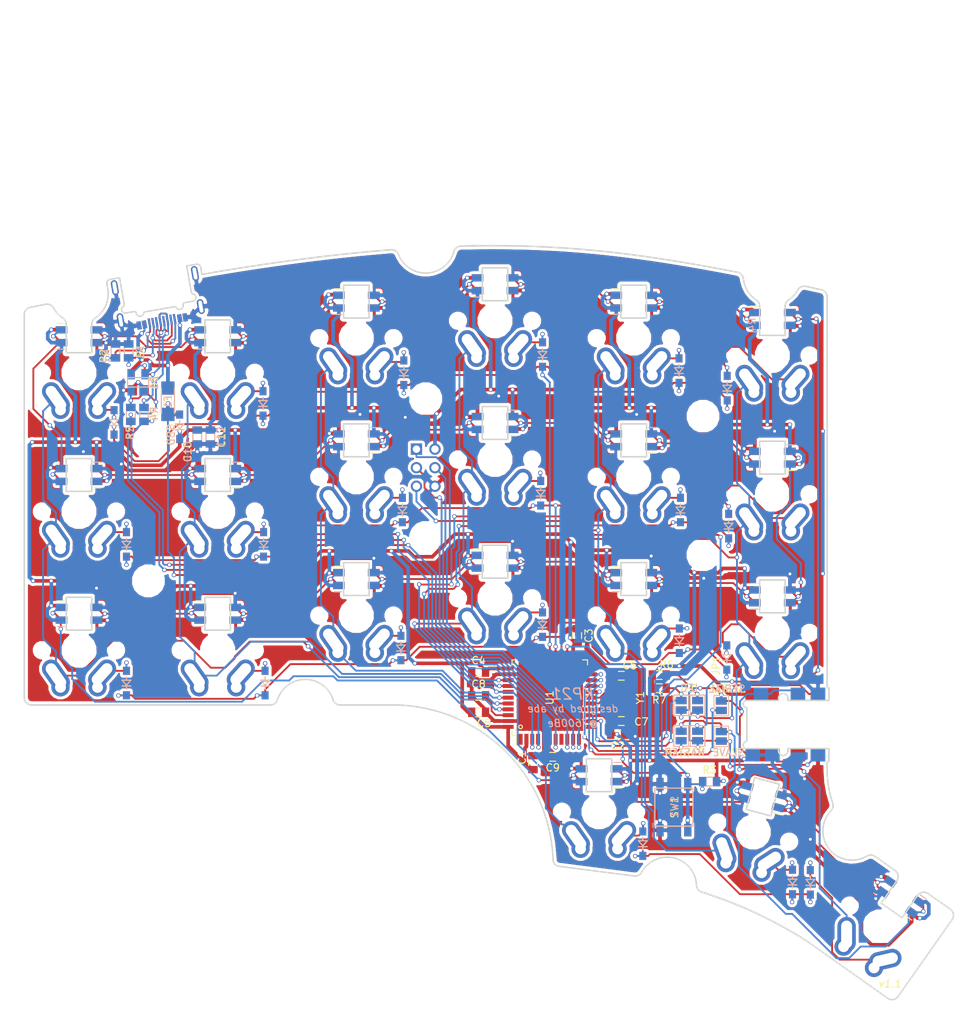
<source format=kicad_pcb>
(kicad_pcb (version 20171130) (host pcbnew "(5.0.0)")
  (layers (0 F.Cu signal) (31 B.Cu signal) (34 B.Paste user) (35 F.Paste user) (36 B.SilkS user) (37 F.SilkS user) (38 B.Mask user) (39 F.Mask user) (44 Edge.Cuts user))
  (net 0 "")
  (net 1 VCC)
  (net 2 GND)
  (net 3 "Net-(C6-Pad1)")
  (net 4 "Net-(C7-Pad1)")
  (net 5 "Net-(C8-Pad1)")
  (net 6 "Net-(C9-Pad1)")
  (net 7 "Net-(D1-Pad2)")
  (net 8 "Net-(D1-Pad4)")
  (net 9 /VBUS)
  (net 10 "Net-(D3-Pad2)")
  (net 11 row0)
  (net 12 "Net-(D4-Pad2)")
  (net 13 row1)
  (net 14 "Net-(D5-Pad2)")
  (net 15 row2)
  (net 16 "Net-(D6-Pad2)")
  (net 17 "Net-(D7-Pad2)")
  (net 18 "Net-(D8-Pad2)")
  (net 19 "Net-(D9-Pad2)")
  (net 20 "Net-(D10-Pad2)")
  (net 21 "Net-(D11-Pad2)")
  (net 22 "Net-(D12-Pad2)")
  (net 23 "Net-(D13-Pad2)")
  (net 24 "Net-(D14-Pad2)")
  (net 25 "Net-(D15-Pad2)")
  (net 26 row3)
  (net 27 "Net-(D16-Pad2)")
  (net 28 "Net-(D17-Pad2)")
  (net 29 "Net-(D18-Pad2)")
  (net 30 "Net-(D19-Pad2)")
  (net 31 "Net-(D20-Pad2)")
  (net 32 "Net-(D21-Pad2)")
  (net 33 "Net-(D22-Pad2)")
  (net 34 "Net-(D23-Pad2)")
  (net 35 MISO)
  (net 36 SCK)
  (net 37 /RESET)
  (net 38 MOSI)
  (net 39 "Net-(J2-Pad3)")
  (net 40 "Net-(J2-Pad4)")
  (net 41 /SCL)
  (net 42 /SDA)
  (net 43 data)
  (net 44 /LED_IN)
  (net 45 EXTRA)
  (net 46 LED)
  (net 47 "Net-(P1-Pad3)")
  (net 48 "Net-(P1-Pad4)")
  (net 49 "Net-(P1-Pad9)")
  (net 50 "Net-(P1-Pad10)")
  (net 51 D-)
  (net 52 D+)
  (net 53 col0)
  (net 54 col1)
  (net 55 col2)
  (net 56 col3)
  (net 57 col4)
  (net 58 col5)
  (net 59 "Net-(U1-Pad8)")
  (net 60 "Net-(U1-Pad32)")
  (net 61 "Net-(U1-Pad31)")
  (net 62 "Net-(U1-Pad30)")
  (net 63 "Net-(U1-Pad29)")
  (net 64 "Net-(U1-Pad22)")
  (net 65 "Net-(U1-Pad12)")
  (net 66 "Net-(U1-Pad1)")
  (net 67 "Net-(U2-Pad1)")
  (net 68 "Net-(U10-Pad3)")
  (net 69 "Net-(U11-Pad3)")
  (net 70 "Net-(U12-Pad1)")
  (net 71 "Net-(U10-Pad1)")
  (net 72 "Net-(U11-Pad1)")
  (net 73 "Net-(U12-Pad3)")
  (net 74 "Net-(U14-Pad3)")
  (net 75 "Net-(D1-Pad3)")
  (net 76 "Net-(U2-Pad3)")
  (net 77 "Net-(U14-Pad1)")
  (net 78 "Net-(U3-Pad3)")
  (net 79 "Net-(U4-Pad1)")
  (net 80 "Net-(U5-Pad1)")
  (net 81 "Net-(U6-Pad3)")
  (net 82 "Net-(U13-Pad1)")
  (net 83 "Net-(U15-Pad1)")
  (net 84 "Net-(U16-Pad3)")
  (net 85 "Net-(U17-Pad1)")
  (net 86 "Net-(U18-Pad3)")
  (net 87 "Net-(U20-Pad3)")
  (module kp21:SW_MX_ALPS_1u (layer F.Cu) (at 185.5 85.75 180)
    (fp_text reference SW17 hide)
    (fp_text value SW_Push hide)
    (pad 2 thru_hole oval (at -3.16 -3.27 138) (size 2.5 4.5) (drill oval 1.5 3.5) (layers *.Cu *.Mask) (net 29 "Net-(D18-Pad2)"))
    (pad 1 thru_hole oval (at 3.16 -3.48 215) (size 2.5 4.8) (drill oval 1.5 3.8) (layers *.Cu *.Mask) (net 57 col4))
    (pad "" np_thru_hole circle (at 5.08 0 180) (size 1.7 1.7) (drill 1.7) (layers *.Cu *.Mask))
    (pad "" np_thru_hole circle (at -5.08 0 180) (size 1.7 1.7) (drill 1.7) (layers *.Cu *.Mask))
    (pad "" np_thru_hole circle (at 0 0 180) (size 4 4) (drill 4) (layers *.Cu *.Mask))
    (pad 1 thru_hole circle (at 2.54 -5.08 180) (size 2.5 2.5) (drill 1.5) (layers *.Cu *.Mask) (net 57 col4))
    (pad 2 thru_hole circle (at -2.54 -5.08 180) (size 2.5 2.5) (drill 1.5) (layers *.Cu *.Mask) (net 29 "Net-(D18-Pad2)"))
  )
  (module kp21:SW_MX_ALPS_1u (layer F.Cu) (at 201.885076 115.407486 165)
    (fp_text reference SW18 hide)
    (fp_text value SW_Push hide)
    (pad 2 thru_hole oval (at -3.16 -3.27 123) (size 2.5 4.5) (drill oval 1.5 3.5) (layers *.Cu *.Mask) (net 30 "Net-(D19-Pad2)"))
    (pad 1 thru_hole oval (at 3.16 -3.48 200) (size 2.5 4.8) (drill oval 1.5 3.8) (layers *.Cu *.Mask) (net 57 col4))
    (pad "" np_thru_hole circle (at 5.08 0 165) (size 1.7 1.7) (drill 1.7) (layers *.Cu *.Mask))
    (pad "" np_thru_hole circle (at -5.08 0 165) (size 1.7 1.7) (drill 1.7) (layers *.Cu *.Mask))
    (pad "" np_thru_hole circle (at 0 0 165) (size 4 4) (drill 4) (layers *.Cu *.Mask))
    (pad 1 thru_hole circle (at 2.54 -5.08 165) (size 2.5 2.5) (drill 1.5) (layers *.Cu *.Mask) (net 57 col4))
    (pad 2 thru_hole circle (at -2.54 -5.08 165) (size 2.5 2.5) (drill 1.5) (layers *.Cu *.Mask) (net 30 "Net-(D19-Pad2)"))
  )
  (module kp21:SW_MX_ALPS_1u (layer F.Cu) (at 109.5 52.5 180)
    (fp_text reference SW2 hide)
    (fp_text value SW_Push hide)
    (pad 2 thru_hole oval (at -3.16 -3.27 138) (size 2.5 4.5) (drill oval 1.5 3.5) (layers *.Cu *.Mask) (net 10 "Net-(D3-Pad2)"))
    (pad 1 thru_hole oval (at 3.16 -3.48 215) (size 2.5 4.8) (drill oval 1.5 3.8) (layers *.Cu *.Mask) (net 53 col0))
    (pad "" np_thru_hole circle (at 5.08 0 180) (size 1.7 1.7) (drill 1.7) (layers *.Cu *.Mask))
    (pad "" np_thru_hole circle (at -5.08 0 180) (size 1.7 1.7) (drill 1.7) (layers *.Cu *.Mask))
    (pad "" np_thru_hole circle (at 0 0 180) (size 4 4) (drill 4) (layers *.Cu *.Mask))
    (pad 1 thru_hole circle (at 2.54 -5.08 180) (size 2.5 2.5) (drill 1.5) (layers *.Cu *.Mask) (net 53 col0))
    (pad 2 thru_hole circle (at -2.54 -5.08 180) (size 2.5 2.5) (drill 1.5) (layers *.Cu *.Mask) (net 10 "Net-(D3-Pad2)"))
  )
  (module kp21:SW_MX_ALPS_1u (layer F.Cu) (at 109.5 71.5 180)
    (fp_text reference SW3 hide)
    (fp_text value SW_Push hide)
    (pad 2 thru_hole oval (at -3.16 -3.27 138) (size 2.5 4.5) (drill oval 1.5 3.5) (layers *.Cu *.Mask) (net 12 "Net-(D4-Pad2)"))
    (pad 1 thru_hole oval (at 3.16 -3.48 215) (size 2.5 4.8) (drill oval 1.5 3.8) (layers *.Cu *.Mask) (net 53 col0))
    (pad "" np_thru_hole circle (at 5.08 0 180) (size 1.7 1.7) (drill 1.7) (layers *.Cu *.Mask))
    (pad "" np_thru_hole circle (at -5.08 0 180) (size 1.7 1.7) (drill 1.7) (layers *.Cu *.Mask))
    (pad "" np_thru_hole circle (at 0 0 180) (size 4 4) (drill 4) (layers *.Cu *.Mask))
    (pad 1 thru_hole circle (at 2.54 -5.08 180) (size 2.5 2.5) (drill 1.5) (layers *.Cu *.Mask) (net 53 col0))
    (pad 2 thru_hole circle (at -2.54 -5.08 180) (size 2.5 2.5) (drill 1.5) (layers *.Cu *.Mask) (net 12 "Net-(D4-Pad2)"))
  )
  (module kp21:SW_MX_ALPS_1u (layer F.Cu) (at 109.5 90.5 180)
    (fp_text reference SW4 hide)
    (fp_text value SW_Push hide)
    (pad 2 thru_hole oval (at -3.16 -3.27 138) (size 2.5 4.5) (drill oval 1.5 3.5) (layers *.Cu *.Mask) (net 14 "Net-(D5-Pad2)"))
    (pad 1 thru_hole oval (at 3.16 -3.48 215) (size 2.5 4.8) (drill oval 1.5 3.8) (layers *.Cu *.Mask) (net 53 col0))
    (pad "" np_thru_hole circle (at 5.08 0 180) (size 1.7 1.7) (drill 1.7) (layers *.Cu *.Mask))
    (pad "" np_thru_hole circle (at -5.08 0 180) (size 1.7 1.7) (drill 1.7) (layers *.Cu *.Mask))
    (pad "" np_thru_hole circle (at 0 0 180) (size 4 4) (drill 4) (layers *.Cu *.Mask))
    (pad 1 thru_hole circle (at 2.54 -5.08 180) (size 2.5 2.5) (drill 1.5) (layers *.Cu *.Mask) (net 53 col0))
    (pad 2 thru_hole circle (at -2.54 -5.08 180) (size 2.5 2.5) (drill 1.5) (layers *.Cu *.Mask) (net 14 "Net-(D5-Pad2)"))
  )
  (module kp21:SW_MX_ALPS_1u (layer F.Cu) (at 128.5 52.5 180)
    (fp_text reference SW5 hide)
    (fp_text value SW_Push hide)
    (pad 2 thru_hole oval (at -3.16 -3.27 138) (size 2.5 4.5) (drill oval 1.5 3.5) (layers *.Cu *.Mask) (net 16 "Net-(D6-Pad2)"))
    (pad 1 thru_hole oval (at 3.16 -3.48 215) (size 2.5 4.8) (drill oval 1.5 3.8) (layers *.Cu *.Mask) (net 54 col1))
    (pad "" np_thru_hole circle (at 5.08 0 180) (size 1.7 1.7) (drill 1.7) (layers *.Cu *.Mask))
    (pad "" np_thru_hole circle (at -5.08 0 180) (size 1.7 1.7) (drill 1.7) (layers *.Cu *.Mask))
    (pad "" np_thru_hole circle (at 0 0 180) (size 4 4) (drill 4) (layers *.Cu *.Mask))
    (pad 1 thru_hole circle (at 2.54 -5.08 180) (size 2.5 2.5) (drill 1.5) (layers *.Cu *.Mask) (net 54 col1))
    (pad 2 thru_hole circle (at -2.54 -5.08 180) (size 2.5 2.5) (drill 1.5) (layers *.Cu *.Mask) (net 16 "Net-(D6-Pad2)"))
  )
  (module kp21:SW_MX_ALPS_1u (layer F.Cu) (at 128.5 71.5 180)
    (fp_text reference SW6 hide)
    (fp_text value SW_Push hide)
    (pad 2 thru_hole oval (at -3.16 -3.27 138) (size 2.5 4.5) (drill oval 1.5 3.5) (layers *.Cu *.Mask) (net 17 "Net-(D7-Pad2)"))
    (pad 1 thru_hole oval (at 3.16 -3.48 215) (size 2.5 4.8) (drill oval 1.5 3.8) (layers *.Cu *.Mask) (net 54 col1))
    (pad "" np_thru_hole circle (at 5.08 0 180) (size 1.7 1.7) (drill 1.7) (layers *.Cu *.Mask))
    (pad "" np_thru_hole circle (at -5.08 0 180) (size 1.7 1.7) (drill 1.7) (layers *.Cu *.Mask))
    (pad "" np_thru_hole circle (at 0 0 180) (size 4 4) (drill 4) (layers *.Cu *.Mask))
    (pad 1 thru_hole circle (at 2.54 -5.08 180) (size 2.5 2.5) (drill 1.5) (layers *.Cu *.Mask) (net 54 col1))
    (pad 2 thru_hole circle (at -2.54 -5.08 180) (size 2.5 2.5) (drill 1.5) (layers *.Cu *.Mask) (net 17 "Net-(D7-Pad2)"))
  )
  (module kp21:SW_MX_ALPS_1u (layer F.Cu) (at 128.5 90.5 180)
    (fp_text reference SW7 hide)
    (fp_text value SW_Push hide)
    (pad 2 thru_hole oval (at -3.16 -3.27 138) (size 2.5 4.5) (drill oval 1.5 3.5) (layers *.Cu *.Mask) (net 18 "Net-(D8-Pad2)"))
    (pad 1 thru_hole oval (at 3.16 -3.48 215) (size 2.5 4.8) (drill oval 1.5 3.8) (layers *.Cu *.Mask) (net 54 col1))
    (pad "" np_thru_hole circle (at 5.08 0 180) (size 1.7 1.7) (drill 1.7) (layers *.Cu *.Mask))
    (pad "" np_thru_hole circle (at -5.08 0 180) (size 1.7 1.7) (drill 1.7) (layers *.Cu *.Mask))
    (pad "" np_thru_hole circle (at 0 0 180) (size 4 4) (drill 4) (layers *.Cu *.Mask))
    (pad 1 thru_hole circle (at 2.54 -5.08 180) (size 2.5 2.5) (drill 1.5) (layers *.Cu *.Mask) (net 54 col1))
    (pad 2 thru_hole circle (at -2.54 -5.08 180) (size 2.5 2.5) (drill 1.5) (layers *.Cu *.Mask) (net 18 "Net-(D8-Pad2)"))
  )
  (module kp21:SW_MX_ALPS_1u (layer F.Cu) (at 147.5 47.75 180)
    (fp_text reference SW8 hide)
    (fp_text value SW_Push hide)
    (pad 2 thru_hole oval (at -3.16 -3.27 138) (size 2.5 4.5) (drill oval 1.5 3.5) (layers *.Cu *.Mask) (net 19 "Net-(D9-Pad2)"))
    (pad 1 thru_hole oval (at 3.16 -3.48 215) (size 2.5 4.8) (drill oval 1.5 3.8) (layers *.Cu *.Mask) (net 55 col2))
    (pad "" np_thru_hole circle (at 5.08 0 180) (size 1.7 1.7) (drill 1.7) (layers *.Cu *.Mask))
    (pad "" np_thru_hole circle (at -5.08 0 180) (size 1.7 1.7) (drill 1.7) (layers *.Cu *.Mask))
    (pad "" np_thru_hole circle (at 0 0 180) (size 4 4) (drill 4) (layers *.Cu *.Mask))
    (pad 1 thru_hole circle (at 2.54 -5.08 180) (size 2.5 2.5) (drill 1.5) (layers *.Cu *.Mask) (net 55 col2))
    (pad 2 thru_hole circle (at -2.54 -5.08 180) (size 2.5 2.5) (drill 1.5) (layers *.Cu *.Mask) (net 19 "Net-(D9-Pad2)"))
  )
  (module kp21:SW_MX_ALPS_1u (layer F.Cu) (at 147.5 66.75 180)
    (fp_text reference SW9 hide)
    (fp_text value SW_Push hide)
    (pad 2 thru_hole oval (at -3.16 -3.27 138) (size 2.5 4.5) (drill oval 1.5 3.5) (layers *.Cu *.Mask) (net 20 "Net-(D10-Pad2)"))
    (pad 1 thru_hole oval (at 3.16 -3.48 215) (size 2.5 4.8) (drill oval 1.5 3.8) (layers *.Cu *.Mask) (net 55 col2))
    (pad "" np_thru_hole circle (at 5.08 0 180) (size 1.7 1.7) (drill 1.7) (layers *.Cu *.Mask))
    (pad "" np_thru_hole circle (at -5.08 0 180) (size 1.7 1.7) (drill 1.7) (layers *.Cu *.Mask))
    (pad "" np_thru_hole circle (at 0 0 180) (size 4 4) (drill 4) (layers *.Cu *.Mask))
    (pad 1 thru_hole circle (at 2.54 -5.08 180) (size 2.5 2.5) (drill 1.5) (layers *.Cu *.Mask) (net 55 col2))
    (pad 2 thru_hole circle (at -2.54 -5.08 180) (size 2.5 2.5) (drill 1.5) (layers *.Cu *.Mask) (net 20 "Net-(D10-Pad2)"))
  )
  (module kp21:SW_MX_ALPS_1u (layer F.Cu) (at 147.5 85.75 180)
    (fp_text reference SW10 hide)
    (fp_text value SW_Push hide)
    (pad 2 thru_hole oval (at -3.16 -3.27 138) (size 2.5 4.5) (drill oval 1.5 3.5) (layers *.Cu *.Mask) (net 21 "Net-(D11-Pad2)"))
    (pad 1 thru_hole oval (at 3.16 -3.48 215) (size 2.5 4.8) (drill oval 1.5 3.8) (layers *.Cu *.Mask) (net 55 col2))
    (pad "" np_thru_hole circle (at 5.08 0 180) (size 1.7 1.7) (drill 1.7) (layers *.Cu *.Mask))
    (pad "" np_thru_hole circle (at -5.08 0 180) (size 1.7 1.7) (drill 1.7) (layers *.Cu *.Mask))
    (pad "" np_thru_hole circle (at 0 0 180) (size 4 4) (drill 4) (layers *.Cu *.Mask))
    (pad 1 thru_hole circle (at 2.54 -5.08 180) (size 2.5 2.5) (drill 1.5) (layers *.Cu *.Mask) (net 55 col2))
    (pad 2 thru_hole circle (at -2.54 -5.08 180) (size 2.5 2.5) (drill 1.5) (layers *.Cu *.Mask) (net 21 "Net-(D11-Pad2)"))
  )
  (module kp21:SW_MX_ALPS_1u (layer F.Cu) (at 166.5 45.375 180)
    (fp_text reference SW11 hide)
    (fp_text value SW_Push hide)
    (pad 2 thru_hole oval (at -3.16 -3.27 138) (size 2.5 4.5) (drill oval 1.5 3.5) (layers *.Cu *.Mask) (net 22 "Net-(D12-Pad2)"))
    (pad 1 thru_hole oval (at 3.16 -3.48 215) (size 2.5 4.8) (drill oval 1.5 3.8) (layers *.Cu *.Mask) (net 56 col3))
    (pad "" np_thru_hole circle (at 5.08 0 180) (size 1.7 1.7) (drill 1.7) (layers *.Cu *.Mask))
    (pad "" np_thru_hole circle (at -5.08 0 180) (size 1.7 1.7) (drill 1.7) (layers *.Cu *.Mask))
    (pad "" np_thru_hole circle (at 0 0 180) (size 4 4) (drill 4) (layers *.Cu *.Mask))
    (pad 1 thru_hole circle (at 2.54 -5.08 180) (size 2.5 2.5) (drill 1.5) (layers *.Cu *.Mask) (net 56 col3))
    (pad 2 thru_hole circle (at -2.54 -5.08 180) (size 2.5 2.5) (drill 1.5) (layers *.Cu *.Mask) (net 22 "Net-(D12-Pad2)"))
  )
  (module kp21:SW_MX_ALPS_1u (layer F.Cu) (at 166.5 64.375 180)
    (fp_text reference SW12 hide)
    (fp_text value SW_Push hide)
    (pad 2 thru_hole oval (at -3.16 -3.27 138) (size 2.5 4.5) (drill oval 1.5 3.5) (layers *.Cu *.Mask) (net 23 "Net-(D13-Pad2)"))
    (pad 1 thru_hole oval (at 3.16 -3.48 215) (size 2.5 4.8) (drill oval 1.5 3.8) (layers *.Cu *.Mask) (net 56 col3))
    (pad "" np_thru_hole circle (at 5.08 0 180) (size 1.7 1.7) (drill 1.7) (layers *.Cu *.Mask))
    (pad "" np_thru_hole circle (at -5.08 0 180) (size 1.7 1.7) (drill 1.7) (layers *.Cu *.Mask))
    (pad "" np_thru_hole circle (at 0 0 180) (size 4 4) (drill 4) (layers *.Cu *.Mask))
    (pad 1 thru_hole circle (at 2.54 -5.08 180) (size 2.5 2.5) (drill 1.5) (layers *.Cu *.Mask) (net 56 col3))
    (pad 2 thru_hole circle (at -2.54 -5.08 180) (size 2.5 2.5) (drill 1.5) (layers *.Cu *.Mask) (net 23 "Net-(D13-Pad2)"))
  )
  (module kp21:SW_MX_ALPS_1u (layer F.Cu) (at 166.5 83.375 180)
    (fp_text reference SW13 hide)
    (fp_text value SW_Push hide)
    (pad 2 thru_hole oval (at -3.16 -3.27 138) (size 2.5 4.5) (drill oval 1.5 3.5) (layers *.Cu *.Mask) (net 24 "Net-(D14-Pad2)"))
    (pad 1 thru_hole oval (at 3.16 -3.48 215) (size 2.5 4.8) (drill oval 1.5 3.8) (layers *.Cu *.Mask) (net 56 col3))
    (pad "" np_thru_hole circle (at 5.08 0 180) (size 1.7 1.7) (drill 1.7) (layers *.Cu *.Mask))
    (pad "" np_thru_hole circle (at -5.08 0 180) (size 1.7 1.7) (drill 1.7) (layers *.Cu *.Mask))
    (pad "" np_thru_hole circle (at 0 0 180) (size 4 4) (drill 4) (layers *.Cu *.Mask))
    (pad 1 thru_hole circle (at 2.54 -5.08 180) (size 2.5 2.5) (drill 1.5) (layers *.Cu *.Mask) (net 56 col3))
    (pad 2 thru_hole circle (at -2.54 -5.08 180) (size 2.5 2.5) (drill 1.5) (layers *.Cu *.Mask) (net 24 "Net-(D14-Pad2)"))
  )
  (module kp21:SW_MX_ALPS_1u (layer F.Cu) (at 180.75 112.625 180)
    (fp_text reference SW14 hide)
    (fp_text value SW_Push hide)
    (pad 2 thru_hole oval (at -3.16 -3.27 138) (size 2.5 4.5) (drill oval 1.5 3.5) (layers *.Cu *.Mask) (net 25 "Net-(D15-Pad2)"))
    (pad 1 thru_hole oval (at 3.16 -3.48 215) (size 2.5 4.8) (drill oval 1.5 3.8) (layers *.Cu *.Mask) (net 56 col3))
    (pad "" np_thru_hole circle (at 5.08 0 180) (size 1.7 1.7) (drill 1.7) (layers *.Cu *.Mask))
    (pad "" np_thru_hole circle (at -5.08 0 180) (size 1.7 1.7) (drill 1.7) (layers *.Cu *.Mask))
    (pad "" np_thru_hole circle (at 0 0 180) (size 4 4) (drill 4) (layers *.Cu *.Mask))
    (pad 1 thru_hole circle (at 2.54 -5.08 180) (size 2.5 2.5) (drill 1.5) (layers *.Cu *.Mask) (net 56 col3))
    (pad 2 thru_hole circle (at -2.54 -5.08 180) (size 2.5 2.5) (drill 1.5) (layers *.Cu *.Mask) (net 25 "Net-(D15-Pad2)"))
  )
  (module kp21:SW_MX_ALPS_1u (layer F.Cu) (at 185.5 47.75 180)
    (fp_text reference SW15 hide)
    (fp_text value SW_Push hide)
    (pad 2 thru_hole oval (at -3.16 -3.27 138) (size 2.5 4.5) (drill oval 1.5 3.5) (layers *.Cu *.Mask) (net 27 "Net-(D16-Pad2)"))
    (pad 1 thru_hole oval (at 3.16 -3.48 215) (size 2.5 4.8) (drill oval 1.5 3.8) (layers *.Cu *.Mask) (net 57 col4))
    (pad "" np_thru_hole circle (at 5.08 0 180) (size 1.7 1.7) (drill 1.7) (layers *.Cu *.Mask))
    (pad "" np_thru_hole circle (at -5.08 0 180) (size 1.7 1.7) (drill 1.7) (layers *.Cu *.Mask))
    (pad "" np_thru_hole circle (at 0 0 180) (size 4 4) (drill 4) (layers *.Cu *.Mask))
    (pad 1 thru_hole circle (at 2.54 -5.08 180) (size 2.5 2.5) (drill 1.5) (layers *.Cu *.Mask) (net 57 col4))
    (pad 2 thru_hole circle (at -2.54 -5.08 180) (size 2.5 2.5) (drill 1.5) (layers *.Cu *.Mask) (net 27 "Net-(D16-Pad2)"))
  )
  (module kp21:SW_MX_ALPS_1u (layer F.Cu) (at 185.5 66.75 180)
    (fp_text reference SW16 hide)
    (fp_text value SW_Push hide)
    (pad 2 thru_hole oval (at -3.16 -3.27 138) (size 2.5 4.5) (drill oval 1.5 3.5) (layers *.Cu *.Mask) (net 28 "Net-(D17-Pad2)"))
    (pad 1 thru_hole oval (at 3.16 -3.48 215) (size 2.5 4.8) (drill oval 1.5 3.8) (layers *.Cu *.Mask) (net 57 col4))
    (pad "" np_thru_hole circle (at 5.08 0 180) (size 1.7 1.7) (drill 1.7) (layers *.Cu *.Mask))
    (pad "" np_thru_hole circle (at -5.08 0 180) (size 1.7 1.7) (drill 1.7) (layers *.Cu *.Mask))
    (pad "" np_thru_hole circle (at 0 0 180) (size 4 4) (drill 4) (layers *.Cu *.Mask))
    (pad 1 thru_hole circle (at 2.54 -5.08 180) (size 2.5 2.5) (drill 1.5) (layers *.Cu *.Mask) (net 57 col4))
    (pad 2 thru_hole circle (at -2.54 -5.08 180) (size 2.5 2.5) (drill 1.5) (layers *.Cu *.Mask) (net 28 "Net-(D17-Pad2)"))
  )
  (module kp21:SW_MX_ALPS_1u (layer F.Cu) (at 204.5 50.125 180)
    (fp_text reference SW19 hide)
    (fp_text value SW_Push hide)
    (pad 2 thru_hole oval (at -3.16 -3.27 138) (size 2.5 4.5) (drill oval 1.5 3.5) (layers *.Cu *.Mask) (net 31 "Net-(D20-Pad2)"))
    (pad 1 thru_hole oval (at 3.16 -3.48 215) (size 2.5 4.8) (drill oval 1.5 3.8) (layers *.Cu *.Mask) (net 58 col5))
    (pad "" np_thru_hole circle (at 5.08 0 180) (size 1.7 1.7) (drill 1.7) (layers *.Cu *.Mask))
    (pad "" np_thru_hole circle (at -5.08 0 180) (size 1.7 1.7) (drill 1.7) (layers *.Cu *.Mask))
    (pad "" np_thru_hole circle (at 0 0 180) (size 4 4) (drill 4) (layers *.Cu *.Mask))
    (pad 1 thru_hole circle (at 2.54 -5.08 180) (size 2.5 2.5) (drill 1.5) (layers *.Cu *.Mask) (net 58 col5))
    (pad 2 thru_hole circle (at -2.54 -5.08 180) (size 2.5 2.5) (drill 1.5) (layers *.Cu *.Mask) (net 31 "Net-(D20-Pad2)"))
  )
  (module kp21:SW_MX_ALPS_1u (layer F.Cu) (at 204.5 69.125 180)
    (fp_text reference SW20 hide)
    (fp_text value SW_Push hide)
    (pad 2 thru_hole oval (at -3.16 -3.27 138) (size 2.5 4.5) (drill oval 1.5 3.5) (layers *.Cu *.Mask) (net 32 "Net-(D21-Pad2)"))
    (pad 1 thru_hole oval (at 3.16 -3.48 215) (size 2.5 4.8) (drill oval 1.5 3.8) (layers *.Cu *.Mask) (net 58 col5))
    (pad "" np_thru_hole circle (at 5.08 0 180) (size 1.7 1.7) (drill 1.7) (layers *.Cu *.Mask))
    (pad "" np_thru_hole circle (at -5.08 0 180) (size 1.7 1.7) (drill 1.7) (layers *.Cu *.Mask))
    (pad "" np_thru_hole circle (at 0 0 180) (size 4 4) (drill 4) (layers *.Cu *.Mask))
    (pad 1 thru_hole circle (at 2.54 -5.08 180) (size 2.5 2.5) (drill 1.5) (layers *.Cu *.Mask) (net 58 col5))
    (pad 2 thru_hole circle (at -2.54 -5.08 180) (size 2.5 2.5) (drill 1.5) (layers *.Cu *.Mask) (net 32 "Net-(D21-Pad2)"))
  )
  (module kp21:SW_MX_ALPS_1u (layer F.Cu) (at 204.5 88.125 180)
    (fp_text reference SW21 hide)
    (fp_text value SW_Push hide)
    (pad 2 thru_hole oval (at -3.16 -3.27 138) (size 2.5 4.5) (drill oval 1.5 3.5) (layers *.Cu *.Mask) (net 33 "Net-(D22-Pad2)"))
    (pad 1 thru_hole oval (at 3.16 -3.48 215) (size 2.5 4.8) (drill oval 1.5 3.8) (layers *.Cu *.Mask) (net 58 col5))
    (pad "" np_thru_hole circle (at 5.08 0 180) (size 1.7 1.7) (drill 1.7) (layers *.Cu *.Mask))
    (pad "" np_thru_hole circle (at -5.08 0 180) (size 1.7 1.7) (drill 1.7) (layers *.Cu *.Mask))
    (pad "" np_thru_hole circle (at 0 0 180) (size 4 4) (drill 4) (layers *.Cu *.Mask))
    (pad 1 thru_hole circle (at 2.54 -5.08 180) (size 2.5 2.5) (drill 1.5) (layers *.Cu *.Mask) (net 58 col5))
    (pad 2 thru_hole circle (at -2.54 -5.08 180) (size 2.5 2.5) (drill 1.5) (layers *.Cu *.Mask) (net 33 "Net-(D22-Pad2)"))
  )
  (module kp21:SW_MX_ALPS_1u (layer F.Cu) (at 219.252417 128.395778 145)
    (fp_text reference SW22 hide)
    (fp_text value SW_Push hide)
    (pad 2 thru_hole oval (at -3.160001 -3.27 103) (size 2.5 4.5) (drill oval 1.5 3.5) (layers *.Cu *.Mask) (net 34 "Net-(D23-Pad2)"))
    (pad 1 thru_hole oval (at 3.159999 -3.48 180) (size 2.5 4.8) (drill oval 1.5 3.8) (layers *.Cu *.Mask) (net 58 col5))
    (pad "" np_thru_hole circle (at 5.08 0 145) (size 1.7 1.7) (drill 1.7) (layers *.Cu *.Mask))
    (pad "" np_thru_hole circle (at -5.08 0 145) (size 1.7 1.7) (drill 1.7) (layers *.Cu *.Mask))
    (pad "" np_thru_hole circle (at 0 0 145) (size 4 4) (drill 4) (layers *.Cu *.Mask))
    (pad 1 thru_hole circle (at 2.54 -5.08 145) (size 2.5 2.5) (drill 1.5) (layers *.Cu *.Mask) (net 58 col5))
    (pad 2 thru_hole circle (at -2.54 -5.08 145) (size 2.5 2.5) (drill 1.5) (layers *.Cu *.Mask) (net 34 "Net-(D23-Pad2)"))
  )
  (module kp21:TYPE_C_31_M_14 (layer F.Cu) (at 115.056847 39.484595 190)
    (fp_text reference P1 hide)
    (fp_text value USB_TYPE-C-31-M-14)
    (pad 10 smd rect (at -2.96 -6.29 180) (size 0.3 0.2) (layers F.Cu F.Paste F.Mask) (net 50 "Net-(P1-Pad10)"))
    (pad 5 smd rect (at -5.46 -6.29 180) (size 0.3 0.2) (layers F.Cu F.Paste F.Mask) (net 75 "Net-(D1-Pad3)"))
    (pad 7 smd rect (at -4.46 -6.29 180) (size 0.3 0.2) (layers F.Cu F.Paste F.Mask) (net 75 "Net-(D1-Pad3)"))
    (pad 4 smd rect (at -5.96 -6.29 180) (size 0.3 0.2) (layers F.Cu F.Paste F.Mask) (net 48 "Net-(P1-Pad4)"))
    (pad 5 smd rect (at -3.96 -6.29 180) (size 0.3 0.2) (layers B.Cu B.Paste B.Mask) (net 75 "Net-(D1-Pad3)"))
    (pad 3 smd rect (at -6.46 -6.29) (size 0.3 0.2) (layers F.Cu F.Paste F.Mask) (net 47 "Net-(P1-Pad3)"))
    (pad 4 smd rect (at -3.46 -6.29 180) (size 0.3 0.2) (layers B.Cu B.Paste B.Mask) (net 48 "Net-(P1-Pad4)"))
    (pad 6 smd rect (at -4.46 -6.29 180) (size 0.3 0.2) (layers B.Cu B.Paste B.Mask) (net 7 "Net-(D1-Pad2)"))
    (pad 8 smd rect (at -5.46 -6.29 180) (size 0.3 0.2) (layers B.Cu B.Paste B.Mask) (net 7 "Net-(D1-Pad2)"))
    (pad 9 smd rect (at -5.96 -6.29 180) (size 0.3 0.2) (layers B.Cu B.Paste B.Mask) (net 49 "Net-(P1-Pad9)"))
    (pad 10 smd rect (at -6.46 -6.29 180) (size 0.3 0.2) (layers B.Cu B.Paste B.Mask) (net 50 "Net-(P1-Pad10)"))
    (pad 3 smd rect (at -2.96 -6.29 180) (size 0.3 0.2) (layers B.Cu B.Paste B.Mask) (net 47 "Net-(P1-Pad3)"))
    (pad 8 smd rect (at -3.96 -6.29 180) (size 0.3 0.2) (layers F.Cu F.Paste F.Mask) (net 7 "Net-(D1-Pad2)"))
    (pad 9 smd rect (at -3.46 -6.29 180) (size 0.3 0.2) (layers F.Cu F.Paste F.Mask) (net 49 "Net-(P1-Pad9)"))
    (pad 7 smd rect (at -4.959999 -6.29 180) (size 0.3 0.2) (layers B.Cu B.Paste B.Mask) (net 75 "Net-(D1-Pad3)"))
    (pad 6 smd rect (at -4.959999 -6.29 180) (size 0.3 0.2) (layers F.Cu F.Paste F.Mask) (net 7 "Net-(D1-Pad2)"))
    (pad 5 smd rect (at -5.43 -7.52 180) (size 0.3 0.2) (layers F.Cu F.Paste F.Mask) (net 75 "Net-(D1-Pad3)"))
    (pad 5 smd rect (at -3.93 -7.52 180) (size 0.3 0.2) (layers B.Cu B.Paste B.Mask) (net 75 "Net-(D1-Pad3)"))
    (pad 10 smd rect (at -2.93 -7.52 180) (size 0.3 0.2) (layers F.Cu F.Paste F.Mask) (net 50 "Net-(P1-Pad10)"))
    (pad 7 smd rect (at -4.43 -7.52 180) (size 0.3 0.2) (layers F.Cu F.Paste F.Mask) (net 75 "Net-(D1-Pad3)"))
    (pad 4 smd rect (at -5.93 -7.52 180) (size 0.3 0.2) (layers F.Cu F.Paste F.Mask) (net 48 "Net-(P1-Pad4)"))
    (pad 8 smd rect (at -3.93 -7.52 180) (size 0.3 0.2) (layers F.Cu F.Paste F.Mask) (net 7 "Net-(D1-Pad2)"))
    (pad 3 smd rect (at -6.43 -7.52) (size 0.3 0.2) (layers F.Cu F.Paste F.Mask) (net 47 "Net-(P1-Pad3)"))
    (pad 6 smd rect (at -4.43 -7.52 180) (size 0.3 0.2) (layers B.Cu B.Paste B.Mask) (net 7 "Net-(D1-Pad2)"))
    (pad 6 smd rect (at -4.93 -7.52 180) (size 0.3 0.2) (layers F.Cu F.Paste F.Mask) (net 7 "Net-(D1-Pad2)"))
    (pad 8 smd rect (at -5.43 -7.52 180) (size 0.3 0.2) (layers B.Cu B.Paste B.Mask) (net 7 "Net-(D1-Pad2)"))
    (pad 10 smd rect (at -6.43 -7.52 180) (size 0.3 0.2) (layers B.Cu B.Paste B.Mask) (net 50 "Net-(P1-Pad10)"))
    (pad 3 smd rect (at -2.93 -7.52 180) (size 0.3 0.2) (layers B.Cu B.Paste B.Mask) (net 47 "Net-(P1-Pad3)"))
    (pad 9 smd rect (at -5.93 -7.52 180) (size 0.3 0.2) (layers B.Cu B.Paste B.Mask) (net 49 "Net-(P1-Pad9)"))
    (pad 7 smd rect (at -4.93 -7.52 180) (size 0.3 0.2) (layers B.Cu B.Paste B.Mask) (net 75 "Net-(D1-Pad3)"))
    (pad 4 smd rect (at -3.43 -7.52 180) (size 0.3 0.2) (layers B.Cu B.Paste B.Mask) (net 48 "Net-(P1-Pad4)"))
    (pad 9 smd rect (at -3.43 -7.52 180) (size 0.3 0.2) (layers F.Cu F.Paste F.Mask) (net 49 "Net-(P1-Pad9)"))
    (pad 6 smd rect (at -4.45 -6.9 190) (size 0.3 1.1) (layers B.Cu B.Paste B.Mask) (net 7 "Net-(D1-Pad2)"))
    (pad 8 smd rect (at -5.45 -6.9 190) (size 0.3 1.1) (layers B.Cu B.Paste B.Mask) (net 7 "Net-(D1-Pad2)"))
    (pad 12 smd rect (at -7.9 -6.9 190) (size 0.6 1.1) (layers B.Cu B.Paste B.Mask) (net 2 GND))
    (pad 10 smd rect (at -6.45 -6.9 190) (size 0.3 1.1) (layers B.Cu B.Paste B.Mask) (net 50 "Net-(P1-Pad10)"))
    (pad 3 smd rect (at -2.95 -6.9 190) (size 0.3 1.1) (layers B.Cu B.Paste B.Mask) (net 47 "Net-(P1-Pad3)"))
    (pad 9 smd rect (at -5.95 -6.9 190) (size 0.3 1.1) (layers B.Cu B.Paste B.Mask) (net 49 "Net-(P1-Pad9)"))
    (pad 7 smd rect (at -4.95 -6.9 190) (size 0.3 1.1) (layers B.Cu B.Paste B.Mask) (net 75 "Net-(D1-Pad3)"))
    (pad 5 smd rect (at -3.95 -6.9 190) (size 0.3 1.1) (layers B.Cu B.Paste B.Mask) (net 75 "Net-(D1-Pad3)"))
    (pad 4 smd rect (at -3.45 -6.9 190) (size 0.3 1.1) (layers B.Cu B.Paste B.Mask) (net 48 "Net-(P1-Pad4)"))
    (pad 11 smd rect (at -7.15 -6.9 190) (size 0.6 1.1) (layers B.Cu B.Paste B.Mask) (net 8 "Net-(D1-Pad4)"))
    (pad 1 smd rect (at -1.5 -6.9 190) (size 0.6 1.1) (layers B.Cu B.Paste B.Mask) (net 2 GND))
    (pad 2 smd rect (at -2.25 -6.9 190) (size 0.6 1.1) (layers B.Cu B.Paste B.Mask) (net 8 "Net-(D1-Pad4)"))
    (pad 13 thru_hole oval (at -10.275 -1.219999 190) (size 0.9 2.05) (drill oval 0.5 1.65) (layers *.Cu *.Mask) (net 2 GND))
    (pad 13 thru_hole oval (at 0.875 -1.22 190) (size 0.9 2.05) (drill oval 0.5 1.65) (layers *.Cu *.Mask) (net 2 GND))
    (pad 13 thru_hole oval (at 0.875 -5.82 190) (size 0.9 2.05) (drill oval 0.5 1.65) (layers *.Cu *.Mask) (net 2 GND))
    (pad 13 thru_hole oval (at -10.275 -5.82 190) (size 0.9 2.05) (drill oval 0.5 1.65) (layers *.Cu *.Mask) (net 2 GND))
    (pad 12 smd rect (at -1.5 -6.9 190) (size 0.6 1.1) (layers F.Cu F.Paste F.Mask) (net 2 GND))
    (pad 11 smd rect (at -2.25 -6.9 190) (size 0.6 1.1) (layers F.Cu F.Paste F.Mask) (net 8 "Net-(D1-Pad4)"))
    (pad 10 smd rect (at -2.95 -6.9 190) (size 0.3 1.1) (layers F.Cu F.Paste F.Mask) (net 50 "Net-(P1-Pad10)"))
    (pad 9 smd rect (at -3.45 -6.9 190) (size 0.3 1.1) (layers F.Cu F.Paste F.Mask) (net 49 "Net-(P1-Pad9)"))
    (pad 8 smd rect (at -3.95 -6.9 190) (size 0.3 1.1) (layers F.Cu F.Paste F.Mask) (net 7 "Net-(D1-Pad2)"))
    (pad 7 smd rect (at -4.45 -6.9 190) (size 0.3 1.1) (layers F.Cu F.Paste F.Mask) (net 75 "Net-(D1-Pad3)"))
    (pad 6 smd rect (at -4.95 -6.9 190) (size 0.3 1.1) (layers F.Cu F.Paste F.Mask) (net 7 "Net-(D1-Pad2)"))
    (pad 5 smd rect (at -5.45 -6.9 190) (size 0.3 1.1) (layers F.Cu F.Paste F.Mask) (net 75 "Net-(D1-Pad3)"))
    (pad 4 smd rect (at -5.95 -6.9 190) (size 0.3 1.1) (layers F.Cu F.Paste F.Mask) (net 48 "Net-(P1-Pad4)"))
    (pad 3 smd rect (at -6.45 -6.9 190) (size 0.3 1.1) (layers F.Cu F.Paste F.Mask) (net 47 "Net-(P1-Pad3)"))
    (pad 2 smd rect (at -7.15 -6.9 190) (size 0.6 1.1) (layers F.Cu F.Paste F.Mask) (net 8 "Net-(D1-Pad4)"))
    (pad 1 smd rect (at -7.9 -6.9 190) (size 0.6 1.1) (layers F.Cu F.Paste F.Mask) (net 2 GND))
    (pad "" np_thru_hole circle (at -8.45 -5.7 190) (size 0.6 0.6) (drill 0.6) (layers *.Cu *.Mask))
    (pad "" np_thru_hole circle (at -0.95 -5.7 190) (size 0.6 0.6) (drill 0.6) (layers *.Cu *.Mask))
  )
  (module kp21:AVR-ISP-6 (layer F.Cu) (at 157 65.5 270)
    (fp_text reference J1 hide)
    (fp_text value AVR-ISP-6)
    (pad 6 thru_hole circle (at 2.54 -1.27) (size 1.55 1.55) (drill 1.016) (layers *.Cu *.Mask) (net 2 GND))
    (pad 4 thru_hole circle (at 0 -1.27) (size 1.55 1.55) (drill 1.016) (layers *.Cu *.Mask) (net 38 MOSI))
    (pad 5 thru_hole circle (at 2.54 1.27) (size 1.55 1.55) (drill 1.016) (layers *.Cu *.Mask) (net 37 /RESET))
    (pad 3 thru_hole circle (at 0 1.27) (size 1.55 1.55) (drill 1.016) (layers *.Cu *.Mask) (net 36 SCK))
    (pad 2 thru_hole circle (at -2.54 -1.27) (size 1.55 1.55) (drill 1.016) (layers *.Cu *.Mask) (net 1 VCC))
    (pad 1 thru_hole rect (at -2.54 1.27) (size 1.55 1.55) (drill 1.016) (layers *.Cu *.Mask) (net 35 MISO))
  )
  (module kp21:Switch_SMD (layer F.Cu) (at 191 112 90)
    (fp_text reference SW1 (at 0 0.1 90) (layer F.SilkS))
    (fp_text value SW_Push)
    (pad 2 smd rect (at 3.15 1.9 90) (size 1.7 1) (layers B.Cu B.Paste B.Mask) (net 37 /RESET))
    (pad 2 smd rect (at -3.15 1.9 90) (size 1.7 1) (layers B.Cu B.Paste B.Mask) (net 37 /RESET))
    (pad 1 smd rect (at -3.15 -1.9 90) (size 1.7 1) (layers B.Cu B.Paste B.Mask) (net 2 GND))
    (pad 1 smd rect (at 3.15 -1.9 90) (size 1.7 1) (layers B.Cu B.Paste B.Mask) (net 2 GND))
    (pad 2 smd rect (at -3.15 1.9 90) (size 1.7 1) (layers F.Cu F.Paste F.Mask) (net 37 /RESET))
    (pad 2 smd rect (at 3.15 1.9 90) (size 1.7 1) (layers F.Cu F.Paste F.Mask) (net 37 /RESET))
    (pad 1 smd rect (at 3.15 -1.9 90) (size 1.7 1) (layers F.Cu F.Paste F.Mask) (net 2 GND))
    (pad 1 smd rect (at -3.15 -1.9 90) (size 1.7 1) (layers F.Cu F.Paste F.Mask) (net 2 GND))
  )
  (module kp21:0805 (layer F.Cu) (at 189 93.9)
    (fp_text reference R6 (at 1 -1.4) (layer F.SilkS))
    (fp_text value 4.7k)
    (pad 2 smd rect (at 0.95 0) (size 1 1.3) (layers F.Cu F.Paste F.Mask) (net 41 /SCL))
    (pad 1 smd rect (at -0.95 0) (size 1 1.3) (layers F.Cu F.Paste F.Mask) (net 1 VCC))
  )
  (module kp21:0805 (layer F.Cu) (at 189 95.7)
    (fp_text reference R7 (at 0 1.6) (layer F.SilkS))
    (fp_text value 4.7k)
    (pad 2 smd rect (at 0.95 0) (size 1 1.3) (layers F.Cu F.Paste F.Mask) (net 42 /SDA))
    (pad 1 smd rect (at -0.95 0) (size 1 1.3) (layers F.Cu F.Paste F.Mask) (net 1 VCC))
  )
  (module kp21:0805 (layer F.Cu) (at 171.7 105.9 90)
    (fp_text reference C1 (at 0.7 -1.5 90) (layer F.SilkS))
    (fp_text value 0.1u)
    (pad 2 smd rect (at 0.95 0 90) (size 1 1.3) (layers F.Cu F.Paste F.Mask) (net 2 GND))
    (pad 1 smd rect (at -0.95 0 90) (size 1 1.3) (layers F.Cu F.Paste F.Mask) (net 1 VCC))
  )
  (module kp21:0805 (layer F.Cu) (at 183.3 102)
    (fp_text reference C2 (at 0 1.6) (layer F.SilkS))
    (fp_text value 0.1u)
    (pad 2 smd rect (at 0.95 0) (size 1 1.3) (layers F.Cu F.Paste F.Mask) (net 2 GND))
    (pad 1 smd rect (at -0.95 0) (size 1 1.3) (layers F.Cu F.Paste F.Mask) (net 1 VCC))
  )
  (module kp21:0805 (layer F.Cu) (at 177.75 88.5 90)
    (fp_text reference C3 (at 0 1.6 90) (layer F.SilkS))
    (fp_text value 0.1u)
    (pad 2 smd rect (at 0.95 0 90) (size 1 1.3) (layers F.Cu F.Paste F.Mask) (net 2 GND))
    (pad 1 smd rect (at -0.95 0 90) (size 1 1.3) (layers F.Cu F.Paste F.Mask) (net 1 VCC))
  )
  (module kp21:0805 (layer F.Cu) (at 164.25 93.5 180)
    (fp_text reference C4 (at 0 1.6 180) (layer F.SilkS))
    (fp_text value 0.1u)
    (pad 2 smd rect (at 0.95 0 180) (size 1 1.3) (layers F.Cu F.Paste F.Mask) (net 2 GND))
    (pad 1 smd rect (at -0.95 0 180) (size 1 1.3) (layers F.Cu F.Paste F.Mask) (net 1 VCC))
  )
  (module kp21:0805 (layer F.Cu) (at 164.25 99)
    (fp_text reference C5 (at 0.75 1.5) (layer F.SilkS))
    (fp_text value 0.1u)
    (pad 2 smd rect (at 0.95 0) (size 1 1.3) (layers F.Cu F.Paste F.Mask) (net 2 GND))
    (pad 1 smd rect (at -0.95 0) (size 1 1.3) (layers F.Cu F.Paste F.Mask) (net 1 VCC))
  )
  (module kp21:0805 (layer F.Cu) (at 183.8 94)
    (fp_text reference C6 (at 1.15 -1.4) (layer F.SilkS))
    (fp_text value 22p)
    (pad 2 smd rect (at 0.95 0) (size 1 1.3) (layers F.Cu F.Paste F.Mask) (net 2 GND))
    (pad 1 smd rect (at -0.95 0) (size 1 1.3) (layers F.Cu F.Paste F.Mask) (net 3 "Net-(C6-Pad1)"))
  )
  (module kp21:0805 (layer F.Cu) (at 183.8 100.2 180)
    (fp_text reference C7 (at -2.75 -0.1 180) (layer F.SilkS))
    (fp_text value 22p)
    (pad 2 smd rect (at 0.95 0 180) (size 1 1.3) (layers F.Cu F.Paste F.Mask) (net 2 GND))
    (pad 1 smd rect (at -0.95 0 180) (size 1 1.3) (layers F.Cu F.Paste F.Mask) (net 4 "Net-(C7-Pad1)"))
  )
  (module kp21:0805 (layer F.Cu) (at 164.25 96.75 180)
    (fp_text reference C8 (at 0 1.6 180) (layer F.SilkS))
    (fp_text value 0.1u)
    (pad 2 smd rect (at 0.95 0 180) (size 1 1.3) (layers F.Cu F.Paste F.Mask) (net 2 GND))
    (pad 1 smd rect (at -0.95 0 180) (size 1 1.3) (layers F.Cu F.Paste F.Mask) (net 5 "Net-(C8-Pad1)"))
  )
  (module kp21:0805 (layer F.Cu) (at 174.4 105.1 180)
    (fp_text reference C9 (at 0 -1.5 180) (layer F.SilkS))
    (fp_text value 1u)
    (pad 2 smd rect (at 0.95 0 180) (size 1 1.3) (layers F.Cu F.Paste F.Mask) (net 2 GND))
    (pad 1 smd rect (at -0.95 0 180) (size 1 1.3) (layers F.Cu F.Paste F.Mask) (net 6 "Net-(C9-Pad1)"))
  )
  (module kp21:0805_rev (layer F.Cu) (at 125.7 61.3 270)
    (fp_text reference C10 (at 1.99 1.32 270) (layer F.SilkS))
    (fp_text value 10u)
    (pad 2 smd rect (at 0.95 0 270) (size 1 1.3) (layers B.Cu B.Paste B.Mask) (net 2 GND))
    (pad 1 smd rect (at -0.95 0 270) (size 1 1.3) (layers B.Cu B.Paste B.Mask) (net 1 VCC))
    (pad 1 smd rect (at -0.95 0 270) (size 1 1.3) (layers F.Cu F.Paste F.Mask) (net 1 VCC))
    (pad 2 smd rect (at 0.95 0 270) (size 1 1.3) (layers F.Cu F.Paste F.Mask) (net 2 GND))
  )
  (module kp21:0805_rev (layer F.Cu) (at 127.5 61.3 270)
    (fp_text reference C11 (at -0.02 -1.53 270) (layer F.SilkS))
    (fp_text value 0.1u)
    (pad 2 smd rect (at 0.95 0 270) (size 1 1.3) (layers B.Cu B.Paste B.Mask) (net 2 GND))
    (pad 1 smd rect (at -0.95 0 270) (size 1 1.3) (layers B.Cu B.Paste B.Mask) (net 1 VCC))
    (pad 1 smd rect (at -0.95 0 270) (size 1 1.3) (layers F.Cu F.Paste F.Mask) (net 1 VCC))
    (pad 2 smd rect (at 0.95 0 270) (size 1 1.3) (layers F.Cu F.Paste F.Mask) (net 2 GND))
  )
  (module kp21:0805_rev (layer F.Cu) (at 116.3 49.5 90)
    (fp_text reference R1 (at 0 1.6 90) (layer F.SilkS))
    (fp_text value 5.1k)
    (pad 2 smd rect (at 0.95 0 90) (size 1 1.3) (layers B.Cu B.Paste B.Mask) (net 2 GND))
    (pad 1 smd rect (at -0.95 0 90) (size 1 1.3) (layers B.Cu B.Paste B.Mask) (net 48 "Net-(P1-Pad4)"))
    (pad 1 smd rect (at -0.95 0 90) (size 1 1.3) (layers F.Cu F.Paste F.Mask) (net 48 "Net-(P1-Pad4)"))
    (pad 2 smd rect (at 0.95 0 90) (size 1 1.3) (layers F.Cu F.Paste F.Mask) (net 2 GND))
  )
  (module kp21:0805_rev (layer F.Cu) (at 114.5 49.5 90)
    (fp_text reference R2 (at -0.7 -1.6 90) (layer F.SilkS))
    (fp_text value 5.1k)
    (pad 2 smd rect (at 0.95 0 90) (size 1 1.3) (layers B.Cu B.Paste B.Mask) (net 2 GND))
    (pad 1 smd rect (at -0.95 0 90) (size 1 1.3) (layers B.Cu B.Paste B.Mask) (net 50 "Net-(P1-Pad10)"))
    (pad 1 smd rect (at -0.95 0 90) (size 1 1.3) (layers F.Cu F.Paste F.Mask) (net 50 "Net-(P1-Pad10)"))
    (pad 2 smd rect (at 0.95 0 90) (size 1 1.3) (layers F.Cu F.Paste F.Mask) (net 2 GND))
  )
  (module kp21:0805_rev (layer F.Cu) (at 195.9 108.5 180)
    (fp_text reference R3 (at 0 1.6 180) (layer F.SilkS))
    (fp_text value 10k)
    (pad 2 smd rect (at 0.95 0 180) (size 1 1.3) (layers B.Cu B.Paste B.Mask) (net 37 /RESET))
    (pad 1 smd rect (at -0.95 0 180) (size 1 1.3) (layers B.Cu B.Paste B.Mask) (net 1 VCC))
    (pad 1 smd rect (at -0.95 0 180) (size 1 1.3) (layers F.Cu F.Paste F.Mask) (net 1 VCC))
    (pad 2 smd rect (at 0.95 0 180) (size 1 1.3) (layers F.Cu F.Paste F.Mask) (net 37 /RESET))
  )
  (module kp21:0805_rev (layer F.Cu) (at 118.4 58.2 270)
    (fp_text reference R4 (at -0.1 -1.39 270) (layer F.SilkS))
    (fp_text value 22)
    (pad 2 smd rect (at 0.95 0 270) (size 1 1.3) (layers B.Cu B.Paste B.Mask) (net 51 D-))
    (pad 1 smd rect (at -0.95 0 270) (size 1 1.3) (layers B.Cu B.Paste B.Mask) (net 75 "Net-(D1-Pad3)"))
    (pad 1 smd rect (at -0.95 0 270) (size 1 1.3) (layers F.Cu F.Paste F.Mask) (net 75 "Net-(D1-Pad3)"))
    (pad 2 smd rect (at 0.95 0 270) (size 1 1.3) (layers F.Cu F.Paste F.Mask) (net 51 D-))
  )
  (module kp21:0805_rev (layer F.Cu) (at 116.6 58.2 270)
    (fp_text reference R5 (at 2.5 0.1 270) (layer F.SilkS))
    (fp_text value 22)
    (pad 2 smd rect (at 0.95 0 270) (size 1 1.3) (layers B.Cu B.Paste B.Mask) (net 52 D+))
    (pad 1 smd rect (at -0.95 0 270) (size 1 1.3) (layers B.Cu B.Paste B.Mask) (net 7 "Net-(D1-Pad2)"))
    (pad 1 smd rect (at -0.95 0 270) (size 1 1.3) (layers F.Cu F.Paste F.Mask) (net 7 "Net-(D1-Pad2)"))
    (pad 2 smd rect (at 0.95 0 270) (size 1 1.3) (layers F.Cu F.Paste F.Mask) (net 52 D+))
  )
  (module kp21:1206_rev (layer F.Cu) (at 121.68 56.4 90)
    (fp_text reference F1 (at 0.1 0.02 90) (layer F.SilkS))
    (fp_text value Polyfuse_Small)
    (pad 1 smd rect (at -1.8 0 90) (size 1.8 1.8) (layers B.Cu B.Paste B.Mask) (net 9 /VBUS))
    (pad 2 smd rect (at 1.8 0 90) (size 1.8 1.8) (layers B.Cu B.Paste B.Mask) (net 8 "Net-(D1-Pad4)"))
    (pad 2 smd rect (at 1.8 0 90) (size 1.8 1.8) (layers F.Cu F.Paste F.Mask) (net 8 "Net-(D1-Pad4)"))
    (pad 1 smd rect (at -1.8 0 90) (size 1.8 1.8) (layers F.Cu F.Paste F.Mask) (net 9 /VBUS))
  )
  (module kp21:SOT-143_rev (layer F.Cu) (at 117.6 53.8)
    (fp_text reference D1 (at 2.2 0 90) (layer F.SilkS))
    (fp_text value PRTR5V0U2X)
    (pad 3 smd rect (at -0.96 -1.1) (size 1 1.4) (layers B.Cu B.Paste B.Mask) (net 75 "Net-(D1-Pad3)"))
    (pad 4 smd rect (at 0.96 -1.1) (size 1 1.4) (layers B.Cu B.Paste B.Mask) (net 8 "Net-(D1-Pad4)"))
    (pad 2 smd rect (at -0.96 1.1) (size 1 1.4) (layers B.Cu B.Paste B.Mask) (net 7 "Net-(D1-Pad2)"))
    (pad 1 smd rect (at 0.76 1.1) (size 1.2 1.4) (layers B.Cu B.Paste B.Mask) (net 2 GND))
    (pad 4 smd rect (at -0.96 -1.1) (size 1 1.4) (layers F.Cu F.Paste F.Mask) (net 8 "Net-(D1-Pad4)"))
    (pad 3 smd rect (at 0.96 -1.1) (size 1 1.4) (layers F.Cu F.Paste F.Mask) (net 75 "Net-(D1-Pad3)"))
    (pad 2 smd rect (at 0.96 1.1) (size 1 1.4) (layers F.Cu F.Paste F.Mask) (net 7 "Net-(D1-Pad2)"))
    (pad 1 smd rect (at -0.76 1.1) (size 1.2 1.4) (layers F.Cu F.Paste F.Mask) (net 2 GND))
  )
  (module "" (layer F.Cu) (at 116.5 61.9)
    (fp_text reference "" (at 21.7 -43.1) (layer F.SilkS) (effects (font (size 1.27 1.27))))
    (fp_text value "" (at 21.7 -43.1) (layer F.SilkS) (effects (font (size 1.27 1.27))))
    (fp_text user R5 (at 0 -1.2 90) (layer B.SilkS) (effects (justify mirror)))
  )
  (module "" (layer F.Cu) (at 121.7 56.9)
    (fp_text reference "" (at 12.7 -48.1) (layer F.SilkS) (effects (font (size 1.27 1.27))))
    (fp_text value "" (at 12.7 -48.1) (layer F.SilkS) (effects (font (size 1.27 1.27))))
    (fp_text user F1 (at 0 -0.4 90) (layer B.SilkS) (effects (justify mirror)))
  )
  (module "" (layer F.Cu) (at 118.9 53.5)
    (fp_text reference "" (at 12.7 -48.1) (layer F.SilkS) (effects (font (size 1.27 1.27))))
    (fp_text value "" (at 12.7 -48.1) (layer F.SilkS) (effects (font (size 1.27 1.27))))
    (fp_text user D1 (at 0.9 0.4 90) (layer B.SilkS) (effects (justify mirror)))
  )
  (module "" (layer F.Cu) (at 112.5 49.8)
    (fp_text reference "" (at 12.7 -48.1) (layer F.SilkS) (effects (font (size 1.27 1.27))))
    (fp_text value "" (at 12.7 -48.1) (layer F.SilkS) (effects (font (size 1.27 1.27))))
    (fp_text user R2 (at 0.7 0.4 90) (layer B.SilkS) (effects (justify mirror)))
  )
  (module "" (layer F.Cu) (at 112.7 51.9)
    (fp_text reference "" (at 89 -6.1) (layer F.SilkS) (effects (font (size 1.27 1.27))))
    (fp_text value "" (at 89 -6.1) (layer F.SilkS) (effects (font (size 1.27 1.27))))
    (fp_text user R4 (at 89 -6 90) (layer B.SilkS) (effects (justify mirror)))
  )
  (module kp21:SolderJumper-2_P1.3mm_Open_Pad1.0x1.5mm_rev (layer F.Cu) (at 194.25 98.05 270)
    (fp_text reference JP1 (at -5.45 -2.55 270) (layer F.SilkS))
    (fp_text value Jumper_NO_Small)
    (pad 2 smd rect (at 0.65 0 270) (size 1 1.5) (layers F.Cu F.Mask) (net 40 "Net-(J2-Pad4)"))
    (pad 1 smd rect (at -0.65 0 270) (size 1 1.5) (layers B.Cu B.Mask) (net 41 /SCL))
    (pad 1 smd rect (at -0.65 0 270) (size 1 1.5) (layers F.Cu F.Mask) (net 41 /SCL))
    (pad 2 smd rect (at 0.65 0 270) (size 1 1.5) (layers B.Cu B.Mask) (net 40 "Net-(J2-Pad4)"))
  )
  (module kp21:SolderJumper-2_P1.3mm_Open_Pad1.0x1.5mm_rev (layer F.Cu) (at 192 98.05 270)
    (fp_text reference JP2 hide)
    (fp_text value Jumper_NO_Small)
    (pad 2 smd rect (at 0.65 0 270) (size 1 1.5) (layers F.Cu F.Mask) (net 39 "Net-(J2-Pad3)"))
    (pad 1 smd rect (at -0.65 0 270) (size 1 1.5) (layers B.Cu B.Mask) (net 42 /SDA))
    (pad 1 smd rect (at -0.65 0 270) (size 1 1.5) (layers F.Cu F.Mask) (net 42 /SDA))
    (pad 2 smd rect (at 0.65 0 270) (size 1 1.5) (layers B.Cu B.Mask) (net 39 "Net-(J2-Pad3)"))
  )
  (module kp21:SolderJumper-2_P1.3mm_Open_Pad1.0x1.5mm_rev (layer F.Cu) (at 197.5 98.1 90)
    (fp_text reference JP3 hide)
    (fp_text value Jumper_NO_Small)
    (pad 2 smd rect (at 0.65 0 90) (size 1 1.5) (layers F.Cu F.Mask) (net 39 "Net-(J2-Pad3)"))
    (pad 1 smd rect (at -0.65 0 90) (size 1 1.5) (layers B.Cu B.Mask) (net 43 data))
    (pad 1 smd rect (at -0.65 0 90) (size 1 1.5) (layers F.Cu F.Mask) (net 43 data))
    (pad 2 smd rect (at 0.65 0 90) (size 1 1.5) (layers B.Cu B.Mask) (net 39 "Net-(J2-Pad3)"))
  )
  (module kp21:SolderJumper-2_P1.3mm_Open_Pad1.0x1.5mm_rev (layer F.Cu) (at 197.5 102.3 270)
    (fp_text reference JP4 hide)
    (fp_text value Jumper_NO_Small)
    (pad 2 smd rect (at 0.65 0 270) (size 1 1.5) (layers F.Cu F.Mask) (net 40 "Net-(J2-Pad4)"))
    (pad 1 smd rect (at -0.65 0 270) (size 1 1.5) (layers B.Cu B.Mask) (net 44 /LED_IN))
    (pad 1 smd rect (at -0.65 0 270) (size 1 1.5) (layers F.Cu F.Mask) (net 44 /LED_IN))
    (pad 2 smd rect (at 0.65 0 270) (size 1 1.5) (layers B.Cu B.Mask) (net 40 "Net-(J2-Pad4)"))
  )
  (module kp21:SolderJumper-2_P1.3mm_Open_Pad1.0x1.5mm_rev (layer F.Cu) (at 194.25 102.25 270)
    (fp_text reference JP5 hide)
    (fp_text value Jumper_NO_Small)
    (pad 2 smd rect (at 0.65 0 270) (size 1 1.5) (layers F.Cu F.Mask) (net 40 "Net-(J2-Pad4)"))
    (pad 1 smd rect (at -0.65 0 270) (size 1 1.5) (layers B.Cu B.Mask) (net 45 EXTRA))
    (pad 1 smd rect (at -0.65 0 270) (size 1 1.5) (layers F.Cu F.Mask) (net 45 EXTRA))
    (pad 2 smd rect (at 0.65 0 270) (size 1 1.5) (layers B.Cu B.Mask) (net 40 "Net-(J2-Pad4)"))
  )
  (module kp21:SolderJumper-2_P1.3mm_Open_Pad1.0x1.5mm_rev (layer F.Cu) (at 192 102.25 90)
    (fp_text reference JP6 hide)
    (fp_text value Jumper_NO_Small)
    (pad 2 smd rect (at 0.65 0 90) (size 1 1.5) (layers F.Cu F.Mask) (net 44 /LED_IN))
    (pad 1 smd rect (at -0.65 0 90) (size 1 1.5) (layers B.Cu B.Mask) (net 46 LED))
    (pad 1 smd rect (at -0.65 0 90) (size 1 1.5) (layers F.Cu F.Mask) (net 46 LED))
    (pad 2 smd rect (at 0.65 0 90) (size 1 1.5) (layers B.Cu B.Mask) (net 44 /LED_IN))
  )
  (module "" (layer F.Cu) (at 122.3 60.8)
    (fp_text reference "" (at -19.8 23.4) (layer F.SilkS) (effects (font (size 1.27 1.27))))
    (fp_text value "" (at -19.8 23.4) (layer F.SilkS) (effects (font (size 1.27 1.27))))
    (fp_text user SBD (at -0.2 0.2 90) (layer B.SilkS) (effects (justify mirror)))
  )
  (module "" (layer F.Cu) (at 119.7 58.5)
    (fp_text reference "" (at -18.9 14.6) (layer F.SilkS) (effects (font (size 1.27 1.27))))
    (fp_text value "" (at -18.9 14.6) (layer F.SilkS) (effects (font (size 1.27 1.27))))
    (fp_text user R4 (at 0.1 -0.4 90) (layer B.SilkS) (effects (justify mirror)))
  )
  (module "" (layer F.Cu) (at 118.9 49.7)
    (fp_text reference "" (at -20 13.5) (layer F.SilkS) (effects (font (size 1.27 1.27))))
    (fp_text value "" (at -20 13.5) (layer F.SilkS) (effects (font (size 1.27 1.27))))
    (fp_text user R1 (at -1 0.1 90) (layer B.SilkS) (effects (justify mirror)))
  )
  (module kp21:SK6812MINI_rev (layer F.Cu) (at 107.75 45.25)
    (fp_text reference U2 hide)
    (fp_text value SK6812mini hide)
    (pad 4 smd rect (at -0.65 1.375 180) (size 1.6 1) (layers F.Cu F.Paste F.Mask) (net 1 VCC))
    (pad 3 smd rect (at -0.65 3.125 180) (size 1.6 1) (layers F.Cu F.Paste F.Mask) (net 76 "Net-(U2-Pad3)"))
    (pad 1 smd rect (at 4.15 1.375 180) (size 1.6 1) (layers F.Cu F.Paste F.Mask) (net 67 "Net-(U2-Pad1)"))
    (pad 2 smd rect (at 4.15 3.125 180) (size 1.6 1) (layers F.Cu F.Paste F.Mask) (net 2 GND))
    (pad 3 smd rect (at -0.65 1.375 180) (size 1.6 1) (layers B.Cu B.Paste B.Mask) (net 76 "Net-(U2-Pad3)"))
    (pad 4 smd rect (at -0.65 3.125 180) (size 1.6 1) (layers B.Cu B.Paste B.Mask) (net 1 VCC))
    (pad 1 smd rect (at 4.15 3.125 180) (size 1.6 1) (layers B.Cu B.Paste B.Mask) (net 67 "Net-(U2-Pad1)"))
    (pad 2 smd rect (at 4.15 1.375 180) (size 1.6 1) (layers B.Cu B.Paste B.Mask) (net 2 GND))
  )
  (module kp21:SK6812MINI_rev (layer F.Cu) (at 111.25 68.75 180)
    (fp_text reference U3 hide)
    (fp_text value SK6812mini hide)
    (pad 4 smd rect (at -0.65 1.375) (size 1.6 1) (layers F.Cu F.Paste F.Mask) (net 1 VCC))
    (pad 3 smd rect (at -0.65 3.125) (size 1.6 1) (layers F.Cu F.Paste F.Mask) (net 78 "Net-(U3-Pad3)"))
    (pad 1 smd rect (at 4.15 1.375) (size 1.6 1) (layers F.Cu F.Paste F.Mask) (net 76 "Net-(U2-Pad3)"))
    (pad 2 smd rect (at 4.15 3.125) (size 1.6 1) (layers F.Cu F.Paste F.Mask) (net 2 GND))
    (pad 3 smd rect (at -0.65 1.375) (size 1.6 1) (layers B.Cu B.Paste B.Mask) (net 78 "Net-(U3-Pad3)"))
    (pad 4 smd rect (at -0.65 3.125) (size 1.6 1) (layers B.Cu B.Paste B.Mask) (net 1 VCC))
    (pad 1 smd rect (at 4.15 3.125) (size 1.6 1) (layers B.Cu B.Paste B.Mask) (net 76 "Net-(U2-Pad3)"))
    (pad 2 smd rect (at 4.15 1.375) (size 1.6 1) (layers B.Cu B.Paste B.Mask) (net 2 GND))
  )
  (module kp21:SK6812MINI_rev (layer F.Cu) (at 107.75 83.25)
    (fp_text reference U4 hide)
    (fp_text value SK6812mini hide)
    (pad 4 smd rect (at -0.65 1.375 180) (size 1.6 1) (layers F.Cu F.Paste F.Mask) (net 1 VCC))
    (pad 3 smd rect (at -0.65 3.125 180) (size 1.6 1) (layers F.Cu F.Paste F.Mask) (net 77 "Net-(U14-Pad1)"))
    (pad 1 smd rect (at 4.15 1.375 180) (size 1.6 1) (layers F.Cu F.Paste F.Mask) (net 79 "Net-(U4-Pad1)"))
    (pad 2 smd rect (at 4.15 3.125 180) (size 1.6 1) (layers F.Cu F.Paste F.Mask) (net 2 GND))
    (pad 3 smd rect (at -0.65 1.375 180) (size 1.6 1) (layers B.Cu B.Paste B.Mask) (net 77 "Net-(U14-Pad1)"))
    (pad 4 smd rect (at -0.65 3.125 180) (size 1.6 1) (layers B.Cu B.Paste B.Mask) (net 1 VCC))
    (pad 1 smd rect (at 4.15 3.125 180) (size 1.6 1) (layers B.Cu B.Paste B.Mask) (net 79 "Net-(U4-Pad1)"))
    (pad 2 smd rect (at 4.15 1.375 180) (size 1.6 1) (layers B.Cu B.Paste B.Mask) (net 2 GND))
  )
  (module kp21:SK6812MINI_rev (layer F.Cu) (at 126.75 45.25)
    (fp_text reference U5 hide)
    (fp_text value SK6812mini hide)
    (pad 4 smd rect (at -0.65 1.375 180) (size 1.6 1) (layers F.Cu F.Paste F.Mask) (net 1 VCC))
    (pad 3 smd rect (at -0.65 3.125 180) (size 1.6 1) (layers F.Cu F.Paste F.Mask) (net 67 "Net-(U2-Pad1)"))
    (pad 1 smd rect (at 4.15 1.375 180) (size 1.6 1) (layers F.Cu F.Paste F.Mask) (net 80 "Net-(U5-Pad1)"))
    (pad 2 smd rect (at 4.15 3.125 180) (size 1.6 1) (layers F.Cu F.Paste F.Mask) (net 2 GND))
    (pad 3 smd rect (at -0.65 1.375 180) (size 1.6 1) (layers B.Cu B.Paste B.Mask) (net 67 "Net-(U2-Pad1)"))
    (pad 4 smd rect (at -0.65 3.125 180) (size 1.6 1) (layers B.Cu B.Paste B.Mask) (net 1 VCC))
    (pad 1 smd rect (at 4.15 3.125 180) (size 1.6 1) (layers B.Cu B.Paste B.Mask) (net 80 "Net-(U5-Pad1)"))
    (pad 2 smd rect (at 4.15 1.375 180) (size 1.6 1) (layers B.Cu B.Paste B.Mask) (net 2 GND))
  )
  (module kp21:SK6812MINI_rev (layer F.Cu) (at 130.25 68.75 180)
    (fp_text reference U6 hide)
    (fp_text value SK6812mini hide)
    (pad 4 smd rect (at -0.65 1.375) (size 1.6 1) (layers F.Cu F.Paste F.Mask) (net 1 VCC))
    (pad 3 smd rect (at -0.65 3.125) (size 1.6 1) (layers F.Cu F.Paste F.Mask) (net 81 "Net-(U6-Pad3)"))
    (pad 1 smd rect (at 4.15 1.375) (size 1.6 1) (layers F.Cu F.Paste F.Mask) (net 78 "Net-(U3-Pad3)"))
    (pad 2 smd rect (at 4.15 3.125) (size 1.6 1) (layers F.Cu F.Paste F.Mask) (net 2 GND))
    (pad 3 smd rect (at -0.65 1.375) (size 1.6 1) (layers B.Cu B.Paste B.Mask) (net 81 "Net-(U6-Pad3)"))
    (pad 4 smd rect (at -0.65 3.125) (size 1.6 1) (layers B.Cu B.Paste B.Mask) (net 1 VCC))
    (pad 1 smd rect (at 4.15 3.125) (size 1.6 1) (layers B.Cu B.Paste B.Mask) (net 78 "Net-(U3-Pad3)"))
    (pad 2 smd rect (at 4.15 1.375) (size 1.6 1) (layers B.Cu B.Paste B.Mask) (net 2 GND))
  )
  (module kp21:SK6812MINI_rev (layer F.Cu) (at 126.75 83.25)
    (fp_text reference U7 hide)
    (fp_text value SK6812mini hide)
    (pad 4 smd rect (at -0.65 1.375 180) (size 1.6 1) (layers F.Cu F.Paste F.Mask) (net 1 VCC))
    (pad 3 smd rect (at -0.65 3.125 180) (size 1.6 1) (layers F.Cu F.Paste F.Mask) (net 79 "Net-(U4-Pad1)"))
    (pad 1 smd rect (at 4.15 1.375 180) (size 1.6 1) (layers F.Cu F.Paste F.Mask) (net 68 "Net-(U10-Pad3)"))
    (pad 2 smd rect (at 4.15 3.125 180) (size 1.6 1) (layers F.Cu F.Paste F.Mask) (net 2 GND))
    (pad 3 smd rect (at -0.65 1.375 180) (size 1.6 1) (layers B.Cu B.Paste B.Mask) (net 79 "Net-(U4-Pad1)"))
    (pad 4 smd rect (at -0.65 3.125 180) (size 1.6 1) (layers B.Cu B.Paste B.Mask) (net 1 VCC))
    (pad 1 smd rect (at 4.15 3.125 180) (size 1.6 1) (layers B.Cu B.Paste B.Mask) (net 68 "Net-(U10-Pad3)"))
    (pad 2 smd rect (at 4.15 1.375 180) (size 1.6 1) (layers B.Cu B.Paste B.Mask) (net 2 GND))
  )
  (module kp21:SK6812MINI_rev (layer F.Cu) (at 145.75 40.5)
    (fp_text reference U8 hide)
    (fp_text value SK6812mini hide)
    (pad 4 smd rect (at -0.65 1.375 180) (size 1.6 1) (layers F.Cu F.Paste F.Mask) (net 1 VCC))
    (pad 3 smd rect (at -0.65 3.125 180) (size 1.6 1) (layers F.Cu F.Paste F.Mask) (net 80 "Net-(U5-Pad1)"))
    (pad 1 smd rect (at 4.15 1.375 180) (size 1.6 1) (layers F.Cu F.Paste F.Mask) (net 69 "Net-(U11-Pad3)"))
    (pad 2 smd rect (at 4.15 3.125 180) (size 1.6 1) (layers F.Cu F.Paste F.Mask) (net 2 GND))
    (pad 3 smd rect (at -0.65 1.375 180) (size 1.6 1) (layers B.Cu B.Paste B.Mask) (net 80 "Net-(U5-Pad1)"))
    (pad 4 smd rect (at -0.65 3.125 180) (size 1.6 1) (layers B.Cu B.Paste B.Mask) (net 1 VCC))
    (pad 1 smd rect (at 4.15 3.125 180) (size 1.6 1) (layers B.Cu B.Paste B.Mask) (net 69 "Net-(U11-Pad3)"))
    (pad 2 smd rect (at 4.15 1.375 180) (size 1.6 1) (layers B.Cu B.Paste B.Mask) (net 2 GND))
  )
  (module kp21:SK6812MINI_rev (layer F.Cu) (at 149.25 64 180)
    (fp_text reference U9 hide)
    (fp_text value SK6812mini hide)
    (pad 4 smd rect (at -0.65 1.375) (size 1.6 1) (layers F.Cu F.Paste F.Mask) (net 1 VCC))
    (pad 3 smd rect (at -0.65 3.125) (size 1.6 1) (layers F.Cu F.Paste F.Mask) (net 70 "Net-(U12-Pad1)"))
    (pad 1 smd rect (at 4.15 1.375) (size 1.6 1) (layers F.Cu F.Paste F.Mask) (net 81 "Net-(U6-Pad3)"))
    (pad 2 smd rect (at 4.15 3.125) (size 1.6 1) (layers F.Cu F.Paste F.Mask) (net 2 GND))
    (pad 3 smd rect (at -0.65 1.375) (size 1.6 1) (layers B.Cu B.Paste B.Mask) (net 70 "Net-(U12-Pad1)"))
    (pad 4 smd rect (at -0.65 3.125) (size 1.6 1) (layers B.Cu B.Paste B.Mask) (net 1 VCC))
    (pad 1 smd rect (at 4.15 3.125) (size 1.6 1) (layers B.Cu B.Paste B.Mask) (net 81 "Net-(U6-Pad3)"))
    (pad 2 smd rect (at 4.15 1.375) (size 1.6 1) (layers B.Cu B.Paste B.Mask) (net 2 GND))
  )
  (module kp21:SK6812MINI_rev (layer F.Cu) (at 145.75 78.5)
    (fp_text reference U10 hide)
    (fp_text value SK6812mini hide)
    (pad 4 smd rect (at -0.65 1.375 180) (size 1.6 1) (layers F.Cu F.Paste F.Mask) (net 1 VCC))
    (pad 3 smd rect (at -0.65 3.125 180) (size 1.6 1) (layers F.Cu F.Paste F.Mask) (net 68 "Net-(U10-Pad3)"))
    (pad 1 smd rect (at 4.15 1.375 180) (size 1.6 1) (layers F.Cu F.Paste F.Mask) (net 71 "Net-(U10-Pad1)"))
    (pad 2 smd rect (at 4.15 3.125 180) (size 1.6 1) (layers F.Cu F.Paste F.Mask) (net 2 GND))
    (pad 3 smd rect (at -0.65 1.375 180) (size 1.6 1) (layers B.Cu B.Paste B.Mask) (net 68 "Net-(U10-Pad3)"))
    (pad 4 smd rect (at -0.65 3.125 180) (size 1.6 1) (layers B.Cu B.Paste B.Mask) (net 1 VCC))
    (pad 1 smd rect (at 4.15 3.125 180) (size 1.6 1) (layers B.Cu B.Paste B.Mask) (net 71 "Net-(U10-Pad1)"))
    (pad 2 smd rect (at 4.15 1.375 180) (size 1.6 1) (layers B.Cu B.Paste B.Mask) (net 2 GND))
  )
  (module kp21:SK6812MINI_rev (layer F.Cu) (at 164.75 38.125)
    (fp_text reference U11 hide)
    (fp_text value SK6812mini hide)
    (pad 4 smd rect (at -0.65 1.375 180) (size 1.6 1) (layers F.Cu F.Paste F.Mask) (net 1 VCC))
    (pad 3 smd rect (at -0.65 3.125 180) (size 1.6 1) (layers F.Cu F.Paste F.Mask) (net 69 "Net-(U11-Pad3)"))
    (pad 1 smd rect (at 4.15 1.375 180) (size 1.6 1) (layers F.Cu F.Paste F.Mask) (net 72 "Net-(U11-Pad1)"))
    (pad 2 smd rect (at 4.15 3.125 180) (size 1.6 1) (layers F.Cu F.Paste F.Mask) (net 2 GND))
    (pad 3 smd rect (at -0.65 1.375 180) (size 1.6 1) (layers B.Cu B.Paste B.Mask) (net 69 "Net-(U11-Pad3)"))
    (pad 4 smd rect (at -0.65 3.125 180) (size 1.6 1) (layers B.Cu B.Paste B.Mask) (net 1 VCC))
    (pad 1 smd rect (at 4.15 3.125 180) (size 1.6 1) (layers B.Cu B.Paste B.Mask) (net 72 "Net-(U11-Pad1)"))
    (pad 2 smd rect (at 4.15 1.375 180) (size 1.6 1) (layers B.Cu B.Paste B.Mask) (net 2 GND))
  )
  (module kp21:SK6812MINI_rev (layer F.Cu) (at 168.25 61.625 180)
    (fp_text reference U12 hide)
    (fp_text value SK6812mini hide)
    (pad 4 smd rect (at -0.65 1.375) (size 1.6 1) (layers F.Cu F.Paste F.Mask) (net 1 VCC))
    (pad 3 smd rect (at -0.65 3.125) (size 1.6 1) (layers F.Cu F.Paste F.Mask) (net 73 "Net-(U12-Pad3)"))
    (pad 1 smd rect (at 4.15 1.375) (size 1.6 1) (layers F.Cu F.Paste F.Mask) (net 70 "Net-(U12-Pad1)"))
    (pad 2 smd rect (at 4.15 3.125) (size 1.6 1) (layers F.Cu F.Paste F.Mask) (net 2 GND))
    (pad 3 smd rect (at -0.65 1.375) (size 1.6 1) (layers B.Cu B.Paste B.Mask) (net 73 "Net-(U12-Pad3)"))
    (pad 4 smd rect (at -0.65 3.125) (size 1.6 1) (layers B.Cu B.Paste B.Mask) (net 1 VCC))
    (pad 1 smd rect (at 4.15 3.125) (size 1.6 1) (layers B.Cu B.Paste B.Mask) (net 70 "Net-(U12-Pad1)"))
    (pad 2 smd rect (at 4.15 1.375) (size 1.6 1) (layers B.Cu B.Paste B.Mask) (net 2 GND))
  )
  (module kp21:SK6812MINI_rev (layer F.Cu) (at 164.75 76.125)
    (fp_text reference U13 hide)
    (fp_text value SK6812mini hide)
    (pad 4 smd rect (at -0.65 1.375 180) (size 1.6 1) (layers F.Cu F.Paste F.Mask) (net 1 VCC))
    (pad 3 smd rect (at -0.65 3.125 180) (size 1.6 1) (layers F.Cu F.Paste F.Mask) (net 71 "Net-(U10-Pad1)"))
    (pad 1 smd rect (at 4.15 1.375 180) (size 1.6 1) (layers F.Cu F.Paste F.Mask) (net 82 "Net-(U13-Pad1)"))
    (pad 2 smd rect (at 4.15 3.125 180) (size 1.6 1) (layers F.Cu F.Paste F.Mask) (net 2 GND))
    (pad 3 smd rect (at -0.65 1.375 180) (size 1.6 1) (layers B.Cu B.Paste B.Mask) (net 71 "Net-(U10-Pad1)"))
    (pad 4 smd rect (at -0.65 3.125 180) (size 1.6 1) (layers B.Cu B.Paste B.Mask) (net 1 VCC))
    (pad 1 smd rect (at 4.15 3.125 180) (size 1.6 1) (layers B.Cu B.Paste B.Mask) (net 82 "Net-(U13-Pad1)"))
    (pad 2 smd rect (at 4.15 1.375 180) (size 1.6 1) (layers B.Cu B.Paste B.Mask) (net 2 GND))
  )
  (module kp21:SK6812MINI_rev (layer F.Cu) (at 182.5 109.875 180)
    (fp_text reference U14 hide)
    (fp_text value SK6812mini hide)
    (pad 4 smd rect (at -0.65 1.375) (size 1.6 1) (layers F.Cu F.Paste F.Mask) (net 1 VCC))
    (pad 3 smd rect (at -0.65 3.125) (size 1.6 1) (layers F.Cu F.Paste F.Mask) (net 74 "Net-(U14-Pad3)"))
    (pad 1 smd rect (at 4.15 1.375) (size 1.6 1) (layers F.Cu F.Paste F.Mask) (net 77 "Net-(U14-Pad1)"))
    (pad 2 smd rect (at 4.15 3.125) (size 1.6 1) (layers F.Cu F.Paste F.Mask) (net 2 GND))
    (pad 3 smd rect (at -0.65 1.375) (size 1.6 1) (layers B.Cu B.Paste B.Mask) (net 74 "Net-(U14-Pad3)"))
    (pad 4 smd rect (at -0.65 3.125) (size 1.6 1) (layers B.Cu B.Paste B.Mask) (net 1 VCC))
    (pad 1 smd rect (at 4.15 3.125) (size 1.6 1) (layers B.Cu B.Paste B.Mask) (net 77 "Net-(U14-Pad1)"))
    (pad 2 smd rect (at 4.15 1.375) (size 1.6 1) (layers B.Cu B.Paste B.Mask) (net 2 GND))
  )
  (module kp21:SK6812MINI_rev (layer F.Cu) (at 183.75 40.5)
    (fp_text reference U15 hide)
    (fp_text value SK6812mini hide)
    (pad 4 smd rect (at -0.65 1.375 180) (size 1.6 1) (layers F.Cu F.Paste F.Mask) (net 1 VCC))
    (pad 3 smd rect (at -0.65 3.125 180) (size 1.6 1) (layers F.Cu F.Paste F.Mask) (net 72 "Net-(U11-Pad1)"))
    (pad 1 smd rect (at 4.15 1.375 180) (size 1.6 1) (layers F.Cu F.Paste F.Mask) (net 83 "Net-(U15-Pad1)"))
    (pad 2 smd rect (at 4.15 3.125 180) (size 1.6 1) (layers F.Cu F.Paste F.Mask) (net 2 GND))
    (pad 3 smd rect (at -0.65 1.375 180) (size 1.6 1) (layers B.Cu B.Paste B.Mask) (net 72 "Net-(U11-Pad1)"))
    (pad 4 smd rect (at -0.65 3.125 180) (size 1.6 1) (layers B.Cu B.Paste B.Mask) (net 1 VCC))
    (pad 1 smd rect (at 4.15 3.125 180) (size 1.6 1) (layers B.Cu B.Paste B.Mask) (net 83 "Net-(U15-Pad1)"))
    (pad 2 smd rect (at 4.15 1.375 180) (size 1.6 1) (layers B.Cu B.Paste B.Mask) (net 2 GND))
  )
  (module kp21:SK6812MINI_rev (layer F.Cu) (at 187.25 64 180)
    (fp_text reference U16 hide)
    (fp_text value SK6812mini hide)
    (pad 4 smd rect (at -0.65 1.375) (size 1.6 1) (layers F.Cu F.Paste F.Mask) (net 1 VCC))
    (pad 3 smd rect (at -0.65 3.125) (size 1.6 1) (layers F.Cu F.Paste F.Mask) (net 84 "Net-(U16-Pad3)"))
    (pad 1 smd rect (at 4.15 1.375) (size 1.6 1) (layers F.Cu F.Paste F.Mask) (net 73 "Net-(U12-Pad3)"))
    (pad 2 smd rect (at 4.15 3.125) (size 1.6 1) (layers F.Cu F.Paste F.Mask) (net 2 GND))
    (pad 3 smd rect (at -0.65 1.375) (size 1.6 1) (layers B.Cu B.Paste B.Mask) (net 84 "Net-(U16-Pad3)"))
    (pad 4 smd rect (at -0.65 3.125) (size 1.6 1) (layers B.Cu B.Paste B.Mask) (net 1 VCC))
    (pad 1 smd rect (at 4.15 3.125) (size 1.6 1) (layers B.Cu B.Paste B.Mask) (net 73 "Net-(U12-Pad3)"))
    (pad 2 smd rect (at 4.15 1.375) (size 1.6 1) (layers B.Cu B.Paste B.Mask) (net 2 GND))
  )
  (module kp21:SK6812MINI_rev (layer F.Cu) (at 183.75 78.5)
    (fp_text reference U17 hide)
    (fp_text value SK6812mini hide)
    (pad 4 smd rect (at -0.65 1.375 180) (size 1.6 1) (layers F.Cu F.Paste F.Mask) (net 1 VCC))
    (pad 3 smd rect (at -0.65 3.125 180) (size 1.6 1) (layers F.Cu F.Paste F.Mask) (net 82 "Net-(U13-Pad1)"))
    (pad 1 smd rect (at 4.15 1.375 180) (size 1.6 1) (layers F.Cu F.Paste F.Mask) (net 85 "Net-(U17-Pad1)"))
    (pad 2 smd rect (at 4.15 3.125 180) (size 1.6 1) (layers F.Cu F.Paste F.Mask) (net 2 GND))
    (pad 3 smd rect (at -0.65 1.375 180) (size 1.6 1) (layers B.Cu B.Paste B.Mask) (net 82 "Net-(U13-Pad1)"))
    (pad 4 smd rect (at -0.65 3.125 180) (size 1.6 1) (layers B.Cu B.Paste B.Mask) (net 1 VCC))
    (pad 1 smd rect (at 4.15 3.125 180) (size 1.6 1) (layers B.Cu B.Paste B.Mask) (net 85 "Net-(U17-Pad1)"))
    (pad 2 smd rect (at 4.15 1.375 180) (size 1.6 1) (layers B.Cu B.Paste B.Mask) (net 2 GND))
  )
  (module kp21:SK6812MINI_rev (layer F.Cu) (at 204.287199 113.204123 165)
    (fp_text reference U18 hide)
    (fp_text value SK6812mini hide)
    (pad 4 smd rect (at -0.65 1.375 345) (size 1.6 1) (layers F.Cu F.Paste F.Mask) (net 1 VCC))
    (pad 3 smd rect (at -0.65 3.125 345) (size 1.6 1) (layers F.Cu F.Paste F.Mask) (net 86 "Net-(U18-Pad3)"))
    (pad 1 smd rect (at 4.15 1.375 345) (size 1.6 1) (layers F.Cu F.Paste F.Mask) (net 74 "Net-(U14-Pad3)"))
    (pad 2 smd rect (at 4.15 3.125 345) (size 1.6 1) (layers F.Cu F.Paste F.Mask) (net 2 GND))
    (pad 3 smd rect (at -0.65 1.375 345) (size 1.6 1) (layers B.Cu B.Paste B.Mask) (net 86 "Net-(U18-Pad3)"))
    (pad 4 smd rect (at -0.65 3.125 345) (size 1.6 1) (layers B.Cu B.Paste B.Mask) (net 1 VCC))
    (pad 1 smd rect (at 4.15 3.125 345) (size 1.6 1) (layers B.Cu B.Paste B.Mask) (net 74 "Net-(U14-Pad3)"))
    (pad 2 smd rect (at 4.15 1.375 345) (size 1.6 1) (layers B.Cu B.Paste B.Mask) (net 2 GND))
  )
  (module kp21:SK6812MINI_rev (layer F.Cu) (at 202.75 42.875)
    (fp_text reference U19 hide)
    (fp_text value SK6812mini hide)
    (pad 4 smd rect (at -0.65 1.375 180) (size 1.6 1) (layers F.Cu F.Paste F.Mask) (net 1 VCC))
    (pad 3 smd rect (at -0.65 3.125 180) (size 1.6 1) (layers F.Cu F.Paste F.Mask) (net 83 "Net-(U15-Pad1)"))
    (pad 1 smd rect (at 4.15 1.375 180) (size 1.6 1) (layers F.Cu F.Paste F.Mask) (net 45 EXTRA))
    (pad 2 smd rect (at 4.15 3.125 180) (size 1.6 1) (layers F.Cu F.Paste F.Mask) (net 2 GND))
    (pad 3 smd rect (at -0.65 1.375 180) (size 1.6 1) (layers B.Cu B.Paste B.Mask) (net 83 "Net-(U15-Pad1)"))
    (pad 4 smd rect (at -0.65 3.125 180) (size 1.6 1) (layers B.Cu B.Paste B.Mask) (net 1 VCC))
    (pad 1 smd rect (at 4.15 3.125 180) (size 1.6 1) (layers B.Cu B.Paste B.Mask) (net 45 EXTRA))
    (pad 2 smd rect (at 4.15 1.375 180) (size 1.6 1) (layers B.Cu B.Paste B.Mask) (net 2 GND))
  )
  (module kp21:SK6812MINI_rev (layer F.Cu) (at 206.25 66.375 180)
    (fp_text reference U20 hide)
    (fp_text value SK6812mini hide)
    (pad 4 smd rect (at -0.65 1.375) (size 1.6 1) (layers F.Cu F.Paste F.Mask) (net 1 VCC))
    (pad 3 smd rect (at -0.65 3.125) (size 1.6 1) (layers F.Cu F.Paste F.Mask) (net 87 "Net-(U20-Pad3)"))
    (pad 1 smd rect (at 4.15 1.375) (size 1.6 1) (layers F.Cu F.Paste F.Mask) (net 84 "Net-(U16-Pad3)"))
    (pad 2 smd rect (at 4.15 3.125) (size 1.6 1) (layers F.Cu F.Paste F.Mask) (net 2 GND))
    (pad 3 smd rect (at -0.65 1.375) (size 1.6 1) (layers B.Cu B.Paste B.Mask) (net 87 "Net-(U20-Pad3)"))
    (pad 4 smd rect (at -0.65 3.125) (size 1.6 1) (layers B.Cu B.Paste B.Mask) (net 1 VCC))
    (pad 1 smd rect (at 4.15 3.125) (size 1.6 1) (layers B.Cu B.Paste B.Mask) (net 84 "Net-(U16-Pad3)"))
    (pad 2 smd rect (at 4.15 1.375) (size 1.6 1) (layers B.Cu B.Paste B.Mask) (net 2 GND))
  )
  (module kp21:SK6812MINI_rev (layer F.Cu) (at 202.75 80.875)
    (fp_text reference U21 hide)
    (fp_text value SK6812mini hide)
    (pad 4 smd rect (at -0.65 1.375 180) (size 1.6 1) (layers F.Cu F.Paste F.Mask) (net 1 VCC))
    (pad 3 smd rect (at -0.65 3.125 180) (size 1.6 1) (layers F.Cu F.Paste F.Mask) (net 85 "Net-(U17-Pad1)"))
    (pad 1 smd rect (at 4.15 1.375 180) (size 1.6 1) (layers F.Cu F.Paste F.Mask) (net 87 "Net-(U20-Pad3)"))
    (pad 2 smd rect (at 4.15 3.125 180) (size 1.6 1) (layers F.Cu F.Paste F.Mask) (net 2 GND))
    (pad 3 smd rect (at -0.65 1.375 180) (size 1.6 1) (layers B.Cu B.Paste B.Mask) (net 85 "Net-(U17-Pad1)"))
    (pad 4 smd rect (at -0.65 3.125 180) (size 1.6 1) (layers B.Cu B.Paste B.Mask) (net 1 VCC))
    (pad 1 smd rect (at 4.15 3.125 180) (size 1.6 1) (layers B.Cu B.Paste B.Mask) (net 87 "Net-(U20-Pad3)"))
    (pad 2 smd rect (at 4.15 1.375 180) (size 1.6 1) (layers B.Cu B.Paste B.Mask) (net 2 GND))
  )
  (module kp21:SK6812MINI_rev (layer F.Cu) (at 222.263269 127.146868 145)
    (fp_text reference U22 hide)
    (fp_text value SK6812mini hide)
    (pad 4 smd rect (at -0.65 1.374999 325) (size 1.6 1) (layers F.Cu F.Paste F.Mask) (net 1 VCC))
    (pad 3 smd rect (at -0.65 3.125 325) (size 1.6 1) (layers F.Cu F.Paste F.Mask) (net 44 /LED_IN))
    (pad 1 smd rect (at 4.15 1.375 325) (size 1.6 1) (layers F.Cu F.Paste F.Mask) (net 86 "Net-(U18-Pad3)"))
    (pad 2 smd rect (at 4.15 3.124999 325) (size 1.6 1) (layers F.Cu F.Paste F.Mask) (net 2 GND))
    (pad 3 smd rect (at -0.65 1.374999 325) (size 1.6 1) (layers B.Cu B.Paste B.Mask) (net 44 /LED_IN))
    (pad 4 smd rect (at -0.65 3.125 325) (size 1.6 1) (layers B.Cu B.Paste B.Mask) (net 1 VCC))
    (pad 1 smd rect (at 4.15 3.124999 325) (size 1.6 1) (layers B.Cu B.Paste B.Mask) (net 86 "Net-(U18-Pad3)"))
    (pad 2 smd rect (at 4.15 1.375 325) (size 1.6 1) (layers B.Cu B.Paste B.Mask) (net 2 GND))
  )
  (module kp21:hole_spacer (layer F.Cu) (at 195 77.4375)
    (fp_text reference REF** hide)
    (fp_text value hole_spacer hide)
    (pad "" np_thru_hole circle (at 0 0) (size 3.7 3.7) (drill 3.7) (layers *.Cu *.Mask))
  )
  (module kp21:hole_spacer (layer F.Cu) (at 195 58.4375)
    (fp_text reference REF** hide)
    (fp_text value hole_spacer hide)
    (pad "" np_thru_hole circle (at 0 0) (size 3.7 3.7) (drill 3.7) (layers *.Cu *.Mask))
  )
  (module kp21:hole_spacer (layer F.Cu) (at 157 56.0625)
    (fp_text reference REF** hide)
    (fp_text value hole_spacer hide)
    (pad "" np_thru_hole circle (at 0 0) (size 3.7 3.7) (drill 3.7) (layers *.Cu *.Mask))
  )
  (module kp21:hole_spacer (layer F.Cu) (at 157 75.0625)
    (fp_text reference REF** hide)
    (fp_text value hole_spacer hide)
    (pad "" np_thru_hole circle (at 0 0) (size 3.7 3.7) (drill 3.7) (layers *.Cu *.Mask))
  )
  (module kp21:hole_spacer (layer F.Cu) (at 119 81)
    (fp_text reference REF** hide)
    (fp_text value hole_spacer hide)
    (pad "" np_thru_hole circle (at 0 0) (size 3.7 3.7) (drill 3.7) (layers *.Cu *.Mask))
  )
  (module kp21:SOD-123_rev (layer F.Cu) (at 123.3 59.9 90)
    (fp_text reference D2 hide)
    (fp_text value SBD (at -1 -1.2 90) (layer F.SilkS))
    (pad 2 smd rect (at 1.675 0 90) (size 1.1 0.95) (layers F.Cu F.Paste F.Mask) (net 9 /VBUS))
    (pad 1 smd rect (at -1.675 0 90) (size 1.1 0.95) (layers F.Cu F.Paste F.Mask) (net 1 VCC))
    (pad 1 smd rect (at -1.675 0 90) (size 1.1 0.95) (layers B.Cu B.Paste B.Mask) (net 1 VCC))
    (pad 2 smd rect (at 1.675 0 90) (size 1.1 0.95) (layers B.Cu B.Paste B.Mask) (net 9 /VBUS))
  )
  (module kp21:SOD-123_rev (layer F.Cu) (at 114.3 59.3 90)
    (fp_text reference D3 hide)
    (fp_text value D hide)
    (pad 2 smd rect (at 1.675 0 90) (size 1.1 0.95) (layers B.Cu B.Paste B.Mask) (net 10 "Net-(D3-Pad2)"))
    (pad 1 smd rect (at -1.675 0 90) (size 1.1 0.95) (layers B.Cu B.Paste B.Mask) (net 11 row0))
    (pad 1 smd rect (at -1.675 0 90) (size 1.1 0.95) (layers F.Cu F.Paste F.Mask) (net 11 row0))
    (pad 2 smd rect (at 1.675 0 90) (size 1.1 0.95) (layers F.Cu F.Paste F.Mask) (net 10 "Net-(D3-Pad2)"))
  )
  (module kp21:SOD-123_rev (layer F.Cu) (at 116 76 90)
    (fp_text reference D4 hide)
    (fp_text value D hide)
    (pad 2 smd rect (at 1.675 0 90) (size 1.1 0.95) (layers B.Cu B.Paste B.Mask) (net 12 "Net-(D4-Pad2)"))
    (pad 1 smd rect (at -1.675 0 90) (size 1.1 0.95) (layers B.Cu B.Paste B.Mask) (net 13 row1))
    (pad 1 smd rect (at -1.675 0 90) (size 1.1 0.95) (layers F.Cu F.Paste F.Mask) (net 13 row1))
    (pad 2 smd rect (at 1.675 0 90) (size 1.1 0.95) (layers F.Cu F.Paste F.Mask) (net 12 "Net-(D4-Pad2)"))
  )
  (module kp21:SOD-123_rev (layer F.Cu) (at 116 95 90)
    (fp_text reference D5 hide)
    (fp_text value D hide)
    (pad 2 smd rect (at 1.675 0 90) (size 1.1 0.95) (layers B.Cu B.Paste B.Mask) (net 14 "Net-(D5-Pad2)"))
    (pad 1 smd rect (at -1.675 0 90) (size 1.1 0.95) (layers B.Cu B.Paste B.Mask) (net 15 row2))
    (pad 1 smd rect (at -1.675 0 90) (size 1.1 0.95) (layers F.Cu F.Paste F.Mask) (net 15 row2))
    (pad 2 smd rect (at 1.675 0 90) (size 1.1 0.95) (layers F.Cu F.Paste F.Mask) (net 14 "Net-(D5-Pad2)"))
  )
  (module kp21:SOD-123_rev (layer F.Cu) (at 134.7 56.7 90)
    (fp_text reference D6 hide)
    (fp_text value D hide)
    (pad 2 smd rect (at 1.675 0 90) (size 1.1 0.95) (layers B.Cu B.Paste B.Mask) (net 16 "Net-(D6-Pad2)"))
    (pad 1 smd rect (at -1.675 0 90) (size 1.1 0.95) (layers B.Cu B.Paste B.Mask) (net 11 row0))
    (pad 1 smd rect (at -1.675 0 90) (size 1.1 0.95) (layers F.Cu F.Paste F.Mask) (net 11 row0))
    (pad 2 smd rect (at 1.675 0 90) (size 1.1 0.95) (layers F.Cu F.Paste F.Mask) (net 16 "Net-(D6-Pad2)"))
  )
  (module kp21:SOD-123_rev (layer F.Cu) (at 134.8 76 90)
    (fp_text reference D7 hide)
    (fp_text value D hide)
    (pad 2 smd rect (at 1.675 0 90) (size 1.1 0.95) (layers B.Cu B.Paste B.Mask) (net 17 "Net-(D7-Pad2)"))
    (pad 1 smd rect (at -1.675 0 90) (size 1.1 0.95) (layers B.Cu B.Paste B.Mask) (net 13 row1))
    (pad 1 smd rect (at -1.675 0 90) (size 1.1 0.95) (layers F.Cu F.Paste F.Mask) (net 13 row1))
    (pad 2 smd rect (at 1.675 0 90) (size 1.1 0.95) (layers F.Cu F.Paste F.Mask) (net 17 "Net-(D7-Pad2)"))
  )
  (module kp21:SOD-123_rev (layer F.Cu) (at 135 95 90)
    (fp_text reference D8 hide)
    (fp_text value D hide)
    (pad 2 smd rect (at 1.675 0 90) (size 1.1 0.95) (layers B.Cu B.Paste B.Mask) (net 18 "Net-(D8-Pad2)"))
    (pad 1 smd rect (at -1.675 0 90) (size 1.1 0.95) (layers B.Cu B.Paste B.Mask) (net 15 row2))
    (pad 1 smd rect (at -1.675 0 90) (size 1.1 0.95) (layers F.Cu F.Paste F.Mask) (net 15 row2))
    (pad 2 smd rect (at 1.675 0 90) (size 1.1 0.95) (layers F.Cu F.Paste F.Mask) (net 18 "Net-(D8-Pad2)"))
  )
  (module kp21:SOD-123_rev (layer F.Cu) (at 154 52.5 90)
    (fp_text reference D9 hide)
    (fp_text value D hide)
    (pad 2 smd rect (at 1.675 0 90) (size 1.1 0.95) (layers B.Cu B.Paste B.Mask) (net 19 "Net-(D9-Pad2)"))
    (pad 1 smd rect (at -1.675 0 90) (size 1.1 0.95) (layers B.Cu B.Paste B.Mask) (net 11 row0))
    (pad 1 smd rect (at -1.675 0 90) (size 1.1 0.95) (layers F.Cu F.Paste F.Mask) (net 11 row0))
    (pad 2 smd rect (at 1.675 0 90) (size 1.1 0.95) (layers F.Cu F.Paste F.Mask) (net 19 "Net-(D9-Pad2)"))
  )
  (module kp21:SOD-123_rev (layer F.Cu) (at 153.8 71.3 90)
    (fp_text reference D10 hide)
    (fp_text value D hide)
    (pad 2 smd rect (at 1.675 0 90) (size 1.1 0.95) (layers F.Cu F.Paste F.Mask) (net 20 "Net-(D10-Pad2)"))
    (pad 1 smd rect (at -1.675 0 90) (size 1.1 0.95) (layers F.Cu F.Paste F.Mask) (net 13 row1))
    (pad 1 smd rect (at -1.675 0 90) (size 1.1 0.95) (layers B.Cu B.Paste B.Mask) (net 13 row1))
    (pad 2 smd rect (at 1.675 0 90) (size 1.1 0.95) (layers B.Cu B.Paste B.Mask) (net 20 "Net-(D10-Pad2)"))
  )
  (module kp21:SOD-123_rev (layer F.Cu) (at 153.6 90.2 90)
    (fp_text reference D11 hide)
    (fp_text value D hide)
    (pad 2 smd rect (at 1.675 0 90) (size 1.1 0.95) (layers F.Cu F.Paste F.Mask) (net 21 "Net-(D11-Pad2)"))
    (pad 1 smd rect (at -1.675 0 90) (size 1.1 0.95) (layers F.Cu F.Paste F.Mask) (net 15 row2))
    (pad 1 smd rect (at -1.675 0 90) (size 1.1 0.95) (layers B.Cu B.Paste B.Mask) (net 15 row2))
    (pad 2 smd rect (at 1.675 0 90) (size 1.1 0.95) (layers B.Cu B.Paste B.Mask) (net 21 "Net-(D11-Pad2)"))
  )
  (module kp21:SOD-123_rev (layer F.Cu) (at 173 50 90)
    (fp_text reference D12 hide)
    (fp_text value D hide)
    (pad 2 smd rect (at 1.675 0 90) (size 1.1 0.95) (layers F.Cu F.Paste F.Mask) (net 22 "Net-(D12-Pad2)"))
    (pad 1 smd rect (at -1.675 0 90) (size 1.1 0.95) (layers F.Cu F.Paste F.Mask) (net 11 row0))
    (pad 1 smd rect (at -1.675 0 90) (size 1.1 0.95) (layers B.Cu B.Paste B.Mask) (net 11 row0))
    (pad 2 smd rect (at 1.675 0 90) (size 1.1 0.95) (layers B.Cu B.Paste B.Mask) (net 22 "Net-(D12-Pad2)"))
  )
  (module kp21:SOD-123_rev (layer F.Cu) (at 172.75 69 90)
    (fp_text reference D13 hide)
    (fp_text value D hide)
    (pad 2 smd rect (at 1.675 0 90) (size 1.1 0.95) (layers F.Cu F.Paste F.Mask) (net 23 "Net-(D13-Pad2)"))
    (pad 1 smd rect (at -1.675 0 90) (size 1.1 0.95) (layers F.Cu F.Paste F.Mask) (net 13 row1))
    (pad 1 smd rect (at -1.675 0 90) (size 1.1 0.95) (layers B.Cu B.Paste B.Mask) (net 13 row1))
    (pad 2 smd rect (at 1.675 0 90) (size 1.1 0.95) (layers B.Cu B.Paste B.Mask) (net 23 "Net-(D13-Pad2)"))
  )
  (module kp21:SOD-123_rev (layer F.Cu) (at 173 87 90)
    (fp_text reference D14 hide)
    (fp_text value D hide)
    (pad 2 smd rect (at 1.675 0 90) (size 1.1 0.95) (layers F.Cu F.Paste F.Mask) (net 24 "Net-(D14-Pad2)"))
    (pad 1 smd rect (at -1.675 0 90) (size 1.1 0.95) (layers F.Cu F.Paste F.Mask) (net 15 row2))
    (pad 1 smd rect (at -1.675 0 90) (size 1.1 0.95) (layers B.Cu B.Paste B.Mask) (net 15 row2))
    (pad 2 smd rect (at 1.675 0 90) (size 1.1 0.95) (layers B.Cu B.Paste B.Mask) (net 24 "Net-(D14-Pad2)"))
  )
  (module kp21:SOD-123_rev (layer F.Cu) (at 186.75 117 90)
    (fp_text reference D15 hide)
    (fp_text value D hide)
    (pad 2 smd rect (at 1.675 0 90) (size 1.1 0.95) (layers B.Cu B.Paste B.Mask) (net 25 "Net-(D15-Pad2)"))
    (pad 1 smd rect (at -1.675 0 90) (size 1.1 0.95) (layers B.Cu B.Paste B.Mask) (net 26 row3))
    (pad 1 smd rect (at -1.675 0 90) (size 1.1 0.95) (layers F.Cu F.Paste F.Mask) (net 26 row3))
    (pad 2 smd rect (at 1.675 0 90) (size 1.1 0.95) (layers F.Cu F.Paste F.Mask) (net 25 "Net-(D15-Pad2)"))
  )
  (module kp21:SOD-123_rev (layer F.Cu) (at 191.7 52.2 90)
    (fp_text reference D16 hide)
    (fp_text value D hide)
    (pad 2 smd rect (at 1.675 0 90) (size 1.1 0.95) (layers B.Cu B.Paste B.Mask) (net 27 "Net-(D16-Pad2)"))
    (pad 1 smd rect (at -1.675 0 90) (size 1.1 0.95) (layers B.Cu B.Paste B.Mask) (net 11 row0))
    (pad 1 smd rect (at -1.675 0 90) (size 1.1 0.95) (layers F.Cu F.Paste F.Mask) (net 11 row0))
    (pad 2 smd rect (at 1.675 0 90) (size 1.1 0.95) (layers F.Cu F.Paste F.Mask) (net 27 "Net-(D16-Pad2)"))
  )
  (module kp21:SOD-123_rev (layer F.Cu) (at 191.9 71.3 90)
    (fp_text reference D17 hide)
    (fp_text value D hide)
    (pad 2 smd rect (at 1.675 0 90) (size 1.1 0.95) (layers F.Cu F.Paste F.Mask) (net 28 "Net-(D17-Pad2)"))
    (pad 1 smd rect (at -1.675 0 90) (size 1.1 0.95) (layers F.Cu F.Paste F.Mask) (net 13 row1))
    (pad 1 smd rect (at -1.675 0 90) (size 1.1 0.95) (layers B.Cu B.Paste B.Mask) (net 13 row1))
    (pad 2 smd rect (at 1.675 0 90) (size 1.1 0.95) (layers B.Cu B.Paste B.Mask) (net 28 "Net-(D17-Pad2)"))
  )
  (module kp21:SOD-123_rev (layer F.Cu) (at 191.75 89.2 90)
    (fp_text reference D18 hide)
    (fp_text value D hide)
    (pad 2 smd rect (at 1.675 0 90) (size 1.1 0.95) (layers F.Cu F.Paste F.Mask) (net 29 "Net-(D18-Pad2)"))
    (pad 1 smd rect (at -1.675 0 90) (size 1.1 0.95) (layers F.Cu F.Paste F.Mask) (net 15 row2))
    (pad 1 smd rect (at -1.675 0 90) (size 1.1 0.95) (layers B.Cu B.Paste B.Mask) (net 15 row2))
    (pad 2 smd rect (at 1.675 0 90) (size 1.1 0.95) (layers B.Cu B.Paste B.Mask) (net 29 "Net-(D18-Pad2)"))
  )
  (module kp21:SOD-123_rev (layer F.Cu) (at 207.25 122.25 90)
    (fp_text reference D19 hide)
    (fp_text value D hide)
    (pad 2 smd rect (at 1.675 0 90) (size 1.1 0.95) (layers F.Cu F.Paste F.Mask) (net 30 "Net-(D19-Pad2)"))
    (pad 1 smd rect (at -1.675 0 90) (size 1.1 0.95) (layers F.Cu F.Paste F.Mask) (net 26 row3))
    (pad 1 smd rect (at -1.675 0 90) (size 1.1 0.95) (layers B.Cu B.Paste B.Mask) (net 26 row3))
    (pad 2 smd rect (at 1.675 0 90) (size 1.1 0.95) (layers B.Cu B.Paste B.Mask) (net 30 "Net-(D19-Pad2)"))
  )
  (module kp21:SOD-123_rev (layer F.Cu) (at 198.3 54.6 90)
    (fp_text reference D20 hide)
    (fp_text value D hide)
    (pad 2 smd rect (at 1.675 0 90) (size 1.1 0.95) (layers F.Cu F.Paste F.Mask) (net 31 "Net-(D20-Pad2)"))
    (pad 1 smd rect (at -1.675 0 90) (size 1.1 0.95) (layers F.Cu F.Paste F.Mask) (net 11 row0))
    (pad 1 smd rect (at -1.675 0 90) (size 1.1 0.95) (layers B.Cu B.Paste B.Mask) (net 11 row0))
    (pad 2 smd rect (at 1.675 0 90) (size 1.1 0.95) (layers B.Cu B.Paste B.Mask) (net 31 "Net-(D20-Pad2)"))
  )
  (module kp21:SOD-123_rev (layer F.Cu) (at 198.5 73.5 90)
    (fp_text reference D21 hide)
    (fp_text value D hide)
    (pad 2 smd rect (at 1.675 0 90) (size 1.1 0.95) (layers B.Cu B.Paste B.Mask) (net 32 "Net-(D21-Pad2)"))
    (pad 1 smd rect (at -1.675 0 90) (size 1.1 0.95) (layers B.Cu B.Paste B.Mask) (net 13 row1))
    (pad 1 smd rect (at -1.675 0 90) (size 1.1 0.95) (layers F.Cu F.Paste F.Mask) (net 13 row1))
    (pad 2 smd rect (at 1.675 0 90) (size 1.1 0.95) (layers F.Cu F.Paste F.Mask) (net 32 "Net-(D21-Pad2)"))
  )
  (module kp21:SOD-123_rev (layer F.Cu) (at 198.25 91.5 90)
    (fp_text reference D22 hide)
    (fp_text value D hide)
    (pad 2 smd rect (at 1.675 0 90) (size 1.1 0.95) (layers F.Cu F.Paste F.Mask) (net 33 "Net-(D22-Pad2)"))
    (pad 1 smd rect (at -1.675 0 90) (size 1.1 0.95) (layers F.Cu F.Paste F.Mask) (net 15 row2))
    (pad 1 smd rect (at -1.675 0 90) (size 1.1 0.95) (layers B.Cu B.Paste B.Mask) (net 15 row2))
    (pad 2 smd rect (at 1.675 0 90) (size 1.1 0.95) (layers B.Cu B.Paste B.Mask) (net 33 "Net-(D22-Pad2)"))
  )
  (module kp21:SOD-123_rev (layer F.Cu) (at 209.7 122.3 90)
    (fp_text reference D23 hide)
    (fp_text value D hide)
    (pad 2 smd rect (at 1.675 0 90) (size 1.1 0.95) (layers B.Cu B.Paste B.Mask) (net 34 "Net-(D23-Pad2)"))
    (pad 1 smd rect (at -1.675 0 90) (size 1.1 0.95) (layers B.Cu B.Paste B.Mask) (net 26 row3))
    (pad 1 smd rect (at -1.675 0 90) (size 1.1 0.95) (layers F.Cu F.Paste F.Mask) (net 26 row3))
    (pad 2 smd rect (at 1.675 0 90) (size 1.1 0.95) (layers F.Cu F.Paste F.Mask) (net 34 "Net-(D23-Pad2)"))
  )
  (module kp21:sj-43504 (layer F.Cu) (at 212.25 97.375 270)
    (fp_text reference J2 hide)
    (fp_text value 3.5mm_sj-43504_smt_tr)
    (pad 1 smd rect (at 7.475 1.5 270) (size 1.75 2) (layers F.Cu F.Paste F.Mask) (net 2 GND))
    (pad 2 smd rect (at -0.875 7.85 270) (size 1.75 2) (layers F.Cu F.Paste F.Mask) (net 1 VCC))
    (pad 3 smd rect (at 7.475 4.25 270) (size 1.75 2) (layers F.Cu F.Paste F.Mask) (net 39 "Net-(J2-Pad3)"))
    (pad 4 smd rect (at -0.875 1.5 270) (size 1.75 2) (layers F.Cu F.Paste F.Mask) (net 40 "Net-(J2-Pad4)"))
    (pad 5 smd rect (at -0.875 10.45 270) (size 1.75 2) (layers F.Cu F.Paste F.Mask) (net 1 VCC))
    (pad 6 smd rect (at 7.475 9.3 270) (size 1.75 2) (layers F.Cu F.Paste F.Mask) (net 39 "Net-(J2-Pad3)"))
    (pad 1 smd rect (at -0.875 1.5 270) (size 1.75 2) (layers B.Cu B.Paste B.Mask) (net 2 GND))
    (pad 4 smd rect (at 7.475 1.5 270) (size 1.75 2) (layers B.Cu B.Paste B.Mask) (net 40 "Net-(J2-Pad4)"))
    (pad 2 smd rect (at 7.475 7.75 270) (size 1.75 2) (layers B.Cu B.Paste B.Mask) (net 1 VCC))
    (pad 3 smd rect (at -0.875 4.25 270) (size 1.75 2) (layers B.Cu B.Paste B.Mask) (net 39 "Net-(J2-Pad3)"))
    (pad 5 smd rect (at 7.475 10.45 270) (size 1.75 2) (layers B.Cu B.Paste B.Mask) (net 1 VCC))
    (pad 6 smd rect (at -0.875 9.3 270) (size 1.75 2) (layers B.Cu B.Paste B.Mask) (net 39 "Net-(J2-Pad3)"))
  )
  (module kp21:TQFP_44_pitch0.8mm (layer F.Cu) (at 174 97 90)
    (fp_text reference U1 (at 0 0 90) (layer F.SilkS))
    (fp_text value ATmega32U4)
    (pad 11 smd rect (at -5.7 4 90) (size 1.5 0.55) (layers F.Cu F.Paste F.Mask) (net 35 MISO))
    (pad 10 smd rect (at -5.7 3.2 90) (size 1.5 0.55) (layers F.Cu F.Paste F.Mask) (net 38 MOSI))
    (pad 9 smd rect (at -5.7 2.4 90) (size 1.5 0.55) (layers F.Cu F.Paste F.Mask) (net 36 SCK))
    (pad 8 smd rect (at -5.7 1.6 90) (size 1.5 0.55) (layers F.Cu F.Paste F.Mask) (net 59 "Net-(U1-Pad8)"))
    (pad 7 smd rect (at -5.7 0.8 90) (size 1.5 0.55) (layers F.Cu F.Paste F.Mask) (net 9 /VBUS))
    (pad 6 smd rect (at -5.7 0 90) (size 1.5 0.55) (layers F.Cu F.Paste F.Mask) (net 6 "Net-(C9-Pad1)"))
    (pad 5 smd rect (at -5.7 -0.8 90) (size 1.5 0.55) (layers F.Cu F.Paste F.Mask) (net 2 GND))
    (pad 4 smd rect (at -5.7 -1.6 90) (size 1.5 0.55) (layers F.Cu F.Paste F.Mask) (net 52 D+))
    (pad 3 smd rect (at -5.7 -2.4 90) (size 1.5 0.55) (layers F.Cu F.Paste F.Mask) (net 51 D-))
    (pad 2 smd rect (at -5.7 -3.2 90) (size 1.5 0.55) (layers F.Cu F.Paste F.Mask) (net 1 VCC))
    (pad 44 smd rect (at -4 -5.7 180) (size 1.5 0.55) (layers F.Cu F.Paste F.Mask) (net 1 VCC))
    (pad 43 smd rect (at -3.2 -5.7 180) (size 1.5 0.55) (layers F.Cu F.Paste F.Mask) (net 2 GND))
    (pad 42 smd rect (at -2.4 -5.7 180) (size 1.5 0.55) (layers F.Cu F.Paste F.Mask) (net 5 "Net-(C8-Pad1)"))
    (pad 41 smd rect (at -1.6 -5.7 180) (size 1.5 0.55) (layers F.Cu F.Paste F.Mask) (net 53 col0))
    (pad 40 smd rect (at -0.8 -5.7 180) (size 1.5 0.55) (layers F.Cu F.Paste F.Mask) (net 54 col1))
    (pad 39 smd rect (at 0 -5.7 180) (size 1.5 0.55) (layers F.Cu F.Paste F.Mask) (net 55 col2))
    (pad 38 smd rect (at 0.8 -5.7 180) (size 1.5 0.55) (layers F.Cu F.Paste F.Mask) (net 56 col3))
    (pad 37 smd rect (at 1.6 -5.7 180) (size 1.5 0.55) (layers F.Cu F.Paste F.Mask) (net 57 col4))
    (pad 36 smd rect (at 2.4 -5.7 180) (size 1.5 0.55) (layers F.Cu F.Paste F.Mask) (net 58 col5))
    (pad 35 smd rect (at 3.2 -5.7 180) (size 1.5 0.55) (layers F.Cu F.Paste F.Mask) (net 2 GND))
    (pad 34 smd rect (at 4 -5.7 180) (size 1.5 0.55) (layers F.Cu F.Paste F.Mask) (net 1 VCC))
    (pad 33 smd rect (at 5.7 -4 90) (size 1.5 0.55) (layers F.Cu F.Paste F.Mask) (net 2 GND))
    (pad 32 smd rect (at 5.7 -3.2 90) (size 1.5 0.55) (layers F.Cu F.Paste F.Mask) (net 60 "Net-(U1-Pad32)"))
    (pad 31 smd rect (at 5.7 -2.4 90) (size 1.5 0.55) (layers F.Cu F.Paste F.Mask) (net 61 "Net-(U1-Pad31)"))
    (pad 30 smd rect (at 5.7 -1.6 90) (size 1.5 0.55) (layers F.Cu F.Paste F.Mask) (net 62 "Net-(U1-Pad30)"))
    (pad 29 smd rect (at 5.7 -0.8 90) (size 1.5 0.55) (layers F.Cu F.Paste F.Mask) (net 63 "Net-(U1-Pad29)"))
    (pad 28 smd rect (at 5.7 0 90) (size 1.5 0.55) (layers F.Cu F.Paste F.Mask) (net 11 row0))
    (pad 27 smd rect (at 5.7 0.8 90) (size 1.5 0.55) (layers F.Cu F.Paste F.Mask) (net 13 row1))
    (pad 26 smd rect (at 5.7 1.6 90) (size 1.5 0.55) (layers F.Cu F.Paste F.Mask) (net 15 row2))
    (pad 25 smd rect (at 5.7 2.4 90) (size 1.5 0.55) (layers F.Cu F.Paste F.Mask) (net 26 row3))
    (pad 24 smd rect (at 5.7 3.2 90) (size 1.5 0.55) (layers F.Cu F.Paste F.Mask) (net 1 VCC))
    (pad 23 smd rect (at 5.7 4 90) (size 1.5 0.55) (layers F.Cu F.Paste F.Mask) (net 2 GND))
    (pad 22 smd rect (at 4 5.7 180) (size 1.5 0.55) (layers F.Cu F.Paste F.Mask) (net 64 "Net-(U1-Pad22)"))
    (pad 21 smd rect (at 3.2 5.7 180) (size 1.5 0.55) (layers F.Cu F.Paste F.Mask) (net 46 LED))
    (pad 20 smd rect (at 2.4 5.7 180) (size 1.5 0.55) (layers F.Cu F.Paste F.Mask) (net 43 data))
    (pad 19 smd rect (at 1.6 5.7 180) (size 1.5 0.55) (layers F.Cu F.Paste F.Mask) (net 42 /SDA))
    (pad 18 smd rect (at 0.8 5.7 180) (size 1.5 0.55) (layers F.Cu F.Paste F.Mask) (net 41 /SCL))
    (pad 17 smd rect (at 0 5.7 180) (size 1.5 0.55) (layers F.Cu F.Paste F.Mask) (net 3 "Net-(C6-Pad1)"))
    (pad 16 smd rect (at -0.8 5.7 180) (size 1.5 0.55) (layers F.Cu F.Paste F.Mask) (net 4 "Net-(C7-Pad1)"))
    (pad 15 smd rect (at -1.6 5.7 180) (size 1.5 0.55) (layers F.Cu F.Paste F.Mask) (net 2 GND))
    (pad 14 smd rect (at -2.4 5.7 180) (size 1.5 0.55) (layers F.Cu F.Paste F.Mask) (net 1 VCC))
    (pad 13 smd rect (at -3.2 5.7 180) (size 1.5 0.55) (layers F.Cu F.Paste F.Mask) (net 37 /RESET))
    (pad 12 smd rect (at -4 5.7 180) (size 1.5 0.55) (layers F.Cu F.Paste F.Mask) (net 65 "Net-(U1-Pad12)"))
    (pad 1 smd rect (at -5.7 -4 90) (size 1.5 0.55) (layers F.Cu F.Paste F.Mask) (net 66 "Net-(U1-Pad1)"))
  )
  (module kp21:SMD_3225_4p (layer F.Cu) (at 183.8 97.1 270)
    (fp_text reference Y1 (at -0.1 -2.6 270) (layer F.SilkS))
    (fp_text value Crystal_GND24)
    (pad 4 smd rect (at -1.3 -1 270) (size 1.8 1.5) (layers F.Cu F.Paste F.Mask) (net 2 GND))
    (pad 1 smd rect (at -1.3 1 270) (size 1.8 1.5) (layers F.Cu F.Paste F.Mask) (net 3 "Net-(C6-Pad1)"))
    (pad 3 smd rect (at 1.3 -1 270) (size 1.8 1.5) (layers F.Cu F.Paste F.Mask) (net 4 "Net-(C7-Pad1)"))
    (pad 2 smd rect (at 1.3 1 270) (size 1.8 1.5) (layers F.Cu F.Paste F.Mask) (net 2 GND))
  )
  (module kp21:hole_spacer (layer F.Cu) (at 119 62)
    (fp_text reference REF** hide)
    (fp_text value hole_spacer hide)
    (pad "" np_thru_hole circle (at 0 0) (size 3.7 3.7) (drill 3.7) (layers *.Cu *.Mask))
  )
  (gr_text @7600Be (at 177.2 100.5) (layer B.SilkS) (effects (font (size 1 1) (thickness 0.15) italic) (justify mirror)))
  (gr_text v1.1 (at 220.6 136.2) (layer F.SilkS) (effects (font (size 1 1) (thickness 0.15) italic)))
  (gr_text "designed by abe" (at 177.2 98.5) (layer B.SilkS) (effects (font (size 1 1) (thickness 0.15) italic) (justify mirror)))
  (gr_text KP21 (at 177.2 96.5) (layer B.SilkS) (effects (font (size 1.5 1.5) (thickness 0.2) italic) (justify mirror)))
  (gr_text "SW1\n" (at 191.1 112 90) (layer B.SilkS) (effects (font (size 1 1)) (justify mirror)))
  (gr_line (start 191 100.85) (end 195.25 100.85) (layer B.SilkS) (width 0.12))
  (gr_line (start 191 103.65) (end 195.25 103.65) (layer B.SilkS) (width 0.12))
  (gr_line (start 195.25 100.85) (end 195.25 103.65) (layer B.SilkS) (width 0.12))
  (gr_line (start 191 100.85) (end 191 103.65) (layer B.SilkS) (width 0.12))
  (gr_line (start 191 96.65) (end 195.25 96.65) (layer B.SilkS) (width 0.12))
  (gr_line (start 195.25 99.45) (end 195.25 96.65) (layer B.SilkS) (width 0.12))
  (gr_line (start 191 99.45) (end 191 96.65) (layer B.SilkS) (width 0.12))
  (gr_line (start 191 99.45) (end 195.25 99.45) (layer B.SilkS) (width 0.12))
  (gr_line (start 191 99.45) (end 195.25 99.45) (layer F.SilkS) (width 0.12))
  (gr_line (start 191 96.65) (end 195.25 96.65) (layer F.SilkS) (width 0.12))
  (gr_line (start 195.25 99.45) (end 195.25 96.65) (layer F.SilkS) (width 0.12))
  (gr_line (start 191 99.45) (end 191 96.65) (layer F.SilkS) (width 0.12))
  (gr_line (start 191 103.65) (end 191 100.85) (layer F.SilkS) (width 0.12))
  (gr_line (start 195.25 103.65) (end 195.25 100.85) (layer F.SilkS) (width 0.12))
  (gr_line (start 191 103.65) (end 195.25 103.65) (layer F.SilkS) (width 0.12))
  (gr_line (start 191 100.85) (end 195.25 100.85) (layer F.SilkS) (width 0.12))
  (gr_text SERIAL (at 198.3 95.8) (layer B.SilkS) (effects (font (size 1 1)) (justify mirror)))
  (gr_text SLAVE (at 198.5 104.5) (layer B.SilkS) (effects (font (size 1 1)) (justify mirror)))
  (gr_text MASTER (at 192.5 104.5) (layer B.SilkS) (effects (font (size 1 1)) (justify mirror)))
  (gr_text I2C (at 193.1 95.7) (layer B.SilkS) (effects (font (size 1 1)) (justify mirror)))
  (gr_text SERIAL (at 198.3 95.8) (layer F.SilkS) (effects (font (size 1 1))))
  (gr_text SLAVE (at 198.5 104.5) (layer F.SilkS) (effects (font (size 1 1))))
  (gr_text MASTER (at 192.5 104.5) (layer F.SilkS) (effects (font (size 1 1))))
  (gr_text I2C (at 193.1 95.7) (layer F.SilkS) (effects (font (size 1 1))))
  (gr_text C11 (at 128.9 61.3 90) (layer B.SilkS) (effects (font (size 1 1)) (justify mirror)))
  (gr_text C10 (at 124.4 63.3 90) (layer B.SilkS) (effects (font (size 1 1)) (justify mirror)))
  (gr_line (start 184.353266 36.212623) (end 184.495629 36.230389) (layer Edge.Cuts) (width 0.2))
  (gr_line (start 184.068493 36.177461) (end 184.210887 36.19498) (layer Edge.Cuts) (width 0.2))
  (gr_line (start 184.210887 36.19498) (end 184.353266 36.212623) (layer Edge.Cuts) (width 0.2))
  (gr_line (start 179.361267 35.673148) (end 179.504135 35.686206) (layer Edge.Cuts) (width 0.2))
  (gr_line (start 184.922625 36.284418) (end 185.064926 36.302669) (layer Edge.Cuts) (width 0.2))
  (gr_line (start 184.780309 36.266287) (end 184.922625 36.284418) (layer Edge.Cuts) (width 0.2))
  (gr_line (start 183.78366 36.142796) (end 183.926084 36.160066) (layer Edge.Cuts) (width 0.2))
  (gr_line (start 180.646588 35.795867) (end 180.789332 35.810214) (layer Edge.Cuts) (width 0.2))
  (gr_line (start 183.498765 36.108634) (end 183.64122 36.125652) (layer Edge.Cuts) (width 0.2))
  (gr_line (start 183.356296 36.091744) (end 183.498765 36.108634) (layer Edge.Cuts) (width 0.2))
  (gr_line (start 181.645506 35.899215) (end 181.788152 35.914528) (layer Edge.Cuts) (width 0.2))
  (gr_line (start 178.218801 35.574101) (end 178.361457 35.585943) (layer Edge.Cuts) (width 0.2))
  (gr_line (start 181.07478 35.839329) (end 181.217483 35.854094) (layer Edge.Cuts) (width 0.2))
  (gr_line (start 179.504135 35.686206) (end 179.646989 35.69941) (layer Edge.Cuts) (width 0.2))
  (gr_line (start 182.501164 35.993106) (end 182.643723 36.00922) (layer Edge.Cuts) (width 0.2))
  (gr_line (start 180.503829 35.78166) (end 180.646588 35.795867) (layer Edge.Cuts) (width 0.2))
  (gr_line (start 178.076132 35.562407) (end 178.218801 35.574101) (layer Edge.Cuts) (width 0.2))
  (gr_line (start 180.932063 35.824702) (end 181.07478 35.839329) (layer Edge.Cuts) (width 0.2))
  (gr_line (start 180.361057 35.767594) (end 180.503829 35.78166) (layer Edge.Cuts) (width 0.2))
  (gr_line (start 178.64673 35.610075) (end 178.789664 35.622392) (layer Edge.Cuts) (width 0.2))
  (gr_line (start 184.495629 36.230389) (end 184.637976 36.248277) (layer Edge.Cuts) (width 0.2))
  (gr_line (start 182.216003 35.961275) (end 182.358591 35.977124) (layer Edge.Cuts) (width 0.2))
  (gr_line (start 181.360171 35.868997) (end 181.502846 35.884038) (layer Edge.Cuts) (width 0.2))
  (gr_line (start 181.788152 35.914528) (end 181.930783 35.929976) (layer Edge.Cuts) (width 0.2))
  (gr_line (start 179.075492 35.647474) (end 179.218387 35.660238) (layer Edge.Cuts) (width 0.2))
  (gr_line (start 180.218271 35.753671) (end 180.361057 35.767594) (layer Edge.Cuts) (width 0.2))
  (gr_line (start 180.075471 35.73989) (end 180.218271 35.753671) (layer Edge.Cuts) (width 0.2))
  (gr_line (start 179.932657 35.726252) (end 180.075471 35.73989) (layer Edge.Cuts) (width 0.2))
  (gr_line (start 178.789664 35.622392) (end 178.932585 35.634859) (layer Edge.Cuts) (width 0.2))
  (gr_line (start 178.64673 35.610075) (end 178.64673 35.610075) (layer Edge.Cuts) (width 0.2))
  (gr_line (start 178.361457 35.585943) (end 178.5041 35.597934) (layer Edge.Cuts) (width 0.2))
  (gr_line (start 186.20534 36.453278) (end 186.348356 36.472701) (layer Edge.Cuts) (width 0.2))
  (gr_line (start 185.633972 36.376864) (end 185.776194 36.395707) (layer Edge.Cuts) (width 0.2))
  (gr_line (start 183.071311 36.058346) (end 183.213811 36.074981) (layer Edge.Cuts) (width 0.2))
  (gr_line (start 182.928797 36.041841) (end 183.071311 36.058346) (layer Edge.Cuts) (width 0.2))
  (gr_line (start 178.932585 35.634859) (end 179.075492 35.647474) (layer Edge.Cuts) (width 0.2))
  (gr_line (start 177.933452 35.550863) (end 178.076132 35.562407) (layer Edge.Cuts) (width 0.2))
  (gr_line (start 181.930783 35.929976) (end 182.0734 35.945558) (layer Edge.Cuts) (width 0.2))
  (gr_line (start 186.062307 36.433971) (end 186.20534 36.453278) (layer Edge.Cuts) (width 0.2))
  (gr_line (start 182.786267 36.025465) (end 182.928797 36.041841) (layer Edge.Cuts) (width 0.2))
  (gr_line (start 177.790759 35.539467) (end 177.933452 35.550863) (layer Edge.Cuts) (width 0.2))
  (gr_line (start 183.64122 36.125652) (end 183.78366 36.142796) (layer Edge.Cuts) (width 0.2))
  (gr_line (start 179.218387 35.660238) (end 179.361267 35.673148) (layer Edge.Cuts) (width 0.2))
  (gr_line (start 183.926084 36.160066) (end 184.068493 36.177461) (layer Edge.Cuts) (width 0.2))
  (gr_line (start 179.646989 35.69941) (end 179.78983 35.712759) (layer Edge.Cuts) (width 0.2))
  (gr_line (start 182.643723 36.00922) (end 182.786267 36.025465) (layer Edge.Cuts) (width 0.2))
  (gr_line (start 186.348356 36.472701) (end 186.491356 36.49224) (layer Edge.Cuts) (width 0.2))
  (gr_line (start 185.919259 36.41478) (end 186.062307 36.433971) (layer Edge.Cuts) (width 0.2))
  (gr_line (start 185.776194 36.395707) (end 185.919259 36.41478) (layer Edge.Cuts) (width 0.2))
  (gr_line (start 185.776194 36.395707) (end 185.776194 36.395707) (layer Edge.Cuts) (width 0.2))
  (gr_line (start 183.213811 36.074981) (end 183.356296 36.091744) (layer Edge.Cuts) (width 0.2))
  (gr_line (start 185.491734 36.358138) (end 185.633972 36.376864) (layer Edge.Cuts) (width 0.2))
  (gr_line (start 180.789332 35.810214) (end 180.932063 35.824702) (layer Edge.Cuts) (width 0.2))
  (gr_line (start 185.349481 36.33953) (end 185.491734 36.358138) (layer Edge.Cuts) (width 0.2))
  (gr_line (start 181.217483 35.854094) (end 181.360171 35.868997) (layer Edge.Cuts) (width 0.2))
  (gr_line (start 182.358591 35.977124) (end 182.501164 35.993106) (layer Edge.Cuts) (width 0.2))
  (gr_line (start 179.78983 35.712759) (end 179.932657 35.726252) (layer Edge.Cuts) (width 0.2))
  (gr_line (start 185.207211 36.32104) (end 185.349481 36.33953) (layer Edge.Cuts) (width 0.2))
  (gr_line (start 185.064926 36.302669) (end 185.207211 36.32104) (layer Edge.Cuts) (width 0.2))
  (gr_line (start 184.637976 36.248277) (end 184.780309 36.266287) (layer Edge.Cuts) (width 0.2))
  (gr_line (start 182.0734 35.945558) (end 182.216003 35.961275) (layer Edge.Cuts) (width 0.2))
  (gr_line (start 181.502846 35.884038) (end 181.645506 35.899215) (layer Edge.Cuts) (width 0.2))
  (gr_line (start 178.5041 35.597934) (end 178.64673 35.610075) (layer Edge.Cuts) (width 0.2))
  (gr_line (start 175.934721 35.404745) (end 176.077556 35.414228) (layer Edge.Cuts) (width 0.2))
  (gr_line (start 169.351064 35.12303) (end 169.494536 35.126013) (layer Edge.Cuts) (width 0.2))
  (gr_line (start 177.505337 35.517119) (end 177.648054 35.528219) (layer Edge.Cuts) (width 0.2))
  (gr_line (start 177.362609 35.506167) (end 177.505337 35.517119) (layer Edge.Cuts) (width 0.2))
  (gr_line (start 177.077118 35.484707) (end 177.219869 35.495363) (layer Edge.Cuts) (width 0.2))
  (gr_line (start 176.791582 35.463836) (end 176.934355 35.474198) (layer Edge.Cuts) (width 0.2))
  (gr_line (start 173.076173 35.245479) (end 173.219173 35.25208) (layer Edge.Cuts) (width 0.2))
  (gr_line (start 170.6422 35.154802) (end 170.785643 35.159022) (layer Edge.Cuts) (width 0.2))
  (gr_line (start 171.072515 35.167879) (end 171.215945 35.172518) (layer Edge.Cuts) (width 0.2))
  (gr_line (start 170.211852 35.142974) (end 170.355305 35.146778) (layer Edge.Cuts) (width 0.2))
  (gr_line (start 172.504112 35.220497) (end 172.647137 35.22653) (layer Edge.Cuts) (width 0.2))
  (gr_line (start 171.645852 35.187262) (end 171.788908 35.19245) (layer Edge.Cuts) (width 0.2))
  (gr_line (start 177.219869 35.495363) (end 177.362609 35.506167) (layer Edge.Cuts) (width 0.2))
  (gr_line (start 169.638005 35.129131) (end 169.781472 35.132386) (layer Edge.Cuts) (width 0.2))
  (gr_line (start 171.502791 35.182215) (end 171.645852 35.187262) (layer Edge.Cuts) (width 0.2))
  (gr_line (start 174.934606 35.342441) (end 175.077507 35.350906) (layer Edge.Cuts) (width 0.2))
  (gr_line (start 176.934355 35.474198) (end 177.077118 35.484707) (layer Edge.Cuts) (width 0.2))
  (gr_line (start 169.064111 35.117473) (end 169.207589 35.120184) (layer Edge.Cuts) (width 0.2))
  (gr_line (start 176.506003 35.443553) (end 176.648798 35.453621) (layer Edge.Cuts) (width 0.2))
  (gr_line (start 168.777149 35.112457) (end 168.920631 35.114897) (layer Edge.Cuts) (width 0.2))
  (gr_line (start 176.363198 35.433631) (end 176.506003 35.443553) (layer Edge.Cuts) (width 0.2))
  (gr_line (start 171.788908 35.19245) (end 171.93196 35.197777) (layer Edge.Cuts) (width 0.2))
  (gr_line (start 174.791696 35.33412) (end 174.934606 35.342441) (layer Edge.Cuts) (width 0.2))
  (gr_line (start 173.648131 35.272736) (end 173.791104 35.279907) (layer Edge.Cuts) (width 0.2))
  (gr_line (start 175.077507 35.350906) (end 175.220398 35.359516) (layer Edge.Cuts) (width 0.2))
  (gr_line (start 176.220382 35.423856) (end 176.363198 35.433631) (layer Edge.Cuts) (width 0.2))
  (gr_line (start 176.077556 35.414228) (end 176.220382 35.423856) (layer Edge.Cuts) (width 0.2))
  (gr_line (start 175.791875 35.395408) (end 175.934721 35.404745) (layer Edge.Cuts) (width 0.2))
  (gr_line (start 173.934069 35.287221) (end 174.077026 35.294678) (layer Edge.Cuts) (width 0.2))
  (gr_line (start 175.220398 35.359516) (end 175.363281 35.368271) (layer Edge.Cuts) (width 0.2))
  (gr_line (start 173.362166 35.258822) (end 173.505152 35.265708) (layer Edge.Cuts) (width 0.2))
  (gr_line (start 171.502791 35.182215) (end 171.502791 35.182215) (layer Edge.Cuts) (width 0.2))
  (gr_line (start 169.781472 35.132386) (end 169.924935 35.135778) (layer Edge.Cuts) (width 0.2))
  (gr_line (start 174.077026 35.294678) (end 174.219976 35.302279) (layer Edge.Cuts) (width 0.2))
  (gr_line (start 169.494536 35.126013) (end 169.638005 35.129131) (layer Edge.Cuts) (width 0.2))
  (gr_line (start 170.355305 35.146778) (end 170.498754 35.150721) (layer Edge.Cuts) (width 0.2))
  (gr_line (start 170.068395 35.139307) (end 170.211852 35.142974) (layer Edge.Cuts) (width 0.2))
  (gr_line (start 171.35937 35.177296) (end 171.502791 35.182215) (layer Edge.Cuts) (width 0.2))
  (gr_line (start 173.505152 35.265708) (end 173.648131 35.272736) (layer Edge.Cuts) (width 0.2))
  (gr_line (start 170.785643 35.159022) (end 170.929081 35.163381) (layer Edge.Cuts) (width 0.2))
  (gr_line (start 174.219976 35.302279) (end 174.362918 35.310023) (layer Edge.Cuts) (width 0.2))
  (gr_line (start 175.506155 35.377172) (end 175.64902 35.386217) (layer Edge.Cuts) (width 0.2))
  (gr_line (start 175.363281 35.368271) (end 175.506155 35.377172) (layer Edge.Cuts) (width 0.2))
  (gr_line (start 174.648779 35.325943) (end 174.791696 35.33412) (layer Edge.Cuts) (width 0.2))
  (gr_line (start 169.924935 35.135778) (end 170.068395 35.139307) (layer Edge.Cuts) (width 0.2))
  (gr_line (start 172.933167 35.239021) (end 173.076173 35.245479) (layer Edge.Cuts) (width 0.2))
  (gr_line (start 172.790155 35.232705) (end 172.933167 35.239021) (layer Edge.Cuts) (width 0.2))
  (gr_line (start 171.215945 35.172518) (end 171.35937 35.177296) (layer Edge.Cuts) (width 0.2))
  (gr_line (start 168.920631 35.114897) (end 169.064111 35.117473) (layer Edge.Cuts) (width 0.2))
  (gr_line (start 174.362918 35.310023) (end 174.505852 35.317911) (layer Edge.Cuts) (width 0.2))
  (gr_line (start 172.361082 35.214606) (end 172.504112 35.220497) (layer Edge.Cuts) (width 0.2))
  (gr_line (start 172.218047 35.208855) (end 172.361082 35.214606) (layer Edge.Cuts) (width 0.2))
  (gr_line (start 171.93196 35.197777) (end 172.075006 35.203246) (layer Edge.Cuts) (width 0.2))
  (gr_line (start 170.498754 35.150721) (end 170.6422 35.154802) (layer Edge.Cuts) (width 0.2))
  (gr_line (start 175.64902 35.386217) (end 175.791875 35.395408) (layer Edge.Cuts) (width 0.2))
  (gr_line (start 174.505852 35.317911) (end 174.648779 35.325943) (layer Edge.Cuts) (width 0.2))
  (gr_line (start 173.791104 35.279907) (end 173.934069 35.287221) (layer Edge.Cuts) (width 0.2))
  (gr_line (start 173.219173 35.25208) (end 173.362166 35.258822) (layer Edge.Cuts) (width 0.2))
  (gr_line (start 170.929081 35.163381) (end 171.072515 35.167879) (layer Edge.Cuts) (width 0.2))
  (gr_line (start 172.075006 35.203246) (end 172.218047 35.208855) (layer Edge.Cuts) (width 0.2))
  (gr_line (start 169.207589 35.120184) (end 169.351064 35.12303) (layer Edge.Cuts) (width 0.2))
  (gr_line (start 172.647137 35.22653) (end 172.790155 35.232705) (layer Edge.Cuts) (width 0.2))
  (gr_line (start 177.648054 35.528219) (end 177.790759 35.539467) (layer Edge.Cuts) (width 0.2))
  (gr_line (start 176.648798 35.453621) (end 176.791582 35.463836) (layer Edge.Cuts) (width 0.2))
  (gr_line (start 197.091127 124.392258) (end 197.111076 124.399403) (layer Edge.Cuts) (width 0.2))
  (gr_line (start 196.451478 124.167286) (end 196.471504 124.174209) (layer Edge.Cuts) (width 0.2))
  (gr_line (start 197.051223 124.377989) (end 197.071176 124.38512) (layer Edge.Cuts) (width 0.2))
  (gr_line (start 196.190915 124.077917) (end 196.210973 124.08475) (layer Edge.Cuts) (width 0.2))
  (gr_line (start 196.87153 124.314123) (end 196.891506 124.321191) (layer Edge.Cuts) (width 0.2))
  (gr_line (start 196.030417 124.023515) (end 196.050485 124.030291) (layer Edge.Cuts) (width 0.2))
  (gr_line (start 196.691638 124.250819) (end 196.711636 124.257825) (layer Edge.Cuts) (width 0.2))
  (gr_line (start 196.631631 124.229842) (end 196.651636 124.236827) (layer Edge.Cuts) (width 0.2))
  (gr_line (start 196.571601 124.208928) (end 196.591614 124.215892) (layer Edge.Cuts) (width 0.2))
  (gr_line (start 196.170856 124.071091) (end 196.190915 124.077917) (layer Edge.Cuts) (width 0.2))
  (gr_line (start 196.050485 124.030291) (end 196.070552 124.037073) (layer Edge.Cuts) (width 0.2))
  (gr_line (start 196.791603 124.285918) (end 196.811588 124.292959) (layer Edge.Cuts) (width 0.2))
  (gr_line (start 196.991347 124.356638) (end 197.011308 124.363748) (layer Edge.Cuts) (width 0.2))
  (gr_line (start 196.491528 124.181139) (end 196.51155 124.188076) (layer Edge.Cuts) (width 0.2))
  (gr_line (start 196.771615 124.278885) (end 196.791603 124.285918) (layer Edge.Cuts) (width 0.2))
  (gr_line (start 196.93145 124.335349) (end 196.951418 124.342438) (layer Edge.Cuts) (width 0.2))
  (gr_line (start 196.891506 124.321191) (end 196.911479 124.328267) (layer Edge.Cuts) (width 0.2))
  (gr_line (start 196.411417 124.153461) (end 196.431449 124.16037) (layer Edge.Cuts) (width 0.2))
  (gr_line (start 196.831571 124.300007) (end 196.851552 124.307061) (layer Edge.Cuts) (width 0.2))
  (gr_line (start 196.371347 124.139664) (end 196.391383 124.146559) (layer Edge.Cuts) (width 0.2))
  (gr_line (start 196.811588 124.292959) (end 196.831571 124.300007) (layer Edge.Cuts) (width 0.2))
  (gr_line (start 196.271131 124.105291) (end 196.291179 124.112152) (layer Edge.Cuts) (width 0.2))
  (gr_line (start 196.070552 124.037073) (end 196.090615 124.043862) (layer Edge.Cuts) (width 0.2))
  (gr_line (start 196.751624 124.271858) (end 196.771615 124.278885) (layer Edge.Cuts) (width 0.2))
  (gr_line (start 196.291179 124.112152) (end 196.311225 124.119019) (layer Edge.Cuts) (width 0.2))
  (gr_line (start 196.251081 124.098437) (end 196.271131 124.105291) (layer Edge.Cuts) (width 0.2))
  (gr_line (start 196.010346 124.016747) (end 196.030417 124.023515) (layer Edge.Cuts) (width 0.2))
  (gr_line (start 196.731631 124.264838) (end 196.751624 124.271858) (layer Edge.Cuts) (width 0.2))
  (gr_line (start 196.150793 124.064271) (end 196.170856 124.071091) (layer Edge.Cuts) (width 0.2))
  (gr_line (start 196.591614 124.215892) (end 196.611623 124.222864) (layer Edge.Cuts) (width 0.2))
  (gr_line (start 196.551587 124.20197) (end 196.571601 124.208928) (layer Edge.Cuts) (width 0.2))
  (gr_line (start 196.150793 124.064271) (end 196.150793 124.064271) (layer Edge.Cuts) (width 0.2))
  (gr_line (start 196.51155 124.188076) (end 196.53157 124.19502) (layer Edge.Cuts) (width 0.2))
  (gr_line (start 196.471504 124.174209) (end 196.491528 124.181139) (layer Edge.Cuts) (width 0.2))
  (gr_line (start 196.090615 124.043862) (end 196.110677 124.050658) (layer Edge.Cuts) (width 0.2))
  (gr_line (start 196.311225 124.119019) (end 196.331268 124.125894) (layer Edge.Cuts) (width 0.2))
  (gr_line (start 196.210973 124.08475) (end 196.231028 124.09159) (layer Edge.Cuts) (width 0.2))
  (gr_line (start 196.231028 124.09159) (end 196.251081 124.098437) (layer Edge.Cuts) (width 0.2))
  (gr_line (start 197.230733 124.442426) (end 197.250669 124.449621) (layer Edge.Cuts) (width 0.2))
  (gr_line (start 196.651636 124.236827) (end 196.671638 124.24382) (layer Edge.Cuts) (width 0.2))
  (gr_line (start 197.210795 124.435237) (end 197.230733 124.442426) (layer Edge.Cuts) (width 0.2))
  (gr_line (start 197.170911 124.420881) (end 197.190854 124.428056) (layer Edge.Cuts) (width 0.2))
  (gr_line (start 197.111076 124.399403) (end 197.131022 124.406555) (layer Edge.Cuts) (width 0.2))
  (gr_line (start 197.011308 124.363748) (end 197.031267 124.370865) (layer Edge.Cuts) (width 0.2))
  (gr_line (start 196.53157 124.19502) (end 196.551587 124.20197) (layer Edge.Cuts) (width 0.2))
  (gr_line (start 196.971384 124.349535) (end 196.991347 124.356638) (layer Edge.Cuts) (width 0.2))
  (gr_line (start 196.911479 124.328267) (end 196.93145 124.335349) (layer Edge.Cuts) (width 0.2))
  (gr_line (start 196.711636 124.257825) (end 196.731631 124.264838) (layer Edge.Cuts) (width 0.2))
  (gr_line (start 196.391383 124.146559) (end 196.411417 124.153461) (layer Edge.Cuts) (width 0.2))
  (gr_line (start 196.851552 124.307061) (end 196.87153 124.314123) (layer Edge.Cuts) (width 0.2))
  (gr_line (start 197.190854 124.428056) (end 197.210795 124.435237) (layer Edge.Cuts) (width 0.2))
  (gr_line (start 196.331268 124.125894) (end 196.351309 124.132775) (layer Edge.Cuts) (width 0.2))
  (gr_line (start 196.110677 124.050658) (end 196.130736 124.057461) (layer Edge.Cuts) (width 0.2))
  (gr_line (start 196.611623 124.222864) (end 196.631631 124.229842) (layer Edge.Cuts) (width 0.2))
  (gr_line (start 197.031267 124.370865) (end 197.051223 124.377989) (layer Edge.Cuts) (width 0.2))
  (gr_line (start 196.130736 124.057461) (end 196.150793 124.064271) (layer Edge.Cuts) (width 0.2))
  (gr_line (start 197.150965 124.413714) (end 197.170911 124.420881) (layer Edge.Cuts) (width 0.2))
  (gr_line (start 197.150965 124.413714) (end 197.150965 124.413714) (layer Edge.Cuts) (width 0.2))
  (gr_line (start 196.671638 124.24382) (end 196.691638 124.250819) (layer Edge.Cuts) (width 0.2))
  (gr_line (start 196.951418 124.342438) (end 196.971384 124.349535) (layer Edge.Cuts) (width 0.2))
  (gr_line (start 196.431449 124.16037) (end 196.451478 124.167286) (layer Edge.Cuts) (width 0.2))
  (gr_line (start 197.071176 124.38512) (end 197.091127 124.392258) (layer Edge.Cuts) (width 0.2))
  (gr_line (start 196.351309 124.132775) (end 196.371347 124.139664) (layer Edge.Cuts) (width 0.2))
  (gr_line (start 197.131022 124.406555) (end 197.150965 124.413714) (layer Edge.Cuts) (width 0.2))
  (gr_line (start 195.105529 123.719457) (end 195.112133 123.721572) (layer Edge.Cuts) (width 0.2))
  (gr_line (start 195.688898 123.909382) (end 195.709006 123.916041) (layer Edge.Cuts) (width 0.2))
  (gr_line (start 195.889872 123.976279) (end 195.909956 123.983007) (layer Edge.Cuts) (width 0.2))
  (gr_line (start 195.849695 123.962845) (end 195.869784 123.969559) (layer Edge.Cuts) (width 0.2))
  (gr_line (start 195.789413 123.942745) (end 195.809509 123.949438) (layer Edge.Cuts) (width 0.2))
  (gr_line (start 195.709006 123.916041) (end 195.729111 123.922707) (layer Edge.Cuts) (width 0.2))
  (gr_line (start 195.588326 123.876189) (end 195.608445 123.882814) (layer Edge.Cuts) (width 0.2))
  (gr_line (start 195.07911 123.711004) (end 195.085715 123.713116) (layer Edge.Cuts) (width 0.2))
  (gr_line (start 195.366872 123.803764) (end 195.387015 123.810314) (layer Edge.Cuts) (width 0.2))
  (gr_line (start 195.185483 123.745116) (end 195.205646 123.751606) (layer Edge.Cuts) (width 0.2))
  (gr_line (start 195.098925 123.717342) (end 195.105529 123.719457) (layer Edge.Cuts) (width 0.2))
  (gr_line (start 195.059294 123.704672) (end 195.065899 123.706782) (layer Edge.Cuts) (width 0.2))
  (gr_line (start 195.990272 124.009985) (end 196.010346 124.016747) (layer Edge.Cuts) (width 0.2))
  (gr_line (start 195.950119 123.996482) (end 195.970197 124.00323) (layer Edge.Cuts) (width 0.2))
  (gr_line (start 195.909956 123.983007) (end 195.930039 123.989741) (layer Edge.Cuts) (width 0.2))
  (gr_line (start 195.869784 123.969559) (end 195.889872 123.976279) (layer Edge.Cuts) (width 0.2))
  (gr_line (start 195.769315 123.936059) (end 195.789413 123.942745) (layer Edge.Cuts) (width 0.2))
  (gr_line (start 195.749214 123.929379) (end 195.769315 123.936059) (layer Edge.Cuts) (width 0.2))
  (gr_line (start 195.568205 123.869571) (end 195.588326 123.876189) (layer Edge.Cuts) (width 0.2))
  (gr_line (start 195.046081 123.700454) (end 195.052688 123.702562) (layer Edge.Cuts) (width 0.2))
  (gr_line (start 195.346726 123.79722) (end 195.366872 123.803764) (layer Edge.Cuts) (width 0.2))
  (gr_line (start 195.266122 123.771114) (end 195.286277 123.777631) (layer Edge.Cuts) (width 0.2))
  (gr_line (start 195.085715 123.713116) (end 195.09232 123.715229) (layer Edge.Cuts) (width 0.2))
  (gr_line (start 195.225807 123.758102) (end 195.245966 123.764605) (layer Edge.Cuts) (width 0.2))
  (gr_line (start 195.205646 123.751606) (end 195.225807 123.758102) (layer Edge.Cuts) (width 0.2))
  (gr_line (start 195.548082 123.86296) (end 195.568205 123.869571) (layer Edge.Cuts) (width 0.2))
  (gr_line (start 195.628562 123.889446) (end 195.648676 123.896084) (layer Edge.Cuts) (width 0.2))
  (gr_line (start 195.112133 123.721572) (end 195.118737 123.723688) (layer Edge.Cuts) (width 0.2))
  (gr_line (start 195.729111 123.922707) (end 195.749214 123.929379) (layer Edge.Cuts) (width 0.2))
  (gr_line (start 195.527956 123.856355) (end 195.548082 123.86296) (layer Edge.Cuts) (width 0.2))
  (gr_line (start 195.447432 123.830005) (end 195.467566 123.836582) (layer Edge.Cuts) (width 0.2))
  (gr_line (start 195.306429 123.784154) (end 195.326579 123.790684) (layer Edge.Cuts) (width 0.2))
  (gr_line (start 195.467566 123.836582) (end 195.487699 123.843167) (layer Edge.Cuts) (width 0.2))
  (gr_line (start 195.427295 123.823435) (end 195.447432 123.830005) (layer Edge.Cuts) (width 0.2))
  (gr_line (start 195.138548 123.730039) (end 195.145151 123.732158) (layer Edge.Cuts) (width 0.2))
  (gr_line (start 195.072505 123.708892) (end 195.07911 123.711004) (layer Edge.Cuts) (width 0.2))
  (gr_line (start 195.326579 123.790684) (end 195.346726 123.79722) (layer Edge.Cuts) (width 0.2))
  (gr_line (start 195.026261 123.694133) (end 195.032868 123.696239) (layer Edge.Cuts) (width 0.2))
  (gr_line (start 195.487699 123.843167) (end 195.507829 123.849758) (layer Edge.Cuts) (width 0.2))
  (gr_line (start 195.387015 123.810314) (end 195.407156 123.816871) (layer Edge.Cuts) (width 0.2))
  (gr_line (start 195.286277 123.777631) (end 195.306429 123.784154) (layer Edge.Cuts) (width 0.2))
  (gr_line (start 195.145151 123.732158) (end 195.165318 123.738634) (layer Edge.Cuts) (width 0.2))
  (gr_line (start 195.09232 123.715229) (end 195.098925 123.717342) (layer Edge.Cuts) (width 0.2))
  (gr_line (start 195.145151 123.732158) (end 195.145151 123.732158) (layer Edge.Cuts) (width 0.2))
  (gr_line (start 195.032868 123.696239) (end 195.039475 123.698346) (layer Edge.Cuts) (width 0.2))
  (gr_line (start 195.125341 123.725804) (end 195.131945 123.727921) (layer Edge.Cuts) (width 0.2))
  (gr_line (start 195.118737 123.723688) (end 195.125341 123.725804) (layer Edge.Cuts) (width 0.2))
  (gr_line (start 195.065899 123.706782) (end 195.072505 123.708892) (layer Edge.Cuts) (width 0.2))
  (gr_line (start 195.019654 123.692027) (end 195.026261 123.694133) (layer Edge.Cuts) (width 0.2))
  (gr_line (start 195.245966 123.764605) (end 195.266122 123.771114) (layer Edge.Cuts) (width 0.2))
  (gr_line (start 195.131945 123.727921) (end 195.138548 123.730039) (layer Edge.Cuts) (width 0.2))
  (gr_line (start 195.829603 123.956138) (end 195.849695 123.962845) (layer Edge.Cuts) (width 0.2))
  (gr_line (start 195.668788 123.90273) (end 195.688898 123.909382) (layer Edge.Cuts) (width 0.2))
  (gr_line (start 195.809509 123.949438) (end 195.829603 123.956138) (layer Edge.Cuts) (width 0.2))
  (gr_line (start 195.407156 123.816871) (end 195.427295 123.823435) (layer Edge.Cuts) (width 0.2))
  (gr_line (start 195.039475 123.698346) (end 195.046081 123.700454) (layer Edge.Cuts) (width 0.2))
  (gr_line (start 195.970197 124.00323) (end 195.990272 124.009985) (layer Edge.Cuts) (width 0.2))
  (gr_line (start 195.648676 123.896084) (end 195.668788 123.90273) (layer Edge.Cuts) (width 0.2))
  (gr_line (start 195.165318 123.738634) (end 195.185483 123.745116) (layer Edge.Cuts) (width 0.2))
  (gr_line (start 195.013047 123.689922) (end 195.019654 123.692027) (layer Edge.Cuts) (width 0.2))
  (gr_line (start 195.507829 123.849758) (end 195.527956 123.856355) (layer Edge.Cuts) (width 0.2))
  (gr_line (start 195.608445 123.882814) (end 195.628562 123.889446) (layer Edge.Cuts) (width 0.2))
  (gr_line (start 195.052688 123.702562) (end 195.059294 123.704672) (layer Edge.Cuts) (width 0.2))
  (gr_line (start 195.930039 123.989741) (end 195.950119 123.996482) (layer Edge.Cuts) (width 0.2))
  (gr_line (start 198.028082 38.402221) (end 198.166165 38.42844) (layer Edge.Cuts) (width 0.2))
  (gr_line (start 194.847788 123.637532) (end 194.854401 123.639619) (layer Edge.Cuts) (width 0.2))
  (gr_line (start 194.960179 123.673108) (end 194.966789 123.675208) (layer Edge.Cuts) (width 0.2))
  (gr_line (start 194.95357 123.67101) (end 194.960179 123.673108) (layer Edge.Cuts) (width 0.2))
  (gr_line (start 195.402163 37.916601) (end 195.540484 37.941536) (layer Edge.Cuts) (width 0.2))
  (gr_line (start 194.92713 123.662623) (end 194.93374 123.664719) (layer Edge.Cuts) (width 0.2))
  (gr_line (start 194.907297 123.656341) (end 194.913908 123.658434) (layer Edge.Cuts) (width 0.2))
  (gr_line (start 194.887463 123.650065) (end 194.894075 123.652156) (layer Edge.Cuts) (width 0.2))
  (gr_line (start 196.646583 38.143577) (end 196.784789 38.169144) (layer Edge.Cuts) (width 0.2))
  (gr_line (start 194.861014 123.641707) (end 194.867626 123.643795) (layer Edge.Cuts) (width 0.2))
  (gr_line (start 194.834561 123.633361) (end 194.841174 123.635446) (layer Edge.Cuts) (width 0.2))
  (gr_line (start 199.684312 38.720827) (end 199.822257 38.747756) (layer Edge.Cuts) (width 0.2))
  (gr_line (start 197.613761 38.323945) (end 197.75188 38.349974) (layer Edge.Cuts) (width 0.2))
  (gr_line (start 197.061162 38.22048) (end 197.19933 38.246248) (layer Edge.Cuts) (width 0.2))
  (gr_line (start 195.540484 37.941536) (end 195.678791 37.966544) (layer Edge.Cuts) (width 0.2))
  (gr_line (start 194.821333 123.629192) (end 194.827947 123.631276) (layer Edge.Cuts) (width 0.2))
  (gr_line (start 199.408388 38.667138) (end 199.546356 38.693954) (layer Edge.Cuts) (width 0.2))
  (gr_line (start 196.508366 38.118078) (end 196.646583 38.143577) (layer Edge.Cuts) (width 0.2))
  (gr_line (start 199.27041 38.640379) (end 199.408388 38.667138) (layer Edge.Cuts) (width 0.2))
  (gr_line (start 196.370135 38.092648) (end 196.508366 38.118078) (layer Edge.Cuts) (width 0.2))
  (gr_line (start 196.922982 38.194778) (end 197.061162 38.22048) (layer Edge.Cuts) (width 0.2))
  (gr_line (start 194.966789 123.675208) (end 194.973398 123.677307) (layer Edge.Cuts) (width 0.2))
  (gr_line (start 198.442296 38.481062) (end 198.580344 38.507465) (layer Edge.Cuts) (width 0.2))
  (gr_line (start 197.337486 38.272082) (end 197.475629 38.297981) (layer Edge.Cuts) (width 0.2))
  (gr_line (start 194.999831 123.685714) (end 195.006439 123.687818) (layer Edge.Cuts) (width 0.2))
  (gr_line (start 194.973398 123.677307) (end 194.980006 123.679408) (layer Edge.Cuts) (width 0.2))
  (gr_line (start 196.231892 38.067286) (end 196.370135 38.092648) (layer Edge.Cuts) (width 0.2))
  (gr_line (start 196.093636 38.041995) (end 196.231892 38.067286) (layer Edge.Cuts) (width 0.2))
  (gr_line (start 198.166165 38.42844) (end 198.304237 38.45472) (layer Edge.Cuts) (width 0.2))
  (gr_line (start 195.955367 38.016774) (end 196.093636 38.041995) (layer Edge.Cuts) (width 0.2))
  (gr_line (start 197.75188 38.349974) (end 197.889987 38.376066) (layer Edge.Cuts) (width 0.2))
  (gr_line (start 194.94696 123.668912) (end 194.95357 123.67101) (layer Edge.Cuts) (width 0.2))
  (gr_line (start 194.867626 123.643795) (end 194.874239 123.645884) (layer Edge.Cuts) (width 0.2))
  (gr_line (start 194.94035 123.666815) (end 194.94696 123.668912) (layer Edge.Cuts) (width 0.2))
  (gr_line (start 194.854401 123.639619) (end 194.861014 123.641707) (layer Edge.Cuts) (width 0.2))
  (gr_line (start 194.894075 123.652156) (end 194.900686 123.654248) (layer Edge.Cuts) (width 0.2))
  (gr_line (start 194.880851 123.647974) (end 194.887463 123.650065) (layer Edge.Cuts) (width 0.2))
  (gr_line (start 194.913908 123.658434) (end 194.920519 123.660528) (layer Edge.Cuts) (width 0.2))
  (gr_line (start 198.994418 38.587036) (end 199.13242 38.613678) (layer Edge.Cuts) (width 0.2))
  (gr_line (start 198.856405 38.560453) (end 198.994418 38.587036) (layer Edge.Cuts) (width 0.2))
  (gr_line (start 197.889987 38.376066) (end 198.028082 38.402221) (layer Edge.Cuts) (width 0.2))
  (gr_line (start 194.980006 123.679408) (end 194.986615 123.681509) (layer Edge.Cuts) (width 0.2))
  (gr_line (start 194.874239 123.645884) (end 194.880851 123.647974) (layer Edge.Cuts) (width 0.2))
  (gr_line (start 199.546356 38.693954) (end 199.684312 38.720827) (layer Edge.Cuts) (width 0.2))
  (gr_line (start 198.71838 38.533929) (end 198.856405 38.560453) (layer Edge.Cuts) (width 0.2))
  (gr_line (start 195.678791 37.966544) (end 195.817086 37.991623) (layer Edge.Cuts) (width 0.2))
  (gr_line (start 194.93374 123.664719) (end 194.94035 123.666815) (layer Edge.Cuts) (width 0.2))
  (gr_line (start 194.827947 123.631276) (end 194.834561 123.633361) (layer Edge.Cuts) (width 0.2))
  (gr_line (start 199.822257 38.747756) (end 199.822257 38.747756) (layer Edge.Cuts) (width 0.2))
  (gr_line (start 198.580344 38.507465) (end 198.71838 38.533929) (layer Edge.Cuts) (width 0.2))
  (gr_line (start 195.006439 123.687818) (end 195.013047 123.689922) (layer Edge.Cuts) (width 0.2))
  (gr_line (start 194.900686 123.654248) (end 194.907297 123.656341) (layer Edge.Cuts) (width 0.2))
  (gr_line (start 194.814719 123.627108) (end 194.814719 123.627108) (layer Edge.Cuts) (width 0.2))
  (gr_line (start 199.13242 38.613678) (end 199.27041 38.640379) (layer Edge.Cuts) (width 0.2))
  (gr_line (start 196.784789 38.169144) (end 196.922982 38.194778) (layer Edge.Cuts) (width 0.2))
  (gr_line (start 197.19933 38.246248) (end 197.337486 38.272082) (layer Edge.Cuts) (width 0.2))
  (gr_line (start 194.993223 123.683611) (end 194.999831 123.685714) (layer Edge.Cuts) (width 0.2))
  (gr_line (start 195.817086 37.991623) (end 195.955367 38.016774) (layer Edge.Cuts) (width 0.2))
  (gr_line (start 194.920519 123.660528) (end 194.92713 123.662623) (layer Edge.Cuts) (width 0.2))
  (gr_line (start 198.304237 38.45472) (end 198.442296 38.481062) (layer Edge.Cuts) (width 0.2))
  (gr_line (start 194.841174 123.635446) (end 194.847788 123.637532) (layer Edge.Cuts) (width 0.2))
  (gr_line (start 194.814719 123.627108) (end 194.821333 123.629192) (layer Edge.Cuts) (width 0.2))
  (gr_line (start 197.475629 38.297981) (end 197.613761 38.323945) (layer Edge.Cuts) (width 0.2))
  (gr_line (start 194.986615 123.681509) (end 194.993223 123.683611) (layer Edge.Cuts) (width 0.2))
  (gr_line (start 188.206112 36.735461) (end 188.348905 36.756441) (layer Edge.Cuts) (width 0.2))
  (gr_line (start 187.920478 36.693823) (end 188.063303 36.714588) (layer Edge.Cuts) (width 0.2))
  (gr_line (start 187.206117 36.591637) (end 187.349021 36.611854) (layer Edge.Cuts) (width 0.2))
  (gr_line (start 195.26383 37.891739) (end 195.402163 37.916601) (layer Edge.Cuts) (width 0.2))
  (gr_line (start 195.125483 37.86695) (end 195.26383 37.891739) (layer Edge.Cuts) (width 0.2))
  (gr_line (start 194.987123 37.842235) (end 195.125483 37.86695) (layer Edge.Cuts) (width 0.2))
  (gr_line (start 194.848749 37.817595) (end 194.987123 37.842235) (layer Edge.Cuts) (width 0.2))
  (gr_line (start 194.710363 37.793029) (end 194.848749 37.817595) (layer Edge.Cuts) (width 0.2))
  (gr_line (start 187.491909 36.632181) (end 187.634781 36.652619) (layer Edge.Cuts) (width 0.2))
  (gr_line (start 194.156681 37.695528) (end 194.295121 37.719788) (layer Edge.Cuts) (width 0.2))
  (gr_line (start 192.91009 37.480749) (end 192.91009 37.480749) (layer Edge.Cuts) (width 0.2))
  (gr_line (start 193.048656 37.50429) (end 193.187208 37.527914) (layer Edge.Cuts) (width 0.2))
  (gr_line (start 194.571962 37.768539) (end 194.710363 37.793029) (layer Edge.Cuts) (width 0.2))
  (gr_line (start 194.433549 37.744126) (end 194.571962 37.768539) (layer Edge.Cuts) (width 0.2))
  (gr_line (start 194.295121 37.719788) (end 194.433549 37.744126) (layer Edge.Cuts) (width 0.2))
  (gr_line (start 191.059007 37.174619) (end 191.201489 37.197615) (layer Edge.Cuts) (width 0.2))
  (gr_line (start 194.018226 37.671346) (end 194.156681 37.695528) (layer Edge.Cuts) (width 0.2))
  (gr_line (start 188.77719 36.820018) (end 188.91992 36.841421) (layer Edge.Cuts) (width 0.2))
  (gr_line (start 191.201489 37.197615) (end 191.343956 37.220705) (layer Edge.Cuts) (width 0.2))
  (gr_line (start 190.916509 37.151718) (end 191.059007 37.174619) (layer Edge.Cuts) (width 0.2))
  (gr_line (start 189.205334 36.884538) (end 189.348017 36.906252) (layer Edge.Cuts) (width 0.2))
  (gr_line (start 186.491356 36.49224) (end 186.63434 36.511892) (layer Edge.Cuts) (width 0.2))
  (gr_line (start 188.063303 36.714588) (end 188.206112 36.735461) (layer Edge.Cuts) (width 0.2))
  (gr_line (start 186.777308 36.531659) (end 186.92026 36.551539) (layer Edge.Cuts) (width 0.2))
  (gr_line (start 186.92026 36.551539) (end 187.063196 36.571532) (layer Edge.Cuts) (width 0.2))
  (gr_line (start 192.198438 37.361193) (end 192.340799 37.384927) (layer Edge.Cuts) (width 0.2))
  (gr_line (start 187.777638 36.673166) (end 187.920478 36.693823) (layer Edge.Cuts) (width 0.2))
  (gr_line (start 189.348017 36.906252) (end 189.490685 36.928068) (layer Edge.Cuts) (width 0.2))
  (gr_line (start 190.0612 37.016342) (end 190.20379 37.03866) (layer Edge.Cuts) (width 0.2))
  (gr_line (start 193.879758 37.647242) (end 194.018226 37.671346) (layer Edge.Cuts) (width 0.2))
  (gr_line (start 193.741276 37.623217) (end 193.879758 37.647242) (layer Edge.Cuts) (width 0.2))
  (gr_line (start 193.60278 37.599271) (end 193.741276 37.623217) (layer Edge.Cuts) (width 0.2))
  (gr_line (start 192.340799 37.384927) (end 192.483144 37.408749) (layer Edge.Cuts) (width 0.2))
  (gr_line (start 190.20379 37.03866) (end 190.346365 37.061077) (layer Edge.Cuts) (width 0.2))
  (gr_line (start 193.46427 37.575405) (end 193.60278 37.599271) (layer Edge.Cuts) (width 0.2))
  (gr_line (start 191.343956 37.220705) (end 191.486408 37.243889) (layer Edge.Cuts) (width 0.2))
  (gr_line (start 187.634781 36.652619) (end 187.777638 36.673166) (layer Edge.Cuts) (width 0.2))
  (gr_line (start 193.187208 37.527914) (end 193.325746 37.551619) (layer Edge.Cuts) (width 0.2))
  (gr_line (start 188.491682 36.777527) (end 188.634444 36.79872) (layer Edge.Cuts) (width 0.2))
  (gr_line (start 187.349021 36.611854) (end 187.491909 36.632181) (layer Edge.Cuts) (width 0.2))
  (gr_line (start 190.346365 37.061077) (end 190.488924 37.083592) (layer Edge.Cuts) (width 0.2))
  (gr_line (start 193.325746 37.551619) (end 193.46427 37.575405) (layer Edge.Cuts) (width 0.2))
  (gr_line (start 192.91009 37.480749) (end 193.048656 37.50429) (layer Edge.Cuts) (width 0.2))
  (gr_line (start 192.76779 37.456661) (end 192.91009 37.480749) (layer Edge.Cuts) (width 0.2))
  (gr_line (start 192.483144 37.408749) (end 192.625475 37.432661) (layer Edge.Cuts) (width 0.2))
  (gr_line (start 191.486408 37.243889) (end 191.628844 37.267166) (layer Edge.Cuts) (width 0.2))
  (gr_line (start 191.628844 37.267166) (end 191.771265 37.290536) (layer Edge.Cuts) (width 0.2))
  (gr_line (start 191.913671 37.313997) (end 192.056062 37.33755) (layer Edge.Cuts) (width 0.2))
  (gr_line (start 189.775973 36.972004) (end 189.918595 36.994123) (layer Edge.Cuts) (width 0.2))
  (gr_line (start 190.773996 37.128913) (end 190.916509 37.151718) (layer Edge.Cuts) (width 0.2))
  (gr_line (start 188.91992 36.841421) (end 189.062635 36.862928) (layer Edge.Cuts) (width 0.2))
  (gr_line (start 190.488924 37.083592) (end 190.631468 37.106204) (layer Edge.Cuts) (width 0.2))
  (gr_line (start 192.625475 37.432661) (end 192.76779 37.456661) (layer Edge.Cuts) (width 0.2))
  (gr_line (start 192.056062 37.33755) (end 192.198438 37.361193) (layer Edge.Cuts) (width 0.2))
  (gr_line (start 190.631468 37.106204) (end 190.773996 37.128913) (layer Edge.Cuts) (width 0.2))
  (gr_line (start 189.918595 36.994123) (end 190.0612 37.016342) (layer Edge.Cuts) (width 0.2))
  (gr_line (start 189.490685 36.928068) (end 189.633337 36.949985) (layer Edge.Cuts) (width 0.2))
  (gr_line (start 189.062635 36.862928) (end 189.205334 36.884538) (layer Edge.Cuts) (width 0.2))
  (gr_line (start 187.063196 36.571532) (end 187.206117 36.591637) (layer Edge.Cuts) (width 0.2))
  (gr_line (start 186.63434 36.511892) (end 186.777308 36.531659) (layer Edge.Cuts) (width 0.2))
  (gr_line (start 189.633337 36.949985) (end 189.775973 36.972004) (layer Edge.Cuts) (width 0.2))
  (gr_line (start 191.771265 37.290536) (end 191.913671 37.313997) (layer Edge.Cuts) (width 0.2))
  (gr_line (start 188.634444 36.79872) (end 188.77719 36.820018) (layer Edge.Cuts) (width 0.2))
  (gr_line (start 188.348905 36.756441) (end 188.491682 36.777527) (layer Edge.Cuts) (width 0.2))
  (gr_line (start 128.259125 38.687873) (end 128.26164 38.687454) (layer Edge.Cuts) (width 0.2))
  (gr_arc (start 207.25 43.357181) (end 206.7 42.522017) (angle -56.63298703) (layer Edge.Cuts) (width 0.2))
  (gr_line (start 128.256609 38.688292) (end 128.259125 38.687873) (layer Edge.Cuts) (width 0.2))
  (gr_line (start 128.251578 38.689131) (end 128.254094 38.688711) (layer Edge.Cuts) (width 0.2))
  (gr_line (start 221.30645 120.669223) (end 218.546473 118.733392) (layer Edge.Cuts) (width 0.2))
  (gr_line (start 128.249063 38.68955) (end 128.251578 38.689131) (layer Edge.Cuts) (width 0.2))
  (gr_line (start 128.246547 38.689969) (end 128.249063 38.68955) (layer Edge.Cuts) (width 0.2))
  (gr_line (start 128.241516 38.690807) (end 128.244032 38.690388) (layer Edge.Cuts) (width 0.2))
  (gr_arc (start 123.267959 43.32205) (end 122.832658 43.568043) (angle -164.3513331) (layer Edge.Cuts) (width 0.2))
  (gr_line (start 222.263269 127.146868) (end 224.415897 124.072597) (layer Edge.Cuts) (width 0.2))
  (gr_line (start 128.231454 38.692483) (end 126.343574 39.025367) (layer Edge.Cuts) (width 0.2))
  (gr_line (start 128.236485 38.691645) (end 128.239001 38.691226) (layer Edge.Cuts) (width 0.2))
  (gr_arc (start 106.75 45.847098) (end 107.75 45.847098) (angle -56.633262) (layer Edge.Cuts) (width 0.2))
  (gr_arc (start 113.809256 40.212292) (end 113.722432 39.719888) (angle -90) (layer Edge.Cuts) (width 0.2))
  (gr_line (start 128.231454 38.692483) (end 128.23397 38.692064) (layer Edge.Cuts) (width 0.2))
  (gr_arc (start 118.591293 44.400529) (end 118.547881 44.154327) (angle -70.52877937) (layer Edge.Cuts) (width 0.2))
  (gr_line (start 128.231454 38.692483) (end 128.231454 38.692483) (layer Edge.Cuts) (width 0.2))
  (gr_arc (start 117.105871 44.357821) (end 117.35442 44.330919) (angle -93.82255373) (layer Edge.Cuts) (width 0.2))
  (gr_arc (start 125.67619 38.119832) (end 126.168594 38.033008) (angle -90) (layer Edge.Cuts) (width 0.2))
  (gr_line (start 118.547881 44.154327) (end 122.571595 43.444838) (layer Edge.Cuts) (width 0.2))
  (gr_line (start 113.410223 40.828649) (end 113.316853 40.299116) (layer Edge.Cuts) (width 0.2))
  (gr_arc (start 225.235049 124.646173) (end 225.809277 123.827477) (angle -90.04557736) (layer Edge.Cuts) (width 0.2))
  (gr_arc (start 204.5 39.181358) (end 206.7 42.522017) (angle -27.19445955) (layer Edge.Cuts) (width 0.2))
  (gr_line (start 219.396236 125.139351) (end 222.263269 127.146868) (layer Edge.Cuts) (width 0.2))
  (gr_arc (start 112.25 45.847072) (end 111.699996 45.01191) (angle -56.63271206) (layer Edge.Cuts) (width 0.2))
  (gr_line (start 219.396236 125.139351) (end 221.551374 122.061495) (layer Edge.Cuts) (width 0.2))
  (gr_line (start 128.26164 38.687454) (end 128.264156 38.687035) (layer Edge.Cuts) (width 0.2))
  (gr_line (start 128.244032 38.690388) (end 128.246547 38.689969) (layer Edge.Cuts) (width 0.2))
  (gr_arc (start 122.615007 43.69104) (end 122.832658 43.568043) (angle -70.52877937) (layer Edge.Cuts) (width 0.2))
  (gr_line (start 107.75 49.75) (end 111.25 49.75) (layer Edge.Cuts) (width 0.2))
  (gr_arc (start 117.851516 44.277115) (end 117.35442 44.330919) (angle -164.3513331) (layer Edge.Cuts) (width 0.2))
  (gr_line (start 107.75 45.847098) (end 107.75 49.75) (layer Edge.Cuts) (width 0.2))
  (gr_line (start 111.25 49.75) (end 111.25 45.847072) (layer Edge.Cuts) (width 0.2))
  (gr_line (start 128.239001 38.691226) (end 128.241516 38.690807) (layer Edge.Cuts) (width 0.2))
  (gr_arc (start 123.996239 43.142863) (end 123.952827 42.896661) (angle -93.82255373) (layer Edge.Cuts) (width 0.2))
  (gr_arc (start 220.732222 121.487919) (end 221.551374 122.061495) (angle -89.95442264) (layer Edge.Cuts) (width 0.2))
  (gr_line (start 206.25 47.375) (end 206.25 43.357181) (layer Edge.Cuts) (width 0.2))
  (gr_line (start 128.23397 38.692064) (end 128.236485 38.691645) (layer Edge.Cuts) (width 0.2))
  (gr_arc (start 201.75 43.357181) (end 202.75 43.357181) (angle -56.63298703) (layer Edge.Cuts) (width 0.2))
  (gr_line (start 202.75 47.375) (end 206.25 47.375) (layer Edge.Cuts) (width 0.2))
  (gr_line (start 126.168594 38.033008) (end 126.343574 39.025367) (layer Edge.Cuts) (width 0.2))
  (gr_line (start 128.274218 38.685358) (end 128.276734 38.684939) (layer Edge.Cuts) (width 0.2))
  (gr_line (start 128.254094 38.688711) (end 128.256609 38.688292) (layer Edge.Cuts) (width 0.2))
  (gr_arc (start 109.500883 41.671631) (end 111.699996 45.01191) (angle -68.80914044) (layer Edge.Cuts) (width 0.2))
  (gr_line (start 128.266671 38.686616) (end 128.269187 38.686197) (layer Edge.Cuts) (width 0.2))
  (gr_line (start 128.271703 38.685778) (end 128.274218 38.685358) (layer Edge.Cuts) (width 0.2))
  (gr_line (start 128.269187 38.686197) (end 128.271703 38.685778) (layer Edge.Cuts) (width 0.2))
  (gr_line (start 128.264156 38.687035) (end 128.266671 38.686616) (layer Edge.Cuts) (width 0.2))
  (gr_line (start 163.932799 35.106912) (end 163.968791 35.106421) (layer Edge.Cuts) (width 0.2))
  (gr_line (start 164.112759 35.10453) (end 164.148751 35.104076) (layer Edge.Cuts) (width 0.2))
  (gr_line (start 168.346689 35.105941) (end 168.490178 35.107979) (layer Edge.Cuts) (width 0.2))
  (gr_line (start 167.629221 35.097748) (end 167.772718 35.099122) (layer Edge.Cuts) (width 0.2))
  (gr_line (start 168.203199 35.104036) (end 168.346689 35.105941) (layer Edge.Cuts) (width 0.2))
  (gr_line (start 166.337712 35.091288) (end 166.481215 35.091485) (layer Edge.Cuts) (width 0.2))
  (gr_line (start 167.485724 35.096507) (end 167.629221 35.097748) (layer Edge.Cuts) (width 0.2))
  (gr_line (start 166.481215 35.091485) (end 166.624718 35.091812) (layer Edge.Cuts) (width 0.2))
  (gr_line (start 164.902696 35.096355) (end 165.046194 35.095277) (layer Edge.Cuts) (width 0.2))
  (gr_line (start 163.212987 35.118213) (end 163.248977 35.117584) (layer Edge.Cuts) (width 0.2))
  (gr_line (start 164.148751 35.104076) (end 164.184743 35.10363) (layer Edge.Cuts) (width 0.2))
  (gr_line (start 164.220736 35.103191) (end 164.256728 35.10276) (layer Edge.Cuts) (width 0.2))
  (gr_line (start 168.059707 35.102265) (end 168.203199 35.104036) (layer Edge.Cuts) (width 0.2))
  (gr_line (start 167.916213 35.100627) (end 168.059707 35.102265) (layer Edge.Cuts) (width 0.2))
  (gr_line (start 167.772718 35.099122) (end 167.916213 35.100627) (layer Edge.Cuts) (width 0.2))
  (gr_line (start 163.68086 35.110554) (end 163.716851 35.110012) (layer Edge.Cuts) (width 0.2))
  (gr_line (start 164.759198 35.097559) (end 164.902696 35.096355) (layer Edge.Cuts) (width 0.2))
  (gr_line (start 167.342225 35.095397) (end 167.485724 35.096507) (layer Edge.Cuts) (width 0.2))
  (gr_line (start 167.198725 35.094419) (end 167.342225 35.095397) (layer Edge.Cuts) (width 0.2))
  (gr_line (start 166.768221 35.092268) (end 166.911723 35.092855) (layer Edge.Cuts) (width 0.2))
  (gr_line (start 165.476695 35.092801) (end 165.620197 35.092229) (layer Edge.Cuts) (width 0.2))
  (gr_line (start 166.624718 35.091812) (end 166.768221 35.092268) (layer Edge.Cuts) (width 0.2))
  (gr_line (start 163.644869 35.111102) (end 163.68086 35.110554) (layer Edge.Cuts) (width 0.2))
  (gr_line (start 163.356946 35.115737) (end 163.392936 35.115134) (layer Edge.Cuts) (width 0.2))
  (gr_line (start 163.716851 35.110012) (end 163.752842 35.109478) (layer Edge.Cuts) (width 0.2))
  (gr_line (start 166.194209 35.091219) (end 166.337712 35.091288) (layer Edge.Cuts) (width 0.2))
  (gr_line (start 165.620197 35.092229) (end 165.7637 35.091785) (layer Edge.Cuts) (width 0.2))
  (gr_line (start 163.968791 35.106421) (end 164.004782 35.105937) (layer Edge.Cuts) (width 0.2))
  (gr_line (start 163.428926 35.114538) (end 163.464916 35.113948) (layer Edge.Cuts) (width 0.2))
  (gr_line (start 165.333194 35.0935) (end 165.476695 35.092801) (layer Edge.Cuts) (width 0.2))
  (gr_line (start 165.046194 35.095277) (end 165.189694 35.094325) (layer Edge.Cuts) (width 0.2))
  (gr_line (start 163.284966 35.116962) (end 163.320956 35.116346) (layer Edge.Cuts) (width 0.2))
  (gr_line (start 164.004782 35.105937) (end 164.040774 35.105461) (layer Edge.Cuts) (width 0.2))
  (gr_line (start 163.464916 35.113948) (end 163.500907 35.113365) (layer Edge.Cuts) (width 0.2))
  (gr_line (start 164.615702 35.098888) (end 164.759198 35.097559) (layer Edge.Cuts) (width 0.2))
  (gr_line (start 164.472207 35.100342) (end 164.615702 35.098888) (layer Edge.Cuts) (width 0.2))
  (gr_line (start 163.752842 35.109478) (end 163.788833 35.10895) (layer Edge.Cuts) (width 0.2))
  (gr_line (start 164.328714 35.101921) (end 164.328714 35.101921) (layer Edge.Cuts) (width 0.2))
  (gr_line (start 163.320956 35.116346) (end 163.356946 35.115737) (layer Edge.Cuts) (width 0.2))
  (gr_line (start 164.256728 35.10276) (end 164.292721 35.102336) (layer Edge.Cuts) (width 0.2))
  (gr_line (start 163.500907 35.113365) (end 163.536897 35.112789) (layer Edge.Cuts) (width 0.2))
  (gr_line (start 168.633665 35.110151) (end 168.777149 35.112457) (layer Edge.Cuts) (width 0.2))
  (gr_line (start 167.055224 35.093572) (end 167.198725 35.094419) (layer Edge.Cuts) (width 0.2))
  (gr_line (start 165.7637 35.091785) (end 165.907203 35.091468) (layer Edge.Cuts) (width 0.2))
  (gr_line (start 164.292721 35.102336) (end 164.328714 35.101921) (layer Edge.Cuts) (width 0.2))
  (gr_line (start 163.788833 35.10895) (end 163.824824 35.10843) (layer Edge.Cuts) (width 0.2))
  (gr_line (start 163.824824 35.10843) (end 163.860816 35.107917) (layer Edge.Cuts) (width 0.2))
  (gr_line (start 164.040774 35.105461) (end 164.076766 35.104992) (layer Edge.Cuts) (width 0.2))
  (gr_line (start 163.176998 35.118848) (end 163.212987 35.118213) (layer Edge.Cuts) (width 0.2))
  (gr_line (start 163.896807 35.107411) (end 163.932799 35.106912) (layer Edge.Cuts) (width 0.2))
  (gr_line (start 163.608878 35.111658) (end 163.644869 35.111102) (layer Edge.Cuts) (width 0.2))
  (gr_line (start 163.536897 35.112789) (end 163.572888 35.11222) (layer Edge.Cuts) (width 0.2))
  (gr_line (start 166.911723 35.092855) (end 167.055224 35.093572) (layer Edge.Cuts) (width 0.2))
  (gr_line (start 166.050706 35.09128) (end 166.194209 35.091219) (layer Edge.Cuts) (width 0.2))
  (gr_line (start 165.907203 35.091468) (end 166.050706 35.09128) (layer Edge.Cuts) (width 0.2))
  (gr_line (start 164.328714 35.101921) (end 164.472207 35.100342) (layer Edge.Cuts) (width 0.2))
  (gr_line (start 164.184743 35.10363) (end 164.220736 35.103191) (layer Edge.Cuts) (width 0.2))
  (gr_line (start 163.248977 35.117584) (end 163.284966 35.116962) (layer Edge.Cuts) (width 0.2))
  (gr_line (start 164.076766 35.104992) (end 164.112759 35.10453) (layer Edge.Cuts) (width 0.2))
  (gr_line (start 163.572888 35.11222) (end 163.608878 35.111658) (layer Edge.Cuts) (width 0.2))
  (gr_line (start 163.392936 35.115134) (end 163.428926 35.114538) (layer Edge.Cuts) (width 0.2))
  (gr_line (start 163.860816 35.107917) (end 163.896807 35.107411) (layer Edge.Cuts) (width 0.2))
  (gr_line (start 165.189694 35.094325) (end 165.333194 35.0935) (layer Edge.Cuts) (width 0.2))
  (gr_line (start 168.490178 35.107979) (end 168.633665 35.110151) (layer Edge.Cuts) (width 0.2))
  (gr_line (start 151.527463 35.705228) (end 151.5742 35.701077) (layer Edge.Cuts) (width 0.2))
  (gr_line (start 162.601184 35.129842) (end 162.637171 35.129111) (layer Edge.Cuts) (width 0.2))
  (gr_line (start 163.141009 35.11949) (end 163.176998 35.118848) (layer Edge.Cuts) (width 0.2))
  (gr_line (start 163.069031 35.120792) (end 163.10502 35.120138) (layer Edge.Cuts) (width 0.2))
  (gr_line (start 162.529209 35.131321) (end 162.529209 35.131321) (layer Edge.Cuts) (width 0.2))
  (gr_line (start 151.948054 35.667392) (end 151.99478 35.663113) (layer Edge.Cuts) (width 0.2))
  (gr_line (start 151.480726 35.709368) (end 151.527463 35.705228) (layer Edge.Cuts) (width 0.2))
  (gr_line (start 151.34051 35.721727) (end 151.38725 35.717617) (layer Edge.Cuts) (width 0.2))
  (gr_line (start 150.265438 35.815138) (end 150.312179 35.811069) (layer Edge.Cuts) (width 0.2))
  (gr_line (start 151.200289 35.734009) (end 151.24703 35.729923) (layer Edge.Cuts) (width 0.2))
  (gr_line (start 150.686118 35.778647) (end 150.732862 35.774601) (layer Edge.Cuts) (width 0.2))
  (gr_line (start 150.499146 35.794837) (end 150.545889 35.790787) (layer Edge.Cuts) (width 0.2))
  (gr_line (start 163.033042 35.121452) (end 163.069031 35.120792) (layer Edge.Cuts) (width 0.2))
  (gr_line (start 162.889087 35.124154) (end 162.925076 35.12347) (layer Edge.Cuts) (width 0.2))
  (gr_line (start 150.452404 35.79889) (end 150.499146 35.794837) (layer Edge.Cuts) (width 0.2))
  (gr_line (start 162.745135 35.126952) (end 162.781123 35.126244) (layer Edge.Cuts) (width 0.2))
  (gr_line (start 162.637171 35.129111) (end 162.673159 35.128386) (layer Edge.Cuts) (width 0.2))
  (gr_line (start 152.134952 35.650168) (end 152.181673 35.645815) (layer Edge.Cuts) (width 0.2))
  (gr_line (start 151.106806 35.742161) (end 151.153548 35.738088) (layer Edge.Cuts) (width 0.2))
  (gr_line (start 150.826348 35.766507) (end 150.873092 35.762457) (layer Edge.Cuts) (width 0.2))
  (gr_line (start 151.38725 35.717617) (end 151.433988 35.713497) (layer Edge.Cuts) (width 0.2))
  (gr_line (start 150.545889 35.790787) (end 150.592632 35.786739) (layer Edge.Cuts) (width 0.2))
  (gr_line (start 150.732862 35.774601) (end 150.779605 35.770554) (layer Edge.Cuts) (width 0.2))
  (gr_line (start 152.041506 35.658816) (end 152.08823 35.654501) (layer Edge.Cuts) (width 0.2))
  (gr_line (start 151.99478 35.663113) (end 152.041506 35.658816) (layer Edge.Cuts) (width 0.2))
  (gr_line (start 162.781123 35.126244) (end 162.817111 35.125541) (layer Edge.Cuts) (width 0.2))
  (gr_line (start 162.673159 35.128386) (end 162.709147 35.127666) (layer Edge.Cuts) (width 0.2))
  (gr_line (start 151.5742 35.701077) (end 151.620935 35.696914) (layer Edge.Cuts) (width 0.2))
  (gr_line (start 162.565197 35.130579) (end 162.601184 35.129842) (layer Edge.Cuts) (width 0.2))
  (gr_line (start 152.27511 35.63705) (end 152.27511 35.63705) (layer Edge.Cuts) (width 0.2))
  (gr_line (start 152.228392 35.641443) (end 152.27511 35.63705) (layer Edge.Cuts) (width 0.2))
  (gr_line (start 150.405662 35.802946) (end 150.452404 35.79889) (layer Edge.Cuts) (width 0.2))
  (gr_line (start 152.181673 35.645815) (end 152.228392 35.641443) (layer Edge.Cuts) (width 0.2))
  (gr_line (start 151.761135 35.684349) (end 151.807867 35.680133) (layer Edge.Cuts) (width 0.2))
  (gr_line (start 151.29377 35.725829) (end 151.34051 35.721727) (layer Edge.Cuts) (width 0.2))
  (gr_line (start 150.966578 35.754351) (end 151.013321 35.750292) (layer Edge.Cuts) (width 0.2))
  (gr_line (start 150.592632 35.786739) (end 150.639375 35.782693) (layer Edge.Cuts) (width 0.2))
  (gr_line (start 150.35892 35.807005) (end 150.405662 35.802946) (layer Edge.Cuts) (width 0.2))
  (gr_line (start 152.08823 35.654501) (end 152.134952 35.650168) (layer Edge.Cuts) (width 0.2))
  (gr_line (start 151.854597 35.675902) (end 151.901326 35.671655) (layer Edge.Cuts) (width 0.2))
  (gr_line (start 151.807867 35.680133) (end 151.854597 35.675902) (layer Edge.Cuts) (width 0.2))
  (gr_line (start 151.667669 35.692739) (end 151.714403 35.688551) (layer Edge.Cuts) (width 0.2))
  (gr_line (start 151.433988 35.713497) (end 151.480726 35.709368) (layer Edge.Cuts) (width 0.2))
  (gr_line (start 151.620935 35.696914) (end 151.667669 35.692739) (layer Edge.Cuts) (width 0.2))
  (gr_line (start 151.013321 35.750292) (end 151.060063 35.746229) (layer Edge.Cuts) (width 0.2))
  (gr_line (start 151.24703 35.729923) (end 151.29377 35.725829) (layer Edge.Cuts) (width 0.2))
  (gr_line (start 150.919835 35.758405) (end 150.966578 35.754351) (layer Edge.Cuts) (width 0.2))
  (gr_line (start 150.779605 35.770554) (end 150.826348 35.766507) (layer Edge.Cuts) (width 0.2))
  (gr_line (start 150.312179 35.811069) (end 150.35892 35.807005) (layer Edge.Cuts) (width 0.2))
  (gr_line (start 150.639375 35.782693) (end 150.686118 35.778647) (layer Edge.Cuts) (width 0.2))
  (gr_line (start 151.714403 35.688551) (end 151.761135 35.684349) (layer Edge.Cuts) (width 0.2))
  (gr_line (start 162.997053 35.122118) (end 163.033042 35.121452) (layer Edge.Cuts) (width 0.2))
  (gr_line (start 162.925076 35.12347) (end 162.961064 35.122791) (layer Edge.Cuts) (width 0.2))
  (gr_line (start 162.961064 35.122791) (end 162.997053 35.122118) (layer Edge.Cuts) (width 0.2))
  (gr_line (start 162.817111 35.125541) (end 162.853099 35.124845) (layer Edge.Cuts) (width 0.2))
  (gr_line (start 151.060063 35.746229) (end 151.106806 35.742161) (layer Edge.Cuts) (width 0.2))
  (gr_line (start 162.709147 35.127666) (end 162.745135 35.126952) (layer Edge.Cuts) (width 0.2))
  (gr_line (start 151.901326 35.671655) (end 151.948054 35.667392) (layer Edge.Cuts) (width 0.2))
  (gr_line (start 150.218698 35.819213) (end 150.265438 35.815138) (layer Edge.Cuts) (width 0.2))
  (gr_line (start 150.873092 35.762457) (end 150.919835 35.758405) (layer Edge.Cuts) (width 0.2))
  (gr_line (start 162.853099 35.124845) (end 162.889087 35.124154) (layer Edge.Cuts) (width 0.2))
  (gr_line (start 163.10502 35.120138) (end 163.141009 35.11949) (layer Edge.Cuts) (width 0.2))
  (gr_line (start 151.153548 35.738088) (end 151.200289 35.734009) (layer Edge.Cuts) (width 0.2))
  (gr_line (start 162.529209 35.131321) (end 162.565197 35.130579) (layer Edge.Cuts) (width 0.2))
  (gr_line (start 148.496845 35.975866) (end 148.640948 35.962239) (layer Edge.Cuts) (width 0.2))
  (gr_line (start 147.488371 36.073829) (end 147.632412 36.059561) (layer Edge.Cuts) (width 0.2))
  (gr_line (start 146.192411 36.206282) (end 146.33637 36.19121) (layer Edge.Cuts) (width 0.2))
  (gr_line (start 143.171428 36.542604) (end 143.315189 36.525753) (layer Edge.Cuts) (width 0.2))
  (gr_line (start 142.883934 36.576552) (end 143.027676 36.559537) (layer Edge.Cuts) (width 0.2))
  (gr_line (start 144.609472 36.377801) (end 144.753329 36.361781) (layer Edge.Cuts) (width 0.2))
  (gr_line (start 143.027676 36.559537) (end 143.171428 36.542604) (layer Edge.Cuts) (width 0.2))
  (gr_line (start 148.064589 36.017301) (end 148.208665 36.003397) (layer Edge.Cuts) (width 0.2))
  (gr_line (start 147.344339 36.088188) (end 147.488371 36.073829) (layer Edge.Cuts) (width 0.2))
  (gr_line (start 144.321787 36.410096) (end 144.465625 36.393907) (layer Edge.Cuts) (width 0.2))
  (gr_line (start 146.33637 36.19121) (end 146.480338 36.176226) (layer Edge.Cuts) (width 0.2))
  (gr_line (start 146.480338 36.176226) (end 146.624316 36.161331) (layer Edge.Cuts) (width 0.2))
  (gr_line (start 142.740202 36.593647) (end 142.740202 36.593647) (layer Edge.Cuts) (width 0.2))
  (gr_line (start 145.472753 36.282953) (end 145.616666 36.267446) (layer Edge.Cuts) (width 0.2))
  (gr_line (start 144.177958 36.42637) (end 144.321787 36.410096) (layer Edge.Cuts) (width 0.2))
  (gr_line (start 143.746531 36.475689) (end 143.89033 36.459166) (layer Edge.Cuts) (width 0.2))
  (gr_line (start 145.32885 36.298548) (end 145.472753 36.282953) (layer Edge.Cuts) (width 0.2))
  (gr_line (start 142.451975 36.628173) (end 142.596083 36.610869) (layer Edge.Cuts) (width 0.2))
  (gr_line (start 144.03414 36.442726) (end 144.177958 36.42637) (layer Edge.Cuts) (width 0.2))
  (gr_line (start 143.60274 36.492295) (end 143.746531 36.475689) (layer Edge.Cuts) (width 0.2))
  (gr_line (start 142.307876 36.645557) (end 142.451975 36.628173) (layer Edge.Cuts) (width 0.2))
  (gr_line (start 144.753329 36.361781) (end 144.897195 36.345844) (layer Edge.Cuts) (width 0.2))
  (gr_line (start 144.897195 36.345844) (end 145.04107 36.329993) (layer Edge.Cuts) (width 0.2))
  (gr_line (start 149.938272 35.843816) (end 149.985007 35.839694) (layer Edge.Cuts) (width 0.2))
  (gr_line (start 148.208665 36.003397) (end 148.352751 35.989586) (layer Edge.Cuts) (width 0.2))
  (gr_line (start 147.920521 36.031296) (end 148.064589 36.017301) (layer Edge.Cuts) (width 0.2))
  (gr_line (start 146.048461 36.221442) (end 146.192411 36.206282) (layer Edge.Cuts) (width 0.2))
  (gr_line (start 149.79409 35.856595) (end 149.938272 35.843816) (layer Edge.Cuts) (width 0.2))
  (gr_line (start 147.200316 36.102638) (end 147.344339 36.088188) (layer Edge.Cuts) (width 0.2))
  (gr_line (start 143.315189 36.525753) (end 143.45896 36.508983) (layer Edge.Cuts) (width 0.2))
  (gr_line (start 149.505752 35.88244) (end 149.649917 35.86947) (layer Edge.Cuts) (width 0.2))
  (gr_line (start 147.056303 36.117177) (end 147.200316 36.102638) (layer Edge.Cuts) (width 0.2))
  (gr_line (start 148.640948 35.962239) (end 148.78506 35.948706) (layer Edge.Cuts) (width 0.2))
  (gr_line (start 143.89033 36.459166) (end 144.03414 36.442726) (layer Edge.Cuts) (width 0.2))
  (gr_line (start 146.624316 36.161331) (end 146.768302 36.146524) (layer Edge.Cuts) (width 0.2))
  (gr_line (start 148.352751 35.989586) (end 148.496845 35.975866) (layer Edge.Cuts) (width 0.2))
  (gr_line (start 147.632412 36.059561) (end 147.776462 36.045383) (layer Edge.Cuts) (width 0.2))
  (gr_line (start 147.776462 36.045383) (end 147.920521 36.031296) (layer Edge.Cuts) (width 0.2))
  (gr_line (start 142.019707 36.680565) (end 142.163786 36.663021) (layer Edge.Cuts) (width 0.2))
  (gr_line (start 150.171959 35.823294) (end 150.218698 35.819213) (layer Edge.Cuts) (width 0.2))
  (gr_line (start 141.875637 36.698188) (end 142.019707 36.680565) (layer Edge.Cuts) (width 0.2))
  (gr_line (start 150.12522 35.827382) (end 150.171959 35.823294) (layer Edge.Cuts) (width 0.2))
  (gr_line (start 150.078481 35.831477) (end 150.12522 35.827382) (layer Edge.Cuts) (width 0.2))
  (gr_line (start 150.031744 35.835581) (end 150.078481 35.831477) (layer Edge.Cuts) (width 0.2))
  (gr_line (start 149.938272 35.843816) (end 149.938272 35.843816) (layer Edge.Cuts) (width 0.2))
  (gr_line (start 142.596083 36.610869) (end 142.740202 36.593647) (layer Edge.Cuts) (width 0.2))
  (gr_line (start 148.78506 35.948706) (end 148.929181 35.935265) (layer Edge.Cuts) (width 0.2))
  (gr_line (start 145.616666 36.267446) (end 145.760588 36.252024) (layer Edge.Cuts) (width 0.2))
  (gr_line (start 142.740202 36.593647) (end 142.883934 36.576552) (layer Edge.Cuts) (width 0.2))
  (gr_line (start 149.985007 35.839694) (end 150.031744 35.835581) (layer Edge.Cuts) (width 0.2))
  (gr_line (start 144.465625 36.393907) (end 144.609472 36.377801) (layer Edge.Cuts) (width 0.2))
  (gr_line (start 146.768302 36.146524) (end 146.912298 36.131806) (layer Edge.Cuts) (width 0.2))
  (gr_line (start 145.184955 36.314228) (end 145.32885 36.298548) (layer Edge.Cuts) (width 0.2))
  (gr_line (start 148.929181 35.935265) (end 149.073311 35.921918) (layer Edge.Cuts) (width 0.2))
  (gr_line (start 142.163786 36.663021) (end 142.307876 36.645557) (layer Edge.Cuts) (width 0.2))
  (gr_line (start 146.912298 36.131806) (end 147.056303 36.117177) (layer Edge.Cuts) (width 0.2))
  (gr_line (start 149.649917 35.86947) (end 149.79409 35.856595) (layer Edge.Cuts) (width 0.2))
  (gr_line (start 145.90452 36.23669) (end 146.048461 36.221442) (layer Edge.Cuts) (width 0.2))
  (gr_line (start 145.760588 36.252024) (end 145.90452 36.23669) (layer Edge.Cuts) (width 0.2))
  (gr_line (start 145.04107 36.329993) (end 145.184955 36.314228) (layer Edge.Cuts) (width 0.2))
  (gr_line (start 149.217449 35.908664) (end 149.361596 35.895505) (layer Edge.Cuts) (width 0.2))
  (gr_line (start 149.361596 35.895505) (end 149.505752 35.88244) (layer Edge.Cuts) (width 0.2))
  (gr_line (start 149.073311 35.921918) (end 149.217449 35.908664) (layer Edge.Cuts) (width 0.2))
  (gr_line (start 143.45896 36.508983) (end 143.60274 36.492295) (layer Edge.Cuts) (width 0.2))
  (gr_line (start 134.826285 37.653327) (end 134.970259 37.632108) (layer Edge.Cuts) (width 0.2))
  (gr_line (start 135.546251 37.547891) (end 135.546251 37.547891) (layer Edge.Cuts) (width 0.2))
  (gr_line (start 141.155436 36.787487) (end 141.299457 36.76947) (layer Edge.Cuts) (width 0.2))
  (gr_line (start 140.723433 36.842001) (end 140.867424 36.823753) (layer Edge.Cuts) (width 0.2))
  (gr_line (start 138.277075 37.163754) (end 138.420901 37.144238) (layer Edge.Cuts) (width 0.2))
  (gr_line (start 140.579451 36.860327) (end 140.723433 36.842001) (layer Edge.Cuts) (width 0.2))
  (gr_line (start 138.13326 37.183342) (end 138.277075 37.163754) (layer Edge.Cuts) (width 0.2))
  (gr_line (start 140.003623 36.934393) (end 140.147565 36.915762) (layer Edge.Cuts) (width 0.2))
  (gr_line (start 139.571854 36.990735) (end 139.715767 36.971879) (layer Edge.Cuts) (width 0.2))
  (gr_line (start 136.983088 37.3426) (end 137.126825 37.322447) (layer Edge.Cuts) (width 0.2))
  (gr_line (start 135.546251 37.547891) (end 135.689891 37.527058) (layer Edge.Cuts) (width 0.2))
  (gr_line (start 135.833541 37.506292) (end 135.9772 37.485593) (layer Edge.Cuts) (width 0.2))
  (gr_line (start 139.85969 36.953098) (end 140.003623 36.934393) (layer Edge.Cuts) (width 0.2))
  (gr_line (start 137.701872 37.242535) (end 137.845658 37.222733) (layer Edge.Cuts) (width 0.2))
  (gr_line (start 138.420901 37.144238) (end 138.564736 37.124795) (layer Edge.Cuts) (width 0.2))
  (gr_line (start 133.81874 37.803673) (end 133.962646 37.782003) (layer Edge.Cuts) (width 0.2))
  (gr_line (start 136.83936 37.362822) (end 136.983088 37.3426) (layer Edge.Cuts) (width 0.2))
  (gr_line (start 139.427951 37.009665) (end 139.571854 36.990735) (layer Edge.Cuts) (width 0.2))
  (gr_line (start 139.284057 37.028669) (end 139.427951 37.009665) (layer Edge.Cuts) (width 0.2))
  (gr_line (start 137.845658 37.222733) (end 137.989454 37.203002) (layer Edge.Cuts) (width 0.2))
  (gr_line (start 137.558096 37.262407) (end 137.701872 37.242535) (layer Edge.Cuts) (width 0.2))
  (gr_line (start 140.291517 36.897208) (end 140.435479 36.878729) (layer Edge.Cuts) (width 0.2))
  (gr_line (start 133.674843 37.825407) (end 133.81874 37.803673) (layer Edge.Cuts) (width 0.2))
  (gr_line (start 139.140173 37.047747) (end 139.284057 37.028669) (layer Edge.Cuts) (width 0.2))
  (gr_line (start 133.962646 37.782003) (end 134.106562 37.760396) (layer Edge.Cuts) (width 0.2))
  (gr_line (start 138.996299 37.066899) (end 139.140173 37.047747) (layer Edge.Cuts) (width 0.2))
  (gr_line (start 138.852435 37.086125) (end 138.996299 37.066899) (layer Edge.Cuts) (width 0.2))
  (gr_line (start 134.970259 37.632108) (end 135.114242 37.610955) (layer Edge.Cuts) (width 0.2))
  (gr_line (start 132.811664 37.957125) (end 132.955503 37.935017) (layer Edge.Cuts) (width 0.2))
  (gr_line (start 137.989454 37.203002) (end 138.13326 37.183342) (layer Edge.Cuts) (width 0.2))
  (gr_line (start 137.126825 37.322447) (end 137.270572 37.302364) (layer Edge.Cuts) (width 0.2))
  (gr_line (start 137.414329 37.28235) (end 137.558096 37.262407) (layer Edge.Cuts) (width 0.2))
  (gr_line (start 135.114242 37.610955) (end 135.258236 37.589867) (layer Edge.Cuts) (width 0.2))
  (gr_line (start 132.955503 37.935017) (end 133.099352 37.91297) (layer Edge.Cuts) (width 0.2))
  (gr_line (start 140.867424 36.823753) (end 141.011425 36.805581) (layer Edge.Cuts) (width 0.2))
  (gr_line (start 136.695643 37.383113) (end 136.83936 37.362822) (layer Edge.Cuts) (width 0.2))
  (gr_line (start 134.106562 37.760396) (end 134.250487 37.738853) (layer Edge.Cuts) (width 0.2))
  (gr_line (start 136.264548 37.444397) (end 136.408236 37.423901) (layer Edge.Cuts) (width 0.2))
  (gr_line (start 136.551935 37.403473) (end 136.695643 37.383113) (layer Edge.Cuts) (width 0.2))
  (gr_line (start 135.9772 37.485593) (end 136.120869 37.464962) (layer Edge.Cuts) (width 0.2))
  (gr_line (start 133.099352 37.91297) (end 133.243211 37.890986) (layer Edge.Cuts) (width 0.2))
  (gr_line (start 141.731578 36.715891) (end 141.875637 36.698188) (layer Edge.Cuts) (width 0.2))
  (gr_line (start 141.587528 36.733672) (end 141.731578 36.715891) (layer Edge.Cuts) (width 0.2))
  (gr_line (start 141.443487 36.751532) (end 141.587528 36.733672) (layer Edge.Cuts) (width 0.2))
  (gr_line (start 138.564736 37.124795) (end 138.70858 37.105423) (layer Edge.Cuts) (width 0.2))
  (gr_line (start 134.250487 37.738853) (end 134.394422 37.717375) (layer Edge.Cuts) (width 0.2))
  (gr_line (start 134.394422 37.717375) (end 134.538367 37.695961) (layer Edge.Cuts) (width 0.2))
  (gr_line (start 136.120869 37.464962) (end 136.264548 37.444397) (layer Edge.Cuts) (width 0.2))
  (gr_line (start 135.258236 37.589867) (end 135.402239 37.568846) (layer Edge.Cuts) (width 0.2))
  (gr_line (start 134.682321 37.674611) (end 134.826285 37.653327) (layer Edge.Cuts) (width 0.2))
  (gr_line (start 133.530956 37.847204) (end 133.674843 37.825407) (layer Edge.Cuts) (width 0.2))
  (gr_line (start 133.243211 37.890986) (end 133.387079 37.869064) (layer Edge.Cuts) (width 0.2))
  (gr_line (start 141.299457 36.76947) (end 141.443487 36.751532) (layer Edge.Cuts) (width 0.2))
  (gr_line (start 140.435479 36.878729) (end 140.579451 36.860327) (layer Edge.Cuts) (width 0.2))
  (gr_line (start 139.715767 36.971879) (end 139.85969 36.953098) (layer Edge.Cuts) (width 0.2))
  (gr_line (start 140.147565 36.915762) (end 140.291517 36.897208) (layer Edge.Cuts) (width 0.2))
  (gr_line (start 138.70858 37.105423) (end 138.852435 37.086125) (layer Edge.Cuts) (width 0.2))
  (gr_line (start 135.689891 37.527058) (end 135.833541 37.506292) (layer Edge.Cuts) (width 0.2))
  (gr_line (start 136.408236 37.423901) (end 136.551935 37.403473) (layer Edge.Cuts) (width 0.2))
  (gr_line (start 133.387079 37.869064) (end 133.530956 37.847204) (layer Edge.Cuts) (width 0.2))
  (gr_line (start 135.402239 37.568846) (end 135.546251 37.547891) (layer Edge.Cuts) (width 0.2))
  (gr_line (start 134.538367 37.695961) (end 134.682321 37.674611) (layer Edge.Cuts) (width 0.2))
  (gr_line (start 137.270572 37.302364) (end 137.414329 37.28235) (layer Edge.Cuts) (width 0.2))
  (gr_line (start 141.011425 36.805581) (end 141.155436 36.787487) (layer Edge.Cuts) (width 0.2))
  (gr_line (start 129.505924 38.481984) (end 129.649551 38.458535) (layer Edge.Cuts) (width 0.2))
  (gr_line (start 128.32956 38.676137) (end 128.332075 38.675718) (layer Edge.Cuts) (width 0.2))
  (gr_line (start 128.354715 38.671947) (end 128.357231 38.671528) (layer Edge.Cuts) (width 0.2))
  (gr_line (start 131.373785 38.181535) (end 131.517531 38.158826) (layer Edge.Cuts) (width 0.2))
  (gr_line (start 128.316982 38.678233) (end 128.319497 38.677814) (layer Edge.Cuts) (width 0.2))
  (gr_line (start 129.075097 38.552659) (end 129.218697 38.529046) (layer Edge.Cuts) (width 0.2))
  (gr_line (start 128.931506 38.576326) (end 129.075097 38.552659) (layer Edge.Cuts) (width 0.2))
  (gr_line (start 128.319497 38.677814) (end 128.322013 38.677395) (layer Edge.Cuts) (width 0.2))
  (gr_line (start 128.357231 38.671528) (end 128.500786 38.647648) (layer Edge.Cuts) (width 0.2))
  (gr_line (start 128.342137 38.674042) (end 128.344653 38.673623) (layer Edge.Cuts) (width 0.2))
  (gr_line (start 128.332075 38.675718) (end 128.334591 38.675299) (layer Edge.Cuts) (width 0.2))
  (gr_line (start 128.276734 38.684939) (end 128.279249 38.68452) (layer Edge.Cuts) (width 0.2))
  (gr_line (start 132.667834 37.979294) (end 132.811664 37.957125) (layer Edge.Cuts) (width 0.2))
  (gr_line (start 132.524013 38.001525) (end 132.667834 37.979294) (layer Edge.Cuts) (width 0.2))
  (gr_line (start 128.289311 38.682843) (end 128.291827 38.682424) (layer Edge.Cuts) (width 0.2))
  (gr_line (start 132.380202 38.023816) (end 132.524013 38.001525) (layer Edge.Cuts) (width 0.2))
  (gr_line (start 129.649551 38.458535) (end 129.793187 38.435142) (layer Edge.Cuts) (width 0.2))
  (gr_line (start 128.291827 38.682424) (end 128.294342 38.682005) (layer Edge.Cuts) (width 0.2))
  (gr_line (start 128.337106 38.67488) (end 128.339622 38.674461) (layer Edge.Cuts) (width 0.2))
  (gr_line (start 132.2364 38.046168) (end 132.380202 38.023816) (layer Edge.Cuts) (width 0.2))
  (gr_line (start 132.092608 38.06858) (end 132.2364 38.046168) (layer Edge.Cuts) (width 0.2))
  (gr_line (start 131.948824 38.091052) (end 132.092608 38.06858) (layer Edge.Cuts) (width 0.2))
  (gr_line (start 130.080486 38.388521) (end 130.22415 38.365295) (layer Edge.Cuts) (width 0.2))
  (gr_line (start 128.347168 38.673204) (end 128.349684 38.672785) (layer Edge.Cuts) (width 0.2))
  (gr_line (start 128.349684 38.672785) (end 128.3522 38.672366) (layer Edge.Cuts) (width 0.2))
  (gr_line (start 130.22415 38.365295) (end 130.367822 38.342125) (layer Edge.Cuts) (width 0.2))
  (gr_line (start 128.339622 38.674461) (end 128.342137 38.674042) (layer Edge.Cuts) (width 0.2))
  (gr_line (start 128.281765 38.684101) (end 128.28428 38.683682) (layer Edge.Cuts) (width 0.2))
  (gr_line (start 128.64435 38.62382) (end 128.787924 38.600046) (layer Edge.Cuts) (width 0.2))
  (gr_line (start 128.30692 38.679909) (end 128.309435 38.67949) (layer Edge.Cuts) (width 0.2))
  (gr_line (start 131.805051 38.113584) (end 131.948824 38.091052) (layer Edge.Cuts) (width 0.2))
  (gr_line (start 128.327044 38.676556) (end 128.32956 38.676137) (layer Edge.Cuts) (width 0.2))
  (gr_line (start 128.500786 38.647648) (end 128.64435 38.62382) (layer Edge.Cuts) (width 0.2))
  (gr_line (start 128.314466 38.678652) (end 128.316982 38.678233) (layer Edge.Cuts) (width 0.2))
  (gr_line (start 128.334591 38.675299) (end 128.337106 38.67488) (layer Edge.Cuts) (width 0.2))
  (gr_line (start 128.311951 38.679071) (end 128.314466 38.678652) (layer Edge.Cuts) (width 0.2))
  (gr_line (start 128.301889 38.680748) (end 128.304404 38.680328) (layer Edge.Cuts) (width 0.2))
  (gr_line (start 131.661286 38.136175) (end 131.805051 38.113584) (layer Edge.Cuts) (width 0.2))
  (gr_line (start 129.362306 38.505488) (end 129.505924 38.481984) (layer Edge.Cuts) (width 0.2))
  (gr_line (start 128.357231 38.671528) (end 128.357231 38.671528) (layer Edge.Cuts) (width 0.2))
  (gr_line (start 131.517531 38.158826) (end 131.661286 38.136175) (layer Edge.Cuts) (width 0.2))
  (gr_line (start 128.299373 38.681167) (end 128.301889 38.680748) (layer Edge.Cuts) (width 0.2))
  (gr_line (start 128.296858 38.681586) (end 128.299373 38.681167) (layer Edge.Cuts) (width 0.2))
  (gr_line (start 128.787924 38.600046) (end 128.931506 38.576326) (layer Edge.Cuts) (width 0.2))
  (gr_line (start 128.322013 38.677395) (end 128.324529 38.676975) (layer Edge.Cuts) (width 0.2))
  (gr_line (start 128.304404 38.680328) (end 128.30692 38.679909) (layer Edge.Cuts) (width 0.2))
  (gr_line (start 131.086321 38.227129) (end 131.230049 38.204303) (layer Edge.Cuts) (width 0.2))
  (gr_line (start 130.655194 38.295955) (end 130.798894 38.272955) (layer Edge.Cuts) (width 0.2))
  (gr_line (start 128.309435 38.67949) (end 128.311951 38.679071) (layer Edge.Cuts) (width 0.2))
  (gr_line (start 130.798894 38.272955) (end 130.942603 38.250013) (layer Edge.Cuts) (width 0.2))
  (gr_line (start 129.793187 38.435142) (end 129.936832 38.411803) (layer Edge.Cuts) (width 0.2))
  (gr_line (start 128.324529 38.676975) (end 128.327044 38.676556) (layer Edge.Cuts) (width 0.2))
  (gr_line (start 128.286796 38.683263) (end 128.289311 38.682843) (layer Edge.Cuts) (width 0.2))
  (gr_line (start 131.230049 38.204303) (end 131.373785 38.181535) (layer Edge.Cuts) (width 0.2))
  (gr_line (start 130.942603 38.250013) (end 131.086321 38.227129) (layer Edge.Cuts) (width 0.2))
  (gr_line (start 130.367822 38.342125) (end 130.511504 38.319011) (layer Edge.Cuts) (width 0.2))
  (gr_line (start 129.936832 38.411803) (end 130.080486 38.388521) (layer Edge.Cuts) (width 0.2))
  (gr_line (start 128.28428 38.683682) (end 128.286796 38.683263) (layer Edge.Cuts) (width 0.2))
  (gr_line (start 128.3522 38.672366) (end 128.354715 38.671947) (layer Edge.Cuts) (width 0.2))
  (gr_line (start 128.344653 38.673623) (end 128.347168 38.673204) (layer Edge.Cuts) (width 0.2))
  (gr_line (start 130.511504 38.319011) (end 130.655194 38.295955) (layer Edge.Cuts) (width 0.2))
  (gr_line (start 129.218697 38.529046) (end 129.362306 38.505488) (layer Edge.Cuts) (width 0.2))
  (gr_line (start 128.279249 38.68452) (end 128.281765 38.684101) (layer Edge.Cuts) (width 0.2))
  (gr_line (start 128.294342 38.682005) (end 128.296858 38.681586) (layer Edge.Cuts) (width 0.2))
  (gr_line (start 201.377643 126.116512) (end 201.396985 126.125188) (layer Edge.Cuts) (width 0.2))
  (gr_line (start 201.628847 126.229832) (end 201.648149 126.238597) (layer Edge.Cuts) (width 0.2))
  (gr_line (start 201.493648 126.168669) (end 201.512972 126.177386) (layer Edge.Cuts) (width 0.2))
  (gr_line (start 201.396985 126.125188) (end 201.416324 126.13387) (layer Edge.Cuts) (width 0.2))
  (gr_line (start 201.570923 126.203578) (end 201.590234 126.212322) (layer Edge.Cuts) (width 0.2))
  (gr_line (start 201.918044 126.362024) (end 201.937299 126.370892) (layer Edge.Cuts) (width 0.2))
  (gr_line (start 201.898786 126.353164) (end 201.918044 126.362024) (layer Edge.Cuts) (width 0.2))
  (gr_line (start 201.879525 126.34431) (end 201.898786 126.353164) (layer Edge.Cuts) (width 0.2))
  (gr_line (start 201.840994 126.326623) (end 201.860261 126.335463) (layer Edge.Cuts) (width 0.2))
  (gr_line (start 201.087144 125.987204) (end 201.087144 125.987204) (layer Edge.Cuts) (width 0.2))
  (gr_line (start 201.532292 126.18611) (end 201.551609 126.19484) (layer Edge.Cuts) (width 0.2))
  (gr_line (start 201.164678 126.021534) (end 201.184054 126.030134) (layer Edge.Cuts) (width 0.2))
  (gr_line (start 201.821723 126.317789) (end 201.840994 126.326623) (layer Edge.Cuts) (width 0.2))
  (gr_line (start 201.783173 126.300143) (end 201.80245 126.308963) (layer Edge.Cuts) (width 0.2))
  (gr_line (start 201.184054 126.030134) (end 201.203427 126.038741) (layer Edge.Cuts) (width 0.2))
  (gr_line (start 201.763893 126.29133) (end 201.783173 126.300143) (layer Edge.Cuts) (width 0.2))
  (gr_line (start 201.551609 126.19484) (end 201.570923 126.203578) (layer Edge.Cuts) (width 0.2))
  (gr_line (start 201.512972 126.177386) (end 201.532292 126.18611) (layer Edge.Cuts) (width 0.2))
  (gr_line (start 201.454992 126.151256) (end 201.474322 126.159959) (layer Edge.Cuts) (width 0.2))
  (gr_line (start 201.06775 125.978637) (end 201.087144 125.987204) (layer Edge.Cuts) (width 0.2))
  (gr_line (start 201.048353 125.970078) (end 201.06775 125.978637) (layer Edge.Cuts) (width 0.2))
  (gr_line (start 201.300244 126.081878) (end 201.319598 126.090526) (layer Edge.Cuts) (width 0.2))
  (gr_line (start 201.106532 125.995776) (end 201.125917 126.004355) (layer Edge.Cuts) (width 0.2))
  (gr_line (start 201.358298 126.107843) (end 201.377643 126.116512) (layer Edge.Cuts) (width 0.2))
  (gr_line (start 201.33895 126.099181) (end 201.358298 126.107843) (layer Edge.Cuts) (width 0.2))
  (gr_line (start 201.261526 126.064602) (end 201.280887 126.073237) (layer Edge.Cuts) (width 0.2))
  (gr_line (start 201.028953 125.961525) (end 201.048353 125.970078) (layer Edge.Cuts) (width 0.2))
  (gr_line (start 200.970735 125.935909) (end 200.990144 125.94444) (layer Edge.Cuts) (width 0.2))
  (gr_line (start 201.725324 126.273725) (end 201.74461 126.282524) (layer Edge.Cuts) (width 0.2))
  (gr_line (start 201.648149 126.238597) (end 201.667447 126.247368) (layer Edge.Cuts) (width 0.2))
  (gr_line (start 201.242163 126.055975) (end 201.261526 126.064602) (layer Edge.Cuts) (width 0.2))
  (gr_line (start 201.222796 126.047354) (end 201.242163 126.055975) (layer Edge.Cuts) (width 0.2))
  (gr_line (start 201.686743 126.256147) (end 201.706035 126.264933) (layer Edge.Cuts) (width 0.2))
  (gr_line (start 201.416324 126.13387) (end 201.435659 126.14256) (layer Edge.Cuts) (width 0.2))
  (gr_line (start 201.280887 126.073237) (end 201.300244 126.081878) (layer Edge.Cuts) (width 0.2))
  (gr_line (start 201.609542 126.221074) (end 201.628847 126.229832) (layer Edge.Cuts) (width 0.2))
  (gr_line (start 201.319598 126.090526) (end 201.33895 126.099181) (layer Edge.Cuts) (width 0.2))
  (gr_line (start 201.590234 126.212322) (end 201.609542 126.221074) (layer Edge.Cuts) (width 0.2))
  (gr_line (start 200.990144 125.94444) (end 201.00955 125.952979) (layer Edge.Cuts) (width 0.2))
  (gr_line (start 201.435659 126.14256) (end 201.454992 126.151256) (layer Edge.Cuts) (width 0.2))
  (gr_line (start 201.937299 126.370892) (end 201.956551 126.379766) (layer Edge.Cuts) (width 0.2))
  (gr_line (start 201.860261 126.335463) (end 201.879525 126.34431) (layer Edge.Cuts) (width 0.2))
  (gr_line (start 201.145299 126.012941) (end 201.164678 126.021534) (layer Edge.Cuts) (width 0.2))
  (gr_line (start 201.80245 126.308963) (end 201.821723 126.317789) (layer Edge.Cuts) (width 0.2))
  (gr_line (start 201.74461 126.282524) (end 201.763893 126.29133) (layer Edge.Cuts) (width 0.2))
  (gr_line (start 201.706035 126.264933) (end 201.725324 126.273725) (layer Edge.Cuts) (width 0.2))
  (gr_line (start 201.667447 126.247368) (end 201.686743 126.256147) (layer Edge.Cuts) (width 0.2))
  (gr_line (start 201.125917 126.004355) (end 201.145299 126.012941) (layer Edge.Cuts) (width 0.2))
  (gr_line (start 201.474322 126.159959) (end 201.493648 126.168669) (layer Edge.Cuts) (width 0.2))
  (gr_line (start 201.00955 125.952979) (end 201.028953 125.961525) (layer Edge.Cuts) (width 0.2))
  (gr_line (start 201.087144 125.987204) (end 201.106532 125.995776) (layer Edge.Cuts) (width 0.2))
  (gr_line (start 201.203427 126.038741) (end 201.222796 126.047354) (layer Edge.Cuts) (width 0.2))
  (gr_line (start 200.523485 125.741594) (end 200.542964 125.749966) (layer Edge.Cuts) (width 0.2))
  (gr_line (start 199.781053 125.428662) (end 199.800646 125.436767) (layer Edge.Cuts) (width 0.2))
  (gr_line (start 200.698686 125.817191) (end 200.718138 125.825626) (layer Edge.Cuts) (width 0.2))
  (gr_line (start 200.620849 125.783522) (end 200.640313 125.791929) (layer Edge.Cuts) (width 0.2))
  (gr_line (start 200.504003 125.733229) (end 200.523485 125.741594) (layer Edge.Cuts) (width 0.2))
  (gr_line (start 200.44554 125.708177) (end 200.465031 125.716521) (layer Edge.Cuts) (width 0.2))
  (gr_line (start 200.387049 125.683188) (end 200.406549 125.69151) (layer Edge.Cuts) (width 0.2))
  (gr_line (start 199.957287 125.501862) (end 199.976853 125.51003) (layer Edge.Cuts) (width 0.2))
  (gr_line (start 200.015978 125.526388) (end 200.035536 125.534578) (layer Edge.Cuts) (width 0.2))
  (gr_line (start 199.898568 125.477398) (end 199.918144 125.485546) (layer Edge.Cuts) (width 0.2))
  (gr_line (start 200.172354 125.592101) (end 200.191887 125.600347) (layer Edge.Cuts) (width 0.2))
  (gr_line (start 200.113738 125.567407) (end 200.113738 125.567407) (layer Edge.Cuts) (width 0.2))
  (gr_line (start 200.601383 125.775123) (end 200.620849 125.783522) (layer Edge.Cuts) (width 0.2))
  (gr_line (start 199.820237 125.444879) (end 199.839824 125.452999) (layer Edge.Cuts) (width 0.2))
  (gr_line (start 200.094192 125.559189) (end 200.113738 125.567407) (layer Edge.Cuts) (width 0.2))
  (gr_line (start 200.834785 125.876379) (end 200.854215 125.884863) (layer Edge.Cuts) (width 0.2))
  (gr_line (start 200.776475 125.850971) (end 200.795915 125.859434) (layer Edge.Cuts) (width 0.2))
  (gr_line (start 199.741858 125.412474) (end 199.761457 125.420564) (layer Edge.Cuts) (width 0.2))
  (gr_line (start 200.348041 125.666563) (end 200.367546 125.674872) (layer Edge.Cuts) (width 0.2))
  (gr_line (start 200.230943 125.616859) (end 200.250467 125.625125) (layer Edge.Cuts) (width 0.2))
  (gr_line (start 200.465031 125.716521) (end 200.484519 125.724871) (layer Edge.Cuts) (width 0.2))
  (gr_line (start 200.113738 125.567407) (end 200.13328 125.575631) (layer Edge.Cuts) (width 0.2))
  (gr_line (start 200.191887 125.600347) (end 200.211416 125.608599) (layer Edge.Cuts) (width 0.2))
  (gr_line (start 200.737587 125.834067) (end 200.757032 125.842516) (layer Edge.Cuts) (width 0.2))
  (gr_line (start 200.718138 125.825626) (end 200.737587 125.834067) (layer Edge.Cuts) (width 0.2))
  (gr_line (start 200.815351 125.867903) (end 200.834785 125.876379) (layer Edge.Cuts) (width 0.2))
  (gr_line (start 200.795915 125.859434) (end 200.815351 125.867903) (layer Edge.Cuts) (width 0.2))
  (gr_line (start 200.542964 125.749966) (end 200.56244 125.758344) (layer Edge.Cuts) (width 0.2))
  (gr_line (start 200.581913 125.76673) (end 200.601383 125.775123) (layer Edge.Cuts) (width 0.2))
  (gr_line (start 200.426046 125.69984) (end 200.44554 125.708177) (layer Edge.Cuts) (width 0.2))
  (gr_line (start 200.289505 125.641679) (end 200.30902 125.649967) (layer Edge.Cuts) (width 0.2))
  (gr_line (start 200.074643 125.550978) (end 200.094192 125.559189) (layer Edge.Cuts) (width 0.2))
  (gr_line (start 199.839824 125.452999) (end 199.859408 125.461125) (layer Edge.Cuts) (width 0.2))
  (gr_line (start 200.13328 125.575631) (end 200.152818 125.583863) (layer Edge.Cuts) (width 0.2))
  (gr_line (start 199.800646 125.436767) (end 199.820237 125.444879) (layer Edge.Cuts) (width 0.2))
  (gr_line (start 199.918144 125.485546) (end 199.937717 125.4937) (layer Edge.Cuts) (width 0.2))
  (gr_line (start 199.87899 125.469258) (end 199.898568 125.477398) (layer Edge.Cuts) (width 0.2))
  (gr_line (start 200.055091 125.542775) (end 200.074643 125.550978) (layer Edge.Cuts) (width 0.2))
  (gr_line (start 200.659774 125.800343) (end 200.679232 125.808763) (layer Edge.Cuts) (width 0.2))
  (gr_line (start 199.976853 125.51003) (end 199.996417 125.518206) (layer Edge.Cuts) (width 0.2))
  (gr_line (start 200.640313 125.791929) (end 200.659774 125.800343) (layer Edge.Cuts) (width 0.2))
  (gr_line (start 200.56244 125.758344) (end 200.581913 125.76673) (layer Edge.Cuts) (width 0.2))
  (gr_line (start 200.484519 125.724871) (end 200.504003 125.733229) (layer Edge.Cuts) (width 0.2))
  (gr_line (start 200.30902 125.649967) (end 200.328532 125.658262) (layer Edge.Cuts) (width 0.2))
  (gr_line (start 199.859408 125.461125) (end 199.87899 125.469258) (layer Edge.Cuts) (width 0.2))
  (gr_line (start 200.406549 125.69151) (end 200.426046 125.69984) (layer Edge.Cuts) (width 0.2))
  (gr_line (start 200.269988 125.633399) (end 200.289505 125.641679) (layer Edge.Cuts) (width 0.2))
  (gr_line (start 200.211416 125.608599) (end 200.230943 125.616859) (layer Edge.Cuts) (width 0.2))
  (gr_line (start 200.035536 125.534578) (end 200.055091 125.542775) (layer Edge.Cuts) (width 0.2))
  (gr_line (start 200.152818 125.583863) (end 200.172354 125.592101) (layer Edge.Cuts) (width 0.2))
  (gr_line (start 200.757032 125.842516) (end 200.776475 125.850971) (layer Edge.Cuts) (width 0.2))
  (gr_line (start 200.951322 125.927384) (end 200.970735 125.935909) (layer Edge.Cuts) (width 0.2))
  (gr_line (start 200.931907 125.918866) (end 200.951322 125.927384) (layer Edge.Cuts) (width 0.2))
  (gr_line (start 199.937717 125.4937) (end 199.957287 125.501862) (layer Edge.Cuts) (width 0.2))
  (gr_line (start 200.912489 125.910354) (end 200.931907 125.918866) (layer Edge.Cuts) (width 0.2))
  (gr_line (start 200.328532 125.658262) (end 200.348041 125.666563) (layer Edge.Cuts) (width 0.2))
  (gr_line (start 200.893067 125.90185) (end 200.912489 125.910354) (layer Edge.Cuts) (width 0.2))
  (gr_line (start 200.679232 125.808763) (end 200.698686 125.817191) (layer Edge.Cuts) (width 0.2))
  (gr_line (start 199.996417 125.518206) (end 200.015978 125.526388) (layer Edge.Cuts) (width 0.2))
  (gr_line (start 200.250467 125.625125) (end 200.269988 125.633399) (layer Edge.Cuts) (width 0.2))
  (gr_line (start 199.761457 125.420564) (end 199.781053 125.428662) (layer Edge.Cuts) (width 0.2))
  (gr_line (start 200.873643 125.893353) (end 200.893067 125.90185) (layer Edge.Cuts) (width 0.2))
  (gr_line (start 200.367546 125.674872) (end 200.387049 125.683188) (layer Edge.Cuts) (width 0.2))
  (gr_line (start 200.854215 125.884863) (end 200.873643 125.893353) (layer Edge.Cuts) (width 0.2))
  (gr_line (start 199.506443 125.315934) (end 199.526077 125.32394) (layer Edge.Cuts) (width 0.2))
  (gr_line (start 198.935861 125.086846) (end 198.955573 125.094645) (layer Edge.Cuts) (width 0.2))
  (gr_line (start 199.368926 125.260089) (end 199.38858 125.268045) (layer Edge.Cuts) (width 0.2))
  (gr_line (start 198.67935 124.986092) (end 198.699098 124.9938) (layer Edge.Cuts) (width 0.2))
  (gr_line (start 199.349269 125.252139) (end 199.368926 125.260089) (layer Edge.Cuts) (width 0.2))
  (gr_line (start 198.501493 124.917037) (end 198.521266 124.924681) (layer Edge.Cuts) (width 0.2))
  (gr_line (start 199.152545 125.173032) (end 199.17223 125.180911) (layer Edge.Cuts) (width 0.2))
  (gr_line (start 199.11317 125.157297) (end 199.132857 125.16516) (layer Edge.Cuts) (width 0.2))
  (gr_line (start 199.054092 125.133749) (end 199.073788 125.141591) (layer Edge.Cuts) (width 0.2))
  (gr_line (start 198.659599 124.978391) (end 198.67935 124.986092) (layer Edge.Cuts) (width 0.2))
  (gr_line (start 198.521266 124.924681) (end 198.541036 124.932333) (layer Edge.Cuts) (width 0.2))
  (gr_line (start 199.250943 125.212497) (end 199.270614 125.220411) (layer Edge.Cuts) (width 0.2))
  (gr_line (start 199.486806 125.307935) (end 199.506443 125.315934) (layer Edge.Cuts) (width 0.2))
  (gr_line (start 198.975283 125.102452) (end 198.994989 125.110266) (layer Edge.Cuts) (width 0.2))
  (gr_line (start 199.231269 125.20459) (end 199.250943 125.212497) (layer Edge.Cuts) (width 0.2))
  (gr_line (start 199.467167 125.299943) (end 199.486806 125.307935) (layer Edge.Cuts) (width 0.2))
  (gr_line (start 199.408231 125.276009) (end 199.427879 125.28398) (layer Edge.Cuts) (width 0.2))
  (gr_line (start 198.896429 125.071268) (end 198.916146 125.079053) (layer Edge.Cuts) (width 0.2))
  (gr_line (start 199.38858 125.268045) (end 199.408231 125.276009) (layer Edge.Cuts) (width 0.2))
  (gr_line (start 198.856985 125.055718) (end 198.876708 125.063489) (layer Edge.Cuts) (width 0.2))
  (gr_line (start 199.270614 125.220411) (end 199.290282 125.228333) (layer Edge.Cuts) (width 0.2))
  (gr_line (start 198.758326 125.016966) (end 198.778064 125.024702) (layer Edge.Cuts) (width 0.2))
  (gr_line (start 198.541036 124.932333) (end 198.560803 124.939992) (layer Edge.Cuts) (width 0.2))
  (gr_line (start 199.32961 125.244196) (end 199.349269 125.252139) (layer Edge.Cuts) (width 0.2))
  (gr_line (start 198.778064 125.024702) (end 198.797798 125.032446) (layer Edge.Cuts) (width 0.2))
  (gr_line (start 199.211592 125.19669) (end 199.231269 125.20459) (layer Edge.Cuts) (width 0.2))
  (gr_line (start 198.738586 125.009237) (end 198.758326 125.016966) (layer Edge.Cuts) (width 0.2))
  (gr_line (start 199.191913 125.188797) (end 199.211592 125.19669) (layer Edge.Cuts) (width 0.2))
  (gr_line (start 198.639845 124.970697) (end 198.659599 124.978391) (layer Edge.Cuts) (width 0.2))
  (gr_line (start 199.073788 125.141591) (end 199.09348 125.14944) (layer Edge.Cuts) (width 0.2))
  (gr_line (start 199.034394 125.125914) (end 199.054092 125.133749) (layer Edge.Cuts) (width 0.2))
  (gr_line (start 198.620089 124.96301) (end 198.639845 124.970697) (layer Edge.Cuts) (width 0.2))
  (gr_line (start 198.994989 125.110266) (end 199.014693 125.118087) (layer Edge.Cuts) (width 0.2))
  (gr_line (start 198.955573 125.094645) (end 198.975283 125.102452) (layer Edge.Cuts) (width 0.2))
  (gr_line (start 198.560803 124.939992) (end 198.580568 124.947658) (layer Edge.Cuts) (width 0.2))
  (gr_line (start 198.797798 125.032446) (end 198.81753 125.040196) (layer Edge.Cuts) (width 0.2))
  (gr_line (start 198.699098 124.9938) (end 198.718844 125.001515) (layer Edge.Cuts) (width 0.2))
  (gr_line (start 198.718844 125.001515) (end 198.738586 125.009237) (layer Edge.Cuts) (width 0.2))
  (gr_line (start 199.722256 125.40439) (end 199.741858 125.412474) (layer Edge.Cuts) (width 0.2))
  (gr_line (start 199.132857 125.16516) (end 199.132857 125.16516) (layer Edge.Cuts) (width 0.2))
  (gr_line (start 199.702651 125.396313) (end 199.722256 125.40439) (layer Edge.Cuts) (width 0.2))
  (gr_line (start 199.683043 125.388243) (end 199.702651 125.396313) (layer Edge.Cuts) (width 0.2))
  (gr_line (start 199.663433 125.380181) (end 199.683043 125.388243) (layer Edge.Cuts) (width 0.2))
  (gr_line (start 199.643819 125.372125) (end 199.663433 125.380181) (layer Edge.Cuts) (width 0.2))
  (gr_line (start 199.014693 125.118087) (end 199.034394 125.125914) (layer Edge.Cuts) (width 0.2))
  (gr_line (start 199.624203 125.364077) (end 199.643819 125.372125) (layer Edge.Cuts) (width 0.2))
  (gr_line (start 199.604583 125.356035) (end 199.624203 125.364077) (layer Edge.Cuts) (width 0.2))
  (gr_line (start 199.17223 125.180911) (end 199.191913 125.188797) (layer Edge.Cuts) (width 0.2))
  (gr_line (start 198.876708 125.063489) (end 198.896429 125.071268) (layer Edge.Cuts) (width 0.2))
  (gr_line (start 199.584961 125.348001) (end 199.604583 125.356035) (layer Edge.Cuts) (width 0.2))
  (gr_line (start 199.427879 125.28398) (end 199.447524 125.291958) (layer Edge.Cuts) (width 0.2))
  (gr_line (start 198.81753 125.040196) (end 198.837259 125.047953) (layer Edge.Cuts) (width 0.2))
  (gr_line (start 198.580568 124.947658) (end 198.60033 124.95533) (layer Edge.Cuts) (width 0.2))
  (gr_line (start 199.09348 125.14944) (end 199.11317 125.157297) (layer Edge.Cuts) (width 0.2))
  (gr_line (start 199.447524 125.291958) (end 199.467167 125.299943) (layer Edge.Cuts) (width 0.2))
  (gr_line (start 198.60033 124.95533) (end 198.620089 124.96301) (layer Edge.Cuts) (width 0.2))
  (gr_line (start 199.565336 125.339973) (end 199.584961 125.348001) (layer Edge.Cuts) (width 0.2))
  (gr_line (start 199.309947 125.236261) (end 199.32961 125.244196) (layer Edge.Cuts) (width 0.2))
  (gr_line (start 199.132857 125.16516) (end 199.152545 125.173032) (layer Edge.Cuts) (width 0.2))
  (gr_line (start 199.290282 125.228333) (end 199.309947 125.236261) (layer Edge.Cuts) (width 0.2))
  (gr_line (start 198.916146 125.079053) (end 198.935861 125.086846) (layer Edge.Cuts) (width 0.2))
  (gr_line (start 199.545708 125.331953) (end 199.565336 125.339973) (layer Edge.Cuts) (width 0.2))
  (gr_line (start 198.837259 125.047953) (end 198.856985 125.055718) (layer Edge.Cuts) (width 0.2))
  (gr_line (start 199.526077 125.32394) (end 199.545708 125.331953) (layer Edge.Cuts) (width 0.2))
  (gr_line (start 198.402588 124.878919) (end 198.422375 124.886528) (layer Edge.Cuts) (width 0.2))
  (gr_line (start 198.164943 124.788152) (end 198.184761 124.795677) (layer Edge.Cuts) (width 0.2))
  (gr_line (start 198.363008 124.863721) (end 198.382799 124.871316) (layer Edge.Cuts) (width 0.2))
  (gr_line (start 198.085655 124.758125) (end 198.10548 124.765621) (layer Edge.Cuts) (width 0.2))
  (gr_line (start 197.290532 124.464032) (end 197.31046 124.471249) (layer Edge.Cuts) (width 0.2))
  (gr_line (start 198.323416 124.848551) (end 198.343213 124.856132) (layer Edge.Cuts) (width 0.2))
  (gr_line (start 198.264009 124.825848) (end 198.283814 124.833409) (layer Edge.Cuts) (width 0.2))
  (gr_line (start 198.10548 124.765621) (end 198.125302 124.773124) (layer Edge.Cuts) (width 0.2))
  (gr_line (start 197.549399 124.558387) (end 197.569294 124.565694) (layer Edge.Cuts) (width 0.2))
  (gr_line (start 197.370229 124.492939) (end 197.390147 124.500183) (layer Edge.Cuts) (width 0.2))
  (gr_line (start 198.184761 124.795677) (end 198.204577 124.803209) (layer Edge.Cuts) (width 0.2))
  (gr_line (start 197.768103 124.639147) (end 197.78797 124.646531) (layer Edge.Cuts) (width 0.2))
  (gr_line (start 198.382799 124.871316) (end 198.402588 124.878919) (layer Edge.Cuts) (width 0.2))
  (gr_line (start 197.270602 124.456823) (end 197.290532 124.464032) (layer Edge.Cuts) (width 0.2))
  (gr_line (start 197.86741 124.676135) (end 197.887264 124.683554) (layer Edge.Cuts) (width 0.2))
  (gr_line (start 198.244201 124.818295) (end 198.264009 124.825848) (layer Edge.Cuts) (width 0.2))
  (gr_line (start 198.22439 124.810749) (end 198.244201 124.818295) (layer Edge.Cuts) (width 0.2))
  (gr_line (start 197.887264 124.683554) (end 197.907115 124.69098) (layer Edge.Cuts) (width 0.2))
  (gr_line (start 198.145121 124.780633) (end 198.164943 124.788152) (layer Edge.Cuts) (width 0.2))
  (gr_line (start 198.065828 124.750637) (end 198.085655 124.758125) (layer Edge.Cuts) (width 0.2))
  (gr_line (start 197.529502 124.551087) (end 197.549399 124.558387) (layer Edge.Cuts) (width 0.2))
  (gr_line (start 197.748234 124.63177) (end 197.768103 124.639147) (layer Edge.Cuts) (width 0.2))
  (gr_line (start 197.449886 124.521957) (end 197.469794 124.529229) (layer Edge.Cuts) (width 0.2))
  (gr_line (start 197.410063 124.507434) (end 197.429976 124.514692) (layer Edge.Cuts) (width 0.2))
  (gr_line (start 197.390147 124.500183) (end 197.410063 124.507434) (layer Edge.Cuts) (width 0.2))
  (gr_line (start 197.728362 124.6244) (end 197.748234 124.63177) (layer Edge.Cuts) (width 0.2))
  (gr_line (start 198.00633 124.728213) (end 198.026165 124.73568) (layer Edge.Cuts) (width 0.2))
  (gr_line (start 197.807834 124.653921) (end 197.827695 124.661319) (layer Edge.Cuts) (width 0.2))
  (gr_line (start 197.708487 124.617038) (end 197.728362 124.6244) (layer Edge.Cuts) (width 0.2))
  (gr_line (start 197.250669 124.449621) (end 197.270602 124.456823) (layer Edge.Cuts) (width 0.2))
  (gr_line (start 197.628964 124.587657) (end 197.648849 124.594991) (layer Edge.Cuts) (width 0.2))
  (gr_line (start 197.489699 124.536508) (end 197.509602 124.543794) (layer Edge.Cuts) (width 0.2))
  (gr_line (start 197.648849 124.594991) (end 197.668731 124.602333) (layer Edge.Cuts) (width 0.2))
  (gr_line (start 197.609077 124.580329) (end 197.628964 124.587657) (layer Edge.Cuts) (width 0.2))
  (gr_line (start 198.204577 124.803209) (end 198.22439 124.810749) (layer Edge.Cuts) (width 0.2))
  (gr_line (start 198.045998 124.743155) (end 198.065828 124.750637) (layer Edge.Cuts) (width 0.2))
  (gr_line (start 197.966652 124.713299) (end 197.986492 124.720752) (layer Edge.Cuts) (width 0.2))
  (gr_line (start 197.509602 124.543794) (end 197.529502 124.551087) (layer Edge.Cuts) (width 0.2))
  (gr_line (start 198.343213 124.856132) (end 198.363008 124.863721) (layer Edge.Cuts) (width 0.2))
  (gr_line (start 198.125302 124.773124) (end 198.145121 124.780633) (layer Edge.Cuts) (width 0.2))
  (gr_line (start 197.986492 124.720752) (end 198.00633 124.728213) (layer Edge.Cuts) (width 0.2))
  (gr_line (start 197.946809 124.705852) (end 197.966652 124.713299) (layer Edge.Cuts) (width 0.2))
  (gr_line (start 197.926963 124.698412) (end 197.946809 124.705852) (layer Edge.Cuts) (width 0.2))
  (gr_line (start 197.668731 124.602333) (end 197.688611 124.609682) (layer Edge.Cuts) (width 0.2))
  (gr_line (start 197.569294 124.565694) (end 197.589187 124.573008) (layer Edge.Cuts) (width 0.2))
  (gr_line (start 197.31046 124.471249) (end 197.330386 124.478472) (layer Edge.Cuts) (width 0.2))
  (gr_line (start 197.469794 124.529229) (end 197.489699 124.536508) (layer Edge.Cuts) (width 0.2))
  (gr_line (start 197.330386 124.478472) (end 197.350309 124.485702) (layer Edge.Cuts) (width 0.2))
  (gr_line (start 198.026165 124.73568) (end 198.045998 124.743155) (layer Edge.Cuts) (width 0.2))
  (gr_line (start 198.303616 124.840976) (end 198.323416 124.848551) (layer Edge.Cuts) (width 0.2))
  (gr_line (start 197.429976 124.514692) (end 197.449886 124.521957) (layer Edge.Cuts) (width 0.2))
  (gr_line (start 198.145121 124.780633) (end 198.145121 124.780633) (layer Edge.Cuts) (width 0.2))
  (gr_line (start 197.847554 124.668724) (end 197.86741 124.676135) (layer Edge.Cuts) (width 0.2))
  (gr_line (start 198.283814 124.833409) (end 198.303616 124.840976) (layer Edge.Cuts) (width 0.2))
  (gr_line (start 198.481718 124.909399) (end 198.501493 124.917037) (layer Edge.Cuts) (width 0.2))
  (gr_line (start 197.589187 124.573008) (end 197.609077 124.580329) (layer Edge.Cuts) (width 0.2))
  (gr_line (start 198.461939 124.901768) (end 198.481718 124.909399) (layer Edge.Cuts) (width 0.2))
  (gr_line (start 197.827695 124.661319) (end 197.847554 124.668724) (layer Edge.Cuts) (width 0.2))
  (gr_line (start 198.442158 124.894145) (end 198.461939 124.901768) (layer Edge.Cuts) (width 0.2))
  (gr_line (start 197.350309 124.485702) (end 197.370229 124.492939) (layer Edge.Cuts) (width 0.2))
  (gr_line (start 197.688611 124.609682) (end 197.708487 124.617038) (layer Edge.Cuts) (width 0.2))
  (gr_line (start 198.422375 124.886528) (end 198.442158 124.894145) (layer Edge.Cuts) (width 0.2))
  (gr_line (start 197.78797 124.646531) (end 197.807834 124.653921) (layer Edge.Cuts) (width 0.2))
  (gr_line (start 197.907115 124.69098) (end 197.926963 124.698412) (layer Edge.Cuts) (width 0.2))
  (gr_line (start 203.789295 127.262819) (end 203.808226 127.272337) (layer Edge.Cuts) (width 0.2))
  (gr_line (start 203.295965 127.01764) (end 203.31498 127.026988) (layer Edge.Cuts) (width 0.2))
  (gr_line (start 203.770362 127.253308) (end 203.789295 127.262819) (layer Edge.Cuts) (width 0.2))
  (gr_line (start 203.618776 127.177449) (end 203.637736 127.186909) (layer Edge.Cuts) (width 0.2))
  (gr_line (start 203.200842 126.971) (end 203.219873 126.980315) (layer Edge.Cuts) (width 0.2))
  (gr_line (start 203.523929 127.13025) (end 203.542905 127.139677) (layer Edge.Cuts) (width 0.2))
  (gr_line (start 203.637736 127.186909) (end 203.656692 127.196375) (layer Edge.Cuts) (width 0.2))
  (gr_line (start 203.219873 126.980315) (end 203.238901 126.989636) (layer Edge.Cuts) (width 0.2))
  (gr_line (start 203.485968 127.111416) (end 203.50495 127.12083) (layer Edge.Cuts) (width 0.2))
  (gr_line (start 203.447993 127.092608) (end 203.466982 127.102009) (layer Edge.Cuts) (width 0.2))
  (gr_line (start 203.31498 127.026988) (end 203.333992 127.036343) (layer Edge.Cuts) (width 0.2))
  (gr_line (start 203.391007 127.064446) (end 203.410006 127.073827) (layer Edge.Cuts) (width 0.2))
  (gr_line (start 204.242576 127.492952) (end 204.261418 127.502619) (layer Edge.Cuts) (width 0.2))
  (gr_line (start 204.053974 127.396633) (end 204.072849 127.406237) (layer Edge.Cuts) (width 0.2))
  (gr_line (start 204.148315 127.444713) (end 204.167174 127.454348) (layer Edge.Cuts) (width 0.2))
  (gr_line (start 204.129454 127.435084) (end 204.148315 127.444713) (layer Edge.Cuts) (width 0.2))
  (gr_line (start 204.110589 127.425462) (end 204.129454 127.435084) (layer Edge.Cuts) (width 0.2))
  (gr_line (start 203.978442 127.358285) (end 203.99733 127.367862) (layer Edge.Cuts) (width 0.2))
  (gr_line (start 203.353 127.045704) (end 203.372005 127.055072) (layer Edge.Cuts) (width 0.2))
  (gr_line (start 203.959551 127.348714) (end 203.959551 127.348714) (layer Edge.Cuts) (width 0.2))
  (gr_line (start 204.072849 127.406237) (end 204.09172 127.415846) (layer Edge.Cuts) (width 0.2))
  (gr_line (start 203.864997 127.30093) (end 203.883914 127.310474) (layer Edge.Cuts) (width 0.2))
  (gr_line (start 203.656692 127.196375) (end 203.675645 127.205847) (layer Edge.Cuts) (width 0.2))
  (gr_line (start 203.883914 127.310474) (end 203.902828 127.320024) (layer Edge.Cuts) (width 0.2))
  (gr_line (start 203.846077 127.291393) (end 203.864997 127.30093) (layer Edge.Cuts) (width 0.2))
  (gr_line (start 203.599813 127.167996) (end 203.618776 127.177449) (layer Edge.Cuts) (width 0.2))
  (gr_line (start 203.372005 127.055072) (end 203.391007 127.064446) (layer Edge.Cuts) (width 0.2))
  (gr_line (start 204.035096 127.387037) (end 204.053974 127.396633) (layer Edge.Cuts) (width 0.2))
  (gr_line (start 203.751425 127.243803) (end 203.770362 127.253308) (layer Edge.Cuts) (width 0.2))
  (gr_line (start 203.902828 127.320024) (end 203.921739 127.329581) (layer Edge.Cuts) (width 0.2))
  (gr_line (start 203.732485 127.234304) (end 203.751425 127.243803) (layer Edge.Cuts) (width 0.2))
  (gr_line (start 203.276947 127.008299) (end 203.295965 127.01764) (layer Edge.Cuts) (width 0.2))
  (gr_line (start 203.808226 127.272337) (end 203.827153 127.281862) (layer Edge.Cuts) (width 0.2))
  (gr_line (start 203.181808 126.961692) (end 203.200842 126.971) (layer Edge.Cuts) (width 0.2))
  (gr_line (start 203.675645 127.205847) (end 203.694595 127.215326) (layer Edge.Cuts) (width 0.2))
  (gr_line (start 203.16277 126.952391) (end 203.181808 126.961692) (layer Edge.Cuts) (width 0.2))
  (gr_line (start 203.333992 127.036343) (end 203.353 127.045704) (layer Edge.Cuts) (width 0.2))
  (gr_line (start 203.827153 127.281862) (end 203.846077 127.291393) (layer Edge.Cuts) (width 0.2))
  (gr_line (start 204.317925 127.531657) (end 204.336754 127.54135) (layer Edge.Cuts) (width 0.2))
  (gr_line (start 204.22373 127.483291) (end 204.242576 127.492952) (layer Edge.Cuts) (width 0.2))
  (gr_line (start 204.167174 127.454348) (end 204.186029 127.46399) (layer Edge.Cuts) (width 0.2))
  (gr_line (start 203.466982 127.102009) (end 203.485968 127.111416) (layer Edge.Cuts) (width 0.2))
  (gr_line (start 204.186029 127.46399) (end 204.204881 127.473637) (layer Edge.Cuts) (width 0.2))
  (gr_line (start 204.09172 127.415846) (end 204.110589 127.425462) (layer Edge.Cuts) (width 0.2))
  (gr_line (start 203.959551 127.348714) (end 203.978442 127.358285) (layer Edge.Cuts) (width 0.2))
  (gr_line (start 203.238901 126.989636) (end 203.257926 126.998965) (layer Edge.Cuts) (width 0.2))
  (gr_line (start 203.542905 127.139677) (end 203.561878 127.14911) (layer Edge.Cuts) (width 0.2))
  (gr_line (start 203.50495 127.12083) (end 203.523929 127.13025) (layer Edge.Cuts) (width 0.2))
  (gr_line (start 203.143729 126.943096) (end 203.16277 126.952391) (layer Edge.Cuts) (width 0.2))
  (gr_line (start 203.921739 127.329581) (end 203.940647 127.339144) (layer Edge.Cuts) (width 0.2))
  (gr_line (start 203.694595 127.215326) (end 203.713542 127.224812) (layer Edge.Cuts) (width 0.2))
  (gr_line (start 203.429001 127.083214) (end 203.447993 127.092608) (layer Edge.Cuts) (width 0.2))
  (gr_line (start 203.257926 126.998965) (end 203.276947 127.008299) (layer Edge.Cuts) (width 0.2))
  (gr_line (start 203.410006 127.073827) (end 203.429001 127.083214) (layer Edge.Cuts) (width 0.2))
  (gr_line (start 204.299093 127.521972) (end 204.317925 127.531657) (layer Edge.Cuts) (width 0.2))
  (gr_line (start 203.713542 127.224812) (end 203.732485 127.234304) (layer Edge.Cuts) (width 0.2))
  (gr_line (start 204.280257 127.512292) (end 204.299093 127.521972) (layer Edge.Cuts) (width 0.2))
  (gr_line (start 203.580847 127.15855) (end 203.599813 127.167996) (layer Edge.Cuts) (width 0.2))
  (gr_line (start 204.204881 127.473637) (end 204.22373 127.483291) (layer Edge.Cuts) (width 0.2))
  (gr_line (start 203.561878 127.14911) (end 203.580847 127.15855) (layer Edge.Cuts) (width 0.2))
  (gr_line (start 203.99733 127.367862) (end 204.016214 127.377446) (layer Edge.Cuts) (width 0.2))
  (gr_line (start 204.261418 127.502619) (end 204.280257 127.512292) (layer Edge.Cuts) (width 0.2))
  (gr_line (start 203.940647 127.339144) (end 203.959551 127.348714) (layer Edge.Cuts) (width 0.2))
  (gr_line (start 204.016214 127.377446) (end 204.035096 127.387037) (layer Edge.Cuts) (width 0.2))
  (gr_line (start 202.360059 126.567676) (end 202.379239 126.576698) (layer Edge.Cuts) (width 0.2))
  (gr_line (start 203.067534 126.905983) (end 203.086587 126.915251) (layer Edge.Cuts) (width 0.2))
  (gr_line (start 203.048476 126.896722) (end 203.067534 126.905983) (layer Edge.Cuts) (width 0.2))
  (gr_line (start 202.914955 126.832063) (end 202.934041 126.841281) (layer Edge.Cuts) (width 0.2))
  (gr_line (start 202.455923 126.612855) (end 202.475087 126.621911) (layer Edge.Cuts) (width 0.2))
  (gr_line (start 202.704795 126.731112) (end 202.723917 126.740256) (layer Edge.Cuts) (width 0.2))
  (gr_line (start 202.532557 126.649121) (end 202.551707 126.658204) (layer Edge.Cuts) (width 0.2))
  (gr_line (start 202.283311 126.531654) (end 202.302503 126.540649) (layer Edge.Cuts) (width 0.2))
  (gr_line (start 202.340877 126.55866) (end 202.360059 126.567676) (layer Edge.Cuts) (width 0.2))
  (gr_line (start 202.225717 126.504709) (end 202.244918 126.513684) (layer Edge.Cuts) (width 0.2))
  (gr_line (start 202.033526 126.415332) (end 202.052762 126.42424) (layer Edge.Cuts) (width 0.2))
  (gr_line (start 201.956551 126.379766) (end 201.975799 126.388647) (layer Edge.Cuts) (width 0.2))
  (gr_line (start 203.010352 126.878219) (end 203.029416 126.887467) (layer Edge.Cuts) (width 0.2))
  (gr_line (start 202.436757 126.603806) (end 202.455923 126.612855) (layer Edge.Cuts) (width 0.2))
  (gr_line (start 203.010352 126.878219) (end 203.010352 126.878219) (layer Edge.Cuts) (width 0.2))
  (gr_line (start 202.895866 126.822852) (end 202.914955 126.832063) (layer Edge.Cuts) (width 0.2))
  (gr_line (start 202.685671 126.721975) (end 202.704795 126.731112) (layer Edge.Cuts) (width 0.2))
  (gr_line (start 202.609139 126.685494) (end 202.628277 126.694604) (layer Edge.Cuts) (width 0.2))
  (gr_line (start 202.187304 126.486779) (end 202.206512 126.495741) (layer Edge.Cuts) (width 0.2))
  (gr_line (start 202.071992 126.433154) (end 202.091218 126.442074) (layer Edge.Cuts) (width 0.2))
  (gr_line (start 202.302503 126.540649) (end 202.321692 126.549651) (layer Edge.Cuts) (width 0.2))
  (gr_line (start 201.975799 126.388647) (end 201.995045 126.397535) (layer Edge.Cuts) (width 0.2))
  (gr_line (start 202.052762 126.42424) (end 202.052762 126.42424) (layer Edge.Cuts) (width 0.2))
  (gr_line (start 202.570855 126.667294) (end 202.589999 126.67639) (layer Edge.Cuts) (width 0.2))
  (gr_line (start 202.551707 126.658204) (end 202.570855 126.667294) (layer Edge.Cuts) (width 0.2))
  (gr_line (start 202.876773 126.813648) (end 202.895866 126.822852) (layer Edge.Cuts) (width 0.2))
  (gr_line (start 202.953124 126.850505) (end 202.972203 126.859736) (layer Edge.Cuts) (width 0.2))
  (gr_line (start 202.379239 126.576698) (end 202.398415 126.585727) (layer Edge.Cuts) (width 0.2))
  (gr_line (start 202.857677 126.80445) (end 202.876773 126.813648) (layer Edge.Cuts) (width 0.2))
  (gr_line (start 202.417587 126.594763) (end 202.436757 126.603806) (layer Edge.Cuts) (width 0.2))
  (gr_line (start 202.781262 126.767727) (end 202.800371 126.776898) (layer Edge.Cuts) (width 0.2))
  (gr_line (start 202.647411 126.703721) (end 202.666543 126.712844) (layer Edge.Cuts) (width 0.2))
  (gr_line (start 202.800371 126.776898) (end 202.819476 126.786076) (layer Edge.Cuts) (width 0.2))
  (gr_line (start 202.76215 126.758563) (end 202.781262 126.767727) (layer Edge.Cuts) (width 0.2))
  (gr_line (start 202.666543 126.712844) (end 202.685671 126.721975) (layer Edge.Cuts) (width 0.2))
  (gr_line (start 202.264116 126.522666) (end 202.283311 126.531654) (layer Edge.Cuts) (width 0.2))
  (gr_line (start 201.995045 126.397535) (end 202.014287 126.40643) (layer Edge.Cuts) (width 0.2))
  (gr_line (start 202.129662 126.459936) (end 202.148879 126.468877) (layer Edge.Cuts) (width 0.2))
  (gr_line (start 202.819476 126.786076) (end 202.838578 126.79526) (layer Edge.Cuts) (width 0.2))
  (gr_line (start 202.723917 126.740256) (end 202.743035 126.749406) (layer Edge.Cuts) (width 0.2))
  (gr_line (start 202.628277 126.694604) (end 202.647411 126.703721) (layer Edge.Cuts) (width 0.2))
  (gr_line (start 202.494247 126.630974) (end 202.513403 126.640044) (layer Edge.Cuts) (width 0.2))
  (gr_line (start 202.321692 126.549651) (end 202.340877 126.55866) (layer Edge.Cuts) (width 0.2))
  (gr_line (start 202.475087 126.621911) (end 202.494247 126.630974) (layer Edge.Cuts) (width 0.2))
  (gr_line (start 202.148879 126.468877) (end 202.168093 126.477825) (layer Edge.Cuts) (width 0.2))
  (gr_line (start 202.398415 126.585727) (end 202.417587 126.594763) (layer Edge.Cuts) (width 0.2))
  (gr_line (start 202.244918 126.513684) (end 202.264116 126.522666) (layer Edge.Cuts) (width 0.2))
  (gr_line (start 202.110442 126.451002) (end 202.129662 126.459936) (layer Edge.Cuts) (width 0.2))
  (gr_line (start 202.052762 126.42424) (end 202.071992 126.433154) (layer Edge.Cuts) (width 0.2))
  (gr_line (start 202.014287 126.40643) (end 202.033526 126.415332) (layer Edge.Cuts) (width 0.2))
  (gr_line (start 202.589999 126.67639) (end 202.609139 126.685494) (layer Edge.Cuts) (width 0.2))
  (gr_line (start 203.124685 126.933808) (end 203.143729 126.943096) (layer Edge.Cuts) (width 0.2))
  (gr_line (start 202.991279 126.868974) (end 203.010352 126.878219) (layer Edge.Cuts) (width 0.2))
  (gr_line (start 203.105638 126.924526) (end 203.124685 126.933808) (layer Edge.Cuts) (width 0.2))
  (gr_line (start 202.743035 126.749406) (end 202.76215 126.758563) (layer Edge.Cuts) (width 0.2))
  (gr_line (start 202.168093 126.477825) (end 202.187304 126.486779) (layer Edge.Cuts) (width 0.2))
  (gr_line (start 203.086587 126.915251) (end 203.105638 126.924526) (layer Edge.Cuts) (width 0.2))
  (gr_line (start 202.972203 126.859736) (end 202.991279 126.868974) (layer Edge.Cuts) (width 0.2))
  (gr_line (start 202.513403 126.640044) (end 202.532557 126.649121) (layer Edge.Cuts) (width 0.2))
  (gr_line (start 202.091218 126.442074) (end 202.110442 126.451002) (layer Edge.Cuts) (width 0.2))
  (gr_line (start 202.838578 126.79526) (end 202.857677 126.80445) (layer Edge.Cuts) (width 0.2))
  (gr_line (start 202.934041 126.841281) (end 202.953124 126.850505) (layer Edge.Cuts) (width 0.2))
  (gr_line (start 202.206512 126.495741) (end 202.225717 126.504709) (layer Edge.Cuts) (width 0.2))
  (gr_line (start 203.029416 126.887467) (end 203.048476 126.896722) (layer Edge.Cuts) (width 0.2))
  (gr_line (start 205.143208 127.963955) (end 205.161884 127.973915) (layer Edge.Cuts) (width 0.2))
  (gr_line (start 205.124528 127.954001) (end 205.143208 127.963955) (layer Edge.Cuts) (width 0.2))
  (gr_line (start 204.843914 127.80541) (end 204.862652 127.815277) (layer Edge.Cuts) (width 0.2))
  (gr_line (start 204.506071 127.628863) (end 204.524868 127.638618) (layer Edge.Cuts) (width 0.2))
  (gr_line (start 205.087159 127.934111) (end 205.105845 127.944053) (layer Edge.Cuts) (width 0.2))
  (gr_line (start 205.049777 127.914246) (end 205.06847 127.924175) (layer Edge.Cuts) (width 0.2))
  (gr_line (start 204.993679 127.884494) (end 205.012382 127.894405) (layer Edge.Cuts) (width 0.2))
  (gr_line (start 204.974974 127.874589) (end 204.993679 127.884494) (layer Edge.Cuts) (width 0.2))
  (gr_line (start 204.956265 127.86469) (end 204.974974 127.874589) (layer Edge.Cuts) (width 0.2))
  (gr_line (start 204.675124 127.716884) (end 204.693892 127.726696) (layer Edge.Cuts) (width 0.2))
  (gr_line (start 204.862652 127.815277) (end 204.881387 127.82515) (layer Edge.Cuts) (width 0.2))
  (gr_line (start 204.750175 127.756167) (end 204.768929 127.766003) (layer Edge.Cuts) (width 0.2))
  (gr_line (start 204.487271 127.619114) (end 204.506071 127.628863) (layer Edge.Cuts) (width 0.2))
  (gr_line (start 204.656354 127.707079) (end 204.675124 127.716884) (layer Edge.Cuts) (width 0.2))
  (gr_line (start 204.524868 127.638618) (end 204.543661 127.648379) (layer Edge.Cuts) (width 0.2))
  (gr_line (start 204.374403 127.560753) (end 204.393223 127.570464) (layer Edge.Cuts) (width 0.2))
  (gr_line (start 205.031081 127.904322) (end 205.049777 127.914246) (layer Edge.Cuts) (width 0.2))
  (gr_line (start 204.937553 127.854797) (end 204.956265 127.86469) (layer Edge.Cuts) (width 0.2))
  (gr_line (start 204.918837 127.84491) (end 204.937553 127.854797) (layer Edge.Cuts) (width 0.2))
  (gr_line (start 204.35558 127.551048) (end 204.374403 127.560753) (layer Edge.Cuts) (width 0.2))
  (gr_line (start 204.806428 127.785694) (end 204.825173 127.795549) (layer Edge.Cuts) (width 0.2))
  (gr_line (start 204.900119 127.83503) (end 204.918837 127.84491) (layer Edge.Cuts) (width 0.2))
  (gr_line (start 204.768929 127.766003) (end 204.78768 127.775846) (layer Edge.Cuts) (width 0.2))
  (gr_line (start 204.393223 127.570464) (end 204.412039 127.580181) (layer Edge.Cuts) (width 0.2))
  (gr_line (start 204.731417 127.746337) (end 204.750175 127.756167) (layer Edge.Cuts) (width 0.2))
  (gr_line (start 204.693892 127.726696) (end 204.712656 127.736513) (layer Edge.Cuts) (width 0.2))
  (gr_line (start 204.78768 127.775846) (end 204.806428 127.785694) (layer Edge.Cuts) (width 0.2))
  (gr_line (start 204.412039 127.580181) (end 204.430852 127.589905) (layer Edge.Cuts) (width 0.2))
  (gr_line (start 204.63758 127.69728) (end 204.656354 127.707079) (layer Edge.Cuts) (width 0.2))
  (gr_line (start 204.468468 127.609371) (end 204.487271 127.619114) (layer Edge.Cuts) (width 0.2))
  (gr_line (start 204.581239 127.667921) (end 204.600022 127.677701) (layer Edge.Cuts) (width 0.2))
  (gr_line (start 205.273875 128.033803) (end 205.292529 128.043806) (layer Edge.Cuts) (width 0.2))
  (gr_line (start 204.543661 127.648379) (end 204.562452 127.658147) (layer Edge.Cuts) (width 0.2))
  (gr_line (start 204.618803 127.687488) (end 204.63758 127.69728) (layer Edge.Cuts) (width 0.2))
  (gr_line (start 204.825173 127.795549) (end 204.843914 127.80541) (layer Edge.Cuts) (width 0.2))
  (gr_line (start 205.217894 128.003832) (end 205.236558 128.013816) (layer Edge.Cuts) (width 0.2))
  (gr_line (start 204.881387 127.82515) (end 204.900119 127.83503) (layer Edge.Cuts) (width 0.2))
  (gr_line (start 205.255218 128.023806) (end 205.273875 128.033803) (layer Edge.Cuts) (width 0.2))
  (gr_line (start 204.562452 127.658147) (end 204.581239 127.667921) (layer Edge.Cuts) (width 0.2))
  (gr_line (start 205.236558 128.013816) (end 205.255218 128.023806) (layer Edge.Cuts) (width 0.2))
  (gr_line (start 205.199227 127.993853) (end 205.217894 128.003832) (layer Edge.Cuts) (width 0.2))
  (gr_line (start 204.430852 127.589905) (end 204.449662 127.599635) (layer Edge.Cuts) (width 0.2))
  (gr_line (start 205.180558 127.983881) (end 205.199227 127.993853) (layer Edge.Cuts) (width 0.2))
  (gr_line (start 205.012382 127.894405) (end 205.031081 127.904322) (layer Edge.Cuts) (width 0.2))
  (gr_line (start 205.06847 127.924175) (end 205.087159 127.934111) (layer Edge.Cuts) (width 0.2))
  (gr_line (start 204.900119 127.83503) (end 204.900119 127.83503) (layer Edge.Cuts) (width 0.2))
  (gr_line (start 204.336754 127.54135) (end 204.35558 127.551048) (layer Edge.Cuts) (width 0.2))
  (gr_line (start 204.600022 127.677701) (end 204.618803 127.687488) (layer Edge.Cuts) (width 0.2))
  (gr_line (start 205.161884 127.973915) (end 205.180558 127.983881) (layer Edge.Cuts) (width 0.2))
  (gr_line (start 204.449662 127.599635) (end 204.468468 127.609371) (layer Edge.Cuts) (width 0.2))
  (gr_line (start 205.105845 127.944053) (end 205.124528 127.954001) (layer Edge.Cuts) (width 0.2))
  (gr_line (start 204.712656 127.736513) (end 204.731417 127.746337) (layer Edge.Cuts) (width 0.2))
  (gr_line (start 209.673397 130.659872) (end 209.673397 130.659872) (layer Edge.Cuts) (width 0.2))
  (gr_line (start 209.57887 130.5942) (end 209.625905 130.626813) (layer Edge.Cuts) (width 0.2))
  (gr_line (start 209.625905 130.626813) (end 209.673397 130.659872) (layer Edge.Cuts) (width 0.2))
  (gr_line (start 209.532281 130.562022) (end 209.57887 130.5942) (layer Edge.Cuts) (width 0.2))
  (gr_line (start 209.131501 130.290602) (end 209.174501 130.319247) (layer Edge.Cuts) (width 0.2))
  (gr_line (start 208.14569 129.665556) (end 208.182785 129.688059) (layer Edge.Cuts) (width 0.2))
  (gr_line (start 208.839792 130.099384) (end 208.880536 130.125765) (layer Edge.Cuts) (width 0.2))
  (gr_line (start 208.799331 130.073292) (end 208.839792 130.099384) (layer Edge.Cuts) (width 0.2))
  (gr_line (start 207.961698 129.554872) (end 207.99833 129.576794) (layer Edge.Cuts) (width 0.2))
  (gr_line (start 208.600955 129.946862) (end 208.640139 129.97164) (layer Edge.Cuts) (width 0.2))
  (gr_line (start 208.523258 129.89801) (end 208.561998 129.922322) (layer Edge.Cuts) (width 0.2))
  (gr_line (start 207.99833 129.576794) (end 208.035035 129.598815) (layer Edge.Cuts) (width 0.2))
  (gr_line (start 208.44639 129.850037) (end 208.484725 129.873918) (layer Edge.Cuts) (width 0.2))
  (gr_line (start 208.332478 129.779576) (end 208.370276 129.802875) (layer Edge.Cuts) (width 0.2))
  (gr_line (start 208.182785 129.688059) (end 208.220002 129.710703) (layer Edge.Cuts) (width 0.2))
  (gr_line (start 207.41472 129.232317) (end 207.451247 129.253639) (layer Edge.Cuts) (width 0.2))
  (gr_line (start 209.350201 130.437494) (end 209.395099 130.468016) (layer Edge.Cuts) (width 0.2))
  (gr_line (start 209.305702 130.407365) (end 209.350201 130.437494) (layer Edge.Cuts) (width 0.2))
  (gr_line (start 207.597228 129.339142) (end 207.633692 129.360571) (layer Edge.Cuts) (width 0.2))
  (gr_line (start 209.217861 130.34825) (end 209.261592 130.37762) (layer Edge.Cuts) (width 0.2))
  (gr_line (start 209.088852 130.262306) (end 209.131501 130.290602) (layer Edge.Cuts) (width 0.2))
  (gr_line (start 207.633692 129.360571) (end 207.670143 129.382021) (layer Edge.Cuts) (width 0.2))
  (gr_line (start 208.257351 129.733498) (end 208.294839 129.756453) (layer Edge.Cuts) (width 0.2))
  (gr_line (start 209.046544 130.234351) (end 209.088852 130.262306) (layer Edge.Cuts) (width 0.2))
  (gr_line (start 208.921574 130.152444) (end 208.962915 130.179429) (layer Edge.Cuts) (width 0.2))
  (gr_line (start 208.880536 130.125765) (end 208.921574 130.152444) (layer Edge.Cuts) (width 0.2))
  (gr_line (start 208.759146 130.04748) (end 208.799331 130.073292) (layer Edge.Cuts) (width 0.2))
  (gr_line (start 207.378181 129.211016) (end 207.41472 129.232317) (layer Edge.Cuts) (width 0.2))
  (gr_line (start 208.294839 129.756453) (end 208.332478 129.779576) (layer Edge.Cuts) (width 0.2))
  (gr_line (start 207.341629 129.189737) (end 207.378181 129.211016) (layer Edge.Cuts) (width 0.2))
  (gr_line (start 208.108706 129.643187) (end 208.14569 129.665556) (layer Edge.Cuts) (width 0.2))
  (gr_line (start 207.487761 129.274982) (end 207.524262 129.296347) (layer Edge.Cuts) (width 0.2))
  (gr_line (start 207.92513 129.533041) (end 207.961698 129.554872) (layer Edge.Cuts) (width 0.2))
  (gr_line (start 207.815714 129.468001) (end 207.852147 129.489614) (layer Edge.Cuts) (width 0.2))
  (gr_line (start 207.305065 129.16848) (end 207.341629 129.189737) (layer Edge.Cuts) (width 0.2))
  (gr_line (start 207.158682 129.083668) (end 207.195296 129.104839) (layer Edge.Cuts) (width 0.2))
  (gr_line (start 207.195296 129.104839) (end 207.231899 129.126031) (layer Edge.Cuts) (width 0.2))
  (gr_line (start 207.122054 129.06252) (end 207.158682 129.083668) (layer Edge.Cuts) (width 0.2))
  (gr_line (start 208.220002 129.710703) (end 208.257351 129.733498) (layer Edge.Cuts) (width 0.2))
  (gr_line (start 207.888616 129.511291) (end 207.92513 129.533041) (layer Edge.Cuts) (width 0.2))
  (gr_line (start 207.742915 129.424934) (end 207.779307 129.446444) (layer Edge.Cuts) (width 0.2))
  (gr_line (start 209.261592 130.37762) (end 209.305702 130.407365) (layer Edge.Cuts) (width 0.2))
  (gr_line (start 209.48613 130.530271) (end 209.532281 130.562022) (layer Edge.Cuts) (width 0.2))
  (gr_line (start 209.440406 130.498938) (end 209.48613 130.530271) (layer Edge.Cuts) (width 0.2))
  (gr_line (start 208.484725 129.873918) (end 208.523258 129.89801) (layer Edge.Cuts) (width 0.2))
  (gr_line (start 207.706531 129.403463) (end 207.742915 129.424934) (layer Edge.Cuts) (width 0.2))
  (gr_line (start 207.670143 129.382021) (end 207.706531 129.403463) (layer Edge.Cuts) (width 0.2))
  (gr_line (start 208.640139 129.97164) (end 208.679559 129.996663) (layer Edge.Cuts) (width 0.2))
  (gr_line (start 208.035035 129.598815) (end 208.071824 129.620943) (layer Edge.Cuts) (width 0.2))
  (gr_line (start 207.779307 129.446444) (end 207.815714 129.468001) (layer Edge.Cuts) (width 0.2))
  (gr_line (start 207.231899 129.126031) (end 207.268488 129.147245) (layer Edge.Cuts) (width 0.2))
  (gr_line (start 208.561998 129.922322) (end 208.600955 129.946862) (layer Edge.Cuts) (width 0.2))
  (gr_line (start 207.852147 129.489614) (end 207.888616 129.511291) (layer Edge.Cuts) (width 0.2))
  (gr_line (start 208.962915 130.179429) (end 209.004568 130.206728) (layer Edge.Cuts) (width 0.2))
  (gr_line (start 208.408244 129.826359) (end 208.44639 129.850037) (layer Edge.Cuts) (width 0.2))
  (gr_line (start 208.071824 129.620943) (end 208.108706 129.643187) (layer Edge.Cuts) (width 0.2))
  (gr_line (start 207.560751 129.317734) (end 207.597228 129.339142) (layer Edge.Cuts) (width 0.2))
  (gr_line (start 208.370276 129.802875) (end 208.408244 129.826359) (layer Edge.Cuts) (width 0.2))
  (gr_line (start 209.004568 130.206728) (end 209.046544 130.234351) (layer Edge.Cuts) (width 0.2))
  (gr_line (start 207.085414 129.041394) (end 207.122054 129.06252) (layer Edge.Cuts) (width 0.2))
  (gr_line (start 208.719225 130.02194) (end 208.759146 130.04748) (layer Edge.Cuts) (width 0.2))
  (gr_line (start 207.524262 129.296347) (end 207.560751 129.317734) (layer Edge.Cuts) (width 0.2))
  (gr_line (start 209.395099 130.468016) (end 209.440406 130.498938) (layer Edge.Cuts) (width 0.2))
  (gr_line (start 208.679559 129.996663) (end 208.719225 130.02194) (layer Edge.Cuts) (width 0.2))
  (gr_line (start 207.268488 129.147245) (end 207.305065 129.16848) (layer Edge.Cuts) (width 0.2))
  (gr_line (start 209.174501 130.319247) (end 209.217861 130.34825) (layer Edge.Cuts) (width 0.2))
  (gr_line (start 207.451247 129.253639) (end 207.487761 129.274982) (layer Edge.Cuts) (width 0.2))
  (gr_line (start 207.670143 129.382021) (end 207.670143 129.382021) (layer Edge.Cuts) (width 0.2))
  (gr_line (start 206.128311 128.499967) (end 206.165283 128.520506) (layer Edge.Cuts) (width 0.2))
  (gr_line (start 206.054329 128.458959) (end 206.091327 128.479451) (layer Edge.Cuts) (width 0.2))
  (gr_line (start 205.86915 128.356849) (end 205.906211 128.377224) (layer Edge.Cuts) (width 0.2))
  (gr_line (start 205.478887 128.144164) (end 205.497505 128.154233) (layer Edge.Cuts) (width 0.2))
  (gr_line (start 205.441641 128.124044) (end 205.460266 128.134101) (layer Edge.Cuts) (width 0.2))
  (gr_line (start 205.664921 128.245124) (end 205.683507 128.255253) (layer Edge.Cuts) (width 0.2))
  (gr_line (start 205.460266 128.134101) (end 205.478887 128.144164) (layer Edge.Cuts) (width 0.2))
  (gr_line (start 206.386842 128.644225) (end 206.423724 128.664925) (layer Edge.Cuts) (width 0.2))
  (gr_line (start 205.94326 128.397623) (end 205.980296 128.418045) (layer Edge.Cuts) (width 0.2))
  (gr_line (start 205.62774 128.224884) (end 205.646333 128.235001) (layer Edge.Cuts) (width 0.2))
  (gr_line (start 206.27612 128.582262) (end 206.31304 128.602893) (layer Edge.Cuts) (width 0.2))
  (gr_line (start 206.091327 128.479451) (end 206.128311 128.499967) (layer Edge.Cuts) (width 0.2))
  (gr_line (start 205.404383 128.103948) (end 205.423014 128.113993) (layer Edge.Cuts) (width 0.2))
  (gr_line (start 205.776386 128.305986) (end 205.794952 128.316151) (layer Edge.Cuts) (width 0.2))
  (gr_line (start 205.609145 128.214773) (end 205.62774 128.224884) (layer Edge.Cuts) (width 0.2))
  (gr_line (start 205.55334 128.184476) (end 205.571945 128.194569) (layer Edge.Cuts) (width 0.2))
  (gr_line (start 205.757817 128.295828) (end 205.776386 128.305986) (layer Edge.Cuts) (width 0.2))
  (gr_line (start 205.367111 128.083877) (end 205.385748 128.093909) (layer Edge.Cuts) (width 0.2))
  (gr_line (start 205.590547 128.204668) (end 205.609145 128.214773) (layer Edge.Cuts) (width 0.2))
  (gr_line (start 205.534731 128.174389) (end 205.55334 128.184476) (layer Edge.Cuts) (width 0.2))
  (gr_line (start 205.34847 128.07385) (end 205.367111 128.083877) (layer Edge.Cuts) (width 0.2))
  (gr_line (start 205.683507 128.255253) (end 205.702089 128.265387) (layer Edge.Cuts) (width 0.2))
  (gr_line (start 205.702089 128.265387) (end 205.720668 128.275528) (layer Edge.Cuts) (width 0.2))
  (gr_line (start 205.813515 128.326321) (end 205.832075 128.336498) (layer Edge.Cuts) (width 0.2))
  (gr_line (start 205.832075 128.336498) (end 205.832075 128.336498) (layer Edge.Cuts) (width 0.2))
  (gr_line (start 207.048762 129.020289) (end 207.085414 129.041394) (layer Edge.Cuts) (width 0.2))
  (gr_line (start 206.017319 128.43849) (end 206.054329 128.458959) (layer Edge.Cuts) (width 0.2))
  (gr_line (start 206.423724 128.664925) (end 206.460593 128.685648) (layer Edge.Cuts) (width 0.2))
  (gr_line (start 207.012096 128.999207) (end 207.048762 129.020289) (layer Edge.Cuts) (width 0.2))
  (gr_line (start 205.497505 128.154233) (end 205.51612 128.164308) (layer Edge.Cuts) (width 0.2))
  (gr_line (start 206.975418 128.978147) (end 207.012096 128.999207) (layer Edge.Cuts) (width 0.2))
  (gr_line (start 206.902024 128.936092) (end 206.938728 128.957108) (layer Edge.Cuts) (width 0.2))
  (gr_line (start 206.938728 128.957108) (end 206.975418 128.978147) (layer Edge.Cuts) (width 0.2))
  (gr_line (start 205.571945 128.194569) (end 205.590547 128.204668) (layer Edge.Cuts) (width 0.2))
  (gr_line (start 206.865308 128.915099) (end 206.902024 128.936092) (layer Edge.Cuts) (width 0.2))
  (gr_line (start 206.82858 128.894127) (end 206.865308 128.915099) (layer Edge.Cuts) (width 0.2))
  (gr_line (start 205.980296 128.418045) (end 206.017319 128.43849) (layer Edge.Cuts) (width 0.2))
  (gr_line (start 206.202241 128.541068) (end 206.239187 128.561653) (layer Edge.Cuts) (width 0.2))
  (gr_line (start 205.311179 128.053814) (end 205.329826 128.063829) (layer Edge.Cuts) (width 0.2))
  (gr_line (start 205.906211 128.377224) (end 205.94326 128.397623) (layer Edge.Cuts) (width 0.2))
  (gr_line (start 205.292529 128.043806) (end 205.311179 128.053814) (layer Edge.Cuts) (width 0.2))
  (gr_line (start 206.791838 128.873178) (end 206.82858 128.894127) (layer Edge.Cuts) (width 0.2))
  (gr_line (start 206.755084 128.852251) (end 206.791838 128.873178) (layer Edge.Cuts) (width 0.2))
  (gr_line (start 206.718317 128.831347) (end 206.755084 128.852251) (layer Edge.Cuts) (width 0.2))
  (gr_line (start 206.681538 128.810465) (end 206.718317 128.831347) (layer Edge.Cuts) (width 0.2))
  (gr_line (start 205.385748 128.093909) (end 205.404383 128.103948) (layer Edge.Cuts) (width 0.2))
  (gr_line (start 206.644745 128.789606) (end 206.681538 128.810465) (layer Edge.Cuts) (width 0.2))
  (gr_line (start 206.534292 128.727163) (end 206.571123 128.747955) (layer Edge.Cuts) (width 0.2))
  (gr_line (start 205.423014 128.113993) (end 205.441641 128.124044) (layer Edge.Cuts) (width 0.2))
  (gr_line (start 206.31304 128.602893) (end 206.349947 128.623547) (layer Edge.Cuts) (width 0.2))
  (gr_line (start 205.646333 128.235001) (end 205.664921 128.245124) (layer Edge.Cuts) (width 0.2))
  (gr_line (start 206.571123 128.747955) (end 206.60794 128.768769) (layer Edge.Cuts) (width 0.2))
  (gr_line (start 205.739244 128.285675) (end 205.757817 128.295828) (layer Edge.Cuts) (width 0.2))
  (gr_line (start 206.60794 128.768769) (end 206.644745 128.789606) (layer Edge.Cuts) (width 0.2))
  (gr_line (start 205.329826 128.063829) (end 205.34847 128.07385) (layer Edge.Cuts) (width 0.2))
  (gr_line (start 206.460593 128.685648) (end 206.497449 128.706394) (layer Edge.Cuts) (width 0.2))
  (gr_line (start 206.349947 128.623547) (end 206.386842 128.644225) (layer Edge.Cuts) (width 0.2))
  (gr_line (start 205.832075 128.336498) (end 205.86915 128.356849) (layer Edge.Cuts) (width 0.2))
  (gr_line (start 205.794952 128.316151) (end 205.813515 128.326321) (layer Edge.Cuts) (width 0.2))
  (gr_line (start 205.720668 128.275528) (end 205.739244 128.285675) (layer Edge.Cuts) (width 0.2))
  (gr_line (start 206.497449 128.706394) (end 206.534292 128.727163) (layer Edge.Cuts) (width 0.2))
  (gr_line (start 206.239187 128.561653) (end 206.27612 128.582262) (layer Edge.Cuts) (width 0.2))
  (gr_line (start 206.165283 128.520506) (end 206.202241 128.541068) (layer Edge.Cuts) (width 0.2))
  (gr_line (start 205.51612 128.164308) (end 205.534731 128.174389) (layer Edge.Cuts) (width 0.2))
  (gr_arc (start 161.825361 36.15084) (end 161.798165 35.15121) (angle -73.25377417) (layer Edge.Cuts) (width 0.2))
  (gr_line (start 113.722432 39.719888) (end 115.056847 39.484595) (layer Edge.Cuts) (width 0.2))
  (gr_line (start 202.75 61.875) (end 202.75 66.375) (layer Edge.Cuts) (width 0.2))
  (gr_arc (start 157 34.840919) (end 153.26648 36.276477) (angle -143.7801528) (layer Edge.Cuts) (width 0.2))
  (gr_arc (start 140.5 98.5) (end 144.315757 97.3) (angle -145.0847938) (layer Edge.Cuts) (width 0.2))
  (gr_line (start 125.106696 42.693203) (end 123.952827 42.896661) (layer Edge.Cuts) (width 0.2))
  (gr_line (start 161.798165 35.15121) (end 162.529209 35.131321) (layer Edge.Cuts) (width 0.2))
  (gr_arc (start 115.452777 43.169721) (end 115.575774 43.387372) (angle -70.52877937) (layer Edge.Cuts) (width 0.2))
  (gr_line (start 103 98) (end 135.730304 98) (layer Edge.Cuts) (width 0.2))
  (gr_line (start 182.5 105.375) (end 179 105.375) (layer Edge.Cuts) (width 0.2))
  (gr_line (start 202.75 80.875) (end 202.75 85.375) (layer Edge.Cuts) (width 0.2))
  (gr_arc (start 135.730304 97) (end 135.730304 98) (angle -72.54239688) (layer Edge.Cuts) (width 0.2))
  (gr_arc (start 215.416436 115.254655) (end 212.542475 112.472495) (angle -164.8113201) (layer Edge.Cuts) (width 0.2))
  (gr_arc (start 211.823986 111.776956) (end 212.542475 112.472495) (angle -63.14934749) (layer Edge.Cuts) (width 0.2))
  (gr_line (start 206.25 80.875) (end 202.75 80.875) (layer Edge.Cuts) (width 0.2))
  (gr_arc (start 217.972228 119.552541) (end 218.546473 118.733392) (angle -65.75852362) (layer Edge.Cuts) (width 0.2))
  (gr_arc (start 115.821767 43.822673) (end 115.575774 43.387372) (angle -160.5287794) (layer Edge.Cuts) (width 0.2))
  (gr_line (start 205.451885 108.857457) (end 202.071144 107.95159) (layer Edge.Cuts) (width 0.2))
  (gr_line (start 209.673397 130.659872) (end 220.311342 138.185251) (layer Edge.Cuts) (width 0.2))
  (gr_arc (start 125.019871 42.200799) (end 125.106696 42.693203) (angle -160.5287794) (layer Edge.Cuts) (width 0.2))
  (gr_line (start 182.5 109.875) (end 182.5 105.375) (layer Edge.Cuts) (width 0.2))
  (gr_line (start 107.75 83.25) (end 107.75 87.75) (layer Edge.Cuts) (width 0.2))
  (gr_line (start 204.287199 113.204123) (end 205.451885 108.857457) (layer Edge.Cuts) (width 0.2))
  (gr_line (start 200.906458 112.298256) (end 204.287199 113.204123) (layer Edge.Cuts) (width 0.2))
  (gr_line (start 202.071144 107.95159) (end 200.906458 112.298256) (layer Edge.Cuts) (width 0.2))
  (gr_line (start 183.75 59.5) (end 183.75 64) (layer Edge.Cuts) (width 0.2))
  (gr_line (start 206.25 61.875) (end 202.75 61.875) (layer Edge.Cuts) (width 0.2))
  (gr_line (start 202.75 85.375) (end 206.25 85.375) (layer Edge.Cuts) (width 0.2))
  (gr_line (start 111.25 87.75) (end 111.25 83.25) (layer Edge.Cuts) (width 0.2))
  (gr_line (start 202.75 66.375) (end 206.25 66.375) (layer Edge.Cuts) (width 0.2))
  (gr_line (start 183.75 64) (end 187.25 64) (layer Edge.Cuts) (width 0.2))
  (gr_line (start 187.25 83) (end 187.25 78.5) (layer Edge.Cuts) (width 0.2))
  (gr_line (start 206.25 85.375) (end 206.25 80.875) (layer Edge.Cuts) (width 0.2))
  (gr_arc (start 145.269696 97) (end 144.315757 97.3) (angle -72.54239688) (layer Edge.Cuts) (width 0.2))
  (gr_line (start 126.75 87.75) (end 130.25 87.75) (layer Edge.Cuts) (width 0.2))
  (gr_line (start 115.056847 39.484595) (end 115.698979 43.126309) (layer Edge.Cuts) (width 0.2))
  (gr_line (start 126.75 83.25) (end 126.75 87.75) (layer Edge.Cuts) (width 0.2))
  (gr_line (start 228.889293 125.987781) (end 225.809277 123.827477) (layer Edge.Cuts) (width 0.2))
  (gr_line (start 130.25 83.25) (end 126.75 83.25) (layer Edge.Cuts) (width 0.2))
  (gr_line (start 187.25 78.5) (end 183.75 78.5) (layer Edge.Cuts) (width 0.2))
  (gr_line (start 111.25 83.25) (end 107.75 83.25) (layer Edge.Cuts) (width 0.2))
  (gr_line (start 124.254951 37.862721) (end 124.897084 41.504435) (layer Edge.Cuts) (width 0.2))
  (gr_line (start 183.75 78.5) (end 183.75 83) (layer Edge.Cuts) (width 0.2))
  (gr_line (start 107.75 87.75) (end 111.25 87.75) (layer Edge.Cuts) (width 0.2))
  (gr_line (start 130.25 87.75) (end 130.25 83.25) (layer Edge.Cuts) (width 0.2))
  (gr_arc (start 152.3331 36.635367) (end 153.26648 36.276477) (angle -72.29242748) (layer Edge.Cuts) (width 0.2))
  (gr_arc (start 125.143286 41.461023) (end 124.897084 41.504435) (angle -70.52877937) (layer Edge.Cuts) (width 0.2))
  (gr_line (start 179 109.875) (end 182.5 109.875) (layer Edge.Cuts) (width 0.2))
  (gr_line (start 179 105.375) (end 179 109.875) (layer Edge.Cuts) (width 0.2))
  (gr_arc (start 105.126177 44.094038) (end 106.000937 43.609482) (angle -72.42214218) (layer Edge.Cuts) (width 0.2))
  (gr_line (start 117.062459 44.111619) (end 115.908591 44.315077) (layer Edge.Cuts) (width 0.2))
  (gr_line (start 206.25 66.375) (end 206.25 61.875) (layer Edge.Cuts) (width 0.2))
  (gr_line (start 183.75 83) (end 187.25 83) (layer Edge.Cuts) (width 0.2))
  (gr_arc (start 109.49998 41.671261) (end 106.000937 43.609482) (angle -27.6499268) (layer Edge.Cuts) (width 0.2))
  (gr_arc (start 185.717281 120.441664) (end 185.589321 121.433443) (angle -68.6312625) (layer Edge.Cuts) (width 0.2))
  (gr_arc (start 195.129736 122.644813) (end 194.099328 122.693803) (angle -69.49715228) (layer Edge.Cuts) (width 0.2))
  (gr_arc (start 190.102158 122.844348) (end 194.099328 122.693803) (angle -149.1226471) (layer Edge.Cuts) (width 0.2))
  (gr_line (start 164.75 57.125) (end 164.75 61.625) (layer Edge.Cuts) (width 0.2))
  (gr_line (start 175.265812 120.101501) (end 185.589321 121.433443) (layer Edge.Cuts) (width 0.2))
  (gr_line (start 168.25 57.125) (end 164.75 57.125) (layer Edge.Cuts) (width 0.2))
  (gr_arc (start 205.98 97.075) (end 206.63 97.075) (angle -180) (layer Edge.Cuts) (width 0.2))
  (gr_line (start 149.25 59.5) (end 145.75 59.5) (layer Edge.Cuts) (width 0.2))
  (gr_line (start 212.25 103.975) (end 212.25 105.625) (layer Edge.Cuts) (width 0.2))
  (gr_line (start 111.25 64.25) (end 107.75 64.25) (layer Edge.Cuts) (width 0.2))
  (gr_arc (start 103 44.522959) (end 102.800018 43.543159) (angle -78.4640969) (layer Edge.Cuts) (width 0.2))
  (gr_arc (start 205.98 104.275) (end 205.33 104.275) (angle -180) (layer Edge.Cuts) (width 0.2))
  (gr_line (start 212.25 95.725) (end 212.25 97.375) (layer Edge.Cuts) (width 0.2))
  (gr_line (start 102.800018 43.543159) (end 104.928426 43.113785) (layer Edge.Cuts) (width 0.2))
  (gr_line (start 183.75 45) (end 187.25 45) (layer Edge.Cuts) (width 0.2))
  (gr_line (start 187.25 59.5) (end 183.75 59.5) (layer Edge.Cuts) (width 0.2))
  (gr_line (start 187.25 40.5) (end 183.75 40.5) (layer Edge.Cuts) (width 0.2))
  (gr_line (start 187.25 45) (end 187.25 40.5) (layer Edge.Cuts) (width 0.2))
  (gr_line (start 164.75 61.625) (end 168.25 61.625) (layer Edge.Cuts) (width 0.2))
  (gr_line (start 168.25 61.625) (end 168.25 57.125) (layer Edge.Cuts) (width 0.2))
  (gr_line (start 164.75 80.625) (end 168.25 80.625) (layer Edge.Cuts) (width 0.2))
  (gr_line (start 164.75 76.125) (end 164.75 80.625) (layer Edge.Cuts) (width 0.2))
  (gr_line (start 168.25 80.625) (end 168.25 76.125) (layer Edge.Cuts) (width 0.2))
  (gr_line (start 145.75 45) (end 149.25 45) (layer Edge.Cuts) (width 0.2))
  (gr_line (start 145.75 59.5) (end 145.75 64) (layer Edge.Cuts) (width 0.2))
  (gr_line (start 212.15 105.725) (end 212 105.725) (layer Edge.Cuts) (width 0.2))
  (gr_line (start 126.75 68.75) (end 130.25 68.75) (layer Edge.Cuts) (width 0.2))
  (gr_line (start 130.25 45.25) (end 126.75 45.25) (layer Edge.Cuts) (width 0.2))
  (gr_line (start 205.33 104.275) (end 205.33 103.975) (layer Edge.Cuts) (width 0.2))
  (gr_arc (start 152.465416 120) (end 174.450654 119.194212) (angle -87.90097353) (layer Edge.Cuts) (width 0.2))
  (gr_line (start 126.75 45.25) (end 126.75 49.75) (layer Edge.Cuts) (width 0.2))
  (gr_line (start 205.33 97.075) (end 205.33 97.375) (layer Edge.Cuts) (width 0.2))
  (gr_line (start 149.25 78.5) (end 145.75 78.5) (layer Edge.Cuts) (width 0.2))
  (gr_line (start 130.25 64.25) (end 126.75 64.25) (layer Edge.Cuts) (width 0.2))
  (gr_line (start 107.75 68.75) (end 111.25 68.75) (layer Edge.Cuts) (width 0.2))
  (gr_arc (start 212.15 95.725) (end 212.25 95.725) (angle -90) (layer Edge.Cuts) (width 0.2))
  (gr_arc (start 211 42.103165) (end 212 42.103165) (angle -77.78804266) (layer Edge.Cuts) (width 0.2))
  (gr_line (start 206.63 103.975) (end 212.25 103.975) (layer Edge.Cuts) (width 0.2))
  (gr_line (start 212.15 95.625) (end 212 95.625) (layer Edge.Cuts) (width 0.2))
  (gr_arc (start 175.33684 119.21785) (end 174.450654 119.194212) (angle -86.93244572) (layer Edge.Cuts) (width 0.2))
  (gr_line (start 205.33 97.375) (end 201 97.375) (layer Edge.Cuts) (width 0.2))
  (gr_line (start 126.75 64.25) (end 126.75 68.75) (layer Edge.Cuts) (width 0.2))
  (gr_line (start 168.25 76.125) (end 164.75 76.125) (layer Edge.Cuts) (width 0.2))
  (gr_line (start 149.25 40.5) (end 145.75 40.5) (layer Edge.Cuts) (width 0.2))
  (gr_line (start 212 95.625) (end 212 42.103165) (layer Edge.Cuts) (width 0.2))
  (gr_line (start 149.25 45) (end 149.25 40.5) (layer Edge.Cuts) (width 0.2))
  (gr_line (start 149.25 64) (end 149.25 59.5) (layer Edge.Cuts) (width 0.2))
  (gr_line (start 145.75 78.5) (end 145.75 83) (layer Edge.Cuts) (width 0.2))
  (gr_line (start 145.269696 98) (end 152.465416 98) (layer Edge.Cuts) (width 0.2))
  (gr_line (start 149.25 83) (end 149.25 78.5) (layer Edge.Cuts) (width 0.2))
  (gr_line (start 107.75 64.25) (end 107.75 68.75) (layer Edge.Cuts) (width 0.2))
  (gr_line (start 209.065946 40.661434) (end 211.211529 41.125794) (layer Edge.Cuts) (width 0.2))
  (gr_line (start 145.75 40.5) (end 145.75 45) (layer Edge.Cuts) (width 0.2))
  (gr_line (start 145.75 83) (end 149.25 83) (layer Edge.Cuts) (width 0.2))
  (gr_line (start 130.25 68.75) (end 130.25 64.25) (layer Edge.Cuts) (width 0.2))
  (gr_arc (start 220.888857 137.368871) (end 220.311342 138.185251) (angle -90.16212193) (layer Edge.Cuts) (width 0.2))
  (gr_line (start 124.254951 37.862721) (end 125.589366 37.627428) (layer Edge.Cuts) (width 0.2))
  (gr_arc (start 212.15 105.625) (end 212.15 105.725) (angle -90) (layer Edge.Cuts) (width 0.2))
  (gr_line (start 206.63 97.075) (end 206.63 97.375) (layer Edge.Cuts) (width 0.2))
  (gr_line (start 111.25 68.75) (end 111.25 64.25) (layer Edge.Cuts) (width 0.2))
  (gr_line (start 126.75 49.75) (end 130.25 49.75) (layer Edge.Cuts) (width 0.2))
  (gr_line (start 130.25 49.75) (end 130.25 45.25) (layer Edge.Cuts) (width 0.2))
  (gr_line (start 206.63 104.275) (end 206.63 103.975) (layer Edge.Cuts) (width 0.2))
  (gr_arc (start 103 97) (end 102 97) (angle -90) (layer Edge.Cuts) (width 0.2))
  (gr_line (start 187.25 64) (end 187.25 59.5) (layer Edge.Cuts) (width 0.2))
  (gr_line (start 183.75 40.5) (end 183.75 45) (layer Edge.Cuts) (width 0.2))
  (gr_line (start 145.75 64) (end 149.25 64) (layer Edge.Cuts) (width 0.2))
  (gr_line (start 212.25 97.375) (end 206.63 97.375) (layer Edge.Cuts) (width 0.2))
  (gr_arc (start 228.315716 126.806933) (end 229.133727 127.382136) (angle -90.11381434) (layer Edge.Cuts) (width 0.2))
  (gr_line (start 102 97) (end 102 44.522959) (layer Edge.Cuts) (width 0.2))
  (gr_line (start 212 106.873832) (end 212 105.725) (layer Edge.Cuts) (width 0.2))
  (gr_arc (start 226 106.873832) (end 212 106.873832) (angle -19.079205) (layer Edge.Cuts) (width 0.2))
  (gr_line (start 229.133727 127.382136) (end 221.706868 137.944073) (layer Edge.Cuts) (width 0.2))
  (gr_arc (start 201 97.875) (end 201 97.375) (angle -180) (layer Edge.Cuts) (width 0.2))
  (gr_line (start 201 103.975) (end 205.33 103.975) (layer Edge.Cuts) (width 0.2))
  (gr_arc (start 201 103.475) (end 201 102.975) (angle -180) (layer Edge.Cuts) (width 0.2))
  (gr_line (start 201 98.375) (end 201 102.975) (layer Edge.Cuts) (width 0.2))
  (gr_line (start 164.75 42.625) (end 168.25 42.625) (layer Edge.Cuts) (width 0.2))
  (gr_line (start 164.75 38.125) (end 164.75 42.625) (layer Edge.Cuts) (width 0.2))
  (gr_arc (start 199.527849 39.708341) (end 200.522279 39.602945) (angle -72.4482925) (layer Edge.Cuts) (width 0.2))
  (gr_arc (start 204.5 39.181358) (end 200.522279 39.602945) (angle -50.58296617) (layer Edge.Cuts) (width 0.2))
  (gr_line (start 168.25 42.625) (end 168.25 38.125) (layer Edge.Cuts) (width 0.2))
  (gr_arc (start 208.854418 41.638805) (end 209.065946 40.661434) (angle -72.77342986) (layer Edge.Cuts) (width 0.2))
  (gr_line (start 199.822257 38.747756) (end 199.727245 38.728422) (layer Edge.Cuts) (width 0.2))
  (gr_line (start 202.75 47.375) (end 202.75 43.357181) (layer Edge.Cuts) (width 0.2))
  (gr_line (start 168.25 38.125) (end 164.75 38.125) (layer Edge.Cuts) (width 0.2))
  (segment (start 124.525 60.35) (end 123.3 61.575) (width 0.5) (layer F.Cu) (net 1))
  (segment (start 125.7 60.35) (end 124.525 60.35) (width 0.5) (layer F.Cu) (net 1))
  (segment (start 125.7 60.35) (end 127.5 60.35) (width 0.5) (layer F.Cu) (net 1))
  (segment (start 125.7 60.35) (end 127.5 60.35) (width 0.5) (layer B.Cu) (net 1))
  (via (at 123.3 60.5) (size 0.6) (drill 0.4) (layers F.Cu B.Cu) (net 1))
  (segment (start 123.3 61.575) (end 123.3 60.5) (width 0.5) (layer B.Cu) (net 1))
  (segment (start 123.3 60.5) (end 123.3 61.575) (width 0.5) (layer F.Cu) (net 1))
  (segment (start 120.74999 65.17501) (end 116.665008 65.17501) (width 0.5) (layer F.Cu) (net 1))
  (segment (start 123.3 61.575) (end 123.3 62.625) (width 0.5) (layer F.Cu) (net 1))
  (segment (start 123.3 62.625) (end 120.74999 65.17501) (width 0.5) (layer F.Cu) (net 1))
  (segment (start 116.665008 65.17501) (end 113.489998 62) (width 0.5) (layer F.Cu) (net 1))
  (via (at 105.7 46.6) (size 0.6) (drill 0.4) (layers F.Cu B.Cu) (net 1))
  (segment (start 105.219278 47.080722) (end 105.7 46.6) (width 0.5) (layer B.Cu) (net 1))
  (segment (start 105.219278 47.86) (end 105.219278 47.080722) (width 0.5) (layer B.Cu) (net 1))
  (segment (start 107.1 48.375) (end 105.734278 48.375) (width 0.5) (layer B.Cu) (net 1))
  (segment (start 105.734278 48.375) (end 105.219278 47.86) (width 0.5) (layer B.Cu) (net 1))
  (segment (start 107.075 46.6) (end 107.1 46.625) (width 0.5) (layer F.Cu) (net 1))
  (segment (start 105.7 46.6) (end 107.075 46.6) (width 0.5) (layer F.Cu) (net 1))
  (segment (start 109 55.626002) (end 109 62) (width 0.5) (layer B.Cu) (net 1))
  (via (at 109 62) (size 0.6) (drill 0.4) (layers F.Cu B.Cu) (net 1))
  (segment (start 109 62) (end 104.4 62) (width 0.5) (layer F.Cu) (net 1))
  (segment (start 106.5 49.975) (end 106.5 53.126002) (width 0.5) (layer B.Cu) (net 1))
  (segment (start 107.1 49.375) (end 106.5 49.975) (width 0.5) (layer B.Cu) (net 1))
  (segment (start 107.1 48.375) (end 107.1 49.375) (width 0.5) (layer B.Cu) (net 1))
  (segment (start 106.5 53.126002) (end 109 55.626002) (width 0.5) (layer B.Cu) (net 1))
  (segment (start 135.45 60.35) (end 138.5 57.3) (width 0.5) (layer F.Cu) (net 1))
  (via (at 124.7 46.6) (size 0.6) (drill 0.4) (layers F.Cu B.Cu) (net 1))
  (segment (start 124.219278 47.080722) (end 124.7 46.6) (width 0.5) (layer B.Cu) (net 1))
  (segment (start 124.219278 47.86) (end 124.219278 47.080722) (width 0.5) (layer B.Cu) (net 1))
  (segment (start 126.1 48.375) (end 124.734278 48.375) (width 0.5) (layer B.Cu) (net 1))
  (segment (start 124.734278 48.375) (end 124.219278 47.86) (width 0.5) (layer B.Cu) (net 1))
  (segment (start 126.075 46.6) (end 126.1 46.625) (width 0.5) (layer F.Cu) (net 1))
  (segment (start 124.7 46.6) (end 126.075 46.6) (width 0.5) (layer F.Cu) (net 1))
  (via (at 143.7 41.8) (size 0.6) (drill 0.4) (layers F.Cu B.Cu) (net 1))
  (segment (start 143.210858 42.289142) (end 143.7 41.8) (width 0.5) (layer B.Cu) (net 1))
  (segment (start 143.210858 43.102404) (end 143.210858 42.289142) (width 0.5) (layer B.Cu) (net 1))
  (segment (start 145.1 43.625) (end 143.733454 43.625) (width 0.5) (layer B.Cu) (net 1))
  (segment (start 143.733454 43.625) (end 143.210858 43.102404) (width 0.5) (layer B.Cu) (net 1))
  (segment (start 145.025 41.8) (end 145.1 41.875) (width 0.5) (layer F.Cu) (net 1))
  (segment (start 143.7 41.8) (end 145.025 41.8) (width 0.5) (layer F.Cu) (net 1))
  (via (at 162.7 39.5) (size 0.6) (drill 0.4) (layers F.Cu B.Cu) (net 1))
  (segment (start 162.219277 39.980723) (end 162.7 39.5) (width 0.5) (layer B.Cu) (net 1))
  (segment (start 162.219277 40.735001) (end 162.219277 39.980723) (width 0.5) (layer B.Cu) (net 1))
  (segment (start 164.1 41.25) (end 162.734276 41.25) (width 0.5) (layer B.Cu) (net 1))
  (segment (start 162.734276 41.25) (end 162.219277 40.735001) (width 0.5) (layer B.Cu) (net 1))
  (segment (start 162.7 39.5) (end 164.1 39.5) (width 0.5) (layer F.Cu) (net 1))
  (via (at 181.8 41.696837) (size 0.6) (drill 0.4) (layers F.Cu B.Cu) (net 1))
  (segment (start 181.219277 42.27756) (end 181.8 41.696837) (width 0.5) (layer B.Cu) (net 1))
  (segment (start 181.219277 43.110001) (end 181.219277 42.27756) (width 0.5) (layer B.Cu) (net 1))
  (segment (start 183.1 43.625) (end 181.734276 43.625) (width 0.5) (layer B.Cu) (net 1))
  (segment (start 181.734276 43.625) (end 181.219277 43.110001) (width 0.5) (layer B.Cu) (net 1))
  (segment (start 182.921837 41.696837) (end 183.1 41.875) (width 0.5) (layer F.Cu) (net 1))
  (segment (start 181.8 41.696837) (end 182.921837 41.696837) (width 0.5) (layer F.Cu) (net 1))
  (via (at 200.564081 43.835919) (size 0.6) (drill 0.4) (layers F.Cu B.Cu) (net 1))
  (segment (start 200.219277 44.180723) (end 200.564081 43.835919) (width 0.5) (layer B.Cu) (net 1))
  (segment (start 200.219277 45.485001) (end 200.219277 44.180723) (width 0.5) (layer B.Cu) (net 1))
  (segment (start 202.1 46) (end 200.734276 46) (width 0.5) (layer B.Cu) (net 1))
  (segment (start 200.734276 46) (end 200.219277 45.485001) (width 0.5) (layer B.Cu) (net 1))
  (segment (start 201.685919 43.835919) (end 202.1 44.25) (width 0.5) (layer F.Cu) (net 1))
  (segment (start 200.564081 43.835919) (end 201.685919 43.835919) (width 0.5) (layer F.Cu) (net 1))
  (via (at 113.3 67.3) (size 0.6) (drill 0.4) (layers F.Cu B.Cu) (net 1))
  (segment (start 113.780722 66.819278) (end 113.3 67.3) (width 0.5) (layer B.Cu) (net 1))
  (segment (start 113.780722 66.139999) (end 113.780722 66.819278) (width 0.5) (layer B.Cu) (net 1))
  (segment (start 111.9 65.625) (end 113.265723 65.625) (width 0.5) (layer B.Cu) (net 1))
  (segment (start 113.265723 65.625) (end 113.780722 66.139999) (width 0.5) (layer B.Cu) (net 1))
  (segment (start 111.975 67.3) (end 111.9 67.375) (width 0.5) (layer F.Cu) (net 1))
  (segment (start 113.3 67.3) (end 111.975 67.3) (width 0.5) (layer F.Cu) (net 1))
  (via (at 132.2 67.3) (size 0.6) (drill 0.4) (layers F.Cu B.Cu) (net 1))
  (segment (start 132.340724 67.3) (end 132.2 67.3) (width 0.5) (layer B.Cu) (net 1))
  (segment (start 132.780722 66.860002) (end 132.340724 67.3) (width 0.5) (layer B.Cu) (net 1))
  (segment (start 132.780722 66.14) (end 132.780722 66.860002) (width 0.5) (layer B.Cu) (net 1))
  (segment (start 130.9 65.625) (end 132.265722 65.625) (width 0.5) (layer B.Cu) (net 1))
  (segment (start 132.265722 65.625) (end 132.780722 66.14) (width 0.5) (layer B.Cu) (net 1))
  (segment (start 130.975 67.3) (end 130.9 67.375) (width 0.5) (layer F.Cu) (net 1))
  (segment (start 132.2 67.3) (end 130.975 67.3) (width 0.5) (layer F.Cu) (net 1))
  (via (at 151.206855 62.530371) (size 0.6) (drill 0.4) (layers F.Cu B.Cu) (net 1))
  (segment (start 151.360352 62.530371) (end 151.206855 62.530371) (width 0.5) (layer B.Cu) (net 1))
  (segment (start 151.780722 62.110001) (end 151.360352 62.530371) (width 0.5) (layer B.Cu) (net 1))
  (segment (start 151.780722 61.389999) (end 151.780722 62.110001) (width 0.5) (layer B.Cu) (net 1))
  (segment (start 149.9 60.875) (end 151.265723 60.875) (width 0.5) (layer B.Cu) (net 1))
  (segment (start 151.265723 60.875) (end 151.780722 61.389999) (width 0.5) (layer B.Cu) (net 1))
  (segment (start 149.994629 62.530371) (end 149.9 62.625) (width 0.5) (layer F.Cu) (net 1))
  (segment (start 151.206855 62.530371) (end 149.994629 62.530371) (width 0.5) (layer F.Cu) (net 1))
  (via (at 170.3 60.2) (size 0.6) (drill 0.4) (layers F.Cu B.Cu) (net 1))
  (segment (start 170.780722 59.719278) (end 170.3 60.2) (width 0.5) (layer B.Cu) (net 1))
  (segment (start 170.780722 59.014999) (end 170.780722 59.719278) (width 0.5) (layer B.Cu) (net 1))
  (segment (start 168.9 58.5) (end 170.265723 58.5) (width 0.5) (layer B.Cu) (net 1))
  (segment (start 170.265723 58.5) (end 170.780722 59.014999) (width 0.5) (layer B.Cu) (net 1))
  (segment (start 168.95 60.2) (end 168.9 60.25) (width 0.5) (layer F.Cu) (net 1))
  (segment (start 170.3 60.2) (end 168.95 60.2) (width 0.5) (layer F.Cu) (net 1))
  (via (at 208.200002 65) (size 0.6) (drill 0.4) (layers F.Cu B.Cu) (net 1))
  (segment (start 208.310002 65) (end 208.200002 65) (width 0.5) (layer B.Cu) (net 1))
  (segment (start 208.803556 64.506446) (end 208.310002 65) (width 0.5) (layer B.Cu) (net 1))
  (segment (start 208.803556 63.786444) (end 208.803556 64.506446) (width 0.5) (layer B.Cu) (net 1))
  (segment (start 206.9 63.25) (end 208.267112 63.25) (width 0.5) (layer B.Cu) (net 1))
  (segment (start 208.267112 63.25) (end 208.803556 63.786444) (width 0.5) (layer B.Cu) (net 1))
  (segment (start 208.200002 65) (end 206.9 65) (width 0.5) (layer F.Cu) (net 1))
  (via (at 200.714081 81.985919) (size 0.6) (drill 0.4) (layers F.Cu B.Cu) (net 1))
  (segment (start 200.219277 82.480723) (end 200.714081 81.985919) (width 0.5) (layer B.Cu) (net 1))
  (segment (start 200.219277 83.485001) (end 200.219277 82.480723) (width 0.5) (layer B.Cu) (net 1))
  (segment (start 202.1 84) (end 200.734276 84) (width 0.5) (layer B.Cu) (net 1))
  (segment (start 200.734276 84) (end 200.219277 83.485001) (width 0.5) (layer B.Cu) (net 1))
  (segment (start 201.835919 81.985919) (end 202.1 82.25) (width 0.5) (layer F.Cu) (net 1))
  (segment (start 200.714081 81.985919) (end 201.835919 81.985919) (width 0.5) (layer F.Cu) (net 1))
  (via (at 181.762117 79.658955) (size 0.6) (drill 0.4) (layers F.Cu B.Cu) (net 1))
  (segment (start 181.219277 80.201795) (end 181.762117 79.658955) (width 0.5) (layer B.Cu) (net 1))
  (segment (start 181.219277 81.110001) (end 181.219277 80.201795) (width 0.5) (layer B.Cu) (net 1))
  (segment (start 183.1 81.625) (end 181.734276 81.625) (width 0.5) (layer B.Cu) (net 1))
  (segment (start 181.734276 81.625) (end 181.219277 81.110001) (width 0.5) (layer B.Cu) (net 1))
  (segment (start 182.883955 79.658955) (end 183.1 79.875) (width 0.5) (layer F.Cu) (net 1))
  (segment (start 181.762117 79.658955) (end 182.883955 79.658955) (width 0.5) (layer F.Cu) (net 1))
  (via (at 162.799998 77.575625) (size 0.6) (drill 0.4) (layers F.Cu B.Cu) (net 1))
  (segment (start 162.658651 77.575625) (end 162.799998 77.575625) (width 0.5) (layer B.Cu) (net 1))
  (segment (start 162.219278 78.014998) (end 162.658651 77.575625) (width 0.5) (layer B.Cu) (net 1))
  (segment (start 162.219278 78.735) (end 162.219278 78.014998) (width 0.5) (layer B.Cu) (net 1))
  (segment (start 164.1 79.25) (end 162.734278 79.25) (width 0.5) (layer B.Cu) (net 1))
  (segment (start 162.734278 79.25) (end 162.219278 78.735) (width 0.5) (layer B.Cu) (net 1))
  (segment (start 164.024375 77.575625) (end 164.1 77.5) (width 0.5) (layer F.Cu) (net 1))
  (segment (start 162.799998 77.575625) (end 164.024375 77.575625) (width 0.5) (layer F.Cu) (net 1))
  (via (at 143.799998 79.951966) (size 0.6) (drill 0.4) (layers F.Cu B.Cu) (net 1))
  (segment (start 143.654555 79.951966) (end 143.799998 79.951966) (width 0.5) (layer B.Cu) (net 1))
  (segment (start 143.217816 80.388705) (end 143.654555 79.951966) (width 0.5) (layer B.Cu) (net 1))
  (segment (start 143.217816 81.108707) (end 143.217816 80.388705) (width 0.5) (layer B.Cu) (net 1))
  (segment (start 145.1 81.625) (end 143.734109 81.625) (width 0.5) (layer B.Cu) (net 1))
  (segment (start 143.734109 81.625) (end 143.217816 81.108707) (width 0.5) (layer B.Cu) (net 1))
  (segment (start 145.023034 79.951966) (end 145.1 79.875) (width 0.5) (layer F.Cu) (net 1))
  (segment (start 143.799998 79.951966) (end 145.023034 79.951966) (width 0.5) (layer F.Cu) (net 1))
  (via (at 124.8 84.6) (size 0.6) (drill 0.4) (layers F.Cu B.Cu) (net 1))
  (segment (start 124.614998 84.6) (end 124.8 84.6) (width 0.5) (layer B.Cu) (net 1))
  (segment (start 124.149998 85.065) (end 124.614998 84.6) (width 0.5) (layer B.Cu) (net 1))
  (segment (start 124.149998 85.785002) (end 124.149998 85.065) (width 0.5) (layer B.Cu) (net 1))
  (segment (start 126.1 86.375) (end 124.739996 86.375) (width 0.5) (layer B.Cu) (net 1))
  (segment (start 124.739996 86.375) (end 124.149998 85.785002) (width 0.5) (layer B.Cu) (net 1))
  (segment (start 126.075 84.6) (end 126.1 84.625) (width 0.5) (layer F.Cu) (net 1))
  (segment (start 124.8 84.6) (end 126.075 84.6) (width 0.5) (layer F.Cu) (net 1))
  (via (at 105.7 84.4) (size 0.6) (drill 0.4) (layers F.Cu B.Cu) (net 1))
  (segment (start 105.149998 84.950002) (end 105.7 84.4) (width 0.5) (layer B.Cu) (net 1))
  (segment (start 105.149998 85.785002) (end 105.149998 84.950002) (width 0.5) (layer B.Cu) (net 1))
  (segment (start 107.1 86.375) (end 105.739996 86.375) (width 0.5) (layer B.Cu) (net 1))
  (segment (start 105.739996 86.375) (end 105.149998 85.785002) (width 0.5) (layer B.Cu) (net 1))
  (segment (start 106.875 84.4) (end 107.1 84.625) (width 0.5) (layer F.Cu) (net 1))
  (segment (start 105.7 84.4) (end 106.875 84.4) (width 0.5) (layer F.Cu) (net 1))
  (via (at 103.2 81) (size 0.6) (drill 0.4) (layers F.Cu B.Cu) (net 1))
  (segment (start 102.7 80.5) (end 103.2 81) (width 0.5) (layer B.Cu) (net 1))
  (via (at 103.1 62) (size 0.6) (drill 0.4) (layers F.Cu B.Cu) (net 1))
  (segment (start 102.7 63) (end 102.7 80.5) (width 0.5) (layer B.Cu) (net 1))
  (segment (start 104.4 62) (end 103.1 62) (width 0.5) (layer F.Cu) (net 1))
  (segment (start 102.7 63) (end 102.7 62.4) (width 0.5) (layer B.Cu) (net 1))
  (segment (start 102.7 62.4) (end 103.1 62) (width 0.5) (layer B.Cu) (net 1))
  (segment (start 126.1 49.375) (end 125.4 50.075) (width 0.5) (layer B.Cu) (net 1))
  (segment (start 126.1 48.375) (end 126.1 49.375) (width 0.5) (layer B.Cu) (net 1))
  (segment (start 125.4 53.026002) (end 128 55.626002) (width 0.5) (layer B.Cu) (net 1))
  (segment (start 125.4 50.075) (end 125.4 53.026002) (width 0.5) (layer B.Cu) (net 1))
  (segment (start 127.5 59.35) (end 127.5 60.35) (width 0.5) (layer B.Cu) (net 1))
  (segment (start 128 58.85) (end 127.5 59.35) (width 0.5) (layer B.Cu) (net 1))
  (segment (start 128 55.626002) (end 128 58.85) (width 0.5) (layer B.Cu) (net 1))
  (via (at 146.9 57.3) (size 0.6) (drill 0.4) (layers F.Cu B.Cu) (net 1))
  (segment (start 146.9 50.776002) (end 146.9 57.3) (width 0.5) (layer B.Cu) (net 1))
  (segment (start 138.5 57.3) (end 146.9 57.3) (width 0.5) (layer F.Cu) (net 1))
  (segment (start 144.323998 45.401002) (end 144.323998 48.2) (width 0.5) (layer B.Cu) (net 1))
  (segment (start 145.1 44.625) (end 144.323998 45.401002) (width 0.5) (layer B.Cu) (net 1))
  (segment (start 145.1 43.625) (end 145.1 44.625) (width 0.5) (layer B.Cu) (net 1))
  (segment (start 144.323998 48.2) (end 146.9 50.776002) (width 0.5) (layer B.Cu) (net 1))
  (segment (start 155.6 58.5) (end 158.1 58.5) (width 0.5) (layer F.Cu) (net 1))
  (segment (start 154.4 57.3) (end 155.6 58.5) (width 0.5) (layer F.Cu) (net 1))
  (segment (start 169.8 54.8) (end 175.2 54.8) (width 0.5) (layer F.Cu) (net 1))
  (segment (start 175.2 54.8) (end 177.7 57.3) (width 0.5) (layer F.Cu) (net 1))
  (via (at 165.9 54.8) (size 0.6) (drill 0.4) (layers F.Cu B.Cu) (net 1))
  (segment (start 161.8 54.8) (end 165.9 54.8) (width 0.5) (layer F.Cu) (net 1))
  (segment (start 164.1 42.25) (end 164.1 41.25) (width 0.5) (layer B.Cu) (net 1))
  (segment (start 163.6 42.75) (end 164.1 42.25) (width 0.5) (layer B.Cu) (net 1))
  (segment (start 163.6 46.1) (end 163.6 42.75) (width 0.5) (layer B.Cu) (net 1))
  (segment (start 165.9 48.4) (end 163.6 46.1) (width 0.5) (layer B.Cu) (net 1))
  (segment (start 165.9 54.8) (end 165.9 48.4) (width 0.5) (layer B.Cu) (net 1))
  (via (at 184.9 57.3) (size 0.6) (drill 0.4) (layers F.Cu B.Cu) (net 1))
  (segment (start 177.7 57.3) (end 184.9 57.3) (width 0.5) (layer F.Cu) (net 1))
  (segment (start 183.1 44.625) (end 183.1 43.625) (width 0.5) (layer B.Cu) (net 1))
  (segment (start 182.4 45.325) (end 183.1 44.625) (width 0.5) (layer B.Cu) (net 1))
  (segment (start 182.4 48.4) (end 182.4 45.325) (width 0.5) (layer B.Cu) (net 1))
  (segment (start 184.9 50.9) (end 182.4 48.4) (width 0.5) (layer B.Cu) (net 1))
  (segment (start 184.9 57.3) (end 184.9 50.9) (width 0.5) (layer B.Cu) (net 1))
  (via (at 203.8 59.6) (size 0.6) (drill 0.4) (layers F.Cu B.Cu) (net 1))
  (segment (start 203.8 53.051002) (end 203.8 59.6) (width 0.5) (layer B.Cu) (net 1))
  (segment (start 201.4 50.651002) (end 203.8 53.051002) (width 0.5) (layer B.Cu) (net 1))
  (segment (start 201.4 47.9) (end 201.4 50.651002) (width 0.5) (layer B.Cu) (net 1))
  (segment (start 202.1 47.2) (end 201.4 47.9) (width 0.5) (layer B.Cu) (net 1))
  (segment (start 202.1 46) (end 202.1 47.2) (width 0.5) (layer B.Cu) (net 1))
  (via (at 206.9 59.6) (size 0.6) (drill 0.4) (layers F.Cu B.Cu) (net 1))
  (segment (start 206.9 63.25) (end 206.9 59.6) (width 0.5) (layer B.Cu) (net 1))
  (segment (start 203.8 59.6) (end 206.9 59.6) (width 0.5) (layer F.Cu) (net 1))
  (via (at 189.4 62.8) (size 0.6) (drill 0.4) (layers F.Cu B.Cu) (net 1))
  (segment (start 189.782184 62.417816) (end 189.4 62.8) (width 0.5) (layer B.Cu) (net 1))
  (segment (start 189.782184 61.391293) (end 189.782184 62.417816) (width 0.5) (layer B.Cu) (net 1))
  (segment (start 187.9 60.875) (end 189.265891 60.875) (width 0.5) (layer B.Cu) (net 1))
  (segment (start 189.265891 60.875) (end 189.782184 61.391293) (width 0.5) (layer B.Cu) (net 1))
  (segment (start 188.075 62.8) (end 187.9 62.625) (width 0.5) (layer F.Cu) (net 1))
  (segment (start 189.4 62.8) (end 188.075 62.8) (width 0.5) (layer F.Cu) (net 1))
  (via (at 130.9 60.35) (size 0.6) (drill 0.4) (layers F.Cu B.Cu) (net 1))
  (segment (start 130.9 65.625) (end 130.9 60.35) (width 0.5) (layer B.Cu) (net 1))
  (segment (start 130.9 60.35) (end 135.45 60.35) (width 0.5) (layer F.Cu) (net 1))
  (via (at 149.9 57.3) (size 0.6) (drill 0.4) (layers F.Cu B.Cu) (net 1))
  (segment (start 149.9 60.875) (end 149.9 57.3) (width 0.5) (layer B.Cu) (net 1))
  (segment (start 146.9 57.3) (end 149.9 57.3) (width 0.5) (layer F.Cu) (net 1))
  (segment (start 149.9 57.3) (end 154.4 57.3) (width 0.5) (layer F.Cu) (net 1))
  (via (at 168.9 54.8) (size 0.6) (drill 0.4) (layers F.Cu B.Cu) (net 1))
  (segment (start 168.9 58.5) (end 168.9 54.8) (width 0.5) (layer B.Cu) (net 1))
  (segment (start 165.9 54.8) (end 168.9 54.8) (width 0.5) (layer F.Cu) (net 1))
  (segment (start 168.9 54.8) (end 169.8 54.8) (width 0.5) (layer F.Cu) (net 1))
  (via (at 187.9 57.3) (size 0.6) (drill 0.4) (layers F.Cu B.Cu) (net 1))
  (segment (start 187.9 60.875) (end 187.9 57.3) (width 0.5) (layer B.Cu) (net 1))
  (segment (start 184.9 57.3) (end 187.9 57.3) (width 0.5) (layer F.Cu) (net 1))
  (segment (start 137.9 81.7) (end 142.7 76.9) (width 0.5) (layer F.Cu) (net 1))
  (via (at 124.8 81.7) (size 0.6) (drill 0.4) (layers F.Cu B.Cu) (net 1))
  (segment (start 124.8 84.6) (end 124.8 81.7) (width 0.5) (layer B.Cu) (net 1))
  (segment (start 124.8 81.7) (end 137.9 81.7) (width 0.5) (layer F.Cu) (net 1))
  (via (at 143.8 76.9) (size 0.6) (drill 0.4) (layers F.Cu B.Cu) (net 1))
  (segment (start 143.799998 76.900002) (end 143.8 76.9) (width 0.5) (layer B.Cu) (net 1))
  (segment (start 143.799998 79.951966) (end 143.799998 76.900002) (width 0.5) (layer B.Cu) (net 1))
  (segment (start 142.7 76.9) (end 143.8 76.9) (width 0.5) (layer F.Cu) (net 1))
  (via (at 162.8 74.6) (size 0.6) (drill 0.4) (layers F.Cu B.Cu) (net 1))
  (segment (start 162.799998 74.600002) (end 162.8 74.6) (width 0.5) (layer B.Cu) (net 1))
  (segment (start 162.799998 77.575625) (end 162.799998 74.600002) (width 0.5) (layer B.Cu) (net 1))
  (segment (start 162.8 74.6) (end 175.8 74.6) (width 0.5) (layer F.Cu) (net 1))
  (via (at 181.8 76.8) (size 0.6) (drill 0.4) (layers F.Cu B.Cu) (net 1))
  (segment (start 181.762117 76.837883) (end 181.8 76.8) (width 0.5) (layer B.Cu) (net 1))
  (segment (start 181.762117 79.658955) (end 181.762117 76.837883) (width 0.5) (layer B.Cu) (net 1))
  (segment (start 178 76.8) (end 181.8 76.8) (width 0.5) (layer F.Cu) (net 1))
  (via (at 200.7 79.3) (size 0.6) (drill 0.4) (layers F.Cu B.Cu) (net 1))
  (segment (start 200.714081 79.314081) (end 200.7 79.3) (width 0.5) (layer B.Cu) (net 1))
  (segment (start 200.714081 81.985919) (end 200.714081 79.314081) (width 0.5) (layer B.Cu) (net 1))
  (segment (start 105.7 84.4) (end 105.7 83.5) (width 0.5) (layer B.Cu) (net 1))
  (segment (start 161 74.6) (end 162.8 74.6) (width 0.5) (layer F.Cu) (net 1))
  (segment (start 157.9 77.7) (end 161 74.6) (width 0.5) (layer F.Cu) (net 1))
  (segment (start 155.4 77.7) (end 157.9 77.7) (width 0.5) (layer F.Cu) (net 1))
  (segment (start 154.6 76.9) (end 155.4 77.7) (width 0.5) (layer F.Cu) (net 1))
  (segment (start 181.8 76.8) (end 190.2 76.8) (width 0.5) (layer F.Cu) (net 1))
  (segment (start 190.2 76.8) (end 190.389963 76.8) (width 0.5) (layer F.Cu) (net 1))
  (segment (start 190.389963 76.8) (end 193.489963 79.9) (width 0.5) (layer F.Cu) (net 1))
  (segment (start 197.7 79.3) (end 200.7 79.3) (width 0.5) (layer F.Cu) (net 1))
  (segment (start 197.1 79.9) (end 197.7 79.3) (width 0.5) (layer F.Cu) (net 1))
  (segment (start 189.5 57.3) (end 189.3 57.3) (width 0.5) (layer F.Cu) (net 1))
  (segment (start 187.9 57.3) (end 189.3 57.3) (width 0.5) (layer F.Cu) (net 1))
  (segment (start 203.8 59.6) (end 198.1 59.6) (width 0.5) (layer F.Cu) (net 1))
  (segment (start 198.1 59.6) (end 196.8 60.9) (width 0.5) (layer F.Cu) (net 1))
  (segment (start 196.8 60.9) (end 193.1 60.9) (width 0.5) (layer F.Cu) (net 1))
  (segment (start 193.1 60.9) (end 189.5 57.3) (width 0.5) (layer F.Cu) (net 1))
  (segment (start 124.8 81.7) (end 122.8 81.7) (width 0.5) (layer F.Cu) (net 1))
  (segment (start 122.8 81.7) (end 120.7 83.8) (width 0.5) (layer F.Cu) (net 1))
  (segment (start 120.7 83.8) (end 117.689963 83.8) (width 0.5) (layer F.Cu) (net 1))
  (segment (start 114.889963 81) (end 115.489963 81.6) (width 0.5) (layer F.Cu) (net 1))
  (segment (start 112.9 81) (end 114.889963 81) (width 0.5) (layer F.Cu) (net 1))
  (segment (start 115.489963 81.6) (end 115.189953 81.29999) (width 0.5) (layer F.Cu) (net 1))
  (segment (start 117.689963 83.8) (end 115.489963 81.6) (width 0.5) (layer F.Cu) (net 1))
  (segment (start 112.9 81) (end 114.9 81) (width 0.5) (layer F.Cu) (net 1))
  (segment (start 177.2 90) (end 177.75 89.45) (width 0.5) (layer F.Cu) (net 1))
  (segment (start 177.2 91.3) (end 177.2 90) (width 0.5) (layer F.Cu) (net 1))
  (segment (start 179.7 99.4) (end 181.339998 99.4) (width 0.5) (layer F.Cu) (net 1))
  (segment (start 181.899999 101.549999) (end 182.35 102) (width 0.5) (layer F.Cu) (net 1))
  (segment (start 181.899999 99.960001) (end 181.899999 101.549999) (width 0.5) (layer F.Cu) (net 1))
  (segment (start 181.339998 99.4) (end 181.899999 99.960001) (width 0.5) (layer F.Cu) (net 1))
  (segment (start 170.8 103.7) (end 170.8 102.7) (width 0.5) (layer F.Cu) (net 1))
  (segment (start 170.599999 103.900001) (end 170.8 103.7) (width 0.5) (layer F.Cu) (net 1))
  (segment (start 170.599999 105.899999) (end 170.599999 103.900001) (width 0.5) (layer F.Cu) (net 1))
  (segment (start 171.55 106.85) (end 170.599999 105.899999) (width 0.5) (layer F.Cu) (net 1))
  (segment (start 167.05 101) (end 168.3 101) (width 0.5) (layer F.Cu) (net 1))
  (segment (start 165.15 101) (end 167.05 101) (width 0.5) (layer F.Cu) (net 1))
  (segment (start 163.3 99.15) (end 165.15 101) (width 0.5) (layer F.Cu) (net 1))
  (segment (start 163.3 99) (end 163.3 99.15) (width 0.5) (layer F.Cu) (net 1))
  (segment (start 165.7 93) (end 168.3 93) (width 0.5) (layer F.Cu) (net 1))
  (segment (start 165.2 93.5) (end 165.7 93) (width 0.5) (layer F.Cu) (net 1))
  (segment (start 165.2 93.35) (end 164.15 92.3) (width 0.5) (layer F.Cu) (net 1))
  (segment (start 165.2 93.5) (end 165.2 93.35) (width 0.5) (layer F.Cu) (net 1))
  (segment (start 164.15 92.3) (end 162.5 92.3) (width 0.5) (layer F.Cu) (net 1))
  (via (at 155.5 92.3) (size 0.6) (drill 0.4) (layers F.Cu B.Cu) (net 1))
  (segment (start 162 92.7) (end 161.6 92.3) (width 0.5) (layer F.Cu) (net 1))
  (segment (start 162.8 99) (end 162 98.2) (width 0.5) (layer F.Cu) (net 1))
  (segment (start 163.3 99) (end 162.8 99) (width 0.5) (layer F.Cu) (net 1))
  (segment (start 162.5 92.3) (end 161.6 92.3) (width 0.5) (layer F.Cu) (net 1))
  (segment (start 161.6 92.3) (end 155.5 92.3) (width 0.5) (layer F.Cu) (net 1))
  (via (at 176.8 88.8) (size 0.6) (drill 0.4) (layers F.Cu B.Cu) (net 1))
  (segment (start 177.75 89.45) (end 177.45 89.45) (width 0.5) (layer F.Cu) (net 1))
  (segment (start 177.45 89.45) (end 176.8 88.8) (width 0.5) (layer F.Cu) (net 1))
  (via (at 176.9 75.7) (size 0.6) (drill 0.4) (layers F.Cu B.Cu) (net 1))
  (segment (start 176.8 75.8) (end 176.9 75.7) (width 0.5) (layer B.Cu) (net 1))
  (segment (start 176.8 88.8) (end 176.8 75.8) (width 0.5) (layer B.Cu) (net 1))
  (segment (start 175.8 74.6) (end 176.9 75.7) (width 0.5) (layer F.Cu) (net 1))
  (segment (start 176.9 75.7) (end 178 76.8) (width 0.5) (layer F.Cu) (net 1))
  (segment (start 168.3 101.775) (end 168.3 101) (width 0.5) (layer F.Cu) (net 1))
  (segment (start 168.3 103.6) (end 168.3 101.775) (width 0.5) (layer F.Cu) (net 1))
  (segment (start 171.55 106.85) (end 168.3 103.6) (width 0.5) (layer F.Cu) (net 1))
  (segment (start 171.7 106.85) (end 171.55 106.85) (width 0.5) (layer F.Cu) (net 1))
  (via (at 184.5 108.5) (size 0.6) (drill 0.4) (layers F.Cu B.Cu) (net 1))
  (segment (start 185.030722 107.969278) (end 184.5 108.5) (width 0.5) (layer B.Cu) (net 1))
  (segment (start 185.030722 107.264999) (end 185.030722 107.969278) (width 0.5) (layer B.Cu) (net 1))
  (segment (start 183.15 106.75) (end 184.515723 106.75) (width 0.5) (layer B.Cu) (net 1))
  (segment (start 184.515723 106.75) (end 185.030722 107.264999) (width 0.5) (layer B.Cu) (net 1))
  (segment (start 184.5 108.5) (end 183.15 108.5) (width 0.5) (layer F.Cu) (net 1))
  (via (at 206.7 112.4) (size 0.6) (drill 0.4) (layers F.Cu B.Cu) (net 1))
  (segment (start 206.908753 112.4) (end 206.7 112.4) (width 0.5) (layer B.Cu) (net 1))
  (segment (start 207.548809 111.759944) (end 206.908753 112.4) (width 0.5) (layer B.Cu) (net 1))
  (segment (start 207.548809 111.039942) (end 207.548809 111.759944) (width 0.5) (layer B.Cu) (net 1))
  (segment (start 205.72386 110.353837) (end 206.862704 110.353837) (width 0.5) (layer B.Cu) (net 1))
  (segment (start 206.862704 110.353837) (end 207.548809 111.039942) (width 0.5) (layer B.Cu) (net 1))
  (segment (start 205.62672 112.4) (end 205.270927 112.044207) (width 0.5) (layer F.Cu) (net 1))
  (segment (start 206.7 112.4) (end 205.62672 112.4) (width 0.5) (layer F.Cu) (net 1))
  (via (at 224.7 127.2) (size 0.6) (drill 0.4) (layers F.Cu B.Cu) (net 1))
  (segment (start 225.36707 127.2) (end 224.7 127.2) (width 0.5) (layer B.Cu) (net 1))
  (segment (start 225.928124 126.638946) (end 225.36707 127.2) (width 0.5) (layer B.Cu) (net 1))
  (segment (start 225.928124 125.3281) (end 225.928124 126.638946) (width 0.5) (layer B.Cu) (net 1))
  (segment (start 224.588144 124.959843) (end 225.559867 124.959843) (width 0.5) (layer B.Cu) (net 1))
  (segment (start 225.559867 124.959843) (end 225.928124 125.3281) (width 0.5) (layer B.Cu) (net 1))
  (segment (start 224.391026 127.2) (end 223.584385 126.393359) (width 0.5) (layer F.Cu) (net 1))
  (segment (start 224.7 127.2) (end 224.391026 127.2) (width 0.5) (layer F.Cu) (net 1))
  (via (at 183.2 102) (size 0.6) (drill 0.4) (layers F.Cu B.Cu) (net 1))
  (segment (start 182.35 102) (end 183.2 102) (width 0.5) (layer F.Cu) (net 1))
  (segment (start 185.030722 103.830722) (end 183.2 102) (width 0.5) (layer B.Cu) (net 1))
  (segment (start 204.4 96.5) (end 201.8 96.5) (width 0.5) (layer F.Cu) (net 1))
  (via (at 193.8 79.85) (size 0.6) (drill 0.4) (layers F.Cu B.Cu) (net 1))
  (segment (start 193.8 79.9) (end 193.8 79.85) (width 0.5) (layer F.Cu) (net 1))
  (segment (start 193.489963 79.9) (end 193.8 79.9) (width 0.5) (layer F.Cu) (net 1))
  (via (at 187.67501 105.6) (size 0.6) (drill 0.4) (layers F.Cu B.Cu) (net 1))
  (segment (start 187.67501 105.57501) (end 187.7 105.55002) (width 0.5) (layer B.Cu) (net 1))
  (segment (start 187.67501 105.6) (end 187.67501 105.57501) (width 0.5) (layer B.Cu) (net 1))
  (segment (start 188.05 93.9) (end 188.05 95.7) (width 0.5) (layer F.Cu) (net 1))
  (segment (start 187.7 105.55002) (end 187.7 94.3) (width 0.5) (layer B.Cu) (net 1))
  (via (at 189 93) (size 0.6) (drill 0.4) (layers F.Cu B.Cu) (net 1))
  (segment (start 188.1 93.9) (end 189 93) (width 0.5) (layer F.Cu) (net 1))
  (segment (start 188.05 93.9) (end 188.1 93.9) (width 0.5) (layer F.Cu) (net 1))
  (segment (start 189 93) (end 187.7 94.3) (width 0.5) (layer B.Cu) (net 1))
  (segment (start 193.8 79.9) (end 197.1 79.9) (width 0.5) (layer F.Cu) (net 1))
  (segment (start 189.3 92.7) (end 189 93) (width 0.5) (layer B.Cu) (net 1))
  (segment (start 191.760002 92.7) (end 189.3 92.7) (width 0.5) (layer B.Cu) (net 1))
  (segment (start 193.8 79.85) (end 193.8 90.660002) (width 0.5) (layer B.Cu) (net 1))
  (via (at 185.030722 105.6) (size 0.6) (drill 0.4) (layers F.Cu B.Cu) (net 1))
  (segment (start 187.67501 105.6) (end 185.030722 105.6) (width 0.5) (layer F.Cu) (net 1))
  (segment (start 185.030722 107.264999) (end 185.030722 105.6) (width 0.5) (layer B.Cu) (net 1))
  (segment (start 185.030722 105.6) (end 185.030722 103.830722) (width 0.5) (layer B.Cu) (net 1))
  (segment (start 201.8 104.85) (end 204.5 104.85) (width 0.5) (layer B.Cu) (net 1))
  (segment (start 188.099274 105.6) (end 187.67501 105.6) (width 0.5) (layer F.Cu) (net 1))
  (via (at 197.8 108.4) (size 0.6) (drill 0.4) (layers F.Cu B.Cu) (net 1))
  (segment (start 196.85 108.5) (end 197.7 108.5) (width 0.25) (layer F.Cu) (net 1))
  (segment (start 197.7 108.5) (end 197.8 108.4) (width 0.25) (layer F.Cu) (net 1))
  (segment (start 196.95 108.4) (end 196.85 108.5) (width 0.25) (layer B.Cu) (net 1))
  (segment (start 197.8 108.4) (end 196.95 108.4) (width 0.25) (layer B.Cu) (net 1))
  (segment (start 206.202818 109.874879) (end 205.72386 110.353837) (width 0.5) (layer B.Cu) (net 1))
  (segment (start 206.202818 107.927818) (end 206.202818 109.874879) (width 0.5) (layer B.Cu) (net 1))
  (segment (start 204.5 106.225) (end 206.202818 107.927818) (width 0.5) (layer B.Cu) (net 1))
  (segment (start 204.5 104.85) (end 204.5 106.225) (width 0.5) (layer B.Cu) (net 1))
  (segment (start 196.85 105.65) (end 196.8 105.6) (width 0.5) (layer F.Cu) (net 1))
  (segment (start 196.85 108.5) (end 196.85 105.65) (width 0.5) (layer F.Cu) (net 1))
  (segment (start 199.275736 105.6) (end 196.8 105.6) (width 0.5) (layer F.Cu) (net 1))
  (segment (start 196.8 105.6) (end 188.099274 105.6) (width 0.5) (layer F.Cu) (net 1))
  (via (at 200.625 105.4) (size 0.6) (drill 0.4) (layers F.Cu B.Cu) (net 1))
  (segment (start 199.275736 105.6) (end 200.425 105.6) (width 0.5) (layer F.Cu) (net 1))
  (segment (start 200.425 105.6) (end 200.625 105.4) (width 0.5) (layer F.Cu) (net 1))
  (segment (start 201.25 105.4) (end 201.8 104.85) (width 0.5) (layer B.Cu) (net 1))
  (segment (start 200.625 105.4) (end 201.25 105.4) (width 0.5) (layer B.Cu) (net 1))
  (segment (start 223.584385 127.689812) (end 223.584385 126.393359) (width 0.5) (layer F.Cu) (net 1))
  (segment (start 220.428418 130.845779) (end 223.584385 127.689812) (width 0.5) (layer F.Cu) (net 1))
  (segment (start 218.076416 130.845779) (end 220.428418 130.845779) (width 0.5) (layer F.Cu) (net 1))
  (segment (start 208.5 114.2) (end 206.7 112.4) (width 0.5) (layer F.Cu) (net 1))
  (segment (start 208.5 116.9) (end 208.5 114.2) (width 0.5) (layer F.Cu) (net 1))
  (segment (start 216.7 125.1) (end 208.5 116.9) (width 0.5) (layer F.Cu) (net 1))
  (segment (start 216.7 129.469363) (end 216.7 125.1) (width 0.5) (layer F.Cu) (net 1))
  (segment (start 216.7 129.469363) (end 218.076416 130.845779) (width 0.5) (layer F.Cu) (net 1))
  (via (at 111.9 62) (size 0.6) (drill 0.4) (layers F.Cu B.Cu) (net 1))
  (segment (start 111.9 65.625) (end 111.9 62) (width 0.5) (layer B.Cu) (net 1))
  (segment (start 113.489998 62) (end 111.9 62) (width 0.5) (layer F.Cu) (net 1))
  (segment (start 111.9 62) (end 109 62) (width 0.5) (layer F.Cu) (net 1))
  (via (at 128.7 60.35) (size 0.6) (drill 0.4) (layers F.Cu B.Cu) (net 1))
  (segment (start 127.5 60.35) (end 128.7 60.35) (width 0.5) (layer B.Cu) (net 1))
  (segment (start 127.5 60.35) (end 128.7 60.35) (width 0.5) (layer F.Cu) (net 1))
  (segment (start 128.7 60.35) (end 130.9 60.35) (width 0.5) (layer F.Cu) (net 1))
  (via (at 105.7 81) (size 0.6) (drill 0.4) (layers F.Cu B.Cu) (net 1))
  (segment (start 105.7 83.5) (end 105.7 81) (width 0.5) (layer B.Cu) (net 1))
  (segment (start 103.2 81) (end 105.7 81) (width 0.5) (layer F.Cu) (net 1))
  (segment (start 105.7 81) (end 112.9 81) (width 0.5) (layer F.Cu) (net 1))
  (via (at 158.5 58.1) (size 0.6) (drill 0.4) (layers F.Cu B.Cu) (net 1))
  (segment (start 158.27 58.33) (end 158.5 58.1) (width 0.5) (layer B.Cu) (net 1))
  (segment (start 158.27 62.96) (end 158.27 58.33) (width 0.5) (layer B.Cu) (net 1))
  (segment (start 158.1 58.5) (end 158.5 58.1) (width 0.5) (layer F.Cu) (net 1))
  (segment (start 158.5 58.1) (end 161.8 54.8) (width 0.5) (layer F.Cu) (net 1))
  (segment (start 155.5 92.3) (end 154.6 91.4) (width 0.5) (layer B.Cu) (net 1))
  (via (at 152.3 76.9) (size 0.6) (drill 0.4) (layers F.Cu B.Cu) (net 1))
  (segment (start 154.6 79.2) (end 152.3 76.9) (width 0.5) (layer B.Cu) (net 1))
  (segment (start 154.6 91.4) (end 154.6 79.2) (width 0.5) (layer B.Cu) (net 1))
  (segment (start 143.8 76.9) (end 152.3 76.9) (width 0.5) (layer F.Cu) (net 1))
  (segment (start 152.3 76.9) (end 154.6 76.9) (width 0.5) (layer F.Cu) (net 1))
  (via (at 191.724652 92.66465) (size 0.6) (drill 0.4) (layers F.Cu B.Cu) (net 1))
  (segment (start 194.674652 92.66465) (end 191.724652 92.66465) (width 0.5) (layer F.Cu) (net 1))
  (segment (start 198.510002 96.5) (end 194.674652 92.66465) (width 0.5) (layer F.Cu) (net 1))
  (segment (start 201.8 96.5) (end 198.510002 96.5) (width 0.5) (layer F.Cu) (net 1))
  (segment (start 193.8 90.660002) (end 191.724652 92.66465) (width 0.5) (layer B.Cu) (net 1))
  (segment (start 191.724652 92.66465) (end 191.760002 92.7) (width 0.5) (layer B.Cu) (net 1))
  (segment (start 162 98.2) (end 162 92.7) (width 0.5) (layer F.Cu) (net 1))
  (via (at 117.6 53.8) (size 0.6) (drill 0.4) (layers F.Cu B.Cu) (net 2))
  (segment (start 118.36 54.9) (end 118.36 54.56) (width 0.5) (layer B.Cu) (net 2))
  (segment (start 118.36 54.56) (end 117.6 53.8) (width 0.5) (layer B.Cu) (net 2))
  (segment (start 116.84 54.56) (end 117.6 53.8) (width 0.5) (layer F.Cu) (net 2))
  (segment (start 116.84 54.9) (end 116.84 54.56) (width 0.5) (layer F.Cu) (net 2))
  (segment (start 116.3 48.55) (end 114.5 48.55) (width 0.5) (layer F.Cu) (net 2))
  (segment (start 113.780722 47.139999) (end 113.780722 47.819278) (width 0.5) (layer B.Cu) (net 2))
  (segment (start 111.9 46.625) (end 113.265723 46.625) (width 0.5) (layer B.Cu) (net 2))
  (segment (start 113.265723 46.625) (end 113.780722 47.139999) (width 0.5) (layer B.Cu) (net 2))
  (via (at 113.2 48.4) (size 0.6) (drill 0.4) (layers F.Cu B.Cu) (net 2))
  (segment (start 111.9 48.375) (end 113.175 48.375) (width 0.5) (layer F.Cu) (net 2))
  (segment (start 113.175 48.375) (end 113.2 48.4) (width 0.5) (layer F.Cu) (net 2))
  (segment (start 113.2 48.4) (end 113.780722 47.819278) (width 0.5) (layer B.Cu) (net 2))
  (segment (start 114.35 48.4) (end 114.5 48.55) (width 0.5) (layer B.Cu) (net 2))
  (segment (start 113.2 48.4) (end 114.35 48.4) (width 0.5) (layer B.Cu) (net 2))
  (segment (start 114.5 48.55) (end 116.3 48.55) (width 0.5) (layer B.Cu) (net 2))
  (segment (start 113.35 48.55) (end 113.2 48.4) (width 0.5) (layer F.Cu) (net 2))
  (segment (start 114.5 48.55) (end 113.35 48.55) (width 0.5) (layer F.Cu) (net 2))
  (segment (start 113.2 48.4) (end 113.2 49.589998) (width 0.5) (layer B.Cu) (net 2))
  (via (at 115.6 54.9) (size 0.6) (drill 0.4) (layers F.Cu B.Cu) (net 2))
  (segment (start 116.84 54.9) (end 115.6 54.9) (width 0.5) (layer F.Cu) (net 2))
  (segment (start 115.856951 46.019296) (end 115.205773 45.368118) (width 0.5) (layer F.Cu) (net 2))
  (segment (start 117.732231 46.019296) (end 115.856951 46.019296) (width 0.5) (layer F.Cu) (net 2))
  (segment (start 115.856951 46.019296) (end 117.732231 46.019296) (width 0.5) (layer B.Cu) (net 2))
  (segment (start 115.205773 45.368118) (end 115.856951 46.019296) (width 0.5) (layer B.Cu) (net 2))
  (segment (start 124.710372 44.907948) (end 126.186379 43.431941) (width 0.5) (layer B.Cu) (net 2))
  (segment (start 124.035001 44.907948) (end 124.710372 44.907948) (width 0.5) (layer B.Cu) (net 2))
  (segment (start 124.710372 44.907948) (end 124.035001 44.907948) (width 0.5) (layer F.Cu) (net 2))
  (segment (start 126.186379 43.431941) (end 124.710372 44.907948) (width 0.5) (layer F.Cu) (net 2))
  (segment (start 107.1 64.122169) (end 107.1 65.625) (width 0.5) (layer F.Cu) (net 2))
  (segment (start 107.1 63.7) (end 107.1 64.122169) (width 0.5) (layer F.Cu) (net 2))
  (segment (start 125.7 62.25) (end 125.55 62.25) (width 0.5) (layer F.Cu) (net 2))
  (segment (start 121.92498 65.87502) (end 116.17502 65.87502) (width 0.5) (layer F.Cu) (net 2))
  (segment (start 125.55 62.25) (end 121.92498 65.87502) (width 0.5) (layer F.Cu) (net 2))
  (segment (start 107.5 63.3) (end 107.1 63.7) (width 0.5) (layer F.Cu) (net 2))
  (via (at 115.3 65) (size 0.6) (drill 0.4) (layers F.Cu B.Cu) (net 2))
  (segment (start 115.300001 64.999999) (end 115.3 65) (width 0.5) (layer B.Cu) (net 2))
  (segment (start 115.300001 55.199999) (end 115.300001 64.999999) (width 0.5) (layer B.Cu) (net 2))
  (segment (start 115.6 54.9) (end 115.300001 55.199999) (width 0.5) (layer B.Cu) (net 2))
  (segment (start 116.17502 65.87502) (end 115.3 65) (width 0.5) (layer F.Cu) (net 2))
  (segment (start 115.3 65) (end 113.6 63.3) (width 0.5) (layer F.Cu) (net 2))
  (segment (start 112.649999 50.139999) (end 112.649999 53.050001) (width 0.5) (layer B.Cu) (net 2))
  (segment (start 113.2 49.589998) (end 112.649999 50.139999) (width 0.5) (layer B.Cu) (net 2))
  (via (at 110.1 63.3) (size 0.6) (drill 0.4) (layers F.Cu B.Cu) (net 2))
  (segment (start 110.1 55.6) (end 110.1 63.3) (width 0.5) (layer B.Cu) (net 2))
  (segment (start 112.649999 53.050001) (end 110.1 55.6) (width 0.5) (layer B.Cu) (net 2))
  (segment (start 113.6 63.3) (end 110.1 63.3) (width 0.5) (layer F.Cu) (net 2))
  (segment (start 110.1 63.3) (end 107.5 63.3) (width 0.5) (layer F.Cu) (net 2))
  (segment (start 125.7 62.25) (end 127.5 62.25) (width 0.5) (layer F.Cu) (net 2))
  (segment (start 127.5 62.25) (end 135.55 62.25) (width 0.5) (layer F.Cu) (net 2))
  (segment (start 135.55 62.25) (end 139.6 58.2) (width 0.5) (layer F.Cu) (net 2))
  (segment (start 146.272169 58.2) (end 147.7 58.2) (width 0.5) (layer F.Cu) (net 2))
  (via (at 132.3 48.4) (size 0.6) (drill 0.4) (layers F.Cu B.Cu) (net 2))
  (segment (start 132.780722 47.919278) (end 132.3 48.4) (width 0.5) (layer B.Cu) (net 2))
  (segment (start 132.780722 47.139999) (end 132.780722 47.919278) (width 0.5) (layer B.Cu) (net 2))
  (segment (start 130.9 46.625) (end 132.265723 46.625) (width 0.5) (layer B.Cu) (net 2))
  (segment (start 132.265723 46.625) (end 132.780722 47.139999) (width 0.5) (layer B.Cu) (net 2))
  (segment (start 130.925 48.4) (end 130.9 48.375) (width 0.5) (layer F.Cu) (net 2))
  (segment (start 132.3 48.4) (end 130.925 48.4) (width 0.5) (layer F.Cu) (net 2))
  (segment (start 126.743321 43.431941) (end 126.186379 43.431941) (width 0.5) (layer B.Cu) (net 2))
  (segment (start 129.209772 43.431941) (end 126.743321 43.431941) (width 0.5) (layer B.Cu) (net 2))
  (segment (start 130.9 45.122169) (end 129.209772 43.431941) (width 0.5) (layer B.Cu) (net 2))
  (segment (start 130.9 46.625) (end 130.9 45.122169) (width 0.5) (layer B.Cu) (net 2))
  (via (at 151.3 43.6) (size 0.6) (drill 0.4) (layers F.Cu B.Cu) (net 2))
  (segment (start 151.780722 43.119278) (end 151.3 43.6) (width 0.5) (layer B.Cu) (net 2))
  (segment (start 151.780722 42.389999) (end 151.780722 43.119278) (width 0.5) (layer B.Cu) (net 2))
  (segment (start 149.9 41.875) (end 151.265723 41.875) (width 0.5) (layer B.Cu) (net 2))
  (segment (start 151.265723 41.875) (end 151.780722 42.389999) (width 0.5) (layer B.Cu) (net 2))
  (segment (start 149.925 43.6) (end 149.9 43.625) (width 0.5) (layer F.Cu) (net 2))
  (segment (start 151.3 43.6) (end 149.925 43.6) (width 0.5) (layer F.Cu) (net 2))
  (via (at 170.4 41.2) (size 0.6) (drill 0.4) (layers F.Cu B.Cu) (net 2))
  (segment (start 170.780722 40.819278) (end 170.4 41.2) (width 0.5) (layer B.Cu) (net 2))
  (segment (start 170.780722 40.014999) (end 170.780722 40.819278) (width 0.5) (layer B.Cu) (net 2))
  (segment (start 168.9 39.5) (end 170.265723 39.5) (width 0.5) (layer B.Cu) (net 2))
  (segment (start 170.265723 39.5) (end 170.780722 40.014999) (width 0.5) (layer B.Cu) (net 2))
  (segment (start 168.95 41.2) (end 168.9 41.25) (width 0.5) (layer F.Cu) (net 2))
  (segment (start 170.4 41.2) (end 168.95 41.2) (width 0.5) (layer F.Cu) (net 2))
  (via (at 189.304344 43.512363) (size 0.6) (drill 0.4) (layers F.Cu B.Cu) (net 2))
  (segment (start 189.394377 43.512363) (end 189.304344 43.512363) (width 0.5) (layer B.Cu) (net 2))
  (segment (start 189.789142 43.117598) (end 189.394377 43.512363) (width 0.5) (layer B.Cu) (net 2))
  (segment (start 189.789142 42.397596) (end 189.789142 43.117598) (width 0.5) (layer B.Cu) (net 2))
  (segment (start 187.9 41.875) (end 189.266546 41.875) (width 0.5) (layer B.Cu) (net 2))
  (segment (start 189.266546 41.875) (end 189.789142 42.397596) (width 0.5) (layer B.Cu) (net 2))
  (segment (start 188.012637 43.512363) (end 187.9 43.625) (width 0.5) (layer F.Cu) (net 2))
  (segment (start 189.304344 43.512363) (end 188.012637 43.512363) (width 0.5) (layer F.Cu) (net 2))
  (via (at 208.3 46.1) (size 0.6) (drill 0.4) (layers F.Cu B.Cu) (net 2))
  (segment (start 208.803556 45.596444) (end 208.3 46.1) (width 0.5) (layer B.Cu) (net 2))
  (segment (start 208.803556 44.786444) (end 208.803556 45.596444) (width 0.5) (layer B.Cu) (net 2))
  (segment (start 206.9 44.25) (end 208.267112 44.25) (width 0.5) (layer B.Cu) (net 2))
  (segment (start 208.267112 44.25) (end 208.803556 44.786444) (width 0.5) (layer B.Cu) (net 2))
  (segment (start 207 46.1) (end 206.9 46) (width 0.5) (layer F.Cu) (net 2))
  (segment (start 208.3 46.1) (end 207 46.1) (width 0.5) (layer F.Cu) (net 2))
  (via (at 105.6 65.5) (size 0.6) (drill 0.4) (layers F.Cu B.Cu) (net 2))
  (segment (start 105.149998 65.950002) (end 105.6 65.5) (width 0.5) (layer B.Cu) (net 2))
  (segment (start 105.149998 66.785002) (end 105.149998 65.950002) (width 0.5) (layer B.Cu) (net 2))
  (segment (start 107.1 67.375) (end 105.739996 67.375) (width 0.5) (layer B.Cu) (net 2))
  (segment (start 105.739996 67.375) (end 105.149998 66.785002) (width 0.5) (layer B.Cu) (net 2))
  (segment (start 106.975 65.5) (end 107.1 65.625) (width 0.5) (layer F.Cu) (net 2))
  (segment (start 105.6 65.5) (end 106.975 65.5) (width 0.5) (layer F.Cu) (net 2))
  (via (at 124.7 65.6) (size 0.6) (drill 0.4) (layers F.Cu B.Cu) (net 2))
  (segment (start 124.173709 66.126291) (end 124.7 65.6) (width 0.5) (layer B.Cu) (net 2))
  (segment (start 124.173709 66.814255) (end 124.173709 66.126291) (width 0.5) (layer B.Cu) (net 2))
  (segment (start 126.1 67.375) (end 124.734454 67.375) (width 0.5) (layer B.Cu) (net 2))
  (segment (start 124.734454 67.375) (end 124.173709 66.814255) (width 0.5) (layer B.Cu) (net 2))
  (segment (start 126.075 65.6) (end 126.1 65.625) (width 0.5) (layer F.Cu) (net 2))
  (segment (start 124.7 65.6) (end 126.075 65.6) (width 0.5) (layer F.Cu) (net 2))
  (via (at 143.8 60.8) (size 0.6) (drill 0.4) (layers F.Cu B.Cu) (net 2))
  (segment (start 143.219277 61.380723) (end 143.8 60.8) (width 0.5) (layer B.Cu) (net 2))
  (segment (start 143.219277 62.110001) (end 143.219277 61.380723) (width 0.5) (layer B.Cu) (net 2))
  (segment (start 145.1 62.625) (end 143.734276 62.625) (width 0.5) (layer B.Cu) (net 2))
  (segment (start 143.734276 62.625) (end 143.219277 62.110001) (width 0.5) (layer B.Cu) (net 2))
  (segment (start 145.025 60.8) (end 145.1 60.875) (width 0.5) (layer F.Cu) (net 2))
  (segment (start 143.8 60.8) (end 145.025 60.8) (width 0.5) (layer F.Cu) (net 2))
  (via (at 162.6 58.6) (size 0.6) (drill 0.4) (layers F.Cu B.Cu) (net 2))
  (segment (start 162.196444 59.003556) (end 162.6 58.6) (width 0.5) (layer B.Cu) (net 2))
  (segment (start 162.196444 59.713556) (end 162.196444 59.003556) (width 0.5) (layer B.Cu) (net 2))
  (segment (start 164.1 60.25) (end 162.732888 60.25) (width 0.5) (layer B.Cu) (net 2))
  (segment (start 162.732888 60.25) (end 162.196444 59.713556) (width 0.5) (layer B.Cu) (net 2))
  (segment (start 164 58.6) (end 164.1 58.5) (width 0.5) (layer F.Cu) (net 2))
  (segment (start 162.6 58.6) (end 164 58.6) (width 0.5) (layer F.Cu) (net 2))
  (via (at 181.751581 60.648419) (size 0.6) (drill 0.4) (layers F.Cu B.Cu) (net 2))
  (segment (start 181.219277 61.180723) (end 181.751581 60.648419) (width 0.5) (layer B.Cu) (net 2))
  (segment (start 181.219277 62.110001) (end 181.219277 61.180723) (width 0.5) (layer B.Cu) (net 2))
  (segment (start 183.1 62.625) (end 181.734276 62.625) (width 0.5) (layer B.Cu) (net 2))
  (segment (start 181.734276 62.625) (end 181.219277 62.110001) (width 0.5) (layer B.Cu) (net 2))
  (segment (start 182.873419 60.648419) (end 183.1 60.875) (width 0.5) (layer F.Cu) (net 2))
  (segment (start 181.751581 60.648419) (end 182.873419 60.648419) (width 0.5) (layer F.Cu) (net 2))
  (via (at 200.614081 62.885919) (size 0.6) (drill 0.4) (layers F.Cu B.Cu) (net 2))
  (segment (start 200.219278 63.280722) (end 200.614081 62.885919) (width 0.5) (layer B.Cu) (net 2))
  (segment (start 200.219278 64.485002) (end 200.219278 63.280722) (width 0.5) (layer B.Cu) (net 2))
  (segment (start 202.1 65) (end 200.734276 65) (width 0.5) (layer B.Cu) (net 2))
  (segment (start 200.734276 65) (end 200.219278 64.485002) (width 0.5) (layer B.Cu) (net 2))
  (segment (start 201.735919 62.885919) (end 202.1 63.25) (width 0.5) (layer F.Cu) (net 2))
  (segment (start 200.614081 62.885919) (end 201.735919 62.885919) (width 0.5) (layer F.Cu) (net 2))
  (via (at 208.201436 83.906575) (size 0.6) (drill 0.4) (layers F.Cu B.Cu) (net 2))
  (segment (start 208.359149 83.906575) (end 208.201436 83.906575) (width 0.5) (layer B.Cu) (net 2))
  (segment (start 208.780723 83.485001) (end 208.359149 83.906575) (width 0.5) (layer B.Cu) (net 2))
  (segment (start 208.780723 82.764999) (end 208.780723 83.485001) (width 0.5) (layer B.Cu) (net 2))
  (segment (start 206.9 82.25) (end 208.265724 82.25) (width 0.5) (layer B.Cu) (net 2))
  (segment (start 208.265724 82.25) (end 208.780723 82.764999) (width 0.5) (layer B.Cu) (net 2))
  (segment (start 206.993425 83.906575) (end 206.9 84) (width 0.5) (layer F.Cu) (net 2))
  (segment (start 208.201436 83.906575) (end 206.993425 83.906575) (width 0.5) (layer F.Cu) (net 2))
  (via (at 189.301056 81.502943) (size 0.6) (drill 0.4) (layers F.Cu B.Cu) (net 2))
  (segment (start 189.38778 81.502943) (end 189.301056 81.502943) (width 0.5) (layer B.Cu) (net 2))
  (segment (start 189.780722 81.110001) (end 189.38778 81.502943) (width 0.5) (layer B.Cu) (net 2))
  (segment (start 189.780722 80.389999) (end 189.780722 81.110001) (width 0.5) (layer B.Cu) (net 2))
  (segment (start 187.9 79.875) (end 189.265723 79.875) (width 0.5) (layer B.Cu) (net 2))
  (segment (start 189.265723 79.875) (end 189.780722 80.389999) (width 0.5) (layer B.Cu) (net 2))
  (segment (start 188.022057 81.502943) (end 187.9 81.625) (width 0.5) (layer F.Cu) (net 2))
  (segment (start 189.301056 81.502943) (end 188.022057 81.502943) (width 0.5) (layer F.Cu) (net 2))
  (via (at 170.2 79.2) (size 0.6) (drill 0.4) (layers F.Cu B.Cu) (net 2))
  (segment (start 170.315723 79.2) (end 170.2 79.2) (width 0.5) (layer B.Cu) (net 2))
  (segment (start 170.780722 78.735001) (end 170.315723 79.2) (width 0.5) (layer B.Cu) (net 2))
  (segment (start 170.780722 78.014999) (end 170.780722 78.735001) (width 0.5) (layer B.Cu) (net 2))
  (segment (start 168.9 77.5) (end 170.265723 77.5) (width 0.5) (layer B.Cu) (net 2))
  (segment (start 170.265723 77.5) (end 170.780722 78.014999) (width 0.5) (layer B.Cu) (net 2))
  (segment (start 168.95 79.2) (end 168.9 79.25) (width 0.5) (layer F.Cu) (net 2))
  (segment (start 170.2 79.2) (end 168.95 79.2) (width 0.5) (layer F.Cu) (net 2))
  (via (at 151.2 81.7) (size 0.6) (drill 0.4) (layers F.Cu B.Cu) (net 2))
  (segment (start 151.780723 81.119277) (end 151.2 81.7) (width 0.5) (layer B.Cu) (net 2))
  (segment (start 151.780723 80.389999) (end 151.780723 81.119277) (width 0.5) (layer B.Cu) (net 2))
  (segment (start 149.9 79.875) (end 151.265724 79.875) (width 0.5) (layer B.Cu) (net 2))
  (segment (start 151.265724 79.875) (end 151.780723 80.389999) (width 0.5) (layer B.Cu) (net 2))
  (segment (start 151.2 81.7) (end 149.80001 81.7) (width 0.5) (layer F.Cu) (net 2))
  (via (at 132.2 86.3) (size 0.6) (drill 0.4) (layers F.Cu B.Cu) (net 2))
  (segment (start 132.340723 86.3) (end 132.2 86.3) (width 0.5) (layer B.Cu) (net 2))
  (segment (start 132.780722 85.860001) (end 132.340723 86.3) (width 0.5) (layer B.Cu) (net 2))
  (segment (start 132.780722 85.139999) (end 132.780722 85.860001) (width 0.5) (layer B.Cu) (net 2))
  (segment (start 130.9 84.625) (end 132.265723 84.625) (width 0.5) (layer B.Cu) (net 2))
  (segment (start 132.265723 84.625) (end 132.780722 85.139999) (width 0.5) (layer B.Cu) (net 2))
  (segment (start 130.975 86.3) (end 130.9 86.375) (width 0.5) (layer F.Cu) (net 2))
  (segment (start 132.2 86.3) (end 130.975 86.3) (width 0.5) (layer F.Cu) (net 2))
  (via (at 113.4 86.4) (size 0.6) (drill 0.4) (layers F.Cu B.Cu) (net 2))
  (segment (start 113.780722 86.019278) (end 113.4 86.4) (width 0.5) (layer B.Cu) (net 2))
  (segment (start 113.780722 85.139999) (end 113.780722 86.019278) (width 0.5) (layer B.Cu) (net 2))
  (segment (start 111.9 84.625) (end 113.265723 84.625) (width 0.5) (layer B.Cu) (net 2))
  (segment (start 113.265723 84.625) (end 113.780722 85.139999) (width 0.5) (layer B.Cu) (net 2))
  (segment (start 111.925 86.4) (end 111.9 86.375) (width 0.5) (layer F.Cu) (net 2))
  (segment (start 113.4 86.4) (end 111.925 86.4) (width 0.5) (layer F.Cu) (net 2))
  (segment (start 131.6 53.026002) (end 128.9 55.726002) (width 0.5) (layer B.Cu) (net 2))
  (segment (start 127.65 62.25) (end 127.5 62.25) (width 0.5) (layer B.Cu) (net 2))
  (segment (start 131.6 50.2) (end 131.6 53.026002) (width 0.5) (layer B.Cu) (net 2))
  (segment (start 132.3 49.5) (end 131.6 50.2) (width 0.5) (layer B.Cu) (net 2))
  (segment (start 132.3 48.4) (end 132.3 49.5) (width 0.5) (layer B.Cu) (net 2))
  (segment (start 139.6 58.2) (end 145.1 58.2) (width 0.5) (layer F.Cu) (net 2))
  (segment (start 145.1 58.2) (end 147.7 58.2) (width 0.5) (layer F.Cu) (net 2))
  (segment (start 145.1 60.875) (end 145.1 58.2) (width 0.5) (layer F.Cu) (net 2))
  (segment (start 151.3 43.6) (end 151.3 44.5) (width 0.5) (layer B.Cu) (net 2))
  (segment (start 151.3 44.5) (end 150.6 45.2) (width 0.5) (layer B.Cu) (net 2))
  (segment (start 150.6 48.276002) (end 148 50.876002) (width 0.5) (layer B.Cu) (net 2))
  (segment (start 150.6 45.2) (end 150.6 48.276002) (width 0.5) (layer B.Cu) (net 2))
  (via (at 148 58.2) (size 0.6) (drill 0.4) (layers F.Cu B.Cu) (net 2))
  (segment (start 148 50.876002) (end 148 58.2) (width 0.5) (layer B.Cu) (net 2))
  (segment (start 147.7 58.2) (end 148 58.2) (width 0.5) (layer F.Cu) (net 2))
  (segment (start 125.7 62.25) (end 127.5 62.25) (width 0.5) (layer B.Cu) (net 2))
  (segment (start 125.65 62.3) (end 125.7 62.25) (width 0.5) (layer F.Cu) (net 2))
  (segment (start 174.7 55.7) (end 177.2 58.2) (width 0.5) (layer F.Cu) (net 2))
  (via (at 167 55.7) (size 0.6) (drill 0.4) (layers F.Cu B.Cu) (net 2))
  (segment (start 167 55.7) (end 174.7 55.7) (width 0.5) (layer F.Cu) (net 2))
  (segment (start 170.4 41.860002) (end 170.4 41.2) (width 0.5) (layer B.Cu) (net 2))
  (segment (start 169.6 42.660002) (end 170.4 41.860002) (width 0.5) (layer B.Cu) (net 2))
  (segment (start 169.6 46) (end 169.6 42.660002) (width 0.5) (layer B.Cu) (net 2))
  (segment (start 167 48.6) (end 169.6 46) (width 0.5) (layer B.Cu) (net 2))
  (segment (start 167 55.7) (end 167 48.6) (width 0.5) (layer B.Cu) (net 2))
  (via (at 185.9 58.2) (size 0.6) (drill 0.4) (layers F.Cu B.Cu) (net 2))
  (segment (start 189.304344 44.695656) (end 189.304344 43.512363) (width 0.5) (layer B.Cu) (net 2))
  (segment (start 188.5 45.5) (end 189.304344 44.695656) (width 0.5) (layer B.Cu) (net 2))
  (segment (start 188.5 48.376002) (end 188.5 45.5) (width 0.5) (layer B.Cu) (net 2))
  (segment (start 185.9 50.976002) (end 188.5 48.376002) (width 0.5) (layer B.Cu) (net 2))
  (segment (start 185.9 58.2) (end 185.9 50.976002) (width 0.5) (layer B.Cu) (net 2))
  (via (at 204.8 60.5) (size 0.6) (drill 0.4) (layers F.Cu B.Cu) (net 2))
  (segment (start 204.8 60.5) (end 209.1 60.5) (width 0.5) (layer F.Cu) (net 2))
  (segment (start 208.3 46.710002) (end 208.3 46.1) (width 0.5) (layer B.Cu) (net 2))
  (segment (start 207.6 47.410002) (end 208.3 46.710002) (width 0.5) (layer B.Cu) (net 2))
  (segment (start 207.6 50.651002) (end 207.6 47.410002) (width 0.5) (layer B.Cu) (net 2))
  (segment (start 204.8 53.451002) (end 207.6 50.651002) (width 0.5) (layer B.Cu) (net 2))
  (segment (start 204.8 60.5) (end 204.8 53.451002) (width 0.5) (layer B.Cu) (net 2))
  (segment (start 164.1 58.5) (end 164.1 55.7) (width 0.5) (layer F.Cu) (net 2))
  (segment (start 164.1 55.7) (end 167 55.7) (width 0.5) (layer F.Cu) (net 2))
  (segment (start 183.1 60.875) (end 183.1 58.2) (width 0.5) (layer F.Cu) (net 2))
  (segment (start 177.2 58.2) (end 183.1 58.2) (width 0.5) (layer F.Cu) (net 2))
  (segment (start 183.1 58.2) (end 185.9 58.2) (width 0.5) (layer F.Cu) (net 2))
  (segment (start 202.1 62.25) (end 202.1 60.5) (width 0.5) (layer F.Cu) (net 2))
  (segment (start 202.1 63.25) (end 202.1 62.25) (width 0.5) (layer F.Cu) (net 2))
  (segment (start 202.1 60.5) (end 204.8 60.5) (width 0.5) (layer F.Cu) (net 2))
  (via (at 111.9 82) (size 0.6) (drill 0.4) (layers F.Cu B.Cu) (net 2))
  (segment (start 111.9 84.625) (end 111.9 82) (width 0.5) (layer B.Cu) (net 2))
  (segment (start 177.4 77.6) (end 175.37499 75.57499) (width 0.5) (layer F.Cu) (net 2))
  (segment (start 161.42501 75.57499) (end 158.5 78.5) (width 0.5) (layer F.Cu) (net 2))
  (segment (start 193.2 80.6) (end 190.2 77.6) (width 0.5) (layer F.Cu) (net 2))
  (segment (start 198.549999 80.050001) (end 198 80.6) (width 0.5) (layer F.Cu) (net 2))
  (segment (start 158.5 78.5) (end 154.5 78.5) (width 0.5) (layer F.Cu) (net 2))
  (segment (start 154.5 78.5) (end 153.9 77.9) (width 0.5) (layer F.Cu) (net 2))
  (segment (start 143.1 77.9) (end 138.30001 82.69999) (width 0.5) (layer F.Cu) (net 2))
  (via (at 130.9 82.69999) (size 0.6) (drill 0.4) (layers F.Cu B.Cu) (net 2))
  (segment (start 130.9 84.625) (end 130.9 82.69999) (width 0.5) (layer B.Cu) (net 2))
  (segment (start 138.30001 82.69999) (end 130.9 82.69999) (width 0.5) (layer F.Cu) (net 2))
  (via (at 149.9 77.9) (size 0.6) (drill 0.4) (layers F.Cu B.Cu) (net 2))
  (segment (start 149.9 79.875) (end 149.9 77.9) (width 0.5) (layer B.Cu) (net 2))
  (segment (start 153.9 77.9) (end 149.9 77.9) (width 0.5) (layer F.Cu) (net 2))
  (segment (start 149.9 77.9) (end 143.1 77.9) (width 0.5) (layer F.Cu) (net 2))
  (via (at 168.9 75.57499) (size 0.6) (drill 0.4) (layers F.Cu B.Cu) (net 2))
  (segment (start 168.9 77.5) (end 168.9 75.57499) (width 0.5) (layer B.Cu) (net 2))
  (segment (start 175.37499 75.57499) (end 168.9 75.57499) (width 0.5) (layer F.Cu) (net 2))
  (segment (start 168.9 75.57499) (end 161.42501 75.57499) (width 0.5) (layer F.Cu) (net 2))
  (via (at 187.9 77.6) (size 0.6) (drill 0.4) (layers F.Cu B.Cu) (net 2))
  (segment (start 187.9 79.875) (end 187.9 77.6) (width 0.5) (layer B.Cu) (net 2))
  (segment (start 190.2 77.6) (end 187.9 77.6) (width 0.5) (layer F.Cu) (net 2))
  (segment (start 187.9 77.6) (end 177.4 77.6) (width 0.5) (layer F.Cu) (net 2))
  (via (at 206.9 80.050001) (size 0.6) (drill 0.4) (layers F.Cu B.Cu) (net 2))
  (segment (start 206.9 82.25) (end 206.9 80.050001) (width 0.5) (layer B.Cu) (net 2))
  (segment (start 206.9 80.050001) (end 198.549999 80.050001) (width 0.5) (layer F.Cu) (net 2))
  (segment (start 198.9 60.5) (end 202.1 60.5) (width 0.5) (layer F.Cu) (net 2))
  (segment (start 197.8 61.6) (end 198.9 60.5) (width 0.5) (layer F.Cu) (net 2))
  (segment (start 192.8 61.6) (end 197.8 61.6) (width 0.5) (layer F.Cu) (net 2))
  (segment (start 189.4 58.2) (end 192.8 61.6) (width 0.5) (layer F.Cu) (net 2))
  (segment (start 185.9 58.2) (end 189.4 58.2) (width 0.5) (layer F.Cu) (net 2))
  (segment (start 122.9 82.69999) (end 130.9 82.69999) (width 0.5) (layer F.Cu) (net 2))
  (segment (start 121.09999 84.5) (end 122.9 82.69999) (width 0.5) (layer F.Cu) (net 2))
  (segment (start 117.4 84.5) (end 121.09999 84.5) (width 0.5) (layer F.Cu) (net 2))
  (segment (start 114.9 82) (end 117.4 84.5) (width 0.5) (layer F.Cu) (net 2))
  (segment (start 111.9 82) (end 114.9 82) (width 0.5) (layer F.Cu) (net 2))
  (segment (start 162.3 55.7) (end 164.1 55.7) (width 0.5) (layer F.Cu) (net 2))
  (segment (start 158.5 59.5) (end 162.3 55.7) (width 0.5) (layer F.Cu) (net 2))
  (segment (start 155.1 59.5) (end 158.5 59.5) (width 0.5) (layer F.Cu) (net 2))
  (segment (start 148 58.2) (end 153.8 58.2) (width 0.5) (layer F.Cu) (net 2))
  (segment (start 178 91.3) (end 178.775 91.3) (width 0.5) (layer F.Cu) (net 2))
  (segment (start 178.775 91.3) (end 179.2 90.875) (width 0.5) (layer F.Cu) (net 2))
  (segment (start 177.9 87.55) (end 177.75 87.55) (width 0.5) (layer F.Cu) (net 2))
  (segment (start 179.2 88.85) (end 177.9 87.55) (width 0.5) (layer F.Cu) (net 2))
  (segment (start 179.2 90.875) (end 179.2 88.85) (width 0.5) (layer F.Cu) (net 2))
  (segment (start 182.6 98.6) (end 182.8 98.4) (width 0.5) (layer F.Cu) (net 2))
  (segment (start 179.7 98.6) (end 182.6 98.6) (width 0.5) (layer F.Cu) (net 2))
  (segment (start 182.85 98.45) (end 182.8 98.4) (width 0.5) (layer F.Cu) (net 2))
  (segment (start 182.85 100.2) (end 182.85 98.45) (width 0.5) (layer F.Cu) (net 2))
  (segment (start 184.25 101.6) (end 182.85 100.2) (width 0.5) (layer F.Cu) (net 2))
  (segment (start 184.25 102) (end 184.25 101.6) (width 0.5) (layer F.Cu) (net 2))
  (segment (start 184.8 94.05) (end 184.75 94) (width 0.5) (layer F.Cu) (net 2))
  (segment (start 184.8 95.8) (end 184.8 94.05) (width 0.5) (layer F.Cu) (net 2))
  (segment (start 184.8 95.95) (end 184.8 95.8) (width 0.5) (layer F.Cu) (net 2))
  (segment (start 186.05 97.2) (end 184.8 95.95) (width 0.5) (layer F.Cu) (net 2))
  (segment (start 186.05 101.2) (end 186.05 97.2) (width 0.5) (layer F.Cu) (net 2))
  (segment (start 185.25 102) (end 186.05 101.2) (width 0.5) (layer F.Cu) (net 2))
  (segment (start 184.25 102) (end 185.25 102) (width 0.5) (layer F.Cu) (net 2))
  (segment (start 173.2 104.85) (end 173.45 105.1) (width 0.5) (layer F.Cu) (net 2))
  (segment (start 173.2 102.7) (end 173.2 104.85) (width 0.5) (layer F.Cu) (net 2))
  (segment (start 173.3 104.95) (end 173.45 105.1) (width 0.5) (layer F.Cu) (net 2))
  (segment (start 171.7 104.95) (end 173.3 104.95) (width 0.5) (layer F.Cu) (net 2))
  (segment (start 166.4 100.2) (end 165.2 99) (width 0.5) (layer F.Cu) (net 2))
  (segment (start 168.3 100.2) (end 166.4 100.2) (width 0.5) (layer F.Cu) (net 2))
  (segment (start 165.2 98.65) (end 163.3 96.75) (width 0.5) (layer F.Cu) (net 2))
  (segment (start 165.2 99) (end 165.2 98.65) (width 0.5) (layer F.Cu) (net 2))
  (segment (start 167.05 93.8) (end 168.3 93.8) (width 0.5) (layer F.Cu) (net 2))
  (segment (start 163.3 93.65) (end 164.250001 94.600001) (width 0.5) (layer F.Cu) (net 2))
  (segment (start 163.3 93.5) (end 163.3 93.65) (width 0.5) (layer F.Cu) (net 2))
  (segment (start 163.3 96.75) (end 163.3 93.5) (width 0.5) (layer F.Cu) (net 2))
  (via (at 177 106.7) (size 0.6) (drill 0.4) (layers F.Cu B.Cu) (net 2))
  (segment (start 176.469278 107.230722) (end 177 106.7) (width 0.5) (layer B.Cu) (net 2))
  (segment (start 176.469278 107.985001) (end 176.469278 107.230722) (width 0.5) (layer B.Cu) (net 2))
  (segment (start 178.35 108.5) (end 176.984277 108.5) (width 0.5) (layer B.Cu) (net 2))
  (segment (start 176.984277 108.5) (end 176.469278 107.985001) (width 0.5) (layer B.Cu) (net 2))
  (segment (start 178.3 106.7) (end 178.35 106.75) (width 0.5) (layer F.Cu) (net 2))
  (segment (start 177 106.7) (end 178.3 106.7) (width 0.5) (layer F.Cu) (net 2))
  (segment (start 175.05 106.7) (end 177 106.7) (width 0.5) (layer F.Cu) (net 2))
  (segment (start 173.45 105.1) (end 175.05 106.7) (width 0.5) (layer F.Cu) (net 2))
  (via (at 199.7 108.6) (size 0.6) (drill 0.4) (layers F.Cu B.Cu) (net 2))
  (segment (start 198.864308 109.435692) (end 199.7 108.6) (width 0.5) (layer B.Cu) (net 2))
  (segment (start 198.864308 110.116891) (end 198.864308 109.435692) (width 0.5) (layer B.Cu) (net 2))
  (segment (start 200.634483 110.801876) (end 199.549293 110.801876) (width 0.5) (layer B.Cu) (net 2))
  (segment (start 199.549293 110.801876) (end 198.864308 110.116891) (width 0.5) (layer B.Cu) (net 2))
  (segment (start 200.57591 108.6) (end 201.087416 109.111506) (width 0.5) (layer F.Cu) (net 2))
  (segment (start 199.7 108.6) (end 200.57591 108.6) (width 0.5) (layer F.Cu) (net 2))
  (via (at 219.4 121.5) (size 0.6) (drill 0.4) (layers F.Cu B.Cu) (net 2))
  (segment (start 218.599928 121.5) (end 219.4 121.5) (width 0.5) (layer B.Cu) (net 2))
  (segment (start 218.152048 121.94788) (end 218.599928 121.5) (width 0.5) (layer B.Cu) (net 2))
  (segment (start 218.152048 123.111507) (end 218.152048 121.94788) (width 0.5) (layer B.Cu) (net 2))
  (segment (start 219.652456 123.640192) (end 218.680733 123.640192) (width 0.5) (layer B.Cu) (net 2))
  (segment (start 218.680733 123.640192) (end 218.152048 123.111507) (width 0.5) (layer B.Cu) (net 2))
  (segment (start 219.949538 121.5) (end 220.656214 122.206676) (width 0.5) (layer F.Cu) (net 2))
  (segment (start 219.4 121.5) (end 219.949538 121.5) (width 0.5) (layer F.Cu) (net 2))
  (via (at 211.4 80) (size 0.6) (drill 0.4) (layers F.Cu B.Cu) (net 2))
  (segment (start 206.9 80.050001) (end 211.349999 80.050001) (width 0.5) (layer F.Cu) (net 2))
  (segment (start 211.349999 80.050001) (end 211.4 80) (width 0.5) (layer F.Cu) (net 2))
  (via (at 211.4 60.5) (size 0.6) (drill 0.4) (layers F.Cu B.Cu) (net 2))
  (segment (start 209.1 60.5) (end 211.4 60.5) (width 0.5) (layer F.Cu) (net 2))
  (segment (start 211.4 60.5) (end 211.4 80) (width 0.5) (layer B.Cu) (net 2))
  (via (at 195.1 80.65) (size 0.6) (drill 0.4) (layers F.Cu B.Cu) (net 2))
  (segment (start 195.15 80.6) (end 195.1 80.65) (width 0.5) (layer F.Cu) (net 2))
  (segment (start 195.4 80.6) (end 195.15 80.6) (width 0.5) (layer F.Cu) (net 2))
  (segment (start 195.4 80.6) (end 193.2 80.6) (width 0.5) (layer F.Cu) (net 2))
  (segment (start 198 80.6) (end 195.4 80.6) (width 0.5) (layer F.Cu) (net 2))
  (segment (start 189.05 108.8) (end 189.1 108.85) (width 0.5) (layer B.Cu) (net 2))
  (via (at 189.1 110.1) (size 0.6) (drill 0.4) (layers F.Cu B.Cu) (net 2))
  (segment (start 189.1 108.85) (end 189.1 110.1) (width 0.5) (layer F.Cu) (net 2))
  (segment (start 189.1 110.1) (end 189.1 108.85) (width 0.5) (layer B.Cu) (net 2))
  (via (at 189.1 113.8) (size 0.6) (drill 0.4) (layers F.Cu B.Cu) (net 2))
  (segment (start 189.1 115.15) (end 189.1 113.8) (width 0.5) (layer B.Cu) (net 2))
  (segment (start 189.1 113.8) (end 189.1 115.15) (width 0.5) (layer F.Cu) (net 2))
  (segment (start 189.1 113.8) (end 189.1 110.1) (width 0.5) (layer B.Cu) (net 2))
  (segment (start 189.1 107.4) (end 189.1 108.85) (width 0.5) (layer B.Cu) (net 2))
  (segment (start 195.1 90.349964) (end 191.749964 93.7) (width 0.5) (layer B.Cu) (net 2))
  (segment (start 191.749964 93.7) (end 189.8 93.7) (width 0.5) (layer B.Cu) (net 2))
  (segment (start 189.8 93.7) (end 188.749999 94.750001) (width 0.5) (layer B.Cu) (net 2))
  (segment (start 195.1 80.65) (end 195.1 90.349964) (width 0.5) (layer B.Cu) (net 2))
  (segment (start 188.749999 94.750001) (end 188.749999 107.049999) (width 0.5) (layer B.Cu) (net 2))
  (segment (start 188.749999 107.049999) (end 189.1 107.4) (width 0.5) (layer B.Cu) (net 2))
  (segment (start 201.087416 108.100603) (end 201.087416 108.493868) (width 0.5) (layer F.Cu) (net 2))
  (segment (start 201.59884 107.589179) (end 201.087416 108.100603) (width 0.5) (layer F.Cu) (net 2))
  (segment (start 204.821655 108.119176) (end 201.993439 107.361358) (width 0.5) (layer F.Cu) (net 2))
  (segment (start 201.087416 108.493868) (end 201.087416 109.111506) (width 0.5) (layer F.Cu) (net 2))
  (segment (start 201.993439 107.361358) (end 201.59884 107.589179) (width 0.5) (layer F.Cu) (net 2))
  (segment (start 208.894008 108.119176) (end 204.821655 108.119176) (width 0.5) (layer F.Cu) (net 2))
  (segment (start 210.75 106.263184) (end 208.894008 108.119176) (width 0.5) (layer F.Cu) (net 2))
  (segment (start 210.75 104.85) (end 210.75 106.263184) (width 0.5) (layer F.Cu) (net 2))
  (via (at 218.658419 124.520666) (size 0.6) (drill 0.4) (layers F.Cu B.Cu) (net 2))
  (segment (start 219.652456 123.640192) (end 219.538893 123.640192) (width 0.5) (layer B.Cu) (net 2))
  (segment (start 219.538893 123.640192) (end 218.658419 124.520666) (width 0.5) (layer B.Cu) (net 2))
  (via (at 209.7 116.4) (size 0.6) (drill 0.4) (layers F.Cu B.Cu) (net 2))
  (segment (start 209.7 116.623308) (end 209.7 116.4) (width 0.5) (layer F.Cu) (net 2))
  (segment (start 218.658419 124.520666) (end 217.597358 124.520666) (width 0.5) (layer F.Cu) (net 2))
  (segment (start 217.597358 124.520666) (end 209.7 116.623308) (width 0.5) (layer F.Cu) (net 2))
  (segment (start 209.7 108.925168) (end 208.894008 108.119176) (width 0.5) (layer B.Cu) (net 2))
  (segment (start 209.7 116.4) (end 209.7 108.925168) (width 0.5) (layer B.Cu) (net 2))
  (via (at 208.894008 108.119176) (size 0.6) (drill 0.4) (layers F.Cu B.Cu) (net 2))
  (segment (start 190.1 108.85) (end 189.1 108.85) (width 0.5) (layer F.Cu) (net 2))
  (segment (start 191.65 110.4) (end 190.1 108.85) (width 0.5) (layer F.Cu) (net 2))
  (segment (start 197.9 110.4) (end 191.65 110.4) (width 0.5) (layer F.Cu) (net 2))
  (segment (start 199.7 108.6) (end 197.9 110.4) (width 0.5) (layer F.Cu) (net 2))
  (via (at 125.7 63.3) (size 0.6) (drill 0.4) (layers F.Cu B.Cu) (net 2))
  (segment (start 125.7 62.25) (end 125.7 63.3) (width 0.5) (layer F.Cu) (net 2))
  (segment (start 125.7 63.3) (end 125.7 62.25) (width 0.5) (layer B.Cu) (net 2))
  (segment (start 125.7 65.225) (end 126.1 65.625) (width 0.5) (layer F.Cu) (net 2))
  (segment (start 125.7 63.3) (end 125.7 65.225) (width 0.5) (layer F.Cu) (net 2))
  (segment (start 128.65 62.25) (end 127.5 62.25) (width 0.5) (layer B.Cu) (net 2))
  (segment (start 129.450001 61.449999) (end 128.65 62.25) (width 0.5) (layer B.Cu) (net 2))
  (segment (start 129.450001 59.989999) (end 129.450001 61.449999) (width 0.5) (layer B.Cu) (net 2))
  (segment (start 128.9 59.439998) (end 129.450001 59.989999) (width 0.5) (layer B.Cu) (net 2))
  (segment (start 128.9 55.726002) (end 128.9 59.439998) (width 0.5) (layer B.Cu) (net 2))
  (segment (start 166.686814 93.8) (end 167.05 93.8) (width 0.5) (layer F.Cu) (net 2))
  (segment (start 165.886813 94.600001) (end 166.686814 93.8) (width 0.5) (layer F.Cu) (net 2))
  (segment (start 164.250001 94.600001) (end 165.886813 94.600001) (width 0.5) (layer F.Cu) (net 2))
  (via (at 154.2 58.6) (size 0.6) (drill 0.4) (layers F.Cu B.Cu) (net 2))
  (segment (start 158.27 68.04) (end 156.955001 66.725001) (width 0.5) (layer B.Cu) (net 2))
  (segment (start 156.955001 66.725001) (end 155.141999 66.725001) (width 0.5) (layer B.Cu) (net 2))
  (segment (start 154.2 58.6) (end 155.1 59.5) (width 0.5) (layer F.Cu) (net 2))
  (segment (start 153.8 58.2) (end 154.2 58.6) (width 0.5) (layer F.Cu) (net 2))
  (segment (start 155.141999 66.725001) (end 154.2 65.783002) (width 0.5) (layer B.Cu) (net 2))
  (segment (start 154.2 65.783002) (end 154.2 58.6) (width 0.5) (layer B.Cu) (net 2))
  (via (at 185.7 102.3) (size 0.6) (drill 0.4) (layers F.Cu B.Cu) (net 2))
  (segment (start 184.25 102) (end 185.4 102) (width 0.5) (layer F.Cu) (net 2))
  (segment (start 185.4 102) (end 185.7 102.3) (width 0.5) (layer F.Cu) (net 2))
  (segment (start 185.999999 102.599999) (end 185.7 102.3) (width 0.5) (layer B.Cu) (net 2))
  (via (at 185.975 108.8) (size 0.6) (drill 0.4) (layers F.Cu B.Cu) (net 2))
  (segment (start 185.999999 102.599999) (end 185.999999 108.775001) (width 0.5) (layer B.Cu) (net 2))
  (segment (start 185.999999 108.775001) (end 185.975 108.8) (width 0.5) (layer B.Cu) (net 2))
  (segment (start 189.05 108.8) (end 189.1 108.85) (width 0.5) (layer F.Cu) (net 2))
  (segment (start 185.975 108.8) (end 189.05 108.8) (width 0.5) (layer F.Cu) (net 2))
  (segment (start 208.201436 88.049566) (end 208.201436 83.906575) (width 0.5) (layer B.Cu) (net 2))
  (segment (start 210.6 96.5) (end 209.005001 94.905001) (width 0.5) (layer B.Cu) (net 2))
  (segment (start 210.75 96.5) (end 210.6 96.5) (width 0.5) (layer B.Cu) (net 2))
  (segment (start 209.005001 94.905001) (end 205.905001 94.905001) (width 0.5) (layer B.Cu) (net 2))
  (segment (start 205.905001 94.905001) (end 205 94) (width 0.5) (layer B.Cu) (net 2))
  (segment (start 205 94) (end 205 91.251002) (width 0.5) (layer B.Cu) (net 2))
  (segment (start 205 91.251002) (end 208.201436 88.049566) (width 0.5) (layer B.Cu) (net 2))
  (segment (start 178.45 98.6) (end 179.7 98.6) (width 0.5) (layer F.Cu) (net 2))
  (segment (start 179.7 98.6) (end 176.05 98.6) (width 0.5) (layer F.Cu) (net 2))
  (segment (start 178 98.15) (end 178.45 98.6) (width 0.5) (layer F.Cu) (net 2))
  (segment (start 176.05 98.6) (end 173.2 101.45) (width 0.5) (layer F.Cu) (net 2))
  (segment (start 173.2 101.45) (end 173.2 102.7) (width 0.5) (layer F.Cu) (net 2))
  (segment (start 173.2 102.7) (end 173.2 101.664998) (width 0.5) (layer F.Cu) (net 2))
  (segment (start 173.2 101.664998) (end 171.735002 100.2) (width 0.5) (layer F.Cu) (net 2))
  (segment (start 169.55 100.2) (end 168.3 100.2) (width 0.5) (layer F.Cu) (net 2))
  (segment (start 171.735002 100.2) (end 169.55 100.2) (width 0.5) (layer F.Cu) (net 2))
  (segment (start 169.55 93.8) (end 168.3 93.8) (width 0.5) (layer F.Cu) (net 2))
  (segment (start 170 93.35) (end 169.55 93.8) (width 0.5) (layer F.Cu) (net 2))
  (segment (start 170 92.335002) (end 170 91.3) (width 0.5) (layer F.Cu) (net 2))
  (segment (start 170 91.3) (end 170 93.35) (width 0.5) (layer F.Cu) (net 2))
  (segment (start 170.164999 92.500001) (end 170 92.335002) (width 0.5) (layer F.Cu) (net 2))
  (segment (start 178 91.3) (end 178 92.335002) (width 0.5) (layer F.Cu) (net 2))
  (segment (start 178 91.3) (end 178 98.15) (width 0.5) (layer F.Cu) (net 2))
  (segment (start 178 92.335002) (end 177.835001 92.500001) (width 0.5) (layer F.Cu) (net 2))
  (segment (start 182.8 94.05) (end 182.85 94) (width 0.5) (layer F.Cu) (net 3))
  (segment (start 182.8 95.8) (end 182.8 94.05) (width 0.5) (layer F.Cu) (net 3))
  (segment (start 182.06359 95.8) (end 182.8 95.8) (width 0.25) (layer F.Cu) (net 3))
  (segment (start 180.86359 97) (end 182.06359 95.8) (width 0.25) (layer F.Cu) (net 3))
  (segment (start 179.7 97) (end 180.86359 97) (width 0.25) (layer F.Cu) (net 3))
  (segment (start 184.75 98.45) (end 184.8 98.4) (width 0.5) (layer F.Cu) (net 4))
  (segment (start 184.75 100.2) (end 184.75 98.45) (width 0.5) (layer F.Cu) (net 4))
  (segment (start 184.8 98.25) (end 184.8 98.4) (width 0.25) (layer F.Cu) (net 4))
  (segment (start 183.724999 97.174999) (end 184.8 98.25) (width 0.25) (layer F.Cu) (net 4))
  (segment (start 181.325001 97.174999) (end 183.724999 97.174999) (width 0.25) (layer F.Cu) (net 4))
  (segment (start 180.7 97.8) (end 181.325001 97.174999) (width 0.25) (layer F.Cu) (net 4))
  (segment (start 179.7 97.8) (end 180.7 97.8) (width 0.25) (layer F.Cu) (net 4))
  (segment (start 165.2 96.75) (end 165.2 97.3) (width 0.25) (layer F.Cu) (net 5))
  (segment (start 165.2 96.9) (end 165.2 96.75) (width 0.25) (layer F.Cu) (net 5))
  (segment (start 166.025001 97.725001) (end 165.2 96.9) (width 0.25) (layer F.Cu) (net 5))
  (segment (start 166.025001 98.825001) (end 166.025001 97.725001) (width 0.25) (layer F.Cu) (net 5))
  (segment (start 166.6 99.4) (end 166.025001 98.825001) (width 0.25) (layer F.Cu) (net 5))
  (segment (start 168.3 99.4) (end 166.6 99.4) (width 0.25) (layer F.Cu) (net 5))
  (segment (start 174 103.7) (end 174 102.7) (width 0.25) (layer F.Cu) (net 6))
  (segment (start 174 103.925002) (end 174 103.7) (width 0.25) (layer F.Cu) (net 6))
  (segment (start 175.174998 105.1) (end 174 103.925002) (width 0.25) (layer F.Cu) (net 6))
  (segment (start 175.35 105.1) (end 175.174998 105.1) (width 0.25) (layer F.Cu) (net 6))
  (segment (start 120.703162 44.39274) (end 121.39274 44.39274) (width 0.25) (layer B.Cu) (net 7))
  (segment (start 120.541337 44.904565) (end 120.541337 44.554565) (width 0.25) (layer B.Cu) (net 7))
  (segment (start 120.541337 44.554565) (end 120.703162 44.39274) (width 0.25) (layer B.Cu) (net 7))
  (segment (start 121.526144 44.526144) (end 121.526144 44.730917) (width 0.25) (layer B.Cu) (net 7))
  (segment (start 121.39274 44.39274) (end 121.526144 44.526144) (width 0.25) (layer B.Cu) (net 7))
  (segment (start 121.217784 46.034264) (end 121.217784 46.384264) (width 0.25) (layer F.Cu) (net 7))
  (segment (start 120.1 47.2) (end 120.1 47.284846) (width 0.25) (layer F.Cu) (net 7))
  (segment (start 121.217784 46.517784) (end 121.217784 46.384264) (width 0.25) (layer F.Cu) (net 7))
  (segment (start 120.232976 46.557912) (end 120.232976 46.207912) (width 0.25) (layer F.Cu) (net 7))
  (segment (start 120.1 46.690888) (end 120.232976 46.557912) (width 0.25) (layer F.Cu) (net 7))
  (segment (start 120.1 47.284846) (end 120.1 46.690888) (width 0.25) (layer F.Cu) (net 7))
  (via (at 121.534516 47.1045) (size 0.6) (drill 0.4) (layers F.Cu B.Cu) (net 7))
  (segment (start 121.595743 47.043273) (end 121.534516 47.1045) (width 0.25) (layer F.Cu) (net 7))
  (segment (start 121.217784 46.517784) (end 121.595743 46.895743) (width 0.25) (layer F.Cu) (net 7))
  (segment (start 121.595743 46.895743) (end 121.595743 47.043273) (width 0.25) (layer F.Cu) (net 7))
  (segment (start 121.710187 46.928829) (end 121.710187 45.94744) (width 0.25) (layer B.Cu) (net 7))
  (segment (start 121.534516 47.1045) (end 121.710187 46.928829) (width 0.25) (layer B.Cu) (net 7))
  (segment (start 121.234517 47.404499) (end 121.534516 47.1045) (width 0.25) (layer F.Cu) (net 7))
  (segment (start 121.012943 47.626073) (end 121.234517 47.404499) (width 0.25) (layer F.Cu) (net 7))
  (segment (start 120.441227 47.626073) (end 121.012943 47.626073) (width 0.25) (layer F.Cu) (net 7))
  (segment (start 120.1 47.284846) (end 120.441227 47.626073) (width 0.25) (layer F.Cu) (net 7))
  (segment (start 116.6 57.06) (end 116.6 57.25) (width 0.25) (layer F.Cu) (net 7))
  (segment (start 116.64 57.21) (end 116.6 57.25) (width 0.25) (layer B.Cu) (net 7))
  (via (at 116.6 56.3) (size 0.6) (drill 0.4) (layers F.Cu B.Cu) (net 7))
  (segment (start 116.6 57.25) (end 116.6 56.3) (width 0.25) (layer B.Cu) (net 7))
  (segment (start 116.6 56.3) (end 116.6 57.25) (width 0.25) (layer F.Cu) (net 7))
  (segment (start 116.6 54.94) (end 116.64 54.9) (width 0.25) (layer B.Cu) (net 7))
  (segment (start 116.6 56.3) (end 116.6 54.94) (width 0.25) (layer B.Cu) (net 7))
  (segment (start 118.56 55.1) (end 118.56 54.9) (width 0.25) (layer F.Cu) (net 7))
  (segment (start 117.659999 56.000001) (end 118.56 55.1) (width 0.25) (layer F.Cu) (net 7))
  (segment (start 116.899999 56.000001) (end 117.659999 56.000001) (width 0.25) (layer F.Cu) (net 7))
  (segment (start 116.6 56.3) (end 116.899999 56.000001) (width 0.25) (layer F.Cu) (net 7))
  (segment (start 118.56 54.9) (end 118.56 54.96) (width 0.25) (layer F.Cu) (net 7))
  (segment (start 117.575001 58.075001) (end 116.75 57.25) (width 0.25) (layer B.Cu) (net 7))
  (segment (start 120.040342 57.34466) (end 119.310001 58.075001) (width 0.25) (layer B.Cu) (net 7))
  (segment (start 116.75 57.25) (end 116.6 57.25) (width 0.25) (layer B.Cu) (net 7))
  (segment (start 120.975011 52.724989) (end 120.040342 53.659658) (width 0.25) (layer B.Cu) (net 7))
  (segment (start 119.310001 58.075001) (end 117.575001 58.075001) (width 0.25) (layer B.Cu) (net 7))
  (segment (start 120.975011 47.664005) (end 120.975011 52.724989) (width 0.25) (layer B.Cu) (net 7))
  (segment (start 121.534516 47.1045) (end 120.975011 47.664005) (width 0.25) (layer B.Cu) (net 7))
  (via (at 120.040342 56.5) (size 0.6) (drill 0.4) (layers F.Cu B.Cu) (net 7))
  (segment (start 118.56 55.019658) (end 120.040342 56.5) (width 0.25) (layer F.Cu) (net 7))
  (segment (start 118.56 54.9) (end 118.56 55.019658) (width 0.25) (layer F.Cu) (net 7))
  (segment (start 120.040342 53.659658) (end 120.040342 56.5) (width 0.25) (layer B.Cu) (net 7))
  (segment (start 120.040342 56.5) (end 120.040342 57.34466) (width 0.25) (layer B.Cu) (net 7))
  (segment (start 118.3 52.44) (end 118.56 52.7) (width 0.5) (layer B.Cu) (net 8))
  (via (at 118.1 47.1) (size 0.6) (drill 0.4) (layers F.Cu B.Cu) (net 8))
  (segment (start 118.470837 45.88906) (end 118.470837 46.729163) (width 0.25) (layer F.Cu) (net 8))
  (segment (start 118.470837 46.729163) (end 118.1 47.1) (width 0.25) (layer F.Cu) (net 8))
  (via (at 123.326805 46.007435) (size 0.6) (drill 0.4) (layers F.Cu B.Cu) (net 8))
  (segment (start 123.296395 45.038184) (end 123.296395 45.977025) (width 0.25) (layer F.Cu) (net 8))
  (segment (start 123.296395 45.977025) (end 123.326805 46.007435) (width 0.25) (layer F.Cu) (net 8))
  (segment (start 123.326805 46.007435) (end 123.326805 48.473195) (width 0.5) (layer B.Cu) (net 8))
  (segment (start 123.326805 48.473195) (end 121.68 50.12) (width 0.5) (layer B.Cu) (net 8))
  (segment (start 116.64 52.7) (end 116.64 52.249996) (width 0.5) (layer F.Cu) (net 8))
  (segment (start 116.64 52.249996) (end 118.139999 50.749997) (width 0.5) (layer F.Cu) (net 8))
  (segment (start 118.139999 50.749997) (end 118.949997 50.749997) (width 0.5) (layer F.Cu) (net 8))
  (via (at 121.68 51.5) (size 0.6) (drill 0.4) (layers F.Cu B.Cu) (net 8))
  (segment (start 121.68 50.12) (end 121.68 51.5) (width 0.5) (layer B.Cu) (net 8))
  (segment (start 121.68 51.5) (end 121.68 54.6) (width 0.5) (layer B.Cu) (net 8))
  (segment (start 118.1 47.1) (end 117.6 47.6) (width 0.5) (layer B.Cu) (net 8))
  (via (at 118.139999 50.749997) (size 0.6) (drill 0.4) (layers F.Cu B.Cu) (net 8))
  (segment (start 117.6 47.6) (end 117.6 50.209998) (width 0.5) (layer B.Cu) (net 8))
  (segment (start 117.6 50.209998) (end 118.139999 50.749997) (width 0.5) (layer B.Cu) (net 8))
  (segment (start 118.56 52.7) (end 118.7 52.7) (width 0.5) (layer B.Cu) (net 8))
  (segment (start 119.7 51.5) (end 119.9 51.5) (width 0.5) (layer F.Cu) (net 8))
  (segment (start 119.9 51.5) (end 121.68 51.5) (width 0.5) (layer F.Cu) (net 8))
  (via (at 119.2 51) (size 0.6) (drill 0.4) (layers F.Cu B.Cu) (net 8))
  (segment (start 119.250001 51.050001) (end 119.2 51) (width 0.5) (layer B.Cu) (net 8))
  (segment (start 119.250001 52.009999) (end 119.250001 51.050001) (width 0.5) (layer B.Cu) (net 8))
  (segment (start 118.56 52.7) (end 119.250001 52.009999) (width 0.5) (layer B.Cu) (net 8))
  (segment (start 118.949997 50.749997) (end 119.2 51) (width 0.5) (layer F.Cu) (net 8))
  (segment (start 119.2 51) (end 119.7 51.5) (width 0.5) (layer F.Cu) (net 8))
  (segment (start 121.68 51.5) (end 121.68 54.6) (width 0.5) (layer F.Cu) (net 8))
  (segment (start 123.326805 45.068594) (end 123.296395 45.038184) (width 0.25) (layer B.Cu) (net 8))
  (segment (start 123.326805 46.007435) (end 123.326805 45.068594) (width 0.25) (layer B.Cu) (net 8))
  (segment (start 118.470837 46.729163) (end 118.470837 45.88906) (width 0.25) (layer B.Cu) (net 8))
  (segment (start 118.1 47.1) (end 118.470837 46.729163) (width 0.25) (layer B.Cu) (net 8))
  (via (at 121.7 56.7) (size 0.6) (drill 0.4) (layers F.Cu B.Cu) (net 9))
  (segment (start 121.68 58.2) (end 121.68 56.72) (width 0.5) (layer F.Cu) (net 9))
  (segment (start 121.68 56.72) (end 121.7 56.7) (width 0.5) (layer F.Cu) (net 9))
  (segment (start 121.7 58.18) (end 121.68 58.2) (width 0.5) (layer B.Cu) (net 9))
  (segment (start 121.7 56.7) (end 121.7 58.18) (width 0.5) (layer B.Cu) (net 9))
  (segment (start 123.275 58.2) (end 123.3 58.225) (width 0.5) (layer B.Cu) (net 9))
  (segment (start 121.68 58.2) (end 123.275 58.2) (width 0.5) (layer B.Cu) (net 9))
  (segment (start 123.275 58.2) (end 123.3 58.225) (width 0.5) (layer F.Cu) (net 9))
  (segment (start 121.68 58.2) (end 123.275 58.2) (width 0.5) (layer F.Cu) (net 9))
  (via (at 174.8 103.8) (size 0.6) (drill 0.4) (layers F.Cu B.Cu) (net 9))
  (segment (start 174.8 102.7) (end 174.8 103.8) (width 0.25) (layer F.Cu) (net 9))
  (via (at 154.6 76.1) (size 0.6) (drill 0.4) (layers F.Cu B.Cu) (net 9))
  (segment (start 154.6 76.1) (end 142.274999 76.1) (width 0.25) (layer F.Cu) (net 9))
  (via (at 122.5 80.2) (size 0.6) (drill 0.4) (layers F.Cu B.Cu) (net 9))
  (segment (start 138.174999 80.2) (end 122.5 80.2) (width 0.25) (layer F.Cu) (net 9))
  (segment (start 142.274999 76.1) (end 138.174999 80.2) (width 0.25) (layer F.Cu) (net 9))
  (segment (start 121.68 58.2) (end 121.68 76.98) (width 0.25) (layer B.Cu) (net 9))
  (segment (start 121.68 76.98) (end 122.5 77.8) (width 0.25) (layer B.Cu) (net 9))
  (segment (start 122.5 80.2) (end 122.5 77.8) (width 0.25) (layer B.Cu) (net 9))
  (segment (start 158.4 79.9) (end 154.6 76.1) (width 0.25) (layer B.Cu) (net 9))
  (segment (start 158.4 87.135232) (end 158.4 79.9) (width 0.25) (layer B.Cu) (net 9))
  (segment (start 174.8 99.8) (end 167.000018 92.000018) (width 0.25) (layer B.Cu) (net 9))
  (segment (start 163.264786 92.000018) (end 158.4 87.135232) (width 0.25) (layer B.Cu) (net 9))
  (segment (start 167.000018 92.000018) (end 163.264786 92.000018) (width 0.25) (layer B.Cu) (net 9))
  (segment (start 174.8 103.8) (end 174.8 99.8) (width 0.25) (layer B.Cu) (net 9))
  (segment (start 114.255 57.58) (end 114.3 57.625) (width 0.25) (layer F.Cu) (net 10))
  (segment (start 112.04 57.58) (end 114.255 57.58) (width 0.25) (layer F.Cu) (net 10))
  (via (at 114.3 58.6) (size 0.6) (drill 0.4) (layers F.Cu B.Cu) (net 10))
  (segment (start 114.3 57.625) (end 114.3 58.6) (width 0.25) (layer B.Cu) (net 10))
  (segment (start 114.3 58.6) (end 114.3 57.625) (width 0.25) (layer F.Cu) (net 10))
  (via (at 114.3 59.9) (size 0.6) (drill 0.4) (layers F.Cu B.Cu) (net 11))
  (segment (start 114.3 60.975) (end 114.3 59.9) (width 0.25) (layer F.Cu) (net 11))
  (segment (start 114.3 59.9) (end 114.3 60.975) (width 0.25) (layer B.Cu) (net 11))
  (via (at 174 89.7) (size 0.6) (drill 0.4) (layers F.Cu B.Cu) (net 11))
  (segment (start 174 91.3) (end 174 89.7) (width 0.25) (layer F.Cu) (net 11))
  (segment (start 173 52.475) (end 173 51.675) (width 0.25) (layer B.Cu) (net 11))
  (via (at 134.7 59.5) (size 0.6) (drill 0.4) (layers F.Cu B.Cu) (net 11))
  (segment (start 134.7 58.375) (end 134.7 59.5) (width 0.25) (layer F.Cu) (net 11))
  (segment (start 134.7 59.5) (end 134.7 58.375) (width 0.25) (layer B.Cu) (net 11))
  (segment (start 123.075001 59.524999) (end 132.675001 59.524999) (width 0.25) (layer F.Cu) (net 11))
  (segment (start 114.3 61.775) (end 117.125 64.6) (width 0.25) (layer F.Cu) (net 11))
  (segment (start 114.3 60.975) (end 114.3 61.775) (width 0.25) (layer F.Cu) (net 11))
  (segment (start 133.825 58.375) (end 134.7 58.375) (width 0.25) (layer F.Cu) (net 11))
  (segment (start 117.125 64.6) (end 120.4 64.6) (width 0.25) (layer F.Cu) (net 11))
  (segment (start 120.4 64.6) (end 121.8 63.2) (width 0.25) (layer F.Cu) (net 11))
  (segment (start 132.675001 59.524999) (end 133.825 58.375) (width 0.25) (layer F.Cu) (net 11))
  (segment (start 121.8 63.2) (end 121.8 60.8) (width 0.25) (layer F.Cu) (net 11))
  (segment (start 121.8 60.8) (end 123.075001 59.524999) (width 0.25) (layer F.Cu) (net 11))
  (segment (start 135.425 58.375) (end 138.7 55.1) (width 0.25) (layer F.Cu) (net 11))
  (segment (start 134.7 58.375) (end 135.425 58.375) (width 0.25) (layer F.Cu) (net 11))
  (segment (start 153.275 54.175) (end 154 54.175) (width 0.25) (layer F.Cu) (net 11))
  (segment (start 152.35 55.1) (end 153.275 54.175) (width 0.25) (layer F.Cu) (net 11))
  (segment (start 138.7 55.1) (end 152.35 55.1) (width 0.25) (layer F.Cu) (net 11))
  (segment (start 154.725 54.175) (end 156.1 52.8) (width 0.25) (layer F.Cu) (net 11))
  (segment (start 154 54.175) (end 154.725 54.175) (width 0.25) (layer F.Cu) (net 11))
  (segment (start 172.275 51.675) (end 173 51.675) (width 0.25) (layer F.Cu) (net 11))
  (segment (start 171.15 52.8) (end 172.275 51.675) (width 0.25) (layer F.Cu) (net 11))
  (segment (start 156.1 52.8) (end 171.15 52.8) (width 0.25) (layer F.Cu) (net 11))
  (via (at 154 55.3) (size 0.6) (drill 0.4) (layers F.Cu B.Cu) (net 11))
  (segment (start 154 54.175) (end 154 55.3) (width 0.25) (layer F.Cu) (net 11))
  (segment (start 154 55.3) (end 154 54.175) (width 0.25) (layer B.Cu) (net 11))
  (via (at 173 52.8) (size 0.6) (drill 0.4) (layers F.Cu B.Cu) (net 11))
  (segment (start 173 51.675) (end 173 52.8) (width 0.25) (layer B.Cu) (net 11))
  (segment (start 173 52.8) (end 173 51.675) (width 0.25) (layer F.Cu) (net 11))
  (segment (start 173 52.8) (end 174 53.8) (width 0.25) (layer B.Cu) (net 11))
  (segment (start 174 89.7) (end 174 53.8) (width 0.25) (layer B.Cu) (net 11))
  (segment (start 173.725 51.675) (end 177.15 55.1) (width 0.25) (layer F.Cu) (net 11))
  (segment (start 173 51.675) (end 173.725 51.675) (width 0.25) (layer F.Cu) (net 11))
  (via (at 198.3 57.4) (size 0.6) (drill 0.4) (layers F.Cu B.Cu) (net 11))
  (segment (start 198.3 56.275) (end 198.3 57.4) (width 0.25) (layer F.Cu) (net 11))
  (segment (start 198.3 57.4) (end 198.3 56.275) (width 0.25) (layer B.Cu) (net 11))
  (via (at 191.7 55) (size 0.6) (drill 0.4) (layers F.Cu B.Cu) (net 11))
  (segment (start 191.7 53.875) (end 191.7 55) (width 0.25) (layer F.Cu) (net 11))
  (segment (start 191.7 55) (end 191.7 53.875) (width 0.25) (layer B.Cu) (net 11))
  (segment (start 198.3 56.2) (end 198.3 56.275) (width 0.25) (layer F.Cu) (net 11))
  (segment (start 195.975 53.875) (end 198.3 56.2) (width 0.25) (layer F.Cu) (net 11))
  (segment (start 191.7 53.875) (end 195.975 53.875) (width 0.25) (layer F.Cu) (net 11))
  (segment (start 190.975 53.875) (end 191.7 53.875) (width 0.25) (layer F.Cu) (net 11))
  (segment (start 189.75 55.1) (end 190.975 53.875) (width 0.25) (layer F.Cu) (net 11))
  (segment (start 177.15 55.1) (end 189.75 55.1) (width 0.25) (layer F.Cu) (net 11))
  (via (at 116 73.2) (size 0.6) (drill 0.4) (layers F.Cu B.Cu) (net 12))
  (segment (start 116 74.325) (end 116 73.2) (width 0.25) (layer B.Cu) (net 12))
  (segment (start 116 73.2) (end 116 74.325) (width 0.25) (layer F.Cu) (net 12))
  (segment (start 113.105 74.325) (end 112.66 74.77) (width 0.25) (layer F.Cu) (net 12))
  (segment (start 116 74.325) (end 113.105 74.325) (width 0.25) (layer F.Cu) (net 12))
  (via (at 174.8 90) (size 0.6) (drill 0.4) (layers F.Cu B.Cu) (net 13))
  (segment (start 174.8 91.3) (end 174.8 90) (width 0.25) (layer F.Cu) (net 13))
  (via (at 116 78.8) (size 0.6) (drill 0.4) (layers F.Cu B.Cu) (net 13))
  (segment (start 116 77.675) (end 116 78.8) (width 0.25) (layer F.Cu) (net 13))
  (segment (start 116 78.8) (end 116 77.675) (width 0.25) (layer B.Cu) (net 13))
  (via (at 133.8 77.7) (size 0.6) (drill 0.4) (layers F.Cu B.Cu) (net 13))
  (segment (start 134.8 77.675) (end 133.825 77.675) (width 0.25) (layer B.Cu) (net 13))
  (segment (start 133.825 77.675) (end 133.8 77.7) (width 0.25) (layer B.Cu) (net 13))
  (segment (start 134.775 77.7) (end 134.8 77.675) (width 0.25) (layer F.Cu) (net 13))
  (segment (start 133.8 77.7) (end 134.775 77.7) (width 0.25) (layer F.Cu) (net 13))
  (segment (start 134.075 77.675) (end 134.8 77.675) (width 0.25) (layer F.Cu) (net 13))
  (segment (start 133.594999 78.155001) (end 134.075 77.675) (width 0.25) (layer F.Cu) (net 13))
  (segment (start 117.205001 78.155001) (end 133.594999 78.155001) (width 0.25) (layer F.Cu) (net 13))
  (segment (start 116.725 77.675) (end 117.205001 78.155001) (width 0.25) (layer F.Cu) (net 13))
  (segment (start 116 77.675) (end 116.725 77.675) (width 0.25) (layer F.Cu) (net 13))
  (via (at 152.8 73) (size 0.6) (drill 0.4) (layers F.Cu B.Cu) (net 13))
  (segment (start 153.8 72.975) (end 152.825 72.975) (width 0.25) (layer B.Cu) (net 13))
  (segment (start 152.825 72.975) (end 152.8 73) (width 0.25) (layer B.Cu) (net 13))
  (segment (start 153.775 73) (end 153.8 72.975) (width 0.25) (layer F.Cu) (net 13))
  (segment (start 152.8 73) (end 153.775 73) (width 0.25) (layer F.Cu) (net 13))
  (via (at 171.7 70.7) (size 0.6) (drill 0.4) (layers F.Cu B.Cu) (net 13))
  (segment (start 172.75 70.675) (end 171.725 70.675) (width 0.25) (layer B.Cu) (net 13))
  (segment (start 171.725 70.675) (end 171.7 70.7) (width 0.25) (layer B.Cu) (net 13))
  (segment (start 172.725 70.7) (end 172.75 70.675) (width 0.25) (layer F.Cu) (net 13))
  (segment (start 171.7 70.7) (end 172.725 70.7) (width 0.25) (layer F.Cu) (net 13))
  (via (at 190.9 73) (size 0.6) (drill 0.4) (layers F.Cu B.Cu) (net 13))
  (segment (start 191.9 72.975) (end 190.925 72.975) (width 0.25) (layer B.Cu) (net 13))
  (segment (start 190.925 72.975) (end 190.9 73) (width 0.25) (layer B.Cu) (net 13))
  (segment (start 191.875 73) (end 191.9 72.975) (width 0.25) (layer F.Cu) (net 13))
  (segment (start 190.9 73) (end 191.875 73) (width 0.25) (layer F.Cu) (net 13))
  (via (at 198.5 76.2) (size 0.6) (drill 0.4) (layers F.Cu B.Cu) (net 13))
  (segment (start 198.5 75.175) (end 198.5 76.2) (width 0.25) (layer F.Cu) (net 13))
  (segment (start 198.5 76.2) (end 198.5 75.175) (width 0.25) (layer B.Cu) (net 13))
  (segment (start 171.400001 70.999999) (end 171.7 70.7) (width 0.25) (layer F.Cu) (net 13))
  (segment (start 171.369999 71.030001) (end 171.400001 70.999999) (width 0.25) (layer F.Cu) (net 13))
  (segment (start 156.469999 71.030001) (end 171.369999 71.030001) (width 0.25) (layer F.Cu) (net 13))
  (segment (start 154.525 72.975) (end 156.469999 71.030001) (width 0.25) (layer F.Cu) (net 13))
  (segment (start 153.8 72.975) (end 154.525 72.975) (width 0.25) (layer F.Cu) (net 13))
  (segment (start 198.5 75.1) (end 198.5 75.175) (width 0.25) (layer F.Cu) (net 13))
  (segment (start 196.375 72.975) (end 198.5 75.1) (width 0.25) (layer F.Cu) (net 13))
  (segment (start 191.9 72.975) (end 196.375 72.975) (width 0.25) (layer F.Cu) (net 13))
  (segment (start 178.13641 73.405001) (end 178 73.268591) (width 0.25) (layer F.Cu) (net 13))
  (segment (start 190.494999 73.405001) (end 178.13641 73.405001) (width 0.25) (layer F.Cu) (net 13))
  (segment (start 190.9 73) (end 190.494999 73.405001) (width 0.25) (layer F.Cu) (net 13))
  (segment (start 175.406409 70.675) (end 178 73.268591) (width 0.25) (layer F.Cu) (net 13))
  (segment (start 178 73.268591) (end 178.131409 73.4) (width 0.25) (layer F.Cu) (net 13))
  (via (at 174.8 70.675) (size 0.6) (drill 0.4) (layers F.Cu B.Cu) (net 13))
  (segment (start 174.8 90) (end 174.8 70.675) (width 0.25) (layer B.Cu) (net 13))
  (segment (start 172.75 70.675) (end 174.8 70.675) (width 0.25) (layer F.Cu) (net 13))
  (segment (start 174.8 70.675) (end 175.406409 70.675) (width 0.25) (layer F.Cu) (net 13))
  (segment (start 136.525 77.675) (end 134.8 77.675) (width 0.25) (layer F.Cu) (net 13))
  (segment (start 140.794999 73.405001) (end 136.525 77.675) (width 0.25) (layer F.Cu) (net 13))
  (segment (start 152.8 73) (end 152.394999 73.405001) (width 0.25) (layer F.Cu) (net 13))
  (segment (start 152.394999 73.405001) (end 140.794999 73.405001) (width 0.25) (layer F.Cu) (net 13))
  (segment (start 113.105 93.325) (end 112.66 93.77) (width 0.25) (layer F.Cu) (net 14))
  (segment (start 116 93.325) (end 113.105 93.325) (width 0.25) (layer F.Cu) (net 14))
  (via (at 116 92.2) (size 0.6) (drill 0.4) (layers F.Cu B.Cu) (net 14))
  (segment (start 116 93.325) (end 116 92.2) (width 0.25) (layer F.Cu) (net 14))
  (segment (start 116 92.2) (end 116 93.325) (width 0.25) (layer B.Cu) (net 14))
  (segment (start 191.75 90.875) (end 190.326002 90.875) (width 0.25) (layer F.Cu) (net 15))
  (segment (start 190.326002 90.875) (end 188.796001 92.405001) (width 0.25) (layer F.Cu) (net 15))
  (segment (start 191.8 90.925) (end 191.75 90.875) (width 0.25) (layer B.Cu) (net 15))
  (segment (start 191.82533 90.79967) (end 191.75 90.875) (width 0.25) (layer B.Cu) (net 15))
  (segment (start 175.6 91.3) (end 175.6 89.7) (width 0.25) (layer F.Cu) (net 15))
  (via (at 114.9 96.7) (size 0.6) (drill 0.4) (layers F.Cu B.Cu) (net 15))
  (segment (start 116 96.675) (end 114.925 96.675) (width 0.25) (layer B.Cu) (net 15))
  (segment (start 114.925 96.675) (end 114.9 96.7) (width 0.25) (layer B.Cu) (net 15))
  (segment (start 115.975 96.7) (end 116 96.675) (width 0.25) (layer F.Cu) (net 15))
  (segment (start 114.9 96.7) (end 115.975 96.7) (width 0.25) (layer F.Cu) (net 15))
  (via (at 133.9 96.7) (size 0.6) (drill 0.4) (layers F.Cu B.Cu) (net 15))
  (segment (start 135 96.675) (end 133.925 96.675) (width 0.25) (layer F.Cu) (net 15))
  (segment (start 133.925 96.675) (end 133.9 96.7) (width 0.25) (layer F.Cu) (net 15))
  (segment (start 134.975 96.7) (end 135 96.675) (width 0.25) (layer B.Cu) (net 15))
  (segment (start 133.9 96.7) (end 134.975 96.7) (width 0.25) (layer B.Cu) (net 15))
  (segment (start 133.600001 96.999999) (end 133.9 96.7) (width 0.25) (layer F.Cu) (net 15))
  (segment (start 133.444999 97.155001) (end 133.600001 96.999999) (width 0.25) (layer F.Cu) (net 15))
  (segment (start 117.205001 97.155001) (end 133.444999 97.155001) (width 0.25) (layer F.Cu) (net 15))
  (segment (start 116.725 96.675) (end 117.205001 97.155001) (width 0.25) (layer F.Cu) (net 15))
  (segment (start 116 96.675) (end 116.725 96.675) (width 0.25) (layer F.Cu) (net 15))
  (via (at 152.5 91.9) (size 0.6) (drill 0.4) (layers F.Cu B.Cu) (net 15))
  (segment (start 153.6 91.875) (end 152.525 91.875) (width 0.25) (layer B.Cu) (net 15))
  (segment (start 152.525 91.875) (end 152.5 91.9) (width 0.25) (layer B.Cu) (net 15))
  (segment (start 153.575 91.9) (end 153.6 91.875) (width 0.25) (layer F.Cu) (net 15))
  (segment (start 152.5 91.9) (end 153.575 91.9) (width 0.25) (layer F.Cu) (net 15))
  (segment (start 152.200001 92.199999) (end 152.5 91.9) (width 0.25) (layer F.Cu) (net 15))
  (segment (start 151.994999 92.405001) (end 152.200001 92.199999) (width 0.25) (layer F.Cu) (net 15))
  (segment (start 138.469999 92.405001) (end 151.994999 92.405001) (width 0.25) (layer F.Cu) (net 15))
  (segment (start 135 95.875) (end 138.469999 92.405001) (width 0.25) (layer F.Cu) (net 15))
  (segment (start 135 96.675) (end 135 95.875) (width 0.25) (layer F.Cu) (net 15))
  (segment (start 156.169999 90.030001) (end 170.919999 90.030001) (width 0.25) (layer F.Cu) (net 15))
  (segment (start 154.325 91.875) (end 156.169999 90.030001) (width 0.25) (layer F.Cu) (net 15))
  (segment (start 153.6 91.875) (end 154.325 91.875) (width 0.25) (layer F.Cu) (net 15))
  (via (at 172.15 88.8) (size 0.6) (drill 0.4) (layers F.Cu B.Cu) (net 15))
  (segment (start 172.275 88.675) (end 172.15 88.8) (width 0.25) (layer F.Cu) (net 15))
  (segment (start 173 88.675) (end 172.275 88.675) (width 0.25) (layer F.Cu) (net 15))
  (segment (start 170.919999 90.030001) (end 172.15 88.8) (width 0.25) (layer F.Cu) (net 15))
  (segment (start 172.875 88.8) (end 173 88.675) (width 0.25) (layer B.Cu) (net 15))
  (segment (start 172.15 88.8) (end 172.875 88.8) (width 0.25) (layer B.Cu) (net 15))
  (via (at 198.2 94.175) (size 0.6) (drill 0.4) (layers F.Cu B.Cu) (net 15))
  (segment (start 198.25 93.175) (end 198.25 94.125) (width 0.25) (layer F.Cu) (net 15))
  (segment (start 198.25 94.125) (end 198.2 94.175) (width 0.25) (layer F.Cu) (net 15))
  (segment (start 198.2 93.225) (end 198.25 93.175) (width 0.25) (layer B.Cu) (net 15))
  (segment (start 198.2 94.175) (end 198.2 93.225) (width 0.25) (layer B.Cu) (net 15))
  (segment (start 173 88.675) (end 173.725 88.675) (width 0.25) (layer F.Cu) (net 15))
  (segment (start 186 92.405001) (end 185.505001 92.405001) (width 0.25) (layer F.Cu) (net 15))
  (segment (start 188.796001 92.405001) (end 186 92.405001) (width 0.25) (layer F.Cu) (net 15))
  (segment (start 174.575 88.675) (end 173 88.675) (width 0.25) (layer F.Cu) (net 15))
  (segment (start 174.575 88.675) (end 174.749999 88.675) (width 0.25) (layer F.Cu) (net 15))
  (segment (start 175.325 88.675) (end 175.6 88.4) (width 0.25) (layer F.Cu) (net 15))
  (segment (start 174.749999 88.675) (end 175.325 88.675) (width 0.25) (layer F.Cu) (net 15))
  (segment (start 175.6 89.7) (end 175.6 88.4) (width 0.25) (layer F.Cu) (net 15))
  (segment (start 182.203999 92.405001) (end 186 92.405001) (width 0.25) (layer F.Cu) (net 15))
  (segment (start 175.6 87.3) (end 176.175001 86.724999) (width 0.25) (layer F.Cu) (net 15))
  (segment (start 176.175001 86.724999) (end 178.660001 86.724999) (width 0.25) (layer F.Cu) (net 15))
  (segment (start 175.6 88.4) (end 175.6 87.3) (width 0.25) (layer F.Cu) (net 15))
  (segment (start 178.660001 86.724999) (end 179.835002 87.9) (width 0.25) (layer F.Cu) (net 15))
  (segment (start 179.835002 87.9) (end 179.835002 90.036004) (width 0.25) (layer F.Cu) (net 15))
  (segment (start 179.835002 90.036004) (end 182.203999 92.405001) (width 0.25) (layer F.Cu) (net 15))
  (via (at 192.9 90.4) (size 0.6) (drill 0.4) (layers F.Cu B.Cu) (net 15))
  (segment (start 191.75 90.875) (end 192.425 90.875) (width 0.25) (layer F.Cu) (net 15))
  (segment (start 192.425 90.875) (end 192.9 90.4) (width 0.25) (layer F.Cu) (net 15))
  (segment (start 192.9 90.4) (end 192.4 90.9) (width 0.25) (layer B.Cu) (net 15))
  (segment (start 191.775 90.9) (end 191.75 90.875) (width 0.25) (layer B.Cu) (net 15))
  (segment (start 192.4 90.9) (end 191.775 90.9) (width 0.25) (layer B.Cu) (net 15))
  (segment (start 198.25 93.1) (end 198.25 93.175) (width 0.25) (layer F.Cu) (net 15))
  (segment (start 192.9 90.4) (end 195.55 90.4) (width 0.25) (layer F.Cu) (net 15))
  (segment (start 195.55 90.4) (end 198.25 93.1) (width 0.25) (layer F.Cu) (net 15))
  (via (at 134.7 53.9) (size 0.6) (drill 0.4) (layers F.Cu B.Cu) (net 16))
  (segment (start 134.7 55.025) (end 134.7 53.9) (width 0.25) (layer B.Cu) (net 16))
  (segment (start 134.7 53.9) (end 134.7 55.025) (width 0.25) (layer F.Cu) (net 16))
  (segment (start 132.405 55.025) (end 131.66 55.77) (width 0.25) (layer F.Cu) (net 16))
  (segment (start 134.7 55.025) (end 132.405 55.025) (width 0.25) (layer F.Cu) (net 16))
  (segment (start 132.105 74.325) (end 131.66 74.77) (width 0.25) (layer F.Cu) (net 17))
  (segment (start 134.8 74.325) (end 132.105 74.325) (width 0.25) (layer F.Cu) (net 17))
  (via (at 134.8 73.2) (size 0.6) (drill 0.4) (layers F.Cu B.Cu) (net 17))
  (segment (start 134.8 74.325) (end 134.8 73.2) (width 0.25) (layer F.Cu) (net 17))
  (segment (start 134.8 73.2) (end 134.8 74.325) (width 0.25) (layer B.Cu) (net 17))
  (via (at 135 92.3) (size 0.6) (drill 0.4) (layers F.Cu B.Cu) (net 18))
  (segment (start 135 93.325) (end 135 92.3) (width 0.25) (layer B.Cu) (net 18))
  (segment (start 135 92.3) (end 135 93.325) (width 0.25) (layer F.Cu) (net 18))
  (segment (start 132.105 93.325) (end 131.66 93.77) (width 0.25) (layer F.Cu) (net 18))
  (segment (start 135 93.325) (end 132.105 93.325) (width 0.25) (layer F.Cu) (net 18))
  (segment (start 153.805 51.02) (end 154 50.825) (width 0.25) (layer F.Cu) (net 19))
  (segment (start 150.66 51.02) (end 153.805 51.02) (width 0.25) (layer F.Cu) (net 19))
  (via (at 154 49.7) (size 0.6) (drill 0.4) (layers F.Cu B.Cu) (net 19))
  (segment (start 154 50.825) (end 154 49.7) (width 0.25) (layer B.Cu) (net 19))
  (segment (start 154 49.7) (end 154 50.825) (width 0.25) (layer F.Cu) (net 19))
  (segment (start 151.055 69.625) (end 150.66 70.02) (width 0.25) (layer F.Cu) (net 20))
  (segment (start 153.8 69.625) (end 151.055 69.625) (width 0.25) (layer F.Cu) (net 20))
  (via (at 153.8 68.5) (size 0.6) (drill 0.4) (layers F.Cu B.Cu) (net 20))
  (segment (start 153.8 69.625) (end 153.8 68.5) (width 0.25) (layer F.Cu) (net 20))
  (segment (start 153.8 68.5) (end 153.8 69.625) (width 0.25) (layer B.Cu) (net 20))
  (segment (start 151.155 88.525) (end 150.66 89.02) (width 0.25) (layer F.Cu) (net 21))
  (segment (start 153.6 88.525) (end 151.155 88.525) (width 0.25) (layer F.Cu) (net 21))
  (via (at 153.6 87.4) (size 0.6) (drill 0.4) (layers F.Cu B.Cu) (net 21))
  (segment (start 153.6 88.525) (end 153.6 87.4) (width 0.25) (layer F.Cu) (net 21))
  (segment (start 153.6 87.4) (end 153.6 88.525) (width 0.25) (layer B.Cu) (net 21))
  (via (at 173 47.2) (size 0.6) (drill 0.4) (layers F.Cu B.Cu) (net 22))
  (segment (start 173 48.325) (end 173 47.2) (width 0.25) (layer F.Cu) (net 22))
  (segment (start 173 47.2) (end 173 48.325) (width 0.25) (layer B.Cu) (net 22))
  (segment (start 169.98 48.325) (end 169.66 48.645) (width 0.25) (layer F.Cu) (net 22))
  (segment (start 173 48.325) (end 169.98 48.325) (width 0.25) (layer F.Cu) (net 22))
  (segment (start 169.98 67.325) (end 169.66 67.645) (width 0.25) (layer F.Cu) (net 23))
  (segment (start 172.75 67.325) (end 169.98 67.325) (width 0.25) (layer F.Cu) (net 23))
  (via (at 172.7 66.2) (size 0.6) (drill 0.4) (layers F.Cu B.Cu) (net 23))
  (segment (start 172.75 67.325) (end 172.75 66.25) (width 0.25) (layer F.Cu) (net 23))
  (segment (start 172.75 66.25) (end 172.7 66.2) (width 0.25) (layer F.Cu) (net 23))
  (segment (start 172.7 67.275) (end 172.75 67.325) (width 0.25) (layer B.Cu) (net 23))
  (segment (start 172.7 66.2) (end 172.7 67.275) (width 0.25) (layer B.Cu) (net 23))
  (segment (start 170.98 85.325) (end 169.66 86.645) (width 0.25) (layer F.Cu) (net 24))
  (segment (start 173 85.325) (end 170.98 85.325) (width 0.25) (layer F.Cu) (net 24))
  (via (at 173 84.3) (size 0.6) (drill 0.4) (layers F.Cu B.Cu) (net 24))
  (segment (start 173 85.325) (end 173 84.3) (width 0.25) (layer F.Cu) (net 24))
  (segment (start 173 84.3) (end 173 85.325) (width 0.25) (layer B.Cu) (net 24))
  (via (at 186.8 114.2) (size 0.6) (drill 0.4) (layers F.Cu B.Cu) (net 25))
  (segment (start 186.75 115.325) (end 186.75 114.25) (width 0.25) (layer B.Cu) (net 25))
  (segment (start 186.75 114.25) (end 186.8 114.2) (width 0.25) (layer B.Cu) (net 25))
  (segment (start 186.8 115.275) (end 186.75 115.325) (width 0.25) (layer F.Cu) (net 25))
  (segment (start 186.8 114.2) (end 186.8 115.275) (width 0.25) (layer F.Cu) (net 25))
  (segment (start 186.18 115.895) (end 186.75 115.325) (width 0.25) (layer F.Cu) (net 25))
  (segment (start 183.91 115.895) (end 186.18 115.895) (width 0.25) (layer F.Cu) (net 25))
  (via (at 176.4 90) (size 0.6) (drill 0.4) (layers F.Cu B.Cu) (net 26))
  (segment (start 176.4 91.3) (end 176.4 90) (width 0.25) (layer F.Cu) (net 26))
  (via (at 209.7 125) (size 0.6) (drill 0.4) (layers F.Cu B.Cu) (net 26))
  (segment (start 209.7 123.975) (end 209.7 125) (width 0.25) (layer B.Cu) (net 26))
  (segment (start 209.7 125) (end 209.7 123.975) (width 0.25) (layer F.Cu) (net 26))
  (via (at 207.2 125) (size 0.6) (drill 0.4) (layers F.Cu B.Cu) (net 26))
  (segment (start 207.25 123.925) (end 207.25 124.95) (width 0.25) (layer B.Cu) (net 26))
  (segment (start 207.25 124.95) (end 207.2 125) (width 0.25) (layer B.Cu) (net 26))
  (segment (start 207.2 123.975) (end 207.25 123.925) (width 0.25) (layer F.Cu) (net 26))
  (segment (start 207.2 125) (end 207.2 123.975) (width 0.25) (layer F.Cu) (net 26))
  (segment (start 209.65 123.925) (end 209.7 123.975) (width 0.25) (layer F.Cu) (net 26))
  (segment (start 207.25 123.925) (end 209.65 123.925) (width 0.25) (layer F.Cu) (net 26))
  (via (at 185.7 118.7) (size 0.6) (drill 0.4) (layers F.Cu B.Cu) (net 26))
  (segment (start 186.75 118.675) (end 185.725 118.675) (width 0.25) (layer F.Cu) (net 26))
  (segment (start 185.725 118.675) (end 185.7 118.7) (width 0.25) (layer F.Cu) (net 26))
  (segment (start 186.725 118.7) (end 186.75 118.675) (width 0.25) (layer B.Cu) (net 26))
  (segment (start 185.7 118.7) (end 186.725 118.7) (width 0.25) (layer B.Cu) (net 26))
  (segment (start 206.525 123.925) (end 207.25 123.925) (width 0.25) (layer F.Cu) (net 26))
  (segment (start 200.053833 123.925) (end 206.525 123.925) (width 0.25) (layer F.Cu) (net 26))
  (segment (start 194.553736 118.424903) (end 200.053833 123.925) (width 0.25) (layer F.Cu) (net 26))
  (segment (start 187.725097 118.424903) (end 194.553736 118.424903) (width 0.25) (layer F.Cu) (net 26))
  (segment (start 187.475 118.675) (end 187.725097 118.424903) (width 0.25) (layer F.Cu) (net 26))
  (segment (start 186.75 118.675) (end 187.475 118.675) (width 0.25) (layer F.Cu) (net 26))
  (segment (start 187.550001 116.399999) (end 186.75 117.2) (width 0.25) (layer B.Cu) (net 26))
  (segment (start 186.6 111.655998) (end 187.550001 112.605999) (width 0.25) (layer B.Cu) (net 26))
  (segment (start 186.6 93.3) (end 186.6 111.655998) (width 0.25) (layer B.Cu) (net 26))
  (segment (start 176.4 90) (end 179.2 90) (width 0.25) (layer B.Cu) (net 26))
  (segment (start 186.75 117.2) (end 186.75 118.675) (width 0.25) (layer B.Cu) (net 26))
  (segment (start 179.2 90) (end 181.605001 92.405001) (width 0.25) (layer B.Cu) (net 26))
  (segment (start 187.550001 112.605999) (end 187.550001 116.399999) (width 0.25) (layer B.Cu) (net 26))
  (segment (start 181.605001 92.405001) (end 185.705001 92.405001) (width 0.25) (layer B.Cu) (net 26))
  (segment (start 185.705001 92.405001) (end 186.6 93.3) (width 0.25) (layer B.Cu) (net 26))
  (via (at 191.7 49.4) (size 0.6) (drill 0.4) (layers F.Cu B.Cu) (net 27))
  (segment (start 191.7 50.525) (end 191.7 49.4) (width 0.25) (layer B.Cu) (net 27))
  (segment (start 191.7 49.4) (end 191.7 50.525) (width 0.25) (layer F.Cu) (net 27))
  (segment (start 189.155 50.525) (end 188.66 51.02) (width 0.25) (layer F.Cu) (net 27))
  (segment (start 191.7 50.525) (end 189.155 50.525) (width 0.25) (layer F.Cu) (net 27))
  (segment (start 189.055 69.625) (end 188.66 70.02) (width 0.25) (layer F.Cu) (net 28))
  (segment (start 191.9 69.625) (end 189.055 69.625) (width 0.25) (layer F.Cu) (net 28))
  (via (at 191.9 68.5) (size 0.6) (drill 0.4) (layers F.Cu B.Cu) (net 28))
  (segment (start 191.9 69.625) (end 191.9 68.5) (width 0.25) (layer F.Cu) (net 28))
  (segment (start 191.9 68.5) (end 191.9 69.625) (width 0.25) (layer B.Cu) (net 28))
  (segment (start 191.925001 87.349999) (end 191.75 87.525) (width 0.5) (layer F.Cu) (net 29))
  (via (at 192.8 87.5) (size 0.6) (drill 0.4) (layers F.Cu B.Cu) (net 29))
  (segment (start 191.75 87.525) (end 192.775 87.525) (width 0.25) (layer B.Cu) (net 29))
  (segment (start 192.775 87.525) (end 192.8 87.5) (width 0.25) (layer B.Cu) (net 29))
  (segment (start 191.775 87.5) (end 191.75 87.525) (width 0.25) (layer F.Cu) (net 29))
  (segment (start 192.8 87.5) (end 191.775 87.5) (width 0.25) (layer F.Cu) (net 29))
  (segment (start 190.155 87.525) (end 188.66 89.02) (width 0.25) (layer F.Cu) (net 29))
  (segment (start 191.75 87.525) (end 190.155 87.525) (width 0.25) (layer F.Cu) (net 29))
  (via (at 207.2 119.6) (size 0.6) (drill 0.4) (layers F.Cu B.Cu) (net 30))
  (segment (start 207.25 120.575) (end 207.25 119.65) (width 0.25) (layer F.Cu) (net 30))
  (segment (start 207.25 119.65) (end 207.2 119.6) (width 0.25) (layer F.Cu) (net 30))
  (segment (start 207.2 120.525) (end 207.25 120.575) (width 0.25) (layer B.Cu) (net 30))
  (segment (start 207.2 119.6) (end 207.2 120.525) (width 0.25) (layer B.Cu) (net 30))
  (segment (start 205.282131 120.575) (end 204.091063 119.383932) (width 0.25) (layer F.Cu) (net 30))
  (segment (start 207.25 120.575) (end 205.282131 120.575) (width 0.25) (layer F.Cu) (net 30))
  (segment (start 198.855999 48.949999) (end 197.9 49.905998) (width 0.25) (layer F.Cu) (net 31))
  (segment (start 199.984001 48.949999) (end 198.855999 48.949999) (width 0.25) (layer F.Cu) (net 31))
  (segment (start 207.66 53.395) (end 204.429002 53.395) (width 0.25) (layer F.Cu) (net 31))
  (segment (start 204.429002 53.395) (end 199.984001 48.949999) (width 0.25) (layer F.Cu) (net 31))
  (segment (start 198.3 52.125) (end 198.3 52.925) (width 0.25) (layer F.Cu) (net 31))
  (via (at 198.3 51.8) (size 0.6) (drill 0.4) (layers F.Cu B.Cu) (net 31))
  (segment (start 198.3 52.925) (end 198.3 51.8) (width 0.25) (layer F.Cu) (net 31))
  (segment (start 198.3 51.8) (end 198.3 52.925) (width 0.25) (layer B.Cu) (net 31))
  (segment (start 197.9 51.4) (end 197.9 51.3) (width 0.25) (layer F.Cu) (net 31))
  (segment (start 198.3 51.8) (end 197.9 51.4) (width 0.25) (layer F.Cu) (net 31))
  (segment (start 197.9 49.905998) (end 197.9 51.3) (width 0.25) (layer F.Cu) (net 31))
  (via (at 198.5 70.8) (size 0.6) (drill 0.4) (layers F.Cu B.Cu) (net 32))
  (segment (start 198.5 71.825) (end 198.5 70.8) (width 0.25) (layer F.Cu) (net 32))
  (segment (start 198.5 70.8) (end 198.5 71.825) (width 0.25) (layer B.Cu) (net 32))
  (segment (start 198.855999 67.949999) (end 197.9 68.905998) (width 0.25) (layer F.Cu) (net 32))
  (segment (start 199.984001 67.949999) (end 198.855999 67.949999) (width 0.25) (layer F.Cu) (net 32))
  (segment (start 207.66 72.395) (end 204.429002 72.395) (width 0.25) (layer F.Cu) (net 32))
  (segment (start 204.429002 72.395) (end 199.984001 67.949999) (width 0.25) (layer F.Cu) (net 32))
  (segment (start 197.9 70.2) (end 198.5 70.8) (width 0.25) (layer F.Cu) (net 32))
  (segment (start 197.9 68.905998) (end 197.9 70.2) (width 0.25) (layer F.Cu) (net 32))
  (via (at 198.2 90.9) (size 0.6) (drill 0.4) (layers F.Cu B.Cu) (net 33))
  (segment (start 198.25 89.825) (end 198.25 90.85) (width 0.25) (layer B.Cu) (net 33))
  (segment (start 198.25 90.85) (end 198.2 90.9) (width 0.25) (layer B.Cu) (net 33))
  (segment (start 198.2 89.875) (end 198.25 89.825) (width 0.25) (layer F.Cu) (net 33))
  (segment (start 198.2 90.9) (end 198.2 89.875) (width 0.25) (layer F.Cu) (net 33))
  (segment (start 198.855999 86.949999) (end 197.7 88.105998) (width 0.25) (layer F.Cu) (net 33))
  (segment (start 199.984001 86.949999) (end 198.855999 86.949999) (width 0.25) (layer F.Cu) (net 33))
  (segment (start 207.66 91.395) (end 204.429002 91.395) (width 0.25) (layer F.Cu) (net 33))
  (segment (start 204.429002 91.395) (end 199.984001 86.949999) (width 0.25) (layer F.Cu) (net 33))
  (segment (start 198.25 89.825) (end 198.125 89.825) (width 0.25) (layer F.Cu) (net 33))
  (segment (start 197.7 89.4) (end 197.7 88.105998) (width 0.25) (layer F.Cu) (net 33))
  (segment (start 198.125 89.825) (end 197.7 89.4) (width 0.25) (layer F.Cu) (net 33))
  (segment (start 217.665725 132.886907) (end 219.965343 132.886907) (width 0.25) (layer F.Cu) (net 34))
  (segment (start 213.713722 132.886907) (end 217.665725 132.886907) (width 0.25) (layer F.Cu) (net 34))
  (segment (start 212.683002 131.856187) (end 213.713722 132.886907) (width 0.25) (layer F.Cu) (net 34))
  (segment (start 212.683002 124.408002) (end 212.683002 131.856187) (width 0.25) (layer F.Cu) (net 34))
  (segment (start 209.7 121.425) (end 212.683002 124.408002) (width 0.25) (layer F.Cu) (net 34))
  (segment (start 209.7 120.625) (end 209.7 121.425) (width 0.25) (layer F.Cu) (net 34))
  (via (at 209.7 119.6) (size 0.6) (drill 0.4) (layers F.Cu B.Cu) (net 34))
  (segment (start 209.7 120.625) (end 209.7 119.6) (width 0.25) (layer F.Cu) (net 34))
  (segment (start 209.7 119.6) (end 209.7 120.625) (width 0.25) (layer B.Cu) (net 34))
  (via (at 178.000006 103.8) (size 0.6) (drill 0.4) (layers F.Cu B.Cu) (net 35))
  (segment (start 178 102.7) (end 178 103.799994) (width 0.25) (layer F.Cu) (net 35))
  (segment (start 178 103.799994) (end 178.000006 103.8) (width 0.25) (layer F.Cu) (net 35))
  (segment (start 155.73 63.985) (end 155.73 62.96) (width 0.25) (layer B.Cu) (net 35))
  (segment (start 155.805001 64.060001) (end 155.73 63.985) (width 0.25) (layer B.Cu) (net 35))
  (segment (start 160.3 65.901998) (end 158.458003 64.060001) (width 0.25) (layer B.Cu) (net 35))
  (segment (start 160.3 76.254322) (end 160.3 65.901998) (width 0.25) (layer B.Cu) (net 35))
  (segment (start 178.000006 101.090776) (end 167.534231 90.625001) (width 0.25) (layer B.Cu) (net 35))
  (segment (start 167.534231 90.625001) (end 163.798999 90.625001) (width 0.25) (layer B.Cu) (net 35))
  (segment (start 158.458003 64.060001) (end 155.805001 64.060001) (width 0.25) (layer B.Cu) (net 35))
  (segment (start 163.798999 90.625001) (end 159.9 86.726002) (width 0.25) (layer B.Cu) (net 35))
  (segment (start 178.000006 103.8) (end 178.000006 101.090776) (width 0.25) (layer B.Cu) (net 35))
  (segment (start 159.9 86.726002) (end 159.9 76.654322) (width 0.25) (layer B.Cu) (net 35))
  (segment (start 159.9 76.654322) (end 160.3 76.254322) (width 0.25) (layer B.Cu) (net 35))
  (via (at 176.4 103.8) (size 0.6) (drill 0.4) (layers F.Cu B.Cu) (net 36))
  (segment (start 176.4 102.7) (end 176.4 103.8) (width 0.25) (layer F.Cu) (net 36))
  (via (at 158.9 69.6) (size 0.6) (drill 0.4) (layers F.Cu B.Cu) (net 36))
  (segment (start 156.504999 66.274999) (end 155.73 65.5) (width 0.25) (layer F.Cu) (net 36))
  (segment (start 156.830001 66.600001) (end 156.504999 66.274999) (width 0.25) (layer F.Cu) (net 36))
  (segment (start 156.830001 68.230001) (end 156.830001 66.600001) (width 0.25) (layer F.Cu) (net 36))
  (segment (start 158.2 69.6) (end 156.830001 68.230001) (width 0.25) (layer F.Cu) (net 36))
  (segment (start 158.9 69.6) (end 158.2 69.6) (width 0.25) (layer F.Cu) (net 36))
  (segment (start 159.175001 69.875001) (end 158.9 69.6) (width 0.25) (layer B.Cu) (net 36))
  (segment (start 159.175001 76.106501) (end 159.175001 69.875001) (width 0.25) (layer B.Cu) (net 36))
  (segment (start 176.4 103.8) (end 176.4 100.76359) (width 0.25) (layer B.Cu) (net 36))
  (segment (start 176.4 100.76359) (end 167.186419 91.550009) (width 0.25) (layer B.Cu) (net 36))
  (segment (start 167.186419 91.550009) (end 163.451187 91.550009) (width 0.25) (layer B.Cu) (net 36))
  (segment (start 163.451187 91.550009) (end 158.9 86.998822) (width 0.25) (layer B.Cu) (net 36))
  (segment (start 158.9 86.998822) (end 158.9 76.381502) (width 0.25) (layer B.Cu) (net 36))
  (segment (start 158.9 76.381502) (end 159.175001 76.106501) (width 0.25) (layer B.Cu) (net 36))
  (via (at 181 100.2) (size 0.6) (drill 0.4) (layers F.Cu B.Cu) (net 37))
  (segment (start 179.7 100.2) (end 181 100.2) (width 0.25) (layer F.Cu) (net 37))
  (via (at 192.9 107.6) (size 0.6) (drill 0.4) (layers F.Cu B.Cu) (net 37))
  (segment (start 192.9 108.85) (end 192.9 107.6) (width 0.25) (layer F.Cu) (net 37))
  (segment (start 192.9 107.6) (end 192.9 108.85) (width 0.25) (layer B.Cu) (net 37))
  (segment (start 181 100.2) (end 181 102.2) (width 0.25) (layer B.Cu) (net 37))
  (segment (start 181.7 102.9) (end 181 102.2) (width 0.25) (layer B.Cu) (net 37))
  (segment (start 183.2 102.9) (end 181.7 102.9) (width 0.25) (layer B.Cu) (net 37))
  (via (at 197.4 75) (size 0.6) (drill 0.4) (layers F.Cu B.Cu) (net 37))
  (segment (start 189.349999 104.049999) (end 192.9 107.6) (width 0.25) (layer B.Cu) (net 37))
  (segment (start 189.349999 96.2) (end 189.349999 104.049999) (width 0.25) (layer B.Cu) (net 37))
  (segment (start 191.049999 94.5) (end 189.349999 96.2) (width 0.25) (layer B.Cu) (net 37))
  (segment (start 192.9 94.5) (end 191.049999 94.5) (width 0.25) (layer B.Cu) (net 37))
  (segment (start 197.4 75) (end 197.4 90) (width 0.25) (layer B.Cu) (net 37))
  (segment (start 197.4 90) (end 192.9 94.5) (width 0.25) (layer B.Cu) (net 37))
  (via (at 184 105.4) (size 0.6) (drill 0.4) (layers F.Cu B.Cu) (net 37))
  (segment (start 184 103.7) (end 184 105.4) (width 0.25) (layer B.Cu) (net 37))
  (segment (start 183.2 102.9) (end 184 103.7) (width 0.25) (layer B.Cu) (net 37))
  (segment (start 184 105.824264) (end 185.475736 107.3) (width 0.25) (layer F.Cu) (net 37))
  (segment (start 184 105.4) (end 184 105.824264) (width 0.25) (layer F.Cu) (net 37))
  (segment (start 194.6 108.85) (end 194.95 108.5) (width 0.25) (layer B.Cu) (net 37))
  (segment (start 192.9 108.85) (end 194.6 108.85) (width 0.25) (layer B.Cu) (net 37))
  (via (at 194.9 109.5) (size 0.6) (drill 0.4) (layers F.Cu B.Cu) (net 37))
  (segment (start 194.95 108.5) (end 194.95 109.45) (width 0.25) (layer B.Cu) (net 37))
  (segment (start 194.95 109.45) (end 194.9 109.5) (width 0.25) (layer B.Cu) (net 37))
  (segment (start 194.9 108.55) (end 194.95 108.5) (width 0.25) (layer F.Cu) (net 37))
  (segment (start 194.9 109.5) (end 194.9 108.55) (width 0.25) (layer F.Cu) (net 37))
  (via (at 192.9 113.8) (size 0.6) (drill 0.4) (layers F.Cu B.Cu) (net 37))
  (segment (start 192.9 115.15) (end 192.9 113.8) (width 0.5) (layer F.Cu) (net 37))
  (segment (start 192.9 113.8) (end 192.9 115.15) (width 0.5) (layer B.Cu) (net 37))
  (segment (start 192.600001 107.300001) (end 192.9 107.6) (width 0.25) (layer F.Cu) (net 37))
  (segment (start 185.475736 107.3) (end 192.600001 107.300001) (width 0.25) (layer F.Cu) (net 37))
  (segment (start 192.9 113.8) (end 192.9 108.85) (width 0.5) (layer B.Cu) (net 37))
  (segment (start 197.100001 74.700001) (end 197.4 75) (width 0.25) (layer F.Cu) (net 37))
  (segment (start 178.15859 74.700001) (end 197.100001 74.700001) (width 0.25) (layer F.Cu) (net 37))
  (segment (start 176.258589 72.8) (end 178.15859 74.700001) (width 0.25) (layer F.Cu) (net 37))
  (segment (start 158.4 72.8) (end 176.258589 72.8) (width 0.25) (layer F.Cu) (net 37))
  (via (at 158.4 72.8) (size 0.6) (drill 0.4) (layers F.Cu B.Cu) (net 37))
  (segment (start 155.73 68.04) (end 155.73 70.13) (width 0.25) (layer B.Cu) (net 37))
  (segment (start 155.73 70.13) (end 158.4 72.8) (width 0.25) (layer B.Cu) (net 37))
  (via (at 177.200003 103.8) (size 0.6) (drill 0.4) (layers F.Cu B.Cu) (net 38))
  (segment (start 177.2 102.7) (end 177.2 103.799997) (width 0.25) (layer F.Cu) (net 38))
  (segment (start 177.2 103.799997) (end 177.200003 103.8) (width 0.25) (layer F.Cu) (net 38))
  (segment (start 159.7 66.93) (end 158.27 65.5) (width 0.25) (layer B.Cu) (net 38))
  (segment (start 159.7 76.217912) (end 159.7 66.93) (width 0.25) (layer B.Cu) (net 38))
  (segment (start 177.200003 103.8) (end 177.200003 100.927183) (width 0.25) (layer B.Cu) (net 38))
  (segment (start 177.200003 100.927183) (end 167.37282 91.1) (width 0.25) (layer B.Cu) (net 38))
  (segment (start 167.37282 91.1) (end 163.637588 91.1) (width 0.25) (layer B.Cu) (net 38))
  (segment (start 163.637588 91.1) (end 159.4 86.862412) (width 0.25) (layer B.Cu) (net 38))
  (segment (start 159.4 86.862412) (end 159.4 76.517912) (width 0.25) (layer B.Cu) (net 38))
  (segment (start 159.4 76.517912) (end 159.7 76.217912) (width 0.25) (layer B.Cu) (net 38))
  (via (at 192 99.7) (size 0.6) (drill 0.4) (layers F.Cu B.Cu) (net 39))
  (segment (start 192 98.7) (end 192 99.7) (width 0.25) (layer B.Cu) (net 39))
  (segment (start 192 99.7) (end 192 98.7) (width 0.25) (layer F.Cu) (net 39))
  (via (at 197.5 96.6) (size 0.6) (drill 0.4) (layers F.Cu B.Cu) (net 39))
  (segment (start 197.5 97.45) (end 197.5 96.6) (width 0.25) (layer F.Cu) (net 39))
  (segment (start 197.5 96.6) (end 197.5 97.45) (width 0.25) (layer B.Cu) (net 39))
  (via (at 194.6 95.7) (size 0.6) (drill 0.4) (layers F.Cu B.Cu) (net 39))
  (segment (start 193 98.7) (end 192 98.7) (width 0.25) (layer B.Cu) (net 39))
  (segment (start 193.075001 98.624999) (end 193 98.7) (width 0.25) (layer B.Cu) (net 39))
  (segment (start 193.075001 96.324999) (end 193.075001 98.624999) (width 0.25) (layer B.Cu) (net 39))
  (segment (start 193.7 95.7) (end 193.075001 96.324999) (width 0.25) (layer B.Cu) (net 39))
  (segment (start 194.6 95.7) (end 193.7 95.7) (width 0.25) (layer B.Cu) (net 39))
  (segment (start 196.6 95.7) (end 197.5 96.6) (width 0.25) (layer F.Cu) (net 39))
  (segment (start 194.6 95.7) (end 196.6 95.7) (width 0.25) (layer F.Cu) (net 39))
  (segment (start 207.875 96.5) (end 207.375 96) (width 0.25) (layer B.Cu) (net 39))
  (segment (start 208 96.5) (end 207.875 96.5) (width 0.25) (layer B.Cu) (net 39))
  (segment (start 204.2 96.5) (end 202.95 96.5) (width 0.25) (layer B.Cu) (net 39))
  (segment (start 204.7 96) (end 204.2 96.5) (width 0.25) (layer B.Cu) (net 39))
  (segment (start 207.375 96) (end 204.7 96) (width 0.25) (layer B.Cu) (net 39))
  (segment (start 204.2 104.85) (end 202.95 104.85) (width 0.25) (layer F.Cu) (net 39))
  (segment (start 205.09999 105.74999) (end 204.2 104.85) (width 0.25) (layer F.Cu) (net 39))
  (segment (start 207.10001 105.74999) (end 205.09999 105.74999) (width 0.25) (layer F.Cu) (net 39))
  (segment (start 208 104.85) (end 207.10001 105.74999) (width 0.25) (layer F.Cu) (net 39))
  (via (at 200.3 98.9) (size 0.6) (drill 0.4) (layers F.Cu B.Cu) (net 39))
  (segment (start 197.5 97.45) (end 198.85 97.45) (width 0.25) (layer F.Cu) (net 39))
  (segment (start 198.85 97.45) (end 200.3 98.9) (width 0.25) (layer F.Cu) (net 39))
  (segment (start 200.3 98.475736) (end 200.3 98.9) (width 0.25) (layer B.Cu) (net 39))
  (segment (start 200.043909 98.219645) (end 200.3 98.475736) (width 0.25) (layer B.Cu) (net 39))
  (segment (start 200.043909 97.503069) (end 200.043909 98.219645) (width 0.25) (layer B.Cu) (net 39))
  (segment (start 201.046978 96.5) (end 200.043909 97.503069) (width 0.25) (layer B.Cu) (net 39))
  (segment (start 202.95 96.5) (end 201.046978 96.5) (width 0.25) (layer B.Cu) (net 39))
  (segment (start 201.046977 104.85) (end 202.95 104.85) (width 0.25) (layer F.Cu) (net 39))
  (segment (start 200.043909 103.846932) (end 201.046977 104.85) (width 0.25) (layer F.Cu) (net 39))
  (segment (start 200.043909 99.580355) (end 200.043909 103.846932) (width 0.25) (layer F.Cu) (net 39))
  (segment (start 200.3 99.324264) (end 200.043909 99.580355) (width 0.25) (layer F.Cu) (net 39))
  (segment (start 200.3 98.9) (end 200.3 99.324264) (width 0.25) (layer F.Cu) (net 39))
  (via (at 194.3 103.8) (size 0.6) (drill 0.4) (layers F.Cu B.Cu) (net 40))
  (segment (start 194.25 102.9) (end 194.25 103.75) (width 0.25) (layer F.Cu) (net 40))
  (segment (start 194.25 103.75) (end 194.3 103.8) (width 0.25) (layer F.Cu) (net 40))
  (segment (start 194.3 102.95) (end 194.25 102.9) (width 0.25) (layer B.Cu) (net 40))
  (segment (start 194.3 103.8) (end 194.3 102.95) (width 0.25) (layer B.Cu) (net 40))
  (segment (start 197.45 102.9) (end 197.5 102.95) (width 0.25) (layer F.Cu) (net 40))
  (segment (start 194.25 102.9) (end 197.45 102.9) (width 0.25) (layer F.Cu) (net 40))
  (via (at 198.7 103) (size 0.6) (drill 0.4) (layers F.Cu B.Cu) (net 40))
  (segment (start 197.5 102.95) (end 198.65 102.95) (width 0.25) (layer F.Cu) (net 40))
  (segment (start 198.65 102.95) (end 198.7 103) (width 0.25) (layer F.Cu) (net 40))
  (segment (start 197.55 103) (end 197.5 102.95) (width 0.25) (layer B.Cu) (net 40))
  (segment (start 198.7 103) (end 197.55 103) (width 0.25) (layer B.Cu) (net 40))
  (segment (start 194.25 98.7) (end 194.25 99.05) (width 0.25) (layer F.Cu) (net 40))
  (segment (start 194.2 98.75) (end 194.25 98.7) (width 0.25) (layer B.Cu) (net 40))
  (segment (start 194.25 98.7) (end 193.9 98.7) (width 0.25) (layer B.Cu) (net 40))
  (segment (start 193.25 102.9) (end 194.25 102.9) (width 0.25) (layer B.Cu) (net 40))
  (segment (start 193.174999 102.824999) (end 193.25 102.9) (width 0.25) (layer B.Cu) (net 40))
  (segment (start 193.174999 99.425001) (end 193.174999 102.824999) (width 0.25) (layer B.Cu) (net 40))
  (segment (start 193.9 98.7) (end 193.174999 99.425001) (width 0.25) (layer B.Cu) (net 40))
  (via (at 198.7 106.4) (size 0.6) (drill 0.4) (layers F.Cu B.Cu) (net 40))
  (segment (start 198.7 103) (end 198.7 106.4) (width 0.25) (layer B.Cu) (net 40))
  (segment (start 210.75 104.85) (end 210.65 104.85) (width 0.25) (layer B.Cu) (net 40))
  (via (at 209.3 106.2) (size 0.6) (drill 0.4) (layers F.Cu B.Cu) (net 40))
  (segment (start 199.488922 106.2) (end 209.3 106.2) (width 0.25) (layer F.Cu) (net 40))
  (segment (start 199.288922 106.4) (end 199.488922 106.2) (width 0.25) (layer F.Cu) (net 40))
  (segment (start 198.7 106.4) (end 199.288922 106.4) (width 0.25) (layer F.Cu) (net 40))
  (segment (start 210.65 104.85) (end 209.3 106.2) (width 0.25) (layer B.Cu) (net 40))
  (via (at 198.968899 95.6) (size 0.6) (drill 0.4) (layers F.Cu B.Cu) (net 40))
  (segment (start 199.093901 95.6) (end 198.968899 95.6) (width 0.25) (layer F.Cu) (net 40))
  (segment (start 199.393902 95.299999) (end 199.093901 95.6) (width 0.25) (layer F.Cu) (net 40))
  (segment (start 208.299999 95.299999) (end 199.393902 95.299999) (width 0.25) (layer F.Cu) (net 40))
  (segment (start 210.75 96.5) (end 209.5 96.5) (width 0.25) (layer F.Cu) (net 40))
  (segment (start 209.5 96.5) (end 208.299999 95.299999) (width 0.25) (layer F.Cu) (net 40))
  (segment (start 198.968899 95.6) (end 198.968899 99.8) (width 0.25) (layer B.Cu) (net 40))
  (via (at 198.968899 99.8) (size 0.6) (drill 0.4) (layers F.Cu B.Cu) (net 40))
  (segment (start 198.544635 99.8) (end 198.968899 99.8) (width 0.25) (layer F.Cu) (net 40))
  (segment (start 195.28641 99.8) (end 198.544635 99.8) (width 0.25) (layer F.Cu) (net 40))
  (via (at 194.3 99.549999) (size 0.6) (drill 0.4) (layers F.Cu B.Cu) (net 40))
  (segment (start 194.25 98.7) (end 194.25 99.499999) (width 0.25) (layer F.Cu) (net 40))
  (segment (start 194.25 99.499999) (end 194.3 99.549999) (width 0.25) (layer F.Cu) (net 40))
  (segment (start 194.3 98.75) (end 194.25 98.7) (width 0.25) (layer B.Cu) (net 40))
  (segment (start 194.3 99.549999) (end 194.3 98.75) (width 0.25) (layer B.Cu) (net 40))
  (segment (start 195.036409 99.549999) (end 194.3 99.549999) (width 0.25) (layer F.Cu) (net 40))
  (segment (start 195.28641 99.8) (end 195.036409 99.549999) (width 0.25) (layer F.Cu) (net 40))
  (segment (start 194.2 97.35) (end 194.25 97.4) (width 0.25) (layer F.Cu) (net 41))
  (segment (start 190.7 93.9) (end 189.95 93.9) (width 0.25) (layer F.Cu) (net 41))
  (via (at 194.2 96.5) (size 0.6) (drill 0.4) (layers F.Cu B.Cu) (net 41))
  (segment (start 194.25 97.4) (end 194.25 96.55) (width 0.25) (layer F.Cu) (net 41))
  (segment (start 194.25 96.55) (end 194.2 96.5) (width 0.25) (layer F.Cu) (net 41))
  (segment (start 194.2 97.35) (end 194.25 97.4) (width 0.25) (layer B.Cu) (net 41))
  (segment (start 194.2 96.5) (end 194.2 97.35) (width 0.25) (layer B.Cu) (net 41))
  (segment (start 191.6 93.9) (end 190.7 93.9) (width 0.25) (layer F.Cu) (net 41))
  (via (at 180.804069 96.175636) (size 0.6) (drill 0.4) (layers F.Cu B.Cu) (net 41))
  (segment (start 179.7 96.2) (end 180.779705 96.2) (width 0.25) (layer F.Cu) (net 41))
  (segment (start 180.779705 96.2) (end 180.804069 96.175636) (width 0.25) (layer F.Cu) (net 41))
  (segment (start 180.804069 96.175636) (end 180.374999 96.604706) (width 0.25) (layer B.Cu) (net 41))
  (segment (start 180.374999 102.3) (end 180.374999 102.458883) (width 0.25) (layer B.Cu) (net 41))
  (segment (start 180.374999 96.604706) (end 180.374999 102.3) (width 0.25) (layer B.Cu) (net 41))
  (segment (start 181.315381 102.975001) (end 186.724999 102.975001) (width 0.25) (layer F.Cu) (net 41))
  (via (at 180.525 102.7) (size 0.6) (drill 0.4) (layers F.Cu B.Cu) (net 41))
  (segment (start 181.315381 102.975001) (end 180.800001 102.975001) (width 0.25) (layer F.Cu) (net 41))
  (segment (start 180.800001 102.975001) (end 180.525 102.7) (width 0.25) (layer F.Cu) (net 41))
  (segment (start 180.374999 102.549999) (end 180.374999 102.4) (width 0.25) (layer B.Cu) (net 41))
  (segment (start 180.525 102.7) (end 180.374999 102.549999) (width 0.25) (layer B.Cu) (net 41))
  (segment (start 180.374999 102.3) (end 180.374999 102.4) (width 0.25) (layer B.Cu) (net 41))
  (segment (start 180.374999 102.4) (end 180.374999 102.5) (width 0.25) (layer B.Cu) (net 41))
  (segment (start 186.724999 102.975001) (end 189.224999 102.975001) (width 0.25) (layer F.Cu) (net 41))
  (segment (start 189.224999 102.975001) (end 189.5 102.7) (width 0.25) (layer F.Cu) (net 41))
  (via (at 193.108058 95.408058) (size 0.6) (drill 0.4) (layers F.Cu B.Cu) (net 41))
  (segment (start 194.2 96.5) (end 193.108058 95.408058) (width 0.25) (layer F.Cu) (net 41))
  (segment (start 193.108058 95.408058) (end 191.6 93.9) (width 0.25) (layer F.Cu) (net 41))
  (via (at 189.975 102.234358) (size 0.6) (drill 0.4) (layers F.Cu B.Cu) (net 41))
  (segment (start 189.5 102.7) (end 189.509358 102.7) (width 0.25) (layer F.Cu) (net 41))
  (segment (start 189.509358 102.7) (end 189.975 102.234358) (width 0.25) (layer F.Cu) (net 41))
  (segment (start 191.491942 95.408058) (end 192.4 95.408058) (width 0.25) (layer B.Cu) (net 41))
  (segment (start 189.975 96.925) (end 191.491942 95.408058) (width 0.25) (layer B.Cu) (net 41))
  (segment (start 189.975 102.234358) (end 189.975 96.925) (width 0.25) (layer B.Cu) (net 41))
  (segment (start 192.2 95.408058) (end 192.4 95.408058) (width 0.25) (layer B.Cu) (net 41))
  (segment (start 192.4 95.408058) (end 193.108058 95.408058) (width 0.25) (layer B.Cu) (net 41))
  (via (at 181 95.4) (size 0.6) (drill 0.4) (layers F.Cu B.Cu) (net 42))
  (segment (start 179.7 95.4) (end 181 95.4) (width 0.25) (layer F.Cu) (net 42))
  (via (at 192 96.5) (size 0.6) (drill 0.4) (layers F.Cu B.Cu) (net 42))
  (segment (start 192 97.4) (end 192 96.5) (width 0.25) (layer B.Cu) (net 42))
  (segment (start 192 96.5) (end 192 97.4) (width 0.25) (layer F.Cu) (net 42))
  (segment (start 191.2 95.7) (end 189.95 95.7) (width 0.25) (layer F.Cu) (net 42))
  (segment (start 192 96.5) (end 191.2 95.7) (width 0.25) (layer F.Cu) (net 42))
  (segment (start 180.575736 95.4) (end 179.9 96.075736) (width 0.25) (layer B.Cu) (net 42))
  (segment (start 181 95.4) (end 180.575736 95.4) (width 0.25) (layer B.Cu) (net 42))
  (segment (start 179.9 102.8) (end 179.9 103.225002) (width 0.25) (layer B.Cu) (net 42))
  (segment (start 179.9 96.075736) (end 179.9 102.8) (width 0.25) (layer B.Cu) (net 42))
  (via (at 182.7 103.600001) (size 0.6) (drill 0.4) (layers F.Cu B.Cu) (net 42))
  (segment (start 179.9 103.225002) (end 180.274999 103.600001) (width 0.25) (layer B.Cu) (net 42))
  (segment (start 180.274999 103.600001) (end 182.7 103.600001) (width 0.25) (layer B.Cu) (net 42))
  (segment (start 182.7 103.600001) (end 189.899999 103.600001) (width 0.25) (layer F.Cu) (net 42))
  (via (at 190.6 102.9) (size 0.6) (drill 0.4) (layers F.Cu B.Cu) (net 42))
  (segment (start 191 97.4) (end 190.6 97.8) (width 0.25) (layer B.Cu) (net 42))
  (segment (start 190.6 97.8) (end 190.6 102.9) (width 0.25) (layer B.Cu) (net 42))
  (segment (start 190.6 102.9) (end 189.899999 103.600001) (width 0.25) (layer F.Cu) (net 42))
  (segment (start 191 97.4) (end 192 97.4) (width 0.25) (layer B.Cu) (net 42))
  (via (at 181 94.6) (size 0.6) (drill 0.4) (layers F.Cu B.Cu) (net 43))
  (segment (start 179.7 94.6) (end 181 94.6) (width 0.25) (layer F.Cu) (net 43))
  (segment (start 180.575736 94.6) (end 179.4 95.775736) (width 0.25) (layer B.Cu) (net 43))
  (segment (start 181 94.6) (end 180.575736 94.6) (width 0.25) (layer B.Cu) (net 43))
  (via (at 196.3 98.7) (size 0.6) (drill 0.4) (layers F.Cu B.Cu) (net 43))
  (segment (start 197.5 98.75) (end 196.35 98.75) (width 0.25) (layer F.Cu) (net 43))
  (segment (start 196.35 98.75) (end 196.3 98.7) (width 0.25) (layer F.Cu) (net 43))
  (segment (start 197.45 98.7) (end 197.5 98.75) (width 0.25) (layer B.Cu) (net 43))
  (segment (start 196.3 98.7) (end 197.45 98.7) (width 0.25) (layer B.Cu) (net 43))
  (via (at 196.3 104.1) (size 0.6) (drill 0.4) (layers F.Cu B.Cu) (net 43))
  (segment (start 196.3 98.7) (end 196.3 104.1) (width 0.25) (layer B.Cu) (net 43))
  (via (at 179.645558 104.154442) (size 0.6) (drill 0.4) (layers F.Cu B.Cu) (net 43))
  (segment (start 179.4 103.908884) (end 179.645558 104.154442) (width 0.25) (layer B.Cu) (net 43))
  (segment (start 179.4 103.4) (end 179.4 103.908884) (width 0.25) (layer B.Cu) (net 43))
  (segment (start 179.4 95.775736) (end 179.4 103.4) (width 0.25) (layer B.Cu) (net 43))
  (segment (start 180.266116 104.775) (end 179.645558 104.154442) (width 0.25) (layer F.Cu) (net 43))
  (segment (start 196.3 104.1) (end 195.625 104.775) (width 0.25) (layer F.Cu) (net 43))
  (segment (start 195.625 104.775) (end 180.266116 104.775) (width 0.25) (layer F.Cu) (net 43))
  (via (at 192 100.7) (size 0.6) (drill 0.4) (layers F.Cu B.Cu) (net 44))
  (segment (start 192 101.6) (end 192 100.7) (width 0.25) (layer F.Cu) (net 44))
  (segment (start 192 100.7) (end 192 101.6) (width 0.25) (layer B.Cu) (net 44))
  (segment (start 197.5 100.7) (end 197.5 101.65) (width 0.25) (layer F.Cu) (net 44))
  (segment (start 197.3 100.5) (end 197.5 100.7) (width 0.25) (layer F.Cu) (net 44))
  (via (at 198.7 101.7) (size 0.6) (drill 0.4) (layers F.Cu B.Cu) (net 44))
  (segment (start 197.5 101.65) (end 198.65 101.65) (width 0.25) (layer F.Cu) (net 44))
  (segment (start 198.65 101.65) (end 198.7 101.7) (width 0.25) (layer F.Cu) (net 44))
  (segment (start 197.55 101.7) (end 197.5 101.65) (width 0.25) (layer B.Cu) (net 44))
  (segment (start 198.7 101.7) (end 197.55 101.7) (width 0.25) (layer B.Cu) (net 44))
  (segment (start 195.35 100.5) (end 197.3 100.5) (width 0.25) (layer F.Cu) (net 44))
  (segment (start 195.024999 100.174999) (end 195.35 100.5) (width 0.25) (layer F.Cu) (net 44))
  (segment (start 192.525001 100.174999) (end 195.024999 100.174999) (width 0.25) (layer F.Cu) (net 44))
  (segment (start 192 100.7) (end 192.525001 100.174999) (width 0.25) (layer F.Cu) (net 44))
  (via (at 225.178123 126.278945) (size 0.6) (drill 0.4) (layers F.Cu B.Cu) (net 44))
  (segment (start 223.584385 126.393359) (end 225.063709 126.393359) (width 0.25) (layer B.Cu) (net 44))
  (segment (start 225.063709 126.393359) (end 225.178123 126.278945) (width 0.25) (layer B.Cu) (net 44))
  (segment (start 225.178123 125.549822) (end 224.588144 124.959843) (width 0.25) (layer F.Cu) (net 44))
  (segment (start 225.178123 126.278945) (end 225.178123 125.549822) (width 0.25) (layer F.Cu) (net 44))
  (segment (start 199.325001 102.325001) (end 199.325001 106.674999) (width 0.25) (layer B.Cu) (net 44))
  (segment (start 198.7 101.7) (end 199.325001 102.325001) (width 0.25) (layer B.Cu) (net 44))
  (segment (start 199.325001 107.800001) (end 198.289298 108.835704) (width 0.25) (layer B.Cu) (net 44))
  (segment (start 199.325001 107) (end 199.325001 107.800001) (width 0.25) (layer B.Cu) (net 44))
  (segment (start 199.325001 106.674999) (end 199.325001 107) (width 0.25) (layer B.Cu) (net 44))
  (segment (start 198.289298 112.6) (end 198.289298 113.589298) (width 0.25) (layer B.Cu) (net 44))
  (segment (start 198.289298 108.835704) (end 198.289298 112.6) (width 0.25) (layer B.Cu) (net 44))
  (segment (start 199.900393 116.863805) (end 198.289298 115.25271) (width 0.25) (layer B.Cu) (net 44))
  (segment (start 199.900393 120.179458) (end 199.900393 116.863805) (width 0.25) (layer B.Cu) (net 44))
  (segment (start 206.337931 126.616996) (end 199.900393 120.179458) (width 0.25) (layer B.Cu) (net 44))
  (segment (start 198.289298 115.25271) (end 198.289298 112.6) (width 0.25) (layer B.Cu) (net 44))
  (segment (start 207.200001 126.616996) (end 206.337931 126.616996) (width 0.25) (layer B.Cu) (net 44))
  (segment (start 213.258192 132.675187) (end 207.200001 126.616996) (width 0.25) (layer B.Cu) (net 44))
  (segment (start 223.584385 126.393359) (end 223.154668 126.823076) (width 0.25) (layer B.Cu) (net 44))
  (segment (start 223.154668 126.823076) (end 223.154668 127.934529) (width 0.25) (layer B.Cu) (net 44))
  (segment (start 223.154668 127.934529) (end 220.000538 131.088659) (width 0.25) (layer B.Cu) (net 44))
  (segment (start 220.000538 131.088659) (end 216.600532 131.088659) (width 0.25) (layer B.Cu) (net 44))
  (segment (start 216.600532 131.088659) (end 215.014004 132.675187) (width 0.25) (layer B.Cu) (net 44))
  (segment (start 215.014004 132.675187) (end 213.258192 132.675187) (width 0.25) (layer B.Cu) (net 44))
  (via (at 208.053555 45.146445) (size 0.6) (drill 0.4) (layers F.Cu B.Cu) (net 45))
  (segment (start 206.9 46) (end 207.2 46) (width 0.25) (layer B.Cu) (net 45))
  (segment (start 207.2 46) (end 208.053555 45.146445) (width 0.25) (layer B.Cu) (net 45))
  (segment (start 207.796445 45.146445) (end 206.9 44.25) (width 0.25) (layer F.Cu) (net 45))
  (segment (start 208.053555 45.146445) (end 207.796445 45.146445) (width 0.25) (layer F.Cu) (net 45))
  (segment (start 194.2 101.55) (end 194.25 101.6) (width 0.25) (layer B.Cu) (net 45))
  (via (at 194.2 100.8) (size 0.6) (drill 0.4) (layers F.Cu B.Cu) (net 45))
  (segment (start 194.25 101.6) (end 194.25 100.85) (width 0.25) (layer B.Cu) (net 45))
  (segment (start 194.25 100.85) (end 194.2 100.8) (width 0.25) (layer B.Cu) (net 45))
  (segment (start 194.2 101.55) (end 194.25 101.6) (width 0.25) (layer F.Cu) (net 45))
  (segment (start 194.2 100.8) (end 194.2 101.55) (width 0.25) (layer F.Cu) (net 45))
  (via (at 210.5 45.1) (size 0.6) (drill 0.4) (layers F.Cu B.Cu) (net 45))
  (segment (start 208.053555 45.146445) (end 210.453555 45.146445) (width 0.25) (layer F.Cu) (net 45))
  (segment (start 210.453555 45.146445) (end 210.5 45.1) (width 0.25) (layer F.Cu) (net 45))
  (via (at 210.755001 93.244999) (size 0.6) (drill 0.4) (layers F.Cu B.Cu) (net 45))
  (segment (start 210.755001 93.244999) (end 209.2 94.8) (width 0.25) (layer F.Cu) (net 45))
  (segment (start 194.5 101.6) (end 194.25 101.6) (width 0.25) (layer B.Cu) (net 45))
  (segment (start 195.5 100.6) (end 194.5 101.6) (width 0.25) (layer B.Cu) (net 45))
  (segment (start 210.755001 45.355001) (end 210.5 45.1) (width 0.25) (layer B.Cu) (net 45))
  (segment (start 210.755001 93.244999) (end 210.755001 45.355001) (width 0.25) (layer B.Cu) (net 45))
  (via (at 198.968899 94.8) (size 0.6) (drill 0.4) (layers F.Cu B.Cu) (net 45))
  (segment (start 209.2 94.8) (end 198.968899 94.8) (width 0.25) (layer F.Cu) (net 45))
  (segment (start 196.4 94.8) (end 195.5 95.7) (width 0.25) (layer B.Cu) (net 45))
  (segment (start 198.968899 94.8) (end 196.4 94.8) (width 0.25) (layer B.Cu) (net 45))
  (segment (start 195.5 95.7) (end 195.5 100.6) (width 0.25) (layer B.Cu) (net 45))
  (via (at 181 93.8) (size 0.6) (drill 0.4) (layers F.Cu B.Cu) (net 46))
  (segment (start 179.7 93.8) (end 181 93.8) (width 0.25) (layer F.Cu) (net 46))
  (via (at 192 103.8) (size 0.6) (drill 0.4) (layers F.Cu B.Cu) (net 46))
  (segment (start 192 102.9) (end 192 103.8) (width 0.25) (layer B.Cu) (net 46))
  (segment (start 192 103.8) (end 192 102.9) (width 0.25) (layer F.Cu) (net 46))
  (segment (start 181 93.8) (end 180.575736 93.8) (width 0.25) (layer B.Cu) (net 46))
  (segment (start 191.5 104.3) (end 192 103.8) (width 0.25) (layer F.Cu) (net 46))
  (segment (start 187.8 104.3) (end 191.5 104.3) (width 0.25) (layer F.Cu) (net 46))
  (segment (start 187.8 104.3) (end 188.13641 104.3) (width 0.25) (layer F.Cu) (net 46))
  (segment (start 181.9 104.3) (end 187.8 104.3) (width 0.25) (layer F.Cu) (net 46))
  (segment (start 180.575736 93.8) (end 178.775736 95.6) (width 0.25) (layer B.Cu) (net 46))
  (via (at 178.775 102.4) (size 0.6) (drill 0.4) (layers F.Cu B.Cu) (net 46))
  (segment (start 178.775736 102.4) (end 178.775 102.4) (width 0.25) (layer B.Cu) (net 46))
  (segment (start 178.775736 102.4) (end 178.775736 95.6) (width 0.25) (layer B.Cu) (net 46))
  (segment (start 180.675 104.3) (end 180.9 104.3) (width 0.25) (layer F.Cu) (net 46))
  (segment (start 178.775 102.4) (end 180.675 104.3) (width 0.25) (layer F.Cu) (net 46))
  (segment (start 180.9 104.3) (end 181.9 104.3) (width 0.25) (layer F.Cu) (net 46))
  (via (at 119.607976 47.737672) (size 0.6) (drill 0.4) (layers F.Cu B.Cu) (net 48))
  (segment (start 119.740572 47.180812) (end 119.740572 46.294736) (width 0.25) (layer B.Cu) (net 48))
  (segment (start 119.607976 47.737672) (end 119.607976 47.313408) (width 0.25) (layer B.Cu) (net 48))
  (segment (start 119.607976 47.313408) (end 119.740572 47.180812) (width 0.25) (layer B.Cu) (net 48))
  (segment (start 119.946386 48.076082) (end 119.607976 47.737672) (width 0.25) (layer F.Cu) (net 48))
  (segment (start 121.54892 48.076082) (end 119.946386 48.076082) (width 0.25) (layer F.Cu) (net 48))
  (segment (start 122.202591 47.422411) (end 121.54892 48.076082) (width 0.25) (layer F.Cu) (net 48))
  (segment (start 122.202591 45.860616) (end 122.202591 47.422411) (width 0.25) (layer F.Cu) (net 48))
  (segment (start 117.2 50.45) (end 117.55 50.1) (width 0.25) (layer F.Cu) (net 48))
  (segment (start 116.3 50.45) (end 117.2 50.45) (width 0.25) (layer F.Cu) (net 48))
  (segment (start 117.55 50.1) (end 118.5 50.1) (width 0.25) (layer F.Cu) (net 48))
  (via (at 119.6 50.1) (size 0.6) (drill 0.4) (layers F.Cu B.Cu) (net 48))
  (segment (start 119.607976 50.092024) (end 119.6 50.1) (width 0.25) (layer B.Cu) (net 48))
  (segment (start 119.607976 47.737672) (end 119.607976 50.092024) (width 0.25) (layer B.Cu) (net 48))
  (segment (start 118.5 50.1) (end 119.6 50.1) (width 0.25) (layer F.Cu) (net 48))
  (via (at 116.3 51.4) (size 0.6) (drill 0.4) (layers F.Cu B.Cu) (net 48))
  (segment (start 116.3 50.45) (end 116.3 51.4) (width 0.25) (layer F.Cu) (net 48))
  (segment (start 116.3 51.4) (end 116.3 50.45) (width 0.25) (layer B.Cu) (net 48))
  (segment (start 119.248168 46.38156) (end 119.248168 46.813133) (width 0.25) (layer F.Cu) (net 50))
  (via (at 122.354443 48.154443) (size 0.6) (drill 0.4) (layers F.Cu B.Cu) (net 50))
  (segment (start 121.982794 48.526092) (end 122.354443 48.154443) (width 0.25) (layer F.Cu) (net 50))
  (segment (start 119.471394 48.526092) (end 121.982794 48.526092) (width 0.25) (layer F.Cu) (net 50))
  (segment (start 122.694995 47.813891) (end 122.694995 45.773792) (width 0.25) (layer B.Cu) (net 50))
  (segment (start 122.354443 48.154443) (end 122.694995 47.813891) (width 0.25) (layer B.Cu) (net 50))
  (via (at 118.9 47.2) (size 0.6) (drill 0.4) (layers F.Cu B.Cu) (net 50))
  (segment (start 119.248168 46.813133) (end 119.248168 46.851832) (width 0.25) (layer F.Cu) (net 50))
  (segment (start 119.248168 46.851832) (end 118.9 47.2) (width 0.25) (layer F.Cu) (net 50))
  (segment (start 118.9 47.624264) (end 118.9 47.954698) (width 0.25) (layer F.Cu) (net 50))
  (segment (start 118.9 47.2) (end 118.9 47.624264) (width 0.25) (layer F.Cu) (net 50))
  (segment (start 118.9 47.954698) (end 119.471394 48.526092) (width 0.25) (layer F.Cu) (net 50))
  (via (at 118.355808 49.451876) (size 0.6) (drill 0.4) (layers F.Cu B.Cu) (net 50))
  (segment (start 118.9 48.907684) (end 118.9 48.8) (width 0.25) (layer B.Cu) (net 50))
  (segment (start 118.355808 49.451876) (end 118.9 48.907684) (width 0.25) (layer B.Cu) (net 50))
  (segment (start 118.9 47.2) (end 118.9 48.8) (width 0.25) (layer B.Cu) (net 50))
  (segment (start 114.5 49.7) (end 114.5 50.45) (width 0.25) (layer F.Cu) (net 50))
  (segment (start 114.748124 49.451876) (end 114.5 49.7) (width 0.25) (layer F.Cu) (net 50))
  (segment (start 118.355808 49.451876) (end 114.748124 49.451876) (width 0.25) (layer F.Cu) (net 50))
  (via (at 113.4 50.5) (size 0.6) (drill 0.4) (layers F.Cu B.Cu) (net 50))
  (segment (start 114.5 50.45) (end 113.45 50.45) (width 0.25) (layer B.Cu) (net 50))
  (segment (start 113.45 50.45) (end 113.4 50.5) (width 0.25) (layer B.Cu) (net 50))
  (segment (start 114.45 50.5) (end 114.5 50.45) (width 0.25) (layer F.Cu) (net 50))
  (segment (start 113.4 50.5) (end 114.45 50.5) (width 0.25) (layer F.Cu) (net 50))
  (segment (start 118.4 59.15) (end 116.7 60.85) (width 0.25) (layer B.Cu) (net 51))
  (segment (start 116.7 60.85) (end 116.7 63.2) (width 0.25) (layer B.Cu) (net 51))
  (via (at 119.5 59.1) (size 0.6) (drill 0.4) (layers F.Cu B.Cu) (net 51))
  (segment (start 118.4 59.15) (end 119.45 59.15) (width 0.25) (layer F.Cu) (net 51))
  (segment (start 119.45 59.15) (end 119.5 59.1) (width 0.25) (layer F.Cu) (net 51))
  (segment (start 118.45 59.1) (end 118.4 59.15) (width 0.25) (layer B.Cu) (net 51))
  (segment (start 119.5 59.1) (end 118.45 59.1) (width 0.25) (layer B.Cu) (net 51))
  (via (at 171.6 103.8) (size 0.6) (drill 0.4) (layers F.Cu B.Cu) (net 51))
  (segment (start 171.6 102.7) (end 171.6 103.8) (width 0.25) (layer F.Cu) (net 51))
  (via (at 153.2 74.6) (size 0.6) (drill 0.4) (layers F.Cu B.Cu) (net 51))
  (segment (start 149.6 74.6) (end 153.2 74.6) (width 0.25) (layer F.Cu) (net 51))
  (segment (start 141.1 74.6) (end 149.6 74.6) (width 0.25) (layer F.Cu) (net 51))
  (segment (start 136.9 78.8) (end 141.1 74.6) (width 0.25) (layer F.Cu) (net 51))
  (via (at 121.875 78.8) (size 0.6) (drill 0.4) (layers F.Cu B.Cu) (net 51))
  (segment (start 122.1 78.8) (end 121.875 78.8) (width 0.25) (layer F.Cu) (net 51))
  (segment (start 122.1 78.8) (end 136.9 78.8) (width 0.25) (layer F.Cu) (net 51))
  (segment (start 121.00001 71.30001) (end 116.7 67) (width 0.25) (layer B.Cu) (net 51))
  (segment (start 121.00001 78.59289) (end 121.00001 71.30001) (width 0.25) (layer B.Cu) (net 51))
  (segment (start 121.20712 78.8) (end 121.00001 78.59289) (width 0.25) (layer B.Cu) (net 51))
  (segment (start 121.875 78.8) (end 121.20712 78.8) (width 0.25) (layer B.Cu) (net 51))
  (segment (start 116.7 63.2) (end 116.7 67) (width 0.25) (layer B.Cu) (net 51))
  (segment (start 171.6 103.8) (end 171.6 103.375736) (width 0.25) (layer B.Cu) (net 51))
  (segment (start 153.2 76.8) (end 153.2 74.6) (width 0.25) (layer B.Cu) (net 51))
  (segment (start 157.4 81) (end 153.2 76.8) (width 0.25) (layer B.Cu) (net 51))
  (segment (start 157.4 87.478762) (end 157.4 81) (width 0.25) (layer B.Cu) (net 51))
  (segment (start 171.6 103.8) (end 171.6 98.00712) (width 0.25) (layer B.Cu) (net 51))
  (segment (start 171.6 98.00712) (end 167.20288 93.61) (width 0.25) (layer B.Cu) (net 51))
  (segment (start 167.20288 93.61) (end 167.2 93.61) (width 0.25) (layer B.Cu) (net 51))
  (segment (start 167.2 93.61) (end 166.540035 92.950035) (width 0.25) (layer B.Cu) (net 51))
  (segment (start 166.540035 92.950035) (end 162.871273 92.950035) (width 0.25) (layer B.Cu) (net 51))
  (segment (start 162.871273 92.950035) (end 157.4 87.478762) (width 0.25) (layer B.Cu) (net 51))
  (segment (start 116.6 59.15) (end 116.6 59.9) (width 0.25) (layer B.Cu) (net 52))
  (segment (start 116.6 59.9) (end 116.19999 60.30001) (width 0.25) (layer B.Cu) (net 52))
  (via (at 116.6 58.250002) (size 0.6) (drill 0.4) (layers F.Cu B.Cu) (net 52))
  (segment (start 116.6 59.15) (end 116.6 58.250002) (width 0.25) (layer B.Cu) (net 52))
  (segment (start 116.6 58.250002) (end 116.6 59.15) (width 0.25) (layer F.Cu) (net 52))
  (via (at 172.45 103.8) (size 0.6) (drill 0.4) (layers F.Cu B.Cu) (net 52))
  (segment (start 172.4 102.7) (end 172.4 103.75) (width 0.25) (layer F.Cu) (net 52))
  (segment (start 172.4 103.75) (end 172.45 103.8) (width 0.25) (layer F.Cu) (net 52))
  (via (at 154 75.4) (size 0.6) (drill 0.4) (layers F.Cu B.Cu) (net 52))
  (segment (start 150.9 75.4) (end 154 75.4) (width 0.25) (layer F.Cu) (net 52))
  (segment (start 141.6 75.4) (end 150.9 75.4) (width 0.25) (layer F.Cu) (net 52))
  (segment (start 137.5 79.5) (end 141.6 75.4) (width 0.25) (layer F.Cu) (net 52))
  (segment (start 121.5 79.5) (end 137.5 79.5) (width 0.25) (layer F.Cu) (net 52))
  (via (at 121.2 79.5) (size 0.6) (drill 0.4) (layers F.Cu B.Cu) (net 52))
  (segment (start 121.5 79.5) (end 121.2 79.5) (width 0.25) (layer F.Cu) (net 52))
  (segment (start 120.5 71.60001) (end 116.19999 67.3) (width 0.25) (layer B.Cu) (net 52))
  (segment (start 120.5 78.8) (end 120.5 71.60001) (width 0.25) (layer B.Cu) (net 52))
  (segment (start 121.2 79.5) (end 120.5 78.8) (width 0.25) (layer B.Cu) (net 52))
  (segment (start 116.19999 60.30001) (end 116.19999 67.3) (width 0.25) (layer B.Cu) (net 52))
  (segment (start 153.974999 75.425001) (end 154 75.4) (width 0.25) (layer B.Cu) (net 52))
  (segment (start 153.974999 76.400001) (end 153.974999 75.425001) (width 0.25) (layer B.Cu) (net 52))
  (segment (start 163.078385 92.450027) (end 157.9 87.271642) (width 0.25) (layer B.Cu) (net 52))
  (segment (start 157.9 87.271642) (end 157.9 80.325002) (width 0.25) (layer B.Cu) (net 52))
  (segment (start 157.9 80.325002) (end 153.974999 76.400001) (width 0.25) (layer B.Cu) (net 52))
  (segment (start 172.45 103.8) (end 172.45 98.15) (width 0.25) (layer B.Cu) (net 52))
  (segment (start 166.750027 92.450027) (end 166.3 92.450027) (width 0.25) (layer B.Cu) (net 52))
  (segment (start 172.45 98.15) (end 166.750027 92.450027) (width 0.25) (layer B.Cu) (net 52))
  (segment (start 166.493557 92.450027) (end 166.3 92.450027) (width 0.25) (layer B.Cu) (net 52))
  (segment (start 166.3 92.450027) (end 163.078385 92.450027) (width 0.25) (layer B.Cu) (net 52))
  (segment (start 106.34 72.88092) (end 106.34 74.98) (width 0.25) (layer B.Cu) (net 53))
  (segment (start 106.34 71.680998) (end 106.34 72.88092) (width 0.25) (layer B.Cu) (net 53))
  (segment (start 104.574988 69.915986) (end 106.34 71.680998) (width 0.25) (layer B.Cu) (net 53))
  (segment (start 104.574988 57.745012) (end 104.574988 69.915986) (width 0.25) (layer B.Cu) (net 53))
  (segment (start 106.34 55.98) (end 104.574988 57.745012) (width 0.25) (layer B.Cu) (net 53))
  (segment (start 106.34 91.88092) (end 106.34 93.98) (width 0.25) (layer B.Cu) (net 53))
  (segment (start 106.34 90.680998) (end 106.34 91.88092) (width 0.25) (layer B.Cu) (net 53))
  (segment (start 104.574988 88.915986) (end 106.34 90.680998) (width 0.25) (layer B.Cu) (net 53))
  (segment (start 104.574988 76.745012) (end 104.574988 88.915986) (width 0.25) (layer B.Cu) (net 53))
  (segment (start 106.34 74.98) (end 104.574988 76.745012) (width 0.25) (layer B.Cu) (net 53))
  (via (at 167.1 98.6) (size 0.6) (drill 0.4) (layers F.Cu B.Cu) (net 53))
  (segment (start 168.3 98.6) (end 167.1 98.6) (width 0.25) (layer F.Cu) (net 53))
  (segment (start 166.52718 98.6) (end 165.17719 97.25001) (width 0.25) (layer B.Cu) (net 53))
  (segment (start 167.1 98.6) (end 166.52718 98.6) (width 0.25) (layer B.Cu) (net 53))
  (segment (start 161.95001 97.25001) (end 158.90002 94.20002) (width 0.25) (layer B.Cu) (net 53))
  (segment (start 162.1 97.25001) (end 161.95001 97.25001) (width 0.25) (layer B.Cu) (net 53))
  (segment (start 165.17719 97.25001) (end 162.1 97.25001) (width 0.25) (layer B.Cu) (net 53))
  (segment (start 158.90002 94.20002) (end 154.8 94.20002) (width 0.25) (layer B.Cu) (net 53))
  (via (at 140.882556 89.967443) (size 0.6) (drill 0.4) (layers F.Cu B.Cu) (net 53))
  (segment (start 154.8 94.20002) (end 145.115133 94.20002) (width 0.25) (layer B.Cu) (net 53))
  (segment (start 145.115133 94.20002) (end 140.882556 89.967443) (width 0.25) (layer B.Cu) (net 53))
  (segment (start 109.360998 93.98) (end 107.965967 93.98) (width 0.25) (layer F.Cu) (net 53))
  (segment (start 107.965967 93.98) (end 106.34 93.98) (width 0.25) (layer F.Cu) (net 53))
  (segment (start 123.859002 89.2) (end 114.140998 89.2) (width 0.25) (layer F.Cu) (net 53))
  (segment (start 140.882556 89.967443) (end 140.240112 89.324999) (width 0.25) (layer F.Cu) (net 53))
  (segment (start 132.875001 89.324999) (end 130.825001 91.374999) (width 0.25) (layer F.Cu) (net 53))
  (segment (start 130.825001 91.374999) (end 130.825001 91.616001) (width 0.25) (layer F.Cu) (net 53))
  (segment (start 127.559002 92.9) (end 123.859002 89.2) (width 0.25) (layer F.Cu) (net 53))
  (segment (start 140.240112 89.324999) (end 132.875001 89.324999) (width 0.25) (layer F.Cu) (net 53))
  (segment (start 130.825001 91.616001) (end 129.541002 92.9) (width 0.25) (layer F.Cu) (net 53))
  (segment (start 114.140998 89.2) (end 109.360998 93.98) (width 0.25) (layer F.Cu) (net 53))
  (segment (start 129.541002 92.9) (end 127.559002 92.9) (width 0.25) (layer F.Cu) (net 53))
  (segment (start 125.34 72.88092) (end 125.34 74.98) (width 0.25) (layer B.Cu) (net 54))
  (segment (start 123.598699 69.939697) (end 125.34 71.680998) (width 0.25) (layer B.Cu) (net 54))
  (segment (start 125.34 71.680998) (end 125.34 72.88092) (width 0.25) (layer B.Cu) (net 54))
  (segment (start 123.598699 65.776299) (end 123.598699 69.939697) (width 0.25) (layer B.Cu) (net 54))
  (segment (start 124.371772 65.003226) (end 123.598699 65.776299) (width 0.25) (layer B.Cu) (net 54))
  (segment (start 124.371772 56.948228) (end 124.371772 65.003226) (width 0.25) (layer B.Cu) (net 54))
  (segment (start 125.34 55.98) (end 124.371772 56.948228) (width 0.25) (layer B.Cu) (net 54))
  (segment (start 125.34 91.88092) (end 125.34 93.98) (width 0.25) (layer B.Cu) (net 54))
  (segment (start 125.34 90.680998) (end 125.34 91.88092) (width 0.25) (layer B.Cu) (net 54))
  (segment (start 123.3 88.640998) (end 125.34 90.680998) (width 0.25) (layer B.Cu) (net 54))
  (segment (start 123.3 77.02) (end 123.3 88.640998) (width 0.25) (layer B.Cu) (net 54))
  (segment (start 125.34 74.98) (end 123.3 77.02) (width 0.25) (layer B.Cu) (net 54))
  (via (at 166.8 97.8) (size 0.6) (drill 0.4) (layers F.Cu B.Cu) (net 54))
  (segment (start 168.3 97.8) (end 166.8 97.8) (width 0.25) (layer F.Cu) (net 54))
  (segment (start 166.36359 97.8) (end 166.8 97.8) (width 0.25) (layer B.Cu) (net 54))
  (segment (start 165.36359 96.8) (end 166.36359 97.8) (width 0.25) (layer B.Cu) (net 54))
  (segment (start 162.16359 96.8) (end 165.36359 96.8) (width 0.25) (layer B.Cu) (net 54))
  (segment (start 128.360998 93.98) (end 133.015999 89.324999) (width 0.25) (layer B.Cu) (net 54))
  (segment (start 133.015999 89.324999) (end 141.123997 89.324999) (width 0.25) (layer B.Cu) (net 54))
  (segment (start 125.34 93.98) (end 128.360998 93.98) (width 0.25) (layer B.Cu) (net 54))
  (segment (start 141.123997 89.324999) (end 145.549008 93.75001) (width 0.25) (layer B.Cu) (net 54))
  (segment (start 145.549008 93.75001) (end 159.1136 93.75001) (width 0.25) (layer B.Cu) (net 54))
  (segment (start 159.1136 93.75001) (end 162.16359 96.8) (width 0.25) (layer B.Cu) (net 54))
  (segment (start 144.34 68.13092) (end 144.34 70.23) (width 0.25) (layer B.Cu) (net 55))
  (segment (start 144.34 66.930998) (end 144.34 68.13092) (width 0.25) (layer B.Cu) (net 55))
  (segment (start 142.644267 65.235265) (end 144.34 66.930998) (width 0.25) (layer B.Cu) (net 55))
  (segment (start 142.644267 52.925733) (end 142.644267 65.235265) (width 0.25) (layer B.Cu) (net 55))
  (segment (start 144.34 51.23) (end 142.644267 52.925733) (width 0.25) (layer B.Cu) (net 55))
  (segment (start 144.34 87.13092) (end 144.34 89.23) (width 0.25) (layer B.Cu) (net 55))
  (segment (start 144.34 85.930998) (end 144.34 87.13092) (width 0.25) (layer B.Cu) (net 55))
  (segment (start 142.642806 84.233804) (end 144.34 85.930998) (width 0.25) (layer B.Cu) (net 55))
  (segment (start 142.642806 71.927194) (end 142.642806 84.233804) (width 0.25) (layer B.Cu) (net 55))
  (segment (start 144.34 70.23) (end 142.642806 71.927194) (width 0.25) (layer B.Cu) (net 55))
  (via (at 167.1 97) (size 0.6) (drill 0.4) (layers F.Cu B.Cu) (net 55))
  (segment (start 168.3 97) (end 167.1 97) (width 0.25) (layer F.Cu) (net 55))
  (segment (start 167.1 97) (end 166.2 97) (width 0.25) (layer B.Cu) (net 55))
  (segment (start 166.2 97) (end 165.5 96.3) (width 0.25) (layer B.Cu) (net 55))
  (segment (start 165.5 96.3) (end 162.3 96.3) (width 0.25) (layer B.Cu) (net 55))
  (segment (start 162.3 96.3) (end 159.3 93.3) (width 0.25) (layer B.Cu) (net 55))
  (segment (start 146.209999 92.079999) (end 144.96 90.83) (width 0.25) (layer B.Cu) (net 55))
  (segment (start 147.43 93.3) (end 146.209999 92.079999) (width 0.25) (layer B.Cu) (net 55))
  (segment (start 159.3 93.3) (end 147.43 93.3) (width 0.25) (layer B.Cu) (net 55))
  (segment (start 163.34 65.75592) (end 163.34 67.855) (width 0.25) (layer B.Cu) (net 56))
  (segment (start 163.34 64.555998) (end 163.34 65.75592) (width 0.25) (layer B.Cu) (net 56))
  (segment (start 161.621434 62.837432) (end 163.34 64.555998) (width 0.25) (layer B.Cu) (net 56))
  (segment (start 161.621434 50.573566) (end 161.621434 62.837432) (width 0.25) (layer B.Cu) (net 56))
  (segment (start 163.34 48.855) (end 161.621434 50.573566) (width 0.25) (layer B.Cu) (net 56))
  (via (at 166.7 96.2) (size 0.6) (drill 0.4) (layers F.Cu B.Cu) (net 56))
  (segment (start 168.3 96.2) (end 166.7 96.2) (width 0.25) (layer F.Cu) (net 56))
  (segment (start 168.9 96.2) (end 166.7 96.2) (width 0.25) (layer B.Cu) (net 56))
  (segment (start 169.6 96.9) (end 168.9 96.2) (width 0.25) (layer B.Cu) (net 56))
  (segment (start 177.59 116.105) (end 175.846942 114.361942) (width 0.25) (layer B.Cu) (net 56))
  (segment (start 175.846942 114.361942) (end 175.66794 114.361942) (width 0.25) (layer B.Cu) (net 56))
  (segment (start 175.66794 114.361942) (end 173.456814 112.150816) (width 0.25) (layer B.Cu) (net 56))
  (segment (start 173.456814 112.150816) (end 173.456814 107.256814) (width 0.25) (layer B.Cu) (net 56))
  (segment (start 173.456814 107.256814) (end 169.6 103.4) (width 0.25) (layer B.Cu) (net 56))
  (segment (start 169.6 103.4) (end 169.6 96.9) (width 0.25) (layer B.Cu) (net 56))
  (via (at 155.475 86.855) (size 0.6) (drill 0.4) (layers F.Cu B.Cu) (net 56))
  (segment (start 163.34 86.855) (end 155.475 86.855) (width 0.25) (layer F.Cu) (net 56))
  (segment (start 166.000019 95.500019) (end 163.512027 95.500019) (width 0.25) (layer B.Cu) (net 56))
  (segment (start 166.7 96.2) (end 166.000019 95.500019) (width 0.25) (layer B.Cu) (net 56))
  (segment (start 163.512027 95.500019) (end 155.475 87.462992) (width 0.25) (layer B.Cu) (net 56))
  (segment (start 155.475 87.462992) (end 155.475 86.855) (width 0.25) (layer B.Cu) (net 56))
  (segment (start 163.34 84.75592) (end 163.34 86.855) (width 0.25) (layer B.Cu) (net 56))
  (segment (start 163.34 67.855) (end 162.174999 69.020001) (width 0.25) (layer B.Cu) (net 56))
  (segment (start 162.174999 69.020001) (end 162.174999 76.874999) (width 0.25) (layer B.Cu) (net 56))
  (segment (start 162.174999 76.874999) (end 161.644268 77.40573) (width 0.25) (layer B.Cu) (net 56))
  (segment (start 161.644268 77.40573) (end 161.644268 80.144268) (width 0.25) (layer B.Cu) (net 56))
  (segment (start 161.644268 80.144268) (end 163.34 81.84) (width 0.25) (layer B.Cu) (net 56))
  (segment (start 163.34 81.84) (end 163.34 84.75592) (width 0.25) (layer B.Cu) (net 56))
  (segment (start 196.501838 117.95104) (end 197.93206 117.95104) (width 0.25) (layer B.Cu) (net 57))
  (segment (start 189.966038 117.95104) (end 196.501838 117.95104) (width 0.25) (layer B.Cu) (net 57))
  (segment (start 182.34 89.23) (end 184.083058 90.973058) (width 0.25) (layer B.Cu) (net 57))
  (segment (start 188.274999 116.260001) (end 189.966038 117.95104) (width 0.25) (layer B.Cu) (net 57))
  (segment (start 184.909468 90.973058) (end 187.05001 93.1136) (width 0.25) (layer B.Cu) (net 57))
  (segment (start 187.05001 93.1136) (end 187.05001 111.469598) (width 0.25) (layer B.Cu) (net 57))
  (segment (start 184.083058 90.973058) (end 184.909468 90.973058) (width 0.25) (layer B.Cu) (net 57))
  (segment (start 187.05001 111.469598) (end 188.274999 112.694587) (width 0.25) (layer B.Cu) (net 57))
  (segment (start 188.274999 112.694587) (end 188.274999 116.260001) (width 0.25) (layer B.Cu) (net 57))
  (segment (start 182.34 68.13092) (end 182.34 70.23) (width 0.25) (layer B.Cu) (net 57))
  (segment (start 182.34 66.930998) (end 182.34 68.13092) (width 0.25) (layer B.Cu) (net 57))
  (segment (start 180.644267 65.235265) (end 182.34 66.930998) (width 0.25) (layer B.Cu) (net 57))
  (segment (start 180.644267 52.925733) (end 180.644267 65.235265) (width 0.25) (layer B.Cu) (net 57))
  (segment (start 182.34 51.23) (end 180.644267 52.925733) (width 0.25) (layer B.Cu) (net 57))
  (segment (start 182.34 87.13092) (end 182.34 89.23) (width 0.25) (layer B.Cu) (net 57))
  (segment (start 182.34 85.930998) (end 182.34 87.13092) (width 0.25) (layer B.Cu) (net 57))
  (segment (start 180.644267 84.235265) (end 182.34 85.930998) (width 0.25) (layer B.Cu) (net 57))
  (segment (start 182.34 70.23) (end 180.644267 71.925733) (width 0.25) (layer B.Cu) (net 57))
  (via (at 167.1 95.4) (size 0.6) (drill 0.4) (layers F.Cu B.Cu) (net 57))
  (segment (start 168.3 95.4) (end 167.1 95.4) (width 0.25) (layer F.Cu) (net 57))
  (via (at 156.1 81.5) (size 0.6) (drill 0.4) (layers F.Cu B.Cu) (net 57))
  (segment (start 156.1 87.451582) (end 156.1 81.5) (width 0.25) (layer B.Cu) (net 57))
  (segment (start 163.698428 95.05001) (end 156.1 87.451582) (width 0.25) (layer B.Cu) (net 57))
  (segment (start 166.325746 95.05001) (end 163.698428 95.05001) (width 0.25) (layer B.Cu) (net 57))
  (segment (start 166.675736 95.4) (end 166.325746 95.05001) (width 0.25) (layer B.Cu) (net 57))
  (segment (start 167.1 95.4) (end 166.675736 95.4) (width 0.25) (layer B.Cu) (net 57))
  (via (at 160.525 81.475) (size 0.6) (drill 0.4) (layers F.Cu B.Cu) (net 57))
  (segment (start 156.1 81.5) (end 160.5 81.5) (width 0.25) (layer F.Cu) (net 57))
  (segment (start 160.5 81.5) (end 160.525 81.475) (width 0.25) (layer F.Cu) (net 57))
  (segment (start 160.525 81.475) (end 160.525 78.225) (width 0.25) (layer B.Cu) (net 57))
  (segment (start 160.525 78.225) (end 160.525 76.665732) (width 0.25) (layer B.Cu) (net 57))
  (segment (start 160.525 76.665732) (end 160.924998 76.265734) (width 0.25) (layer B.Cu) (net 57))
  (via (at 160.925 72.175) (size 0.6) (drill 0.4) (layers F.Cu B.Cu) (net 57))
  (segment (start 160.924998 72.175002) (end 160.925 72.175) (width 0.25) (layer B.Cu) (net 57))
  (segment (start 160.924998 72.2) (end 160.924998 72.175002) (width 0.25) (layer B.Cu) (net 57))
  (segment (start 160.924998 76.265734) (end 160.924998 72.2) (width 0.25) (layer B.Cu) (net 57))
  (segment (start 180.644267 71.925733) (end 180.644267 73.9) (width 0.25) (layer B.Cu) (net 57))
  (segment (start 178.175001 74.075001) (end 180.644267 74.075001) (width 0.25) (layer F.Cu) (net 57))
  (segment (start 178 73.9) (end 178.175001 74.075001) (width 0.25) (layer F.Cu) (net 57))
  (segment (start 180.644267 74.075001) (end 180.644267 84.235265) (width 0.25) (layer B.Cu) (net 57))
  (segment (start 180.644267 73.9) (end 180.644267 74.075001) (width 0.25) (layer B.Cu) (net 57))
  (segment (start 160.925 72.175) (end 176.269999 72.175) (width 0.25) (layer F.Cu) (net 57))
  (segment (start 176.269999 72.175) (end 177.994999 73.9) (width 0.25) (layer F.Cu) (net 57))
  (segment (start 177.994999 73.9) (end 178 73.9) (width 0.25) (layer F.Cu) (net 57))
  (via (at 180.644267 74.075001) (size 0.6) (drill 0.4) (layers F.Cu B.Cu) (net 57))
  (segment (start 199.593899 93.351101) (end 199.593899 101.793899) (width 0.25) (layer B.Cu) (net 58))
  (segment (start 201.34 91.605) (end 199.593899 93.351101) (width 0.25) (layer B.Cu) (net 58))
  (segment (start 199.593899 101.793899) (end 200 102.2) (width 0.25) (layer B.Cu) (net 58))
  (via (at 200 106.825) (size 0.6) (drill 0.4) (layers F.Cu B.Cu) (net 58))
  (segment (start 200 102.2) (end 200 106.825) (width 0.25) (layer B.Cu) (net 58))
  (segment (start 200 106.825) (end 200.424264 106.825) (width 0.25) (layer F.Cu) (net 58))
  (segment (start 200.424264 106.825) (end 200.504966 106.744298) (width 0.25) (layer F.Cu) (net 58))
  (segment (start 214.667851 126.783926) (end 214.667851 129.433926) (width 0.25) (layer B.Cu) (net 58))
  (segment (start 210.974841 123.090916) (end 214.667851 126.783926) (width 0.25) (layer B.Cu) (net 58))
  (segment (start 210.974841 109.275007) (end 210.974841 123.090916) (width 0.25) (layer B.Cu) (net 58))
  (segment (start 208.824833 107.124999) (end 210.974841 109.275007) (width 0.25) (layer B.Cu) (net 58))
  (via (at 208.824833 107.124999) (size 0.6) (drill 0.4) (layers F.Cu B.Cu) (net 58))
  (segment (start 208.444132 106.744298) (end 201.5 106.744298) (width 0.25) (layer F.Cu) (net 58))
  (segment (start 208.824833 107.124999) (end 208.444132 106.744298) (width 0.25) (layer F.Cu) (net 58))
  (segment (start 200.504966 106.744298) (end 201.5 106.744298) (width 0.25) (layer F.Cu) (net 58))
  (segment (start 201.5 106.744298) (end 201.912201 106.744298) (width 0.25) (layer F.Cu) (net 58))
  (segment (start 201.34 70.50592) (end 201.34 72.605) (width 0.25) (layer B.Cu) (net 58))
  (segment (start 201.34 69.305998) (end 201.34 70.50592) (width 0.25) (layer B.Cu) (net 58))
  (segment (start 199.644268 67.610266) (end 201.34 69.305998) (width 0.25) (layer B.Cu) (net 58))
  (segment (start 199.644268 55.300732) (end 199.644268 67.610266) (width 0.25) (layer B.Cu) (net 58))
  (segment (start 201.34 53.605) (end 199.644268 55.300732) (width 0.25) (layer B.Cu) (net 58))
  (segment (start 201.34 89.50592) (end 201.34 91.605) (width 0.25) (layer B.Cu) (net 58))
  (segment (start 201.34 88.305998) (end 201.34 89.50592) (width 0.25) (layer B.Cu) (net 58))
  (segment (start 199.644267 86.610265) (end 201.34 88.305998) (width 0.25) (layer B.Cu) (net 58))
  (segment (start 201.34 72.605) (end 199.644267 74.300733) (width 0.25) (layer B.Cu) (net 58))
  (via (at 167 94.6) (size 0.6) (drill 0.4) (layers F.Cu B.Cu) (net 58))
  (segment (start 168.3 94.6) (end 167 94.6) (width 0.25) (layer F.Cu) (net 58))
  (segment (start 167 94.6) (end 163.884828 94.6) (width 0.25) (layer B.Cu) (net 58))
  (segment (start 163.884828 94.6) (end 156.775 87.490172) (width 0.25) (layer B.Cu) (net 58))
  (segment (start 156.775 87.490172) (end 156.775 82.8) (width 0.25) (layer B.Cu) (net 58))
  (segment (start 157.499264 82.1) (end 157.8 82.1) (width 0.25) (layer F.Cu) (net 58))
  (via (at 156.775 82.8) (size 0.6) (drill 0.4) (layers F.Cu B.Cu) (net 58))
  (segment (start 157.475 82.1) (end 157.8 82.1) (width 0.25) (layer F.Cu) (net 58))
  (segment (start 156.775 82.8) (end 157.475 82.1) (width 0.25) (layer F.Cu) (net 58))
  (via (at 161.4 81.5) (size 0.6) (drill 0.4) (layers F.Cu B.Cu) (net 58))
  (segment (start 160.8 82.1) (end 161.4 81.5) (width 0.25) (layer F.Cu) (net 58))
  (segment (start 160.7 82.1) (end 160.8 82.1) (width 0.25) (layer F.Cu) (net 58))
  (segment (start 157.8 82.1) (end 160.7 82.1) (width 0.25) (layer F.Cu) (net 58))
  (segment (start 161.194259 80.869995) (end 161.194259 77.105741) (width 0.25) (layer B.Cu) (net 58))
  (segment (start 161.4 81.5) (end 161.4 81.075736) (width 0.25) (layer B.Cu) (net 58))
  (segment (start 161.4 81.075736) (end 161.194259 80.869995) (width 0.25) (layer B.Cu) (net 58))
  (segment (start 161.194259 77.105741) (end 161.549999 76.750001) (width 0.25) (layer B.Cu) (net 58))
  (segment (start 161.549999 76.750001) (end 161.549999 73.85) (width 0.25) (layer B.Cu) (net 58))
  (via (at 199.644267 77.8) (size 0.6) (drill 0.4) (layers F.Cu B.Cu) (net 58))
  (segment (start 199.644267 77.8) (end 199.644267 86.610265) (width 0.25) (layer B.Cu) (net 58))
  (segment (start 199.644267 74.300733) (end 199.644267 77.8) (width 0.25) (layer B.Cu) (net 58))
  (via (at 161.549999 73.5) (size 0.6) (drill 0.4) (layers F.Cu B.Cu) (net 58))
  (segment (start 161.549999 73.85) (end 161.549999 73.5) (width 0.25) (layer B.Cu) (net 58))
  (segment (start 174.7 73.5) (end 161.549999 73.5) (width 0.25) (layer F.Cu) (net 58))
  (segment (start 178.062499 75.262499) (end 176.3 73.5) (width 0.25) (layer F.Cu) (net 58))
  (segment (start 195.962499 75.262499) (end 178.062499 75.262499) (width 0.25) (layer F.Cu) (net 58))
  (segment (start 176.3 73.5) (end 174.7 73.5) (width 0.25) (layer F.Cu) (net 58))
  (segment (start 198.5 77.8) (end 195.962499 75.262499) (width 0.25) (layer F.Cu) (net 58))
  (segment (start 199.644267 77.8) (end 198.5 77.8) (width 0.25) (layer F.Cu) (net 58))
  (segment (start 111.9 46.625) (end 112.2 46.625) (width 0.25) (layer F.Cu) (net 67))
  (via (at 113.030721 47.5) (size 0.6) (drill 0.4) (layers F.Cu B.Cu) (net 67))
  (segment (start 111.9 48.375) (end 112.155721 48.375) (width 0.25) (layer B.Cu) (net 67))
  (segment (start 112.155721 48.375) (end 113.030721 47.5) (width 0.25) (layer B.Cu) (net 67))
  (segment (start 113.030721 47.5) (end 117.285002 47.5) (width 0.25) (layer F.Cu) (net 67))
  (segment (start 117.285002 47.5) (end 118.761104 48.976102) (width 0.25) (layer F.Cu) (net 67))
  (via (at 124.969279 47.499999) (size 0.6) (drill 0.4) (layers F.Cu B.Cu) (net 67))
  (segment (start 126.1 46.625) (end 125.844278 46.625) (width 0.25) (layer B.Cu) (net 67))
  (segment (start 125.844278 46.625) (end 124.969279 47.499999) (width 0.25) (layer B.Cu) (net 67))
  (segment (start 123.493176 48.976102) (end 124.969279 47.499999) (width 0.25) (layer F.Cu) (net 67))
  (segment (start 118.761104 48.976102) (end 123.493176 48.976102) (width 0.25) (layer F.Cu) (net 67))
  (segment (start 125.224999 47.499999) (end 126.1 48.375) (width 0.25) (layer F.Cu) (net 67))
  (segment (start 124.969279 47.499999) (end 125.224999 47.499999) (width 0.25) (layer F.Cu) (net 67))
  (segment (start 112.775 47.5) (end 111.9 46.625) (width 0.25) (layer F.Cu) (net 67))
  (segment (start 113.030721 47.5) (end 112.775 47.5) (width 0.25) (layer F.Cu) (net 67))
  (via (at 132.030721 85.5) (size 0.6) (drill 0.4) (layers F.Cu B.Cu) (net 68))
  (segment (start 130.9 86.375) (end 131.155721 86.375) (width 0.25) (layer B.Cu) (net 68))
  (segment (start 131.155721 86.375) (end 132.030721 85.5) (width 0.25) (layer B.Cu) (net 68))
  (segment (start 131.775 85.5) (end 130.9 84.625) (width 0.25) (layer F.Cu) (net 68))
  (segment (start 132.030721 85.5) (end 131.775 85.5) (width 0.25) (layer F.Cu) (net 68))
  (via (at 143.967817 80.748706) (size 0.6) (drill 0.4) (layers F.Cu B.Cu) (net 68))
  (segment (start 145.1 79.875) (end 144.841523 79.875) (width 0.25) (layer B.Cu) (net 68))
  (segment (start 144.841523 79.875) (end 143.967817 80.748706) (width 0.25) (layer B.Cu) (net 68))
  (segment (start 144.223706 80.748706) (end 145.1 81.625) (width 0.25) (layer F.Cu) (net 68))
  (segment (start 143.967817 80.748706) (end 144.223706 80.748706) (width 0.25) (layer F.Cu) (net 68))
  (segment (start 139.216523 85.5) (end 143.967817 80.748706) (width 0.25) (layer F.Cu) (net 68))
  (segment (start 132.030721 85.5) (end 139.216523 85.5) (width 0.25) (layer F.Cu) (net 68))
  (via (at 151.030721 42.75) (size 0.6) (drill 0.4) (layers F.Cu B.Cu) (net 69))
  (segment (start 149.9 43.625) (end 150.155721 43.625) (width 0.25) (layer B.Cu) (net 69))
  (segment (start 150.155721 43.625) (end 151.030721 42.75) (width 0.25) (layer B.Cu) (net 69))
  (segment (start 150.775 42.75) (end 149.9 41.875) (width 0.25) (layer F.Cu) (net 69))
  (segment (start 151.030721 42.75) (end 150.775 42.75) (width 0.25) (layer F.Cu) (net 69))
  (via (at 162.969278 40.375) (size 0.6) (drill 0.4) (layers F.Cu B.Cu) (net 69))
  (segment (start 164.1 39.5) (end 163.844278 39.5) (width 0.25) (layer B.Cu) (net 69))
  (segment (start 163.844278 39.5) (end 162.969278 40.375) (width 0.25) (layer B.Cu) (net 69))
  (segment (start 163.225 40.375) (end 164.1 41.25) (width 0.25) (layer F.Cu) (net 69))
  (segment (start 162.969278 40.375) (end 163.225 40.375) (width 0.25) (layer F.Cu) (net 69))
  (segment (start 160.594278 42.75) (end 162.969278 40.375) (width 0.25) (layer F.Cu) (net 69))
  (segment (start 151.030721 42.75) (end 160.594278 42.75) (width 0.25) (layer F.Cu) (net 69))
  (via (at 151.030721 61.75) (size 0.6) (drill 0.4) (layers F.Cu B.Cu) (net 70))
  (segment (start 149.9 62.625) (end 150.155721 62.625) (width 0.25) (layer B.Cu) (net 70))
  (segment (start 150.155721 62.625) (end 151.030721 61.75) (width 0.25) (layer B.Cu) (net 70))
  (segment (start 150.775 61.75) (end 149.9 60.875) (width 0.25) (layer F.Cu) (net 70))
  (segment (start 151.030721 61.75) (end 150.775 61.75) (width 0.25) (layer F.Cu) (net 70))
  (via (at 162.946445 59.353555) (size 0.6) (drill 0.4) (layers F.Cu B.Cu) (net 70))
  (segment (start 164.1 58.5) (end 163.8 58.5) (width 0.25) (layer B.Cu) (net 70))
  (segment (start 163.8 58.5) (end 162.946445 59.353555) (width 0.25) (layer B.Cu) (net 70))
  (segment (start 163.203555 59.353555) (end 164.1 60.25) (width 0.25) (layer F.Cu) (net 70))
  (segment (start 162.946445 59.353555) (end 163.203555 59.353555) (width 0.25) (layer F.Cu) (net 70))
  (segment (start 151.030721 61.75) (end 152.480721 60.3) (width 0.25) (layer F.Cu) (net 70))
  (segment (start 162 60.3) (end 162.946445 59.353555) (width 0.25) (layer F.Cu) (net 70))
  (segment (start 152.480721 60.3) (end 162 60.3) (width 0.25) (layer F.Cu) (net 70))
  (via (at 151.030722 80.75) (size 0.6) (drill 0.4) (layers F.Cu B.Cu) (net 71))
  (segment (start 149.9 81.625) (end 150.155722 81.625) (width 0.25) (layer B.Cu) (net 71))
  (segment (start 150.155722 81.625) (end 151.030722 80.75) (width 0.25) (layer B.Cu) (net 71))
  (segment (start 150.775 80.75) (end 149.9 79.875) (width 0.25) (layer F.Cu) (net 71))
  (segment (start 151.030722 80.75) (end 150.775 80.75) (width 0.25) (layer F.Cu) (net 71))
  (via (at 162.969279 78.374999) (size 0.6) (drill 0.4) (layers F.Cu B.Cu) (net 71))
  (segment (start 164.1 77.5) (end 163.844278 77.5) (width 0.25) (layer B.Cu) (net 71))
  (segment (start 163.844278 77.5) (end 162.969279 78.374999) (width 0.25) (layer B.Cu) (net 71))
  (segment (start 163.224999 78.374999) (end 164.1 79.25) (width 0.25) (layer F.Cu) (net 71))
  (segment (start 162.969279 78.374999) (end 163.224999 78.374999) (width 0.25) (layer F.Cu) (net 71))
  (segment (start 160.594278 80.75) (end 162.969279 78.374999) (width 0.25) (layer F.Cu) (net 71))
  (segment (start 151.030722 80.75) (end 160.594278 80.75) (width 0.25) (layer F.Cu) (net 71))
  (via (at 170.030721 40.375) (size 0.6) (drill 0.4) (layers F.Cu B.Cu) (net 72))
  (segment (start 168.9 41.25) (end 169.155721 41.25) (width 0.25) (layer B.Cu) (net 72))
  (segment (start 169.155721 41.25) (end 170.030721 40.375) (width 0.25) (layer B.Cu) (net 72))
  (segment (start 169.775 40.375) (end 168.9 39.5) (width 0.25) (layer F.Cu) (net 72))
  (segment (start 170.030721 40.375) (end 169.775 40.375) (width 0.25) (layer F.Cu) (net 72))
  (via (at 181.969278 42.75) (size 0.6) (drill 0.4) (layers F.Cu B.Cu) (net 72))
  (segment (start 183.1 41.875) (end 182.844278 41.875) (width 0.25) (layer B.Cu) (net 72))
  (segment (start 182.844278 41.875) (end 181.969278 42.75) (width 0.25) (layer B.Cu) (net 72))
  (segment (start 182.225 42.75) (end 183.1 43.625) (width 0.25) (layer F.Cu) (net 72))
  (segment (start 181.969278 42.75) (end 182.225 42.75) (width 0.25) (layer F.Cu) (net 72))
  (segment (start 179.594278 40.375) (end 181.969278 42.75) (width 0.25) (layer F.Cu) (net 72))
  (segment (start 170.030721 40.375) (end 179.594278 40.375) (width 0.25) (layer F.Cu) (net 72))
  (via (at 170.030721 59.375) (size 0.6) (drill 0.4) (layers F.Cu B.Cu) (net 73))
  (segment (start 168.9 60.25) (end 169.155721 60.25) (width 0.25) (layer B.Cu) (net 73))
  (segment (start 169.155721 60.25) (end 170.030721 59.375) (width 0.25) (layer B.Cu) (net 73))
  (segment (start 169.775 59.375) (end 168.9 58.5) (width 0.25) (layer F.Cu) (net 73))
  (segment (start 170.030721 59.375) (end 169.775 59.375) (width 0.25) (layer F.Cu) (net 73))
  (via (at 181.969278 61.75) (size 0.6) (drill 0.4) (layers F.Cu B.Cu) (net 73))
  (segment (start 183.1 60.875) (end 182.844278 60.875) (width 0.25) (layer B.Cu) (net 73))
  (segment (start 182.844278 60.875) (end 181.969278 61.75) (width 0.25) (layer B.Cu) (net 73))
  (segment (start 182.225 61.75) (end 183.1 62.625) (width 0.25) (layer F.Cu) (net 73))
  (segment (start 181.969278 61.75) (end 182.225 61.75) (width 0.25) (layer F.Cu) (net 73))
  (segment (start 179.594278 59.375) (end 181.969278 61.75) (width 0.25) (layer F.Cu) (net 73))
  (segment (start 170.030721 59.375) (end 179.594278 59.375) (width 0.25) (layer F.Cu) (net 73))
  (via (at 184.280721 107.625) (size 0.6) (drill 0.4) (layers F.Cu B.Cu) (net 74))
  (segment (start 183.15 108.5) (end 183.405721 108.5) (width 0.25) (layer B.Cu) (net 74))
  (segment (start 183.405721 108.5) (end 184.280721 107.625) (width 0.25) (layer B.Cu) (net 74))
  (segment (start 184.025 107.625) (end 183.15 106.75) (width 0.25) (layer F.Cu) (net 74))
  (segment (start 184.280721 107.625) (end 184.025 107.625) (width 0.25) (layer F.Cu) (net 74))
  (via (at 199.614309 109.75689) (size 0.6) (drill 0.4) (layers F.Cu B.Cu) (net 74))
  (segment (start 201.087416 109.111506) (end 200.259693 109.111506) (width 0.25) (layer B.Cu) (net 74))
  (segment (start 200.259693 109.111506) (end 199.614309 109.75689) (width 0.25) (layer B.Cu) (net 74))
  (segment (start 199.614309 109.781702) (end 200.634483 110.801876) (width 0.25) (layer F.Cu) (net 74))
  (segment (start 199.614309 109.75689) (end 199.614309 109.781702) (width 0.25) (layer F.Cu) (net 74))
  (segment (start 200.634483 110.801876) (end 200.155525 111.280834) (width 0.25) (layer F.Cu) (net 74))
  (segment (start 185.980834 111.280834) (end 188.5 111.280834) (width 0.25) (layer F.Cu) (net 74))
  (segment (start 200.155525 111.280834) (end 188.5 111.280834) (width 0.25) (layer F.Cu) (net 74))
  (segment (start 184.280721 107.625) (end 184.704985 107.625) (width 0.25) (layer F.Cu) (net 74))
  (segment (start 188.5 111.280834) (end 188.360819 111.280834) (width 0.25) (layer F.Cu) (net 74))
  (segment (start 184.704985 107.625) (end 185.125001 108.045016) (width 0.25) (layer F.Cu) (net 74))
  (segment (start 185.125001 108.045016) (end 185.125001 110.425001) (width 0.25) (layer F.Cu) (net 74))
  (segment (start 185.125001 110.425001) (end 185.980834 111.280834) (width 0.25) (layer F.Cu) (net 74))
  (segment (start 120.703162 44.39274) (end 121.39274 44.39274) (width 0.25) (layer F.Cu) (net 75))
  (segment (start 120.541337 44.904565) (end 120.541337 44.554565) (width 0.25) (layer F.Cu) (net 75))
  (segment (start 120.541337 44.554565) (end 120.703162 44.39274) (width 0.25) (layer F.Cu) (net 75))
  (segment (start 121.526144 44.526144) (end 121.526144 44.730917) (width 0.25) (layer F.Cu) (net 75))
  (segment (start 121.39274 44.39274) (end 121.526144 44.526144) (width 0.25) (layer F.Cu) (net 75))
  (via (at 120.741228 47.001072) (size 0.6) (drill 0.4) (layers F.Cu B.Cu) (net 75))
  (segment (start 120.72538 46.121088) (end 120.72538 46.985224) (width 0.25) (layer F.Cu) (net 75))
  (segment (start 120.72538 46.985224) (end 120.741228 47.001072) (width 0.25) (layer F.Cu) (net 75))
  (segment (start 120.232976 46.49282) (end 120.232976 46.207912) (width 0.25) (layer B.Cu) (net 75))
  (segment (start 120.741228 47.001072) (end 120.232976 46.49282) (width 0.25) (layer B.Cu) (net 75))
  (segment (start 121.217784 46.524516) (end 121.217784 46.034264) (width 0.25) (layer B.Cu) (net 75))
  (segment (start 120.741228 47.001072) (end 121.217784 46.524516) (width 0.25) (layer B.Cu) (net 75))
  (via (at 118.5 51.499998) (size 0.6) (drill 0.4) (layers F.Cu B.Cu) (net 75))
  (segment (start 116.64 52.7) (end 117.840002 51.499998) (width 0.25) (layer B.Cu) (net 75))
  (segment (start 117.840002 51.499998) (end 118.5 51.499998) (width 0.25) (layer B.Cu) (net 75))
  (segment (start 118.5 52.64) (end 118.56 52.7) (width 0.25) (layer F.Cu) (net 75))
  (segment (start 118.5 51.499998) (end 118.5 52.64) (width 0.25) (layer F.Cu) (net 75))
  (via (at 118.4 56.3) (size 0.6) (drill 0.4) (layers F.Cu B.Cu) (net 75))
  (segment (start 118.4 57.25) (end 118.4 56.3) (width 0.25) (layer F.Cu) (net 75))
  (segment (start 118.4 56.3) (end 118.4 57.25) (width 0.25) (layer B.Cu) (net 75))
  (segment (start 118.55 57.25) (end 118.4 57.25) (width 0.25) (layer B.Cu) (net 75))
  (via (at 119.590332 52.73033) (size 0.6) (drill 0.4) (layers F.Cu B.Cu) (net 75))
  (segment (start 118.56 52.7) (end 119.560002 52.7) (width 0.25) (layer F.Cu) (net 75))
  (segment (start 119.560002 52.7) (end 119.590332 52.73033) (width 0.25) (layer F.Cu) (net 75))
  (segment (start 120.525001 47.217299) (end 120.741228 47.001072) (width 0.25) (layer B.Cu) (net 75))
  (segment (start 119.590332 52.73033) (end 120.525001 51.795661) (width 0.25) (layer B.Cu) (net 75))
  (segment (start 120.525001 51.795661) (end 120.525001 47.217299) (width 0.25) (layer B.Cu) (net 75))
  (segment (start 118.824264 56.3) (end 118.4 56.3) (width 0.25) (layer B.Cu) (net 75))
  (segment (start 118.845002 56.3) (end 118.824264 56.3) (width 0.25) (layer B.Cu) (net 75))
  (segment (start 119.590332 55.55467) (end 118.845002 56.3) (width 0.25) (layer B.Cu) (net 75))
  (segment (start 119.590332 52.73033) (end 119.590332 55.55467) (width 0.25) (layer B.Cu) (net 75))
  (via (at 105.969279 47.499999) (size 0.6) (drill 0.4) (layers F.Cu B.Cu) (net 76))
  (segment (start 107.1 46.625) (end 106.844278 46.625) (width 0.25) (layer B.Cu) (net 76))
  (segment (start 106.844278 46.625) (end 105.969279 47.499999) (width 0.25) (layer B.Cu) (net 76))
  (segment (start 106.224999 47.499999) (end 107.1 48.375) (width 0.25) (layer F.Cu) (net 76))
  (segment (start 105.969279 47.499999) (end 106.224999 47.499999) (width 0.25) (layer F.Cu) (net 76))
  (via (at 105.899999 66.425001) (size 0.6) (drill 0.4) (layers F.Cu B.Cu) (net 76))
  (segment (start 107.1 65.625) (end 106.7 65.625) (width 0.25) (layer B.Cu) (net 76))
  (segment (start 106.7 65.625) (end 105.899999 66.425001) (width 0.25) (layer B.Cu) (net 76))
  (segment (start 106.150001 66.425001) (end 107.1 67.375) (width 0.25) (layer F.Cu) (net 76))
  (segment (start 105.899999 66.425001) (end 106.150001 66.425001) (width 0.25) (layer F.Cu) (net 76))
  (via (at 105.5 59.7) (size 0.6) (drill 0.4) (layers F.Cu B.Cu) (net 76))
  (segment (start 107.1 65.625) (end 107.1 61.3) (width 0.25) (layer B.Cu) (net 76))
  (segment (start 107.1 61.3) (end 105.5 59.7) (width 0.25) (layer B.Cu) (net 76))
  (segment (start 106.8 48.375) (end 107.1 48.375) (width 0.25) (layer F.Cu) (net 76))
  (segment (start 103.244999 51.930001) (end 106.8 48.375) (width 0.25) (layer F.Cu) (net 76))
  (segment (start 103.244999 57.444999) (end 103.244999 51.930001) (width 0.25) (layer F.Cu) (net 76))
  (segment (start 105.5 59.7) (end 103.244999 57.444999) (width 0.25) (layer F.Cu) (net 76))
  (via (at 105.899999 85.425001) (size 0.6) (drill 0.4) (layers F.Cu B.Cu) (net 77))
  (segment (start 107.1 84.625) (end 106.7 84.625) (width 0.25) (layer B.Cu) (net 77))
  (segment (start 106.7 84.625) (end 105.899999 85.425001) (width 0.25) (layer B.Cu) (net 77))
  (segment (start 106.150001 85.425001) (end 107.1 86.375) (width 0.25) (layer F.Cu) (net 77))
  (segment (start 105.899999 85.425001) (end 106.150001 85.425001) (width 0.25) (layer F.Cu) (net 77))
  (via (at 177.219279 107.625) (size 0.6) (drill 0.4) (layers F.Cu B.Cu) (net 77))
  (segment (start 178.35 106.75) (end 178.094279 106.75) (width 0.25) (layer B.Cu) (net 77))
  (segment (start 178.094279 106.75) (end 177.219279 107.625) (width 0.25) (layer B.Cu) (net 77))
  (segment (start 177.475 107.625) (end 178.35 108.5) (width 0.25) (layer F.Cu) (net 77))
  (segment (start 177.219279 107.625) (end 177.475 107.625) (width 0.25) (layer F.Cu) (net 77))
  (via (at 107 87.6) (size 0.6) (drill 0.4) (layers F.Cu B.Cu) (net 77))
  (segment (start 107 86.475) (end 107.1 86.375) (width 0.25) (layer F.Cu) (net 77))
  (segment (start 107 87.6) (end 107 86.475) (width 0.25) (layer F.Cu) (net 77))
  (segment (start 144.928733 94.65003) (end 158.55003 94.65003) (width 0.25) (layer B.Cu) (net 77))
  (segment (start 144.346613 94.06791) (end 144.928733 94.65003) (width 0.25) (layer B.Cu) (net 77))
  (segment (start 161.888013 97.70002) (end 172.2 108.012007) (width 0.25) (layer B.Cu) (net 77))
  (segment (start 138.881325 94.06791) (end 144.346613 94.06791) (width 0.25) (layer B.Cu) (net 77))
  (segment (start 134.74997 94.65003) (end 138.299205 94.65003) (width 0.25) (layer B.Cu) (net 77))
  (segment (start 161.60002 97.70002) (end 161.888013 97.70002) (width 0.25) (layer B.Cu) (net 77))
  (segment (start 107 87.6) (end 107 91.441002) (width 0.25) (layer B.Cu) (net 77))
  (segment (start 158.55003 94.65003) (end 161.60002 97.70002) (width 0.25) (layer B.Cu) (net 77))
  (segment (start 138.299205 94.65003) (end 138.881325 94.06791) (width 0.25) (layer B.Cu) (net 77))
  (segment (start 107 91.441002) (end 108.569866 93.010868) (width 0.25) (layer B.Cu) (net 77))
  (segment (start 108.569866 93.010868) (end 108.569866 94.440868) (width 0.25) (layer B.Cu) (net 77))
  (segment (start 108.569866 94.440868) (end 111.678999 97.550001) (width 0.25) (layer B.Cu) (net 77))
  (segment (start 111.678999 97.550001) (end 131.849999 97.550001) (width 0.25) (layer B.Cu) (net 77))
  (segment (start 131.849999 97.550001) (end 134.74997 94.65003) (width 0.25) (layer B.Cu) (net 77))
  (via (at 172.5 108.3) (size 0.6) (drill 0.4) (layers F.Cu B.Cu) (net 77))
  (segment (start 172.2 108.012007) (end 172.212007 108.012007) (width 0.25) (layer B.Cu) (net 77))
  (segment (start 172.212007 108.012007) (end 172.5 108.3) (width 0.25) (layer B.Cu) (net 77))
  (segment (start 176.544279 108.3) (end 177.219279 107.625) (width 0.25) (layer F.Cu) (net 77))
  (segment (start 172.5 108.3) (end 176.544279 108.3) (width 0.25) (layer F.Cu) (net 77))
  (via (at 113.030721 66.5) (size 0.6) (drill 0.4) (layers F.Cu B.Cu) (net 78))
  (segment (start 111.9 67.375) (end 112.155721 67.375) (width 0.25) (layer B.Cu) (net 78))
  (segment (start 112.155721 67.375) (end 113.030721 66.5) (width 0.25) (layer B.Cu) (net 78))
  (segment (start 112.775 66.5) (end 111.9 65.625) (width 0.25) (layer F.Cu) (net 78))
  (segment (start 113.030721 66.5) (end 112.775 66.5) (width 0.25) (layer F.Cu) (net 78))
  (via (at 124.92371 66.454254) (size 0.6) (drill 0.4) (layers F.Cu B.Cu) (net 78))
  (segment (start 126.1 65.625) (end 125.752964 65.625) (width 0.25) (layer B.Cu) (net 78))
  (segment (start 125.752964 65.625) (end 124.92371 66.454254) (width 0.25) (layer B.Cu) (net 78))
  (segment (start 125.179254 66.454254) (end 126.1 67.375) (width 0.25) (layer F.Cu) (net 78))
  (segment (start 124.92371 66.454254) (end 125.179254 66.454254) (width 0.25) (layer F.Cu) (net 78))
  (segment (start 124.877964 66.5) (end 124.92371 66.454254) (width 0.25) (layer F.Cu) (net 78))
  (segment (start 113.030721 66.5) (end 124.877964 66.5) (width 0.25) (layer F.Cu) (net 78))
  (via (at 113.030721 85.5) (size 0.6) (drill 0.4) (layers F.Cu B.Cu) (net 79))
  (segment (start 111.9 86.375) (end 112.155721 86.375) (width 0.25) (layer B.Cu) (net 79))
  (segment (start 112.155721 86.375) (end 113.030721 85.5) (width 0.25) (layer B.Cu) (net 79))
  (segment (start 112.775 85.5) (end 111.9 84.625) (width 0.25) (layer F.Cu) (net 79))
  (segment (start 113.030721 85.5) (end 112.775 85.5) (width 0.25) (layer F.Cu) (net 79))
  (via (at 124.899999 85.425001) (size 0.6) (drill 0.4) (layers F.Cu B.Cu) (net 79))
  (segment (start 126.1 84.625) (end 125.7 84.625) (width 0.25) (layer B.Cu) (net 79))
  (segment (start 125.7 84.625) (end 124.899999 85.425001) (width 0.25) (layer B.Cu) (net 79))
  (segment (start 125.150001 85.425001) (end 126.1 86.375) (width 0.25) (layer F.Cu) (net 79))
  (segment (start 124.899999 85.425001) (end 125.150001 85.425001) (width 0.25) (layer F.Cu) (net 79))
  (segment (start 124.825 85.5) (end 124.899999 85.425001) (width 0.25) (layer F.Cu) (net 79))
  (segment (start 113.030721 85.5) (end 124.825 85.5) (width 0.25) (layer F.Cu) (net 79))
  (via (at 132.030721 47.5) (size 0.6) (drill 0.4) (layers F.Cu B.Cu) (net 80))
  (segment (start 130.9 48.375) (end 131.155721 48.375) (width 0.25) (layer B.Cu) (net 80))
  (segment (start 131.155721 48.375) (end 132.030721 47.5) (width 0.25) (layer B.Cu) (net 80))
  (segment (start 131.775 47.5) (end 130.9 46.625) (width 0.25) (layer F.Cu) (net 80))
  (segment (start 132.030721 47.5) (end 131.775 47.5) (width 0.25) (layer F.Cu) (net 80))
  (via (at 143.960859 42.742403) (size 0.6) (drill 0.4) (layers F.Cu B.Cu) (net 80))
  (segment (start 145.1 41.875) (end 144.828262 41.875) (width 0.25) (layer B.Cu) (net 80))
  (segment (start 144.828262 41.875) (end 143.960859 42.742403) (width 0.25) (layer B.Cu) (net 80))
  (segment (start 144.217403 42.742403) (end 145.1 43.625) (width 0.25) (layer F.Cu) (net 80))
  (segment (start 143.960859 42.742403) (end 144.217403 42.742403) (width 0.25) (layer F.Cu) (net 80))
  (segment (start 139.203262 47.5) (end 143.960859 42.742403) (width 0.25) (layer F.Cu) (net 80))
  (segment (start 132.030721 47.5) (end 139.203262 47.5) (width 0.25) (layer F.Cu) (net 80))
  (via (at 132.030721 66.500001) (size 0.6) (drill 0.4) (layers F.Cu B.Cu) (net 81))
  (segment (start 130.9 67.375) (end 131.155722 67.375) (width 0.25) (layer B.Cu) (net 81))
  (segment (start 131.155722 67.375) (end 132.030721 66.500001) (width 0.25) (layer B.Cu) (net 81))
  (segment (start 131.775001 66.500001) (end 130.9 65.625) (width 0.25) (layer F.Cu) (net 81))
  (segment (start 132.030721 66.500001) (end 131.775001 66.500001) (width 0.25) (layer F.Cu) (net 81))
  (via (at 143.969278 61.75) (size 0.6) (drill 0.4) (layers F.Cu B.Cu) (net 81))
  (segment (start 145.1 60.875) (end 144.844278 60.875) (width 0.25) (layer B.Cu) (net 81))
  (segment (start 144.844278 60.875) (end 143.969278 61.75) (width 0.25) (layer B.Cu) (net 81))
  (segment (start 144.225 61.75) (end 145.1 62.625) (width 0.25) (layer F.Cu) (net 81))
  (segment (start 143.969278 61.75) (end 144.225 61.75) (width 0.25) (layer F.Cu) (net 81))
  (segment (start 139.219277 66.500001) (end 143.969278 61.75) (width 0.25) (layer F.Cu) (net 81))
  (segment (start 132.030721 66.500001) (end 139.219277 66.500001) (width 0.25) (layer F.Cu) (net 81))
  (via (at 170.030721 78.375) (size 0.6) (drill 0.4) (layers F.Cu B.Cu) (net 82))
  (segment (start 168.9 79.25) (end 169.155721 79.25) (width 0.25) (layer B.Cu) (net 82))
  (segment (start 169.155721 79.25) (end 170.030721 78.375) (width 0.25) (layer B.Cu) (net 82))
  (segment (start 169.775 78.375) (end 168.9 77.5) (width 0.25) (layer F.Cu) (net 82))
  (segment (start 170.030721 78.375) (end 169.775 78.375) (width 0.25) (layer F.Cu) (net 82))
  (via (at 181.969278 80.75) (size 0.6) (drill 0.4) (layers F.Cu B.Cu) (net 82))
  (segment (start 183.1 79.875) (end 182.844278 79.875) (width 0.25) (layer B.Cu) (net 82))
  (segment (start 182.844278 79.875) (end 181.969278 80.75) (width 0.25) (layer B.Cu) (net 82))
  (segment (start 182.225 80.75) (end 183.1 81.625) (width 0.25) (layer F.Cu) (net 82))
  (segment (start 181.969278 80.75) (end 182.225 80.75) (width 0.25) (layer F.Cu) (net 82))
  (segment (start 181.669279 80.450001) (end 181.969278 80.75) (width 0.25) (layer F.Cu) (net 82))
  (segment (start 179.594278 78.375) (end 181.969278 80.75) (width 0.25) (layer F.Cu) (net 82))
  (segment (start 170.030721 78.375) (end 179.594278 78.375) (width 0.25) (layer F.Cu) (net 82))
  (via (at 189.039141 42.757597) (size 0.6) (drill 0.4) (layers F.Cu B.Cu) (net 83))
  (segment (start 187.9 43.625) (end 188.171738 43.625) (width 0.25) (layer B.Cu) (net 83))
  (segment (start 188.171738 43.625) (end 189.039141 42.757597) (width 0.25) (layer B.Cu) (net 83))
  (segment (start 188.782597 42.757597) (end 187.9 41.875) (width 0.25) (layer F.Cu) (net 83))
  (segment (start 189.039141 42.757597) (end 188.782597 42.757597) (width 0.25) (layer F.Cu) (net 83))
  (via (at 200.969278 45.125) (size 0.6) (drill 0.4) (layers F.Cu B.Cu) (net 83))
  (segment (start 202.1 44.25) (end 201.844278 44.25) (width 0.25) (layer B.Cu) (net 83))
  (segment (start 201.844278 44.25) (end 200.969278 45.125) (width 0.25) (layer B.Cu) (net 83))
  (segment (start 201.225 45.125) (end 202.1 46) (width 0.25) (layer F.Cu) (net 83))
  (segment (start 200.969278 45.125) (end 201.225 45.125) (width 0.25) (layer F.Cu) (net 83))
  (segment (start 198.601875 42.757597) (end 200.969278 45.125) (width 0.25) (layer F.Cu) (net 83))
  (segment (start 189.039141 42.757597) (end 198.601875 42.757597) (width 0.25) (layer F.Cu) (net 83))
  (via (at 189.032183 61.751294) (size 0.6) (drill 0.4) (layers F.Cu B.Cu) (net 84))
  (segment (start 187.9 62.625) (end 188.158477 62.625) (width 0.25) (layer B.Cu) (net 84))
  (segment (start 188.158477 62.625) (end 189.032183 61.751294) (width 0.25) (layer B.Cu) (net 84))
  (segment (start 188.776294 61.751294) (end 187.9 60.875) (width 0.25) (layer F.Cu) (net 84))
  (segment (start 189.032183 61.751294) (end 188.776294 61.751294) (width 0.25) (layer F.Cu) (net 84))
  (via (at 200.969279 64.125001) (size 0.6) (drill 0.4) (layers F.Cu B.Cu) (net 84))
  (segment (start 202.1 63.25) (end 201.84428 63.25) (width 0.25) (layer B.Cu) (net 84))
  (segment (start 201.84428 63.25) (end 200.969279 64.125001) (width 0.25) (layer B.Cu) (net 84))
  (segment (start 201.225001 64.125001) (end 202.1 65) (width 0.25) (layer F.Cu) (net 84))
  (segment (start 200.969279 64.125001) (end 201.225001 64.125001) (width 0.25) (layer F.Cu) (net 84))
  (segment (start 200.66928 63.825002) (end 200.969279 64.125001) (width 0.25) (layer F.Cu) (net 84))
  (segment (start 199.019286 62.175008) (end 200.66928 63.825002) (width 0.25) (layer F.Cu) (net 84))
  (segment (start 189.455897 62.175008) (end 199.019286 62.175008) (width 0.25) (layer F.Cu) (net 84))
  (segment (start 189.032183 61.751294) (end 189.455897 62.175008) (width 0.25) (layer F.Cu) (net 84))
  (via (at 189.030721 80.75) (size 0.6) (drill 0.4) (layers F.Cu B.Cu) (net 85))
  (segment (start 187.9 81.625) (end 188.155721 81.625) (width 0.25) (layer B.Cu) (net 85))
  (segment (start 188.155721 81.625) (end 189.030721 80.75) (width 0.25) (layer B.Cu) (net 85))
  (segment (start 188.775 80.75) (end 187.9 79.875) (width 0.25) (layer F.Cu) (net 85))
  (segment (start 189.030721 80.75) (end 188.775 80.75) (width 0.25) (layer F.Cu) (net 85))
  (via (at 200.969278 83.125) (size 0.6) (drill 0.4) (layers F.Cu B.Cu) (net 85))
  (segment (start 202.1 82.25) (end 201.844278 82.25) (width 0.25) (layer B.Cu) (net 85))
  (segment (start 201.844278 82.25) (end 200.969278 83.125) (width 0.25) (layer B.Cu) (net 85))
  (segment (start 201.225 83.125) (end 202.1 84) (width 0.25) (layer F.Cu) (net 85))
  (segment (start 200.969278 83.125) (end 201.225 83.125) (width 0.25) (layer F.Cu) (net 85))
  (segment (start 189.454985 80.75) (end 190.004985 81.3) (width 0.25) (layer F.Cu) (net 85))
  (segment (start 189.030721 80.75) (end 189.454985 80.75) (width 0.25) (layer F.Cu) (net 85))
  (segment (start 199.144278 81.3) (end 200.969278 83.125) (width 0.25) (layer F.Cu) (net 85))
  (segment (start 190.004985 81.3) (end 199.144278 81.3) (width 0.25) (layer F.Cu) (net 85))
  (via (at 206.798808 111.399943) (size 0.6) (drill 0.4) (layers F.Cu B.Cu) (net 86))
  (segment (start 205.270927 112.044207) (end 206.154544 112.044207) (width 0.25) (layer B.Cu) (net 86))
  (segment (start 206.154544 112.044207) (end 206.798808 111.399943) (width 0.25) (layer B.Cu) (net 86))
  (segment (start 206.769966 111.399943) (end 205.72386 110.353837) (width 0.25) (layer F.Cu) (net 86))
  (segment (start 206.798808 111.399943) (end 206.769966 111.399943) (width 0.25) (layer F.Cu) (net 86))
  (via (at 218.902049 122.307881) (size 0.6) (drill 0.4) (layers F.Cu B.Cu) (net 86))
  (segment (start 220.656214 122.206676) (end 219.003254 122.206676) (width 0.25) (layer B.Cu) (net 86))
  (segment (start 219.003254 122.206676) (end 218.902049 122.307881) (width 0.25) (layer B.Cu) (net 86))
  (segment (start 218.902049 122.889785) (end 219.652456 123.640192) (width 0.25) (layer F.Cu) (net 86))
  (segment (start 218.902049 122.307881) (end 218.902049 122.889785) (width 0.25) (layer F.Cu) (net 86))
  (segment (start 210.974841 117.084963) (end 213.566855 119.676977) (width 0.25) (layer F.Cu) (net 86))
  (segment (start 206.798808 111.399943) (end 210.974841 115.575976) (width 0.25) (layer F.Cu) (net 86))
  (segment (start 210.974841 115.575976) (end 210.974841 117.084963) (width 0.25) (layer F.Cu) (net 86))
  (segment (start 215.89776 122.007882) (end 213.566855 119.676977) (width 0.25) (layer F.Cu) (net 86))
  (segment (start 218.60205 122.007882) (end 215.89776 122.007882) (width 0.25) (layer F.Cu) (net 86))
  (segment (start 218.902049 122.307881) (end 218.60205 122.007882) (width 0.25) (layer F.Cu) (net 86))
  (via (at 208.053555 64.146445) (size 0.6) (drill 0.4) (layers F.Cu B.Cu) (net 87))
  (segment (start 206.9 65) (end 207.2 65) (width 0.25) (layer B.Cu) (net 87))
  (segment (start 207.2 65) (end 208.053555 64.146445) (width 0.25) (layer B.Cu) (net 87))
  (segment (start 207.796445 64.146445) (end 206.9 63.25) (width 0.25) (layer F.Cu) (net 87))
  (segment (start 208.053555 64.146445) (end 207.796445 64.146445) (width 0.25) (layer F.Cu) (net 87))
  (via (at 208.030722 83.125) (size 0.6) (drill 0.4) (layers F.Cu B.Cu) (net 87))
  (segment (start 206.9 84) (end 207.155722 84) (width 0.25) (layer B.Cu) (net 87))
  (segment (start 207.155722 84) (end 208.030722 83.125) (width 0.25) (layer B.Cu) (net 87))
  (segment (start 207.775 83.125) (end 206.9 82.25) (width 0.25) (layer F.Cu) (net 87))
  (segment (start 208.030722 83.125) (end 207.775 83.125) (width 0.25) (layer F.Cu) (net 87))
  (via (at 208.4 81.2) (size 0.6) (drill 0.4) (layers F.Cu B.Cu) (net 87))
  (segment (start 205.1 75.3) (end 208.4 78.6) (width 0.25) (layer B.Cu) (net 87))
  (segment (start 208.4 78.6) (end 208.4 81.2) (width 0.25) (layer B.Cu) (net 87))
  (segment (start 208.4 82.755722) (end 208.030722 83.125) (width 0.25) (layer F.Cu) (net 87))
  (segment (start 208.4 81.2) (end 208.4 82.755722) (width 0.25) (layer F.Cu) (net 87))
  (segment (start 206.9 70.4) (end 206.9 70) (width 0.25) (layer B.Cu) (net 87))
  (segment (start 205.1 72.2) (end 206.9 70.4) (width 0.25) (layer B.Cu) (net 87))
  (segment (start 206.9 65) (end 206.9 70) (width 0.25) (layer B.Cu) (net 87))
  (segment (start 205.1 72.2) (end 205.1 75.3) (width 0.25) (layer B.Cu) (net 87))
  (zone (net 2) (net_name GND) (layer F.Cu) (connect_pads (clearance 0.4)) (min_thickness 0.254) (fill yes (arc_segments 16) (thermal_gap 0.508) (thermal_bridge_width 0.508))
    (polygon (pts (xy 161 35) (xy 212 35) (xy 212 108) (xy 230 126) (xy 221 139) (xy 174 120) (xy 153 98) (xy 102 98) (xy 102 35)))
  )
  (zone (net 2) (net_name GND) (layer B.Cu) (connect_pads (clearance 0.4)) (min_thickness 0.254) (fill yes (arc_segments 16) (thermal_gap 0.508) (thermal_bridge_width 0.508))
    (polygon (pts (xy 102 35) (xy 212 35) (xy 212 108) (xy 230 126) (xy 221 139) (xy 174 120) (xy 153 98) (xy 102 98)))
  )
)
</source>
